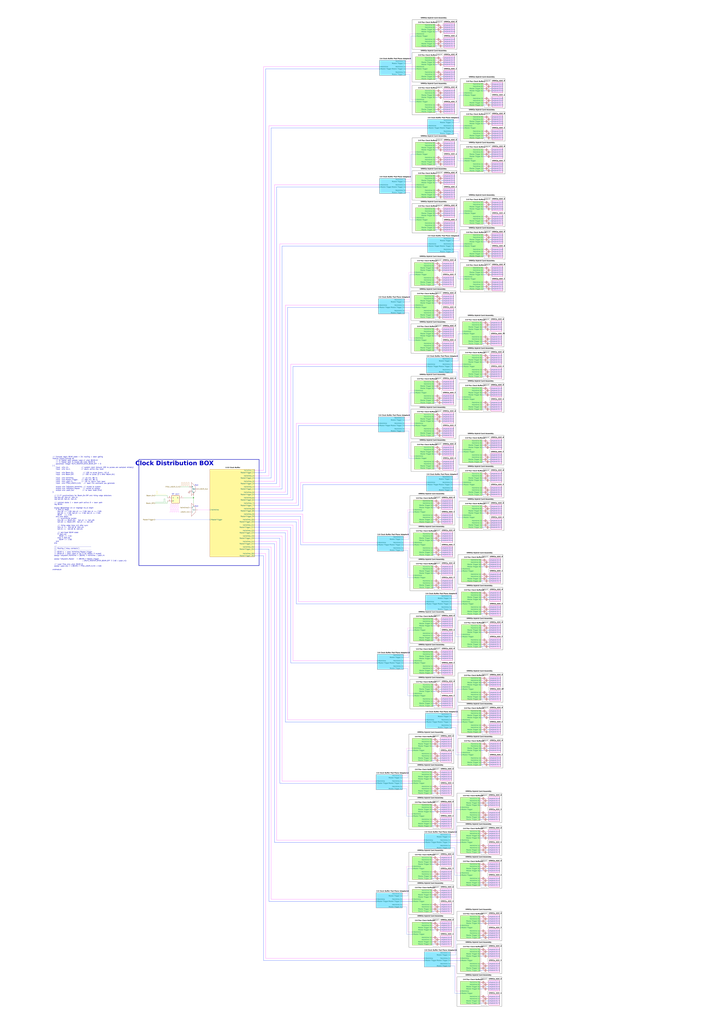
<source format=kicad_sch>
(kicad_sch (version 20250114) (generator "eeschema") (generator_version "9.0")
  (paper "A0" portrait)
  (title_block (title "Signal Distribution in HYDRA TPC") (date "2025-09-05"))
  (rectangle (start 504.19 789.94) (end 511.81 821.69) (stroke (width 0.127) (type dash) (color 0 0 0 1)))
  (rectangle (start 533.4 444.5) (end 585.47 478.79) (stroke (width 0) (color 0 0 0 1)))
  (rectangle (start 474.98 1065.53) (end 527.05 1099.82) (stroke (width 0) (color 0 0 0 1)))
  (rectangle (start 506.73 24.13) (end 514.35 55.88) (stroke (width 0.127) (type dash) (color 0 0 0 1)))
  (rectangle (start 558.8 1097.28) (end 566.42 1129.03) (stroke (width 0.127) (type dash) (color 0 0 0 1)))
  (rectangle (start 560.07 820.42) (end 567.69 852.17) (stroke (width 0.127) (type dash) (color 0 0 0 1)))
  (rectangle (start 562.61 92.71) (end 570.23 124.46) (stroke (width 0.127) (type dash) (color 0 0 0 1)))
  (rectangle (start 530.86 1096.01) (end 582.93 1130.3) (stroke (width 0) (color 0 0 0 1)))
  (rectangle (start 478.79 22.86) (end 530.86 57.15) (stroke (width 0) (color 0 0 0 1)))
  (rectangle (start 532.13 781.05) (end 584.2 815.34) (stroke (width 0) (color 0 0 0 1)))
  (rectangle (start 502.92 853.44) (end 510.54 885.19) (stroke (width 0.127) (type dash) (color 0 0 0 1)))
  (rectangle (start 506.73 199.39) (end 514.35 231.14) (stroke (width 0.127) (type dash) (color 0 0 0 1)))
  (rectangle (start 534.67 266.7) (end 586.74 300.99) (stroke (width 0) (color 0 0 0 1)))
  (rectangle (start 533.4 505.46) (end 585.47 539.75) (stroke (width 0) (color 0 0 0 1)))
  (rectangle (start 504.19 576.58) (end 511.81 608.33) (stroke (width 0.127) (type dash) (color 0 0 0 1)))
  (rectangle (start 476.25 651.51) (end 528.32 685.8) (stroke (width 0) (color 0 0 0 1)))
  (rectangle (start 477.52 474.98) (end 529.59 509.27) (stroke (width 0) (color 0 0 0 1)))
  (rectangle (start 561.34 582.93) (end 568.96 614.68) (stroke (width 0.127) (type dash) (color 0 0 0 1)))
  (rectangle (start 532.13 681.99) (end 584.2 716.28) (stroke (width 0) (color 0 0 0 1)))
  (rectangle (start 562.61 130.81) (end 570.23 162.56) (stroke (width 0.127) (type dash) (color 0 0 0 1)))
  (rectangle (start 478.79 60.96) (end 530.86 95.25) (stroke (width 0) (color 0 0 0 1)))
  (rectangle (start 561.34 544.83) (end 568.96 576.58) (stroke (width 0.127) (type dash) (color 0 0 0 1)))
  (rectangle (start 505.46 476.25) (end 513.08 508) (stroke (width 0.127) (type dash) (color 0 0 0 1)))
  (rectangle (start 532.13 720.09) (end 584.2 754.38) (stroke (width 0) (color 0 0 0 1)))
  (rectangle (start 478.79 160.02) (end 530.86 194.31) (stroke (width 0) (color 0 0 0 1)))
  (rectangle (start 533.4 581.66) (end 585.47 615.95) (stroke (width 0) (color 0 0 0 1)))
  (rectangle (start 534.67 167.64) (end 586.74 201.93) (stroke (width 0) (color 0 0 0 1)))
  (rectangle (start 504.19 751.84) (end 511.81 783.59) (stroke (width 0.127) (type dash) (color 0 0 0 1)))
  (rectangle (start 476.25 575.31) (end 528.32 609.6) (stroke (width 0) (color 0 0 0 1)))
  (rectangle (start 558.8 960.12) (end 566.42 991.87) (stroke (width 0.127) (type dash) (color 0 0 0 1)))
  (rectangle (start 558.8 998.22) (end 566.42 1029.97) (stroke (width 0.127) (type dash) (color 0 0 0 1)))
  (rectangle (start 560.07 683.26) (end 567.69 715.01) (stroke (width 0.127) (type dash) (color 0 0 0 1)))
  (rectangle (start 530.86 1134.11) (end 582.93 1168.4) (stroke (width 0) (color 0 0 0 1)))
  (rectangle (start 533.4 543.56) (end 585.47 577.85) (stroke (width 0) (color 0 0 0 1)))
  (rectangle (start 502.92 990.6) (end 510.54 1022.35) (stroke (width 0.127) (type dash) (color 0 0 0 1)))
  (rectangle (start 502.92 1028.7) (end 510.54 1060.45) (stroke (width 0.127) (type dash) (color 0 0 0 1)))
  (rectangle (start 561.34 369.57) (end 568.96 401.32) (stroke (width 0.127) (type dash) (color 0 0 0 1)))
  (rectangle (start 505.46 438.15) (end 513.08 469.9) (stroke (width 0.127) (type dash) (color 0 0 0 1)))
  (rectangle (start 476.25 788.67) (end 528.32 822.96) (stroke (width 0) (color 0 0 0 1)))
  (rectangle (start 532.13 819.15) (end 584.2 853.44) (stroke (width 0) (color 0 0 0 1)))
  (rectangle (start 562.61 168.91) (end 570.23 200.66) (stroke (width 0.127) (type dash) (color 0 0 0 1)))
  (rectangle (start 530.86 996.95) (end 582.93 1031.24) (stroke (width 0) (color 0 0 0 1)))
  (rectangle (start 476.25 712.47) (end 528.32 746.76) (stroke (width 0) (color 0 0 0 1)))
  (rectangle (start 558.8 1135.38) (end 566.42 1167.13) (stroke (width 0.127) (type dash) (color 0 0 0 1)))
  (rectangle (start 561.34 445.77) (end 568.96 477.52) (stroke (width 0.127) (type dash) (color 0 0 0 1)))
  (rectangle (start 533.4 406.4) (end 585.47 440.69) (stroke (width 0) (color 0 0 0 1)))
  (rectangle (start 478.79 99.06) (end 530.86 133.35) (stroke (width 0) (color 0 0 0 1)))
  (rectangle (start 534.67 228.6) (end 586.74 262.89) (stroke (width 0) (color 0 0 0 1)))
  (rectangle (start 562.61 267.97) (end 570.23 299.72) (stroke (width 0.127) (type dash) (color 0 0 0 1)))
  (rectangle (start 474.98 852.17) (end 527.05 886.46) (stroke (width 0) (color 0 0 0 1)))
  (rectangle (start 506.73 100.33) (end 514.35 132.08) (stroke (width 0.127) (type dash) (color 0 0 0 1)))
  (rectangle (start 505.46 514.35) (end 513.08 546.1) (stroke (width 0.127) (type dash) (color 0 0 0 1)))
  (rectangle (start 474.98 1027.43) (end 527.05 1061.72) (stroke (width 0) (color 0 0 0 1)))
  (rectangle (start 505.46 300.99) (end 513.08 332.74) (stroke (width 0.127) (type dash) (color 0 0 0 1)))
  (rectangle (start 474.98 989.33) (end 527.05 1023.62) (stroke (width 0) (color 0 0 0 1)))
  (rectangle (start 477.52 299.72) (end 529.59 334.01) (stroke (width 0) (color 0 0 0 1)))
  (rectangle (start 502.92 1066.8) (end 510.54 1098.55) (stroke (width 0.127) (type dash) (color 0 0 0 1)))
  (rectangle (start 561.34 407.67) (end 568.96 439.42) (stroke (width 0.127) (type dash) (color 0 0 0 1)))
  (rectangle (start 562.61 306.07) (end 570.23 337.82) (stroke (width 0.127) (type dash) (color 0 0 0 1)))
  (rectangle (start 532.13 643.89) (end 584.2 678.18) (stroke (width 0) (color 0 0 0 1)))
  (rectangle (start 506.73 237.49) (end 514.35 269.24) (stroke (width 0.127) (type dash) (color 0 0 0 1)))
  (rectangle (start 534.67 304.8) (end 586.74 339.09) (stroke (width 0) (color 0 0 0 1)))
  (rectangle (start 502.92 929.64) (end 510.54 961.39) (stroke (width 0.127) (type dash) (color 0 0 0 1)))
  (rectangle (start 534.67 129.54) (end 586.74 163.83) (stroke (width 0) (color 0 0 0 1)))
  (rectangle (start 478.79 198.12) (end 530.86 232.41) (stroke (width 0) (color 0 0 0 1)))
  (rectangle (start 562.61 229.87) (end 570.23 261.62) (stroke (width 0.127) (type dash) (color 0 0 0 1)))
  (rectangle (start 477.52 375.92) (end 529.59 410.21) (stroke (width 0) (color 0 0 0 1)))
  (rectangle (start 560.07 645.16) (end 567.69 676.91) (stroke (width 0.127) (type dash) (color 0 0 0 1)))
  (rectangle (start 478.79 236.22) (end 530.86 270.51) (stroke (width 0) (color 0 0 0 1)))
  (rectangle (start 533.4 368.3) (end 585.47 402.59) (stroke (width 0) (color 0 0 0 1)))
  (rectangle (start 504.19 652.78) (end 511.81 684.53) (stroke (width 0.127) (type dash) (color 0 0 0 1)))
  (rectangle (start 560.07 721.36) (end 567.69 753.11) (stroke (width 0.127) (type dash) (color 0 0 0 1)))
  (rectangle (start 506.73 62.23) (end 514.35 93.98) (stroke (width 0.127) (type dash) (color 0 0 0 1)))
  (rectangle (start 502.92 891.54) (end 510.54 923.29) (stroke (width 0.127) (type dash) (color 0 0 0 1)))
  (rectangle (start 504.19 713.74) (end 511.81 745.49) (stroke (width 0.127) (type dash) (color 0 0 0 1)))
  (rectangle (start 532.13 857.25) (end 584.2 891.54) (stroke (width 0) (color 0 0 0 1)))
  (rectangle (start 504.19 614.68) (end 511.81 646.43) (stroke (width 0.127) (type dash) (color 0 0 0 1)))
  (rectangle (start 561.34 506.73) (end 568.96 538.48) (stroke (width 0.127) (type dash) (color 0 0 0 1)))
  (rectangle (start 474.98 928.37) (end 527.05 962.66) (stroke (width 0) (color 0 0 0 1)))
  (rectangle (start 534.67 91.44) (end 586.74 125.73) (stroke (width 0) (color 0 0 0 1)))
  (rectangle (start 558.8 1059.18) (end 566.42 1090.93) (stroke (width 0.127) (type dash) (color 0 0 0 1)))
  (rectangle (start 477.52 337.82) (end 529.59 372.11) (stroke (width 0) (color 0 0 0 1)))
  (rectangle (start 560.07 782.32) (end 567.69 814.07) (stroke (width 0.127) (type dash) (color 0 0 0 1)))
  (rectangle (start 558.8 922.02) (end 566.42 953.77) (stroke (width 0.127) (type dash) (color 0 0 0 1)))
  (rectangle (start 477.52 513.08) (end 529.59 547.37) (stroke (width 0) (color 0 0 0 1)))
  (rectangle (start 530.86 958.85) (end 582.93 993.14) (stroke (width 0) (color 0 0 0 1)))
  (rectangle (start 476.25 750.57) (end 528.32 784.86) (stroke (width 0) (color 0 0 0 1)))
  (rectangle (start 474.98 890.27) (end 527.05 924.56) (stroke (width 0) (color 0 0 0 1)))
  (rectangle (start 477.52 436.88) (end 529.59 471.17) (stroke (width 0) (color 0 0 0 1)))
  (rectangle (start 560.07 858.52) (end 567.69 890.27) (stroke (width 0.127) (type dash) (color 0 0 0 1)))
  (rectangle (start 476.25 613.41) (end 528.32 647.7) (stroke (width 0) (color 0 0 0 1)))
  (rectangle (start 161.29 533.4) (end 300.99 656.59) (stroke (width 0.508)))
  (rectangle (start 505.46 377.19) (end 513.08 408.94) (stroke (width 0.127) (type dash) (color 0 0 0 1)))
  (rectangle (start 505.46 339.09) (end 513.08 370.84) (stroke (width 0.127) (type dash) (color 0 0 0 1)))
  (rectangle (start 530.86 920.75) (end 582.93 955.04) (stroke (width 0) (color 0 0 0 1)))
  (rectangle (start 506.73 161.29) (end 514.35 193.04) (stroke (width 0.127) (type dash) (color 0 0 0 1)))
  (rectangle (start 530.86 1057.91) (end 582.93 1092.2) (stroke (width 0) (color 0 0 0 1)))
  (text "500 fF" (at 563.88 647.192 0) (effects (font (size 1.27 1.27))))
  (text "VMM3a Hybrid Card Assembly" (at 502.412 473.456 0) (effects (font (size 1.27 1.27) (bold yes))))
  (text "VMM3a Hybrid Card Assembly" (at 557.022 642.366 0) (effects (font (size 1.27 1.27) (bold yes))))
  (text "500 fF" (at 563.88 784.352 0) (effects (font (size 1.27 1.27))))
  (text "500 fF" (at 566.42 94.742 0) (effects (font (size 1.27 1.27))))
  (text "VMM3a Hybrid Card Assembly" (at 499.872 926.846 0) (effects (font (size 1.27 1.27) (bold yes))))
  (text "VMM3a Hybrid Card Assembly" (at 558.292 442.976 0) (effects (font (size 1.27 1.27) (bold yes))))
  (text "VMM3a Hybrid Card Assembly" (at 559.562 89.916 0) (effects (font (size 1.27 1.27) (bold yes))))
  (text "VMM3a Hybrid Card Assembly" (at 501.142 710.946 0) (effects (font (size 1.27 1.27) (bold yes))))
  (text "500 fF" (at 562.61 962.152 0) (effects (font (size 1.27 1.27))))
  (text "500 fF" (at 506.73 1030.732 0) (effects (font (size 1.27 1.27))))
  (text "500 fF" (at 563.88 685.292 0) (effects (font (size 1.27 1.27))))
  (text "500 fF" (at 508 791.972 0) (effects (font (size 1.27 1.27))))
  (text "500 fF" (at 509.27 440.182 0) (effects (font (size 1.27 1.27))))
  (text "500 fF" (at 506.73 893.572 0) (effects (font (size 1.27 1.27))))
  (text "500 fF" (at 563.88 822.452 0) (effects (font (size 1.27 1.27))))
  (text "500 fF" (at 566.42 308.102 0) (effects (font (size 1.27 1.27))))
  (text "500 fF" (at 565.15 409.702 0) (effects (font (size 1.27 1.27))))
  (text "500 fF" (at 509.27 379.222 0) (effects (font (size 1.27 1.27))))
  (text "VMM3a Hybrid Card Assembly" (at 559.562 227.076 0) (effects (font (size 1.27 1.27) (bold yes))))
  (text "VMM3a Hybrid Card Assembly" (at 501.142 787.146 0) (effects (font (size 1.27 1.27) (bold yes))))
  (text "VMM3a Hybrid Card Assembly" (at 558.292 580.136 0) (effects (font (size 1.27 1.27) (bold yes))))
  (text "VMM3a Hybrid Card Assembly" (at 559.562 265.176 0) (effects (font (size 1.27 1.27) (bold yes))))
  (text "500 fF" (at 562.61 1099.312 0) (effects (font (size 1.27 1.27))))
  (text "VMM3a Hybrid Card Assembly" (at 555.752 1094.486 0) (effects (font (size 1.27 1.27) (bold yes))))
  (text "500 fF" (at 565.15 447.802 0) (effects (font (size 1.27 1.27))))
  (text "500 fF" (at 508 715.772 0) (effects (font (size 1.27 1.27))))
  (text "VMM3a Hybrid Card Assembly" (at 502.412 298.196 0) (effects (font (size 1.27 1.27) (bold yes))))
  (text "VMM3a Hybrid Card Assembly" (at 501.142 649.986 0) (effects (font (size 1.27 1.27) (bold yes))))
  (text "SR Latch" (at 203.962 573.786 0) (effects (font (size 1.27 1.27))))
  (text "VMM3a Hybrid Card Assembly" (at 555.752 957.326 0) (effects (font (size 1.27 1.27) (bold yes))))
  (text "500 fF" (at 508 654.812 0) (effects (font (size 1.27 1.27))))
  (text "VMM3a Hybrid Card Assembly" (at 558.292 404.876 0) (effects (font (size 1.27 1.27) (bold yes))))
  (text "500 fF" (at 562.61 1137.412 0) (effects (font (size 1.27 1.27))))
  (text "VMM3a Hybrid Card Assembly" (at 557.022 680.466 0) (effects (font (size 1.27 1.27) (bold yes))))
  (text "500 fF" (at 506.73 855.472 0) (effects (font (size 1.27 1.27))))
  (text "// Concept logic: BEAM state + 2:1 routing + laser gating\nmodule Hydra_Concept #(\n    // 0: Master path passes Laser_In when BEAM=0\n    // 1: Master path is muted (0) when BEAM=0\n    parameter integer MUTE_MASTER_WHEN_BEAM_OFF = 0\n) (\n    input  wire clk,               // system clock (ensure 100 ns pulses are sampled reliably)\n    input  wire rst_n,             // async active-low reset\n\n    input  wire Beam_On,           // 100 ns pulse (every ~10 s)\n    input  wire Beam_Off,          // 100 ns pulse (3 s after Beam_On)\n\n    input  wire Heimtime,          // 15 kHz, 80 ns\n    input  wire Master_Trigger,    // 200 kHz, 80 ns\n    input  wire Laser_In,          // ~20 Hz return from laser\n    input  wire FPGA_LASER_CLKD,   // laser fire command you generate\n\n    output wire ToSystem_Heimtime, // routed to system\n    output wire ToSystem_Master,   // routed to system\n    output wire Laser_Out          // to laser head (fire)\n);\n\n  // 2-FF synchronizers for Beam_On/Off and rising-edge detectors\n  reg bon_s0, bon_s1, bon_re;\n  reg bof_s0, bof_s1, bof_re;\n\n  // Latched state: 1 = beam path active; 0 = laser path\n  reg BEAM;\n\n  always @(posedge clk or negedge rst_n) begin\n    if (!rst_n) begin\n      bon_s0 <= 1'b0; bon_s1 <= 1'b0; bon_re <= 1'b0;\n      bof_s0 <= 1'b0; bof_s1 <= 1'b0; bof_re <= 1'b0;\n      BEAM   <= 1'b0;\n    end else begin\n      // synchronize pulses\n      bon_s0 <= Beam_On;   bon_s1 <= bon_s0;\n      bof_s0 <= Beam_Off;  bof_s1 <= bof_s0;\n\n      // rising-edge (one clk) after sync\n      bon_re <=  bon_s0 & ~bon_s1;\n      bof_re <=  bof_s0 & ~bof_s1;\n\n      // set/reset BEAM state\n      if (bon_re)\n        BEAM <= 1'b1;\n      else if (bof_re)\n        BEAM <= 1'b0;\n    end\n  end\n\n  // -------------------------\n  // Routing (\"relay contacts\")\n  // -------------------------\n  // BEAM=1 → pass Heimtime/Master_Trigger\n  // BEAM=0 → pass Laser_In (or 0 for Master if muted)\n  assign ToSystem_Heimtime = (BEAM) ? Heimtime : Laser_In;\n\n  assign ToSystem_Master   = (BEAM) ? Master_Trigger\n                                    : (MUTE_MASTER_WHEN_BEAM_OFF ? 1'b0 : Laser_In);\n\n  // Laser fires only when BEAM=0\n  assign Laser_Out = (~BEAM) ? FPGA_LASER_CLKD : 1'b0;\n\nendmodule\n" (at 60.96 595.884 0) (effects (font (size 1.27 1.27)) (justify left)))
  (text "500 fF" (at 565.15 584.962 0) (effects (font (size 1.27 1.27))))
  (text "500 fF" (at 509.27 341.122 0) (effects (font (size 1.27 1.27))))
  (text "VMM3a Hybrid Card Assembly" (at 557.022 779.526 0) (effects (font (size 1.27 1.27) (bold yes))))
  (text "VMM3a Hybrid Card Assembly" (at 499.872 1064.006 0) (effects (font (size 1.27 1.27) (bold yes))))
  (text "500 fF" (at 563.88 860.552 0) (effects (font (size 1.27 1.27))))
  (text "VMM3a Hybrid Card Assembly" (at 499.872 888.746 0) (effects (font (size 1.27 1.27) (bold yes))))
  (text "MUX" (at 228.346 587.756 0) (effects (font (size 1.27 1.27))))
  (text "VMM3a Hybrid Card Assembly" (at 499.872 1025.906 0) (effects (font (size 1.27 1.27) (bold yes))))
  (text "VMM3a Hybrid Card Assembly" (at 559.562 166.116 0) (effects (font (size 1.27 1.27) (bold yes))))
  (text "VMM3a Hybrid Card Assembly" (at 502.412 374.396 0) (effects (font (size 1.27 1.27) (bold yes))))
  (text "500 fF" (at 510.54 64.262 0) (effects (font (size 1.27 1.27))))
  (text "500 fF" (at 565.15 546.862 0) (effects (font (size 1.27 1.27))))
  (text "VMM3a Hybrid Card Assembly" (at 502.412 435.356 0) (effects (font (size 1.27 1.27) (bold yes))))
  (text "VMM3a Hybrid Card Assembly" (at 502.412 511.556 0) (effects (font (size 1.27 1.27) (bold yes))))
  (text "500 fF" (at 562.61 1000.252 0) (effects (font (size 1.27 1.27))))
  (text "VMM3a Hybrid Card Assembly" (at 558.292 503.936 0) (effects (font (size 1.27 1.27) (bold yes))))
  (text "VMM3a Hybrid Card Assembly" (at 503.682 196.596 0) (effects (font (size 1.27 1.27) (bold yes))))
  (text "VMM3a Hybrid Card Assembly" (at 499.872 850.646 0) (effects (font (size 1.27 1.27) (bold yes))))
  (text "VMM3a Hybrid Card Assembly" (at 502.412 336.296 0) (effects (font (size 1.27 1.27) (bold yes))))
  (text "VMM3a Hybrid Card Assembly" (at 555.752 919.226 0) (effects (font (size 1.27 1.27) (bold yes))))
  (text "VMM3a Hybrid Card Assembly" (at 555.752 1132.586 0) (effects (font (size 1.27 1.27) (bold yes))))
  (text "500 fF" (at 508 578.612 0) (effects (font (size 1.27 1.27))))
  (text "500 fF" (at 508 616.712 0) (effects (font (size 1.27 1.27))))
  (text "500 fF" (at 508 753.872 0) (effects (font (size 1.27 1.27))))
  (text "VMM3a Hybrid Card Assembly" (at 501.142 573.786 0) (effects (font (size 1.27 1.27) (bold yes))))
  (text "VMM3a Hybrid Card Assembly" (at 501.142 749.046 0) (effects (font (size 1.27 1.27) (bold yes))))
  (text "VMM3a Hybrid Card Assembly" (at 503.682 21.336 0) (effects (font (size 1.27 1.27) (bold yes))))
  (text "VMM3a Hybrid Card Assembly" (at 559.562 303.276 0) (effects (font (size 1.27 1.27) (bold yes))))
  (text "500 fF" (at 510.54 26.162 0) (effects (font (size 1.27 1.27))))
  (text "VMM3a Hybrid Card Assembly" (at 558.292 542.036 0) (effects (font (size 1.27 1.27) (bold yes))))
  (text "500 fF" (at 510.54 102.362 0) (effects (font (size 1.27 1.27))))
  (text "500 fF" (at 566.42 132.842 0) (effects (font (size 1.27 1.27))))
  (text "500 fF" (at 562.61 924.052 0) (effects (font (size 1.27 1.27))))
  (text "500 fF" (at 509.27 303.022 0) (effects (font (size 1.27 1.27))))
  (text "500 fF" (at 506.73 931.672 0) (effects (font (size 1.27 1.27))))
  (text "500 fF" (at 509.27 478.282 0) (effects (font (size 1.27 1.27))))
  (text "500 fF" (at 506.73 992.632 0) (effects (font (size 1.27 1.27))))
  (text "VMM3a Hybrid Card Assembly" (at 503.682 158.496 0) (effects (font (size 1.27 1.27) (bold yes))))
  (text "VMM3a Hybrid Card Assembly" (at 501.142 611.886 0) (effects (font (size 1.27 1.27) (bold yes))))
  (text "500 fF" (at 510.54 163.322 0) (effects (font (size 1.27 1.27))))
  (text "VMM3a Hybrid Card Assembly" (at 503.682 234.696 0) (effects (font (size 1.27 1.27) (bold yes))))
  (text "500 fF" (at 506.73 1068.832 0) (effects (font (size 1.27 1.27))))
  (text "VMM3a Hybrid Card Assembly" (at 557.022 718.566 0) (effects (font (size 1.27 1.27) (bold yes))))
  (text "VMM3a Hybrid Card Assembly" (at 557.022 855.726 0) (effects (font (size 1.27 1.27) (bold yes))))
  (text "MUX" (at 228.346 563.372 0) (effects (font (size 1.27 1.27))))
  (text "500 fF" (at 562.61 1061.212 0) (effects (font (size 1.27 1.27))))
  (text "500 fF" (at 565.15 371.602 0) (effects (font (size 1.27 1.27))))
  (text "500 fF" (at 566.42 170.942 0) (effects (font (size 1.27 1.27))))
  (text "VMM3a Hybrid Card Assembly" (at 499.872 987.806 0) (effects (font (size 1.27 1.27) (bold yes))))
  (text "VMM3a Hybrid Card Assembly" (at 503.682 97.536 0) (effects (font (size 1.27 1.27) (bold yes))))
  (text "Clock Distribution BOX" (at 202.692 539.496 0) (effects (font (size 5.08 5.08) (bold yes))))
  (text "500 fF" (at 510.54 239.522 0) (effects (font (size 1.27 1.27))))
  (text "500 fF" (at 566.42 270.002 0) (effects (font (size 1.27 1.27))))
  (text "VMM3a Hybrid Card Assembly" (at 559.562 128.016 0) (effects (font (size 1.27 1.27) (bold yes))))
  (text "500 fF" (at 509.27 516.382 0) (effects (font (size 1.27 1.27))))
  (text "VMM3a Hybrid Card Assembly" (at 558.292 366.776 0) (effects (font (size 1.27 1.27) (bold yes))))
  (text "VMM3a Hybrid Card Assembly" (at 503.682 59.436 0) (effects (font (size 1.27 1.27) (bold yes))))
  (text "500 fF" (at 566.42 231.902 0) (effects (font (size 1.27 1.27))))
  (text "500 fF" (at 510.54 201.422 0) (effects (font (size 1.27 1.27))))
  (text "VMM3a Hybrid Card Assembly" (at 555.752 1056.386 0) (effects (font (size 1.27 1.27) (bold yes))))
  (text "500 fF" (at 563.88 723.392 0) (effects (font (size 1.27 1.27))))
  (text "VMM3a Hybrid Card Assembly" (at 557.022 817.626 0) (effects (font (size 1.27 1.27) (bold yes))))
  (text "VMM3a Hybrid Card Assembly" (at 555.752 995.426 0) (effects (font (size 1.27 1.27) (bold yes))))
  (text "500 fF" (at 565.15 508.762 0) (effects (font (size 1.27 1.27))))
  (junction (at 224.79 577.85))
  (wire (pts (xy 565.15 868.68) (xy 568.96 868.68)) (stroke (width 0.254) (color 43 87 255 1)))
  (wire (pts (xy 557.53 1159.51) (xy 561.34 1159.51)) (stroke (width 0.254) (color 255 92 254 1)))
  (wire (pts (xy 511.81 67.31) (xy 515.62 67.31)) (stroke (width 0.254) (color 255 92 254 1)))
  (wire (pts (xy 514.35 185.42) (xy 515.62 185.42)) (stroke (width 0.254) (color 255 92 254 1)))
  (wire (pts (xy 561.34 251.46) (xy 562.61 251.46)) (stroke (width 0.254) (color 255 92 254 1)))
  (wire (pts (xy 340.36 425.45) (xy 495.3 425.45)) (stroke (width 0.254) (color 43 87 255 1)))
  (wire (pts (xy 557.53 1143) (xy 561.34 1143)) (stroke (width 0.254) (color 255 92 254 1)))
  (wire (pts (xy 510.54 398.78) (xy 514.35 398.78)) (stroke (width 0.254) (color 255 92 254 1)))
  (wire (pts (xy 558.8 690.88) (xy 562.61 690.88)) (stroke (width 0.254) (color 255 92 254 1)))
  (wire (pts (xy 505.46 124.46) (xy 509.27 124.46)) (stroke (width 0.254) (color 255 92 254 1)))
  (wire (pts (xy 525.78 419.1) (xy 532.13 419.1)) (stroke (width 0) (color 43 87 255 1)))
  (wire (pts (xy 502.92 802.64) (xy 506.73 802.64)) (stroke (width 0.254) (color 43 87 255 1)))
  (wire (pts (xy 567.69 734.06) (xy 568.96 734.06)) (stroke (width 0.254) (color 43 87 255 1)))
  (wire (pts (xy 560.07 588.01) (xy 561.34 588.01)) (stroke (width 0.254) (color 255 92 254 1)))
  (wire (pts (xy 532.13 524.51) (xy 537.21 524.51)) (stroke (width 0) (color 43 87 255 1)))
  (wire (pts (xy 566.42 1164.59) (xy 567.69 1164.59)) (stroke (width 0.254) (color 43 87 255 1)))
  (wire (pts (xy 530.86 704.85) (xy 530.86 736.6)) (stroke (width 0) (color 255 92 254 1)))
  (wire (pts (xy 558.8 887.73) (xy 562.61 887.73)) (stroke (width 0.254) (color 43 87 255 1)))
  (wire (pts (xy 565.15 792.48) (xy 568.96 792.48)) (stroke (width 0.254) (color 43 87 255 1)))
  (wire (pts (xy 501.65 1033.78) (xy 502.92 1033.78)) (stroke (width 0.254) (color 255 92 254 1)))
  (wire (pts (xy 473.71 1040.13) (xy 473.71 1008.38)) (stroke (width 0) (color 43 87 255 1)))
  (wire (pts (xy 523.24 971.55) (xy 529.59 971.55)) (stroke (width 0) (color 43 87 255 1)))
  (wire (pts (xy 560.07 458.47) (xy 563.88 458.47)) (stroke (width 0.254) (color 43 87 255 1)))
  (wire (pts (xy 182.88 574.04) (xy 193.04 574.04)) (stroke (width 0) (color 255 245 72 1)))
  (wire (pts (xy 566.42 972.82) (xy 567.69 972.82)) (stroke (width 0.254) (color 43 87 255 1)))
  (wire (pts (xy 229.87 591.82) (xy 243.84 591.82)) (stroke (width 0) (color 255 92 254 1)))
  (wire (pts (xy 524.51 694.69) (xy 530.86 694.69)) (stroke (width 0) (color 43 87 255 1)))
  (wire (pts (xy 502.92 816.61) (xy 504.19 816.61)) (stroke (width 0.254) (color 43 87 255 1)))
  (wire (pts (xy 514.35 207.01) (xy 515.62 207.01)) (stroke (width 0.254) (color 255 92 254 1)))
  (wire (pts (xy 502.92 662.94) (xy 504.19 662.94)) (stroke (width 0.254) (color 43 87 255 1)))
  (wire (pts (xy 504.19 382.27) (xy 505.46 382.27)) (stroke (width 0.254) (color 255 92 254 1)))
  (wire (pts (xy 514.35 223.52) (xy 515.62 223.52)) (stroke (width 0.254) (color 255 92 254 1)))
  (wire (pts (xy 203.2 585.47) (xy 204.47 585.47)) (stroke (width 0) (color 255 92 254 1)))
  (wire (pts (xy 568.96 393.7) (xy 570.23 393.7)) (stroke (width 0.254) (color 255 92 254 1)))
  (wire (pts (xy 337.82 769.62) (xy 337.82 612.14)) (stroke (width 0.254) (color 43 87 255 1)))
  (wire (pts (xy 561.34 181.61) (xy 565.15 181.61)) (stroke (width 0.254) (color 43 87 255 1)))
  (wire (pts (xy 567.69 294.64) (xy 571.5 294.64)) (stroke (width 0.254) (color 43 87 255 1)))
  (wire (pts (xy 561.34 154.94) (xy 565.15 154.94)) (stroke (width 0.254) (color 255 92 254 1)))
  (wire (pts (xy 469.9 363.22) (xy 474.98 363.22)) (stroke (width 0) (color 43 87 255 1)))
  (wire (pts (xy 476.25 318.77) (xy 481.33 318.77)) (stroke (width 0) (color 43 87 255 1)))
  (wire (pts (xy 566.42 1143) (xy 567.69 1143)) (stroke (width 0.254) (color 255 92 254 1)))
  (wire (pts (xy 513.08 325.12) (xy 514.35 325.12)) (stroke (width 0.254) (color 255 92 254 1)))
  (wire (pts (xy 504.19 462.28) (xy 508 462.28)) (stroke (width 0.254) (color 255 92 254 1)))
  (wire (pts (xy 560.07 374.65) (xy 561.34 374.65)) (stroke (width 0.254) (color 255 92 254 1)))
  (wire (pts (xy 502.92 778.51) (xy 504.19 778.51)) (stroke (width 0.254) (color 43 87 255 1)))
  (wire (pts (xy 471.17 73.66) (xy 477.52 73.66)) (stroke (width 0) (color 43 87 255 1)))
  (wire (pts (xy 508 901.7) (xy 511.81 901.7)) (stroke (width 0.254) (color 43 87 255 1)))
  (wire (pts (xy 502.92 775.97) (xy 506.73 775.97)) (stroke (width 0.254) (color 255 92 254 1)))
  (wire (pts (xy 561.34 273.05) (xy 562.61 273.05)) (stroke (width 0.254) (color 255 92 254 1)))
  (wire (pts (xy 349.25 632.46) (xy 349.25 599.44)) (stroke (width 0.254) (color 43 87 255 1)))
  (wire (pts (xy 318.77 977.9) (xy 318.77 631.19)) (stroke (width 0.254) (color 43 87 255 1)))
  (wire (pts (xy 308.61 80.01) (xy 440.69 80.01)) (stroke (width 0.254) (color 43 87 255 1)))
  (wire (pts (xy 467.36 1050.29) (xy 473.71 1050.29)) (stroke (width 0) (color 255 92 254 1)))
  (wire (pts (xy 501.65 1041.4) (xy 505.46 1041.4)) (stroke (width 0.254) (color 43 87 255 1)))
  (wire (pts (xy 318.77 558.8) (xy 295.91 558.8)) (stroke (width 0.254) (color 255 92 254 1)))
  (wire (pts (xy 567.69 114.3) (xy 571.5 114.3)) (stroke (width 0.254) (color 255 92 254 1)))
  (wire (pts (xy 567.69 190.5) (xy 571.5 190.5)) (stroke (width 0.254) (color 255 92 254 1)))
  (wire (pts (xy 321.31 217.17) (xy 321.31 561.34)) (stroke (width 0.254) (color 43 87 255 1)))
  (wire (pts (xy 508 1000.76) (xy 511.81 1000.76)) (stroke (width 0.254) (color 43 87 255 1)))
  (wire (pts (xy 527.05 152.4) (xy 533.4 152.4)) (stroke (width 0) (color 255 92 254 1)))
  (wire (pts (xy 509.27 723.9) (xy 513.08 723.9)) (stroke (width 0.254) (color 43 87 255 1)))
  (wire (pts (xy 568.96 377.19) (xy 570.23 377.19)) (stroke (width 0.254) (color 255 92 254 1)))
  (wire (pts (xy 502.92 603.25) (xy 504.19 603.25)) (stroke (width 0.254) (color 43 87 255 1)))
  (wire (pts (xy 182.88 570.23) (xy 182.88 574.04)) (stroke (width 0) (color 255 245 72 1)))
  (wire (pts (xy 467.36 913.13) (xy 473.71 913.13)) (stroke (width 0) (color 255 92 254 1)))
  (wire (pts (xy 501.65 958.85) (xy 505.46 958.85)) (stroke (width 0.254) (color 43 87 255 1)))
  (wire (pts (xy 511.81 775.97) (xy 513.08 775.97)) (stroke (width 0.254) (color 255 92 254 1)))
  (wire (pts (xy 558.8 674.37) (xy 562.61 674.37)) (stroke (width 0.254) (color 43 87 255 1)))
  (wire (pts (xy 525.78 556.26) (xy 532.13 556.26)) (stroke (width 0) (color 43 87 255 1)))
  (wire (pts (xy 529.59 1108.71) (xy 529.59 1076.96)) (stroke (width 0) (color 43 87 255 1)))
  (wire (pts (xy 480.06 591.82) (xy 473.71 591.82)) (stroke (width 0) (color 255 92 254 1)))
  (wire (pts (xy 312.42 1046.48) (xy 312.42 637.54)) (stroke (width 0.254) (color 43 87 255 1)))
  (wire (pts (xy 351.79 562.61) (xy 495.3 562.61)) (stroke (width 0.254) (color 43 87 255 1)))
  (wire (pts (xy 331.47 354.33) (xy 439.42 354.33)) (stroke (width 0.254) (color 255 92 254 1)))
  (wire (pts (xy 527.05 279.4) (xy 533.4 279.4)) (stroke (width 0) (color 43 87 255 1)))
  (wire (pts (xy 502.92 589.28) (xy 506.73 589.28)) (stroke (width 0.254) (color 43 87 255 1)))
  (wire (pts (xy 511.81 166.37) (xy 515.62 166.37)) (stroke (width 0.254) (color 255 92 254 1)))
  (wire (pts (xy 513.08 406.4) (xy 514.35 406.4)) (stroke (width 0.254) (color 43 87 255 1)))
  (wire (pts (xy 566.42 549.91) (xy 570.23 549.91)) (stroke (width 0.254) (color 255 92 254 1)))
  (wire (pts (xy 557.53 1164.59) (xy 561.34 1164.59)) (stroke (width 0.254) (color 43 87 255 1)))
  (wire (pts (xy 514.35 74.93) (xy 515.62 74.93)) (stroke (width 0.254) (color 43 87 255 1)))
  (wire (pts (xy 510.54 882.65) (xy 511.81 882.65)) (stroke (width 0.254) (color 43 87 255 1)))
  (wire (pts (xy 558.8 707.39) (xy 562.61 707.39)) (stroke (width 0.254) (color 255 92 254 1)))
  (wire (pts (xy 510.54 942.34) (xy 511.81 942.34)) (stroke (width 0.254) (color 43 87 255 1)))
  (wire (pts (xy 180.34 575.31) (xy 194.31 575.31)))
  (wire (pts (xy 557.53 981.71) (xy 558.8 981.71)) (stroke (width 0.254) (color 255 92 254 1)))
  (wire (pts (xy 504.19 502.92) (xy 505.46 502.92)) (stroke (width 0.254) (color 43 87 255 1)))
  (wire (pts (xy 561.34 140.97) (xy 562.61 140.97)) (stroke (width 0.254) (color 43 87 255 1)))
  (wire (pts (xy 533.4 321.31) (xy 538.48 321.31)) (stroke (width 0) (color 255 92 254 1)))
  (wire (pts (xy 314.96 148.59) (xy 314.96 554.99)) (stroke (width 0.254) (color 43 87 255 1)))
  (wire (pts (xy 529.59 876.3) (xy 535.94 876.3)) (stroke (width 0) (color 43 87 255 1)))
  (wire (pts (xy 560.07 379.73) (xy 561.34 379.73)) (stroke (width 0.254) (color 43 87 255 1)))
  (wire (pts (xy 468.63 626.11) (xy 474.98 626.11)) (stroke (width 0) (color 43 87 255 1)))
  (wire (pts (xy 473.71 1008.38) (xy 478.79 1008.38)) (stroke (width 0) (color 43 87 255 1)))
  (wire (pts (xy 568.96 469.9) (xy 570.23 469.9)) (stroke (width 0.254) (color 255 92 254 1)))
  (wire (pts (xy 514.35 36.83) (xy 515.62 36.83)) (stroke (width 0.254) (color 43 87 255 1)))
  (wire (pts (xy 566.42 554.99) (xy 570.23 554.99)) (stroke (width 0.254) (color 43 87 255 1)))
  (wire (pts (xy 477.52 41.91) (xy 482.6 41.91)) (stroke (width 0) (color 43 87 255 1)))
  (wire (pts (xy 477.52 83.82) (xy 477.52 115.57)) (stroke (width 0) (color 255 92 254 1)))
  (wire (pts (xy 219.71 563.88) (xy 220.98 563.88)) (stroke (width 0) (color 202 123 45 1)))
  (wire (pts (xy 505.46 48.26) (xy 509.27 48.26)) (stroke (width 0.254) (color 255 92 254 1)))
  (wire (pts (xy 560.07 519.43) (xy 563.88 519.43)) (stroke (width 0.254) (color 43 87 255 1)))
  (wire (pts (xy 532.13 323.85) (xy 538.48 323.85)) (stroke (width 0) (color 43 87 255 1)))
  (wire (pts (xy 558.8 704.85) (xy 560.07 704.85)) (stroke (width 0.254) (color 255 92 254 1)))
  (wire (pts (xy 473.71 1082.04) (xy 478.79 1082.04)) (stroke (width 0) (color 255 92 254 1)))
  (wire (pts (xy 502.92 742.95) (xy 506.73 742.95)) (stroke (width 0.254) (color 43 87 255 1)))
  (wire (pts (xy 567.69 833.12) (xy 568.96 833.12)) (stroke (width 0.254) (color 43 87 255 1)))
  (wire (pts (xy 469.9 350.52) (xy 476.25 350.52)) (stroke (width 0) (color 43 87 255 1)))
  (wire (pts (xy 180.34 574.04) (xy 181.61 574.04)) (stroke (width 0) (color 255 245 72 1)))
  (wire (pts (xy 190.5 579.12) (xy 190.5 582.93)) (stroke (width 0) (color 25 168 53 1)))
  (wire (pts (xy 349.25 560.07) (xy 349.25 590.55)) (stroke (width 0.254) (color 255 92 254 1)))
  (wire (pts (xy 532.13 186.69) (xy 538.48 186.69)) (stroke (width 0) (color 43 87 255 1)))
  (wire (pts (xy 530.86 463.55) (xy 537.21 463.55)) (stroke (width 0) (color 43 87 255 1)))
  (wire (pts (xy 567.69 173.99) (xy 571.5 173.99)) (stroke (width 0.254) (color 255 92 254 1)))
  (wire (pts (xy 509.27 641.35) (xy 513.08 641.35)) (stroke (width 0.254) (color 43 87 255 1)))
  (wire (pts (xy 474.98 773.43) (xy 474.98 805.18)) (stroke (width 0) (color 255 92 254 1)))
  (wire (pts (xy 524.51 692.15) (xy 529.59 692.15)) (stroke (width 0) (color 255 92 254 1)))
  (wire (pts (xy 523.24 1118.87) (xy 529.59 1118.87)) (stroke (width 0) (color 255 92 254 1)))
  (wire (pts (xy 566.42 946.15) (xy 567.69 946.15)) (stroke (width 0.254) (color 255 92 254 1)))
  (wire (pts (xy 561.34 102.87) (xy 562.61 102.87)) (stroke (width 0.254) (color 43 87 255 1)))
  (wire (pts (xy 469.9 485.14) (xy 474.98 485.14)) (stroke (width 0) (color 255 92 254 1)))
  (wire (pts (xy 510.54 877.57) (xy 511.81 877.57)) (stroke (width 0.254) (color 255 92 254 1)))
  (wire (pts (xy 501.65 956.31) (xy 502.92 956.31)) (stroke (width 0.254) (color 43 87 255 1)))
  (wire (pts (xy 560.07 511.81) (xy 561.34 511.81)) (stroke (width 0.254) (color 255 92 254 1)))
  (wire (pts (xy 558.8 844.55) (xy 562.61 844.55)) (stroke (width 0.254) (color 255 92 254 1)))
  (wire (pts (xy 508 1071.88) (xy 511.81 1071.88)) (stroke (width 0.254) (color 255 92 254 1)))
  (wire (pts (xy 180.34 584.2) (xy 194.31 584.2)))
  (wire (pts (xy 504.19 325.12) (xy 508 325.12)) (stroke (width 0.254) (color 255 92 254 1)))
  (wire (pts (xy 314.96 554.99) (xy 295.91 554.99)) (stroke (width 0.254) (color 43 87 255 1)))
  (wire (pts (xy 558.8 669.29) (xy 562.61 669.29)) (stroke (width 0.254) (color 255 92 254 1)))
  (wire (pts (xy 505.46 264.16) (xy 506.73 264.16)) (stroke (width 0.254) (color 43 87 255 1)))
  (wire (pts (xy 502.92 665.48) (xy 506.73 665.48)) (stroke (width 0.254) (color 43 87 255 1)))
  (wire (pts (xy 561.34 114.3) (xy 562.61 114.3)) (stroke (width 0.254) (color 255 92 254 1)))
  (wire (pts (xy 509.27 740.41) (xy 513.08 740.41)) (stroke (width 0.254) (color 43 87 255 1)))
  (wire (pts (xy 504.19 344.17) (xy 505.46 344.17)) (stroke (width 0.254) (color 255 92 254 1)))
  (wire (pts (xy 504.19 448.31) (xy 505.46 448.31)) (stroke (width 0.254) (color 43 87 255 1)))
  (wire (pts (xy 567.69 745.49) (xy 568.96 745.49)) (stroke (width 0.254) (color 255 92 254 1)))
  (wire (pts (xy 568.96 612.14) (xy 570.23 612.14)) (stroke (width 0.254) (color 43 87 255 1)))
  (wire (pts (xy 511.81 72.39) (xy 515.62 72.39)) (stroke (width 0.254) (color 43 87 255 1)))
  (wire (pts (xy 474.98 805.18) (xy 480.06 805.18)) (stroke (width 0) (color 255 92 254 1)))
  (wire (pts (xy 565.15 726.44) (xy 568.96 726.44)) (stroke (width 0.254) (color 255 92 254 1)))
  (wire (pts (xy 535.94 797.56) (xy 529.59 797.56)) (stroke (width 0) (color 255 92 254 1)))
  (wire (pts (xy 567.69 316.23) (xy 571.5 316.23)) (stroke (width 0.254) (color 43 87 255 1)))
  (wire (pts (xy 566.42 417.83) (xy 570.23 417.83)) (stroke (width 0.254) (color 43 87 255 1)))
  (wire (pts (xy 561.34 143.51) (xy 565.15 143.51)) (stroke (width 0.254) (color 43 87 255 1)))
  (wire (pts (xy 567.69 866.14) (xy 568.96 866.14)) (stroke (width 0.254) (color 255 92 254 1)))
  (wire (pts (xy 476.25 86.36) (xy 476.25 118.11)) (stroke (width 0) (color 43 87 255 1)))
  (wire (pts (xy 530.86 831.85) (xy 530.86 800.1)) (stroke (width 0) (color 43 87 255 1)))
  (wire (pts (xy 505.46 261.62) (xy 509.27 261.62)) (stroke (width 0.254) (color 255 92 254 1)))
  (wire (pts (xy 508 939.8) (xy 511.81 939.8)) (stroke (width 0.254) (color 43 87 255 1)))
  (wire (pts (xy 509.27 662.94) (xy 513.08 662.94)) (stroke (width 0.254) (color 43 87 255 1)))
  (wire (pts (xy 504.19 483.87) (xy 508 483.87)) (stroke (width 0.254) (color 255 92 254 1)))
  (wire (pts (xy 566.42 533.4) (xy 570.23 533.4)) (stroke (width 0.254) (color 43 87 255 1)))
  (wire (pts (xy 565.15 742.95) (xy 568.96 742.95)) (stroke (width 0.254) (color 255 92 254 1)))
  (wire (pts (xy 511.81 600.71) (xy 513.08 600.71)) (stroke (width 0.254) (color 255 92 254 1)))
  (wire (pts (xy 504.19 406.4) (xy 508 406.4)) (stroke (width 0.254) (color 43 87 255 1)))
  (wire (pts (xy 563.88 1162.05) (xy 567.69 1162.05)) (stroke (width 0.254) (color 43 87 255 1)))
  (wire (pts (xy 509.27 718.82) (xy 513.08 718.82)) (stroke (width 0.254) (color 255 92 254 1)))
  (wire (pts (xy 567.69 140.97) (xy 571.5 140.97)) (stroke (width 0.254) (color 43 87 255 1)))
  (wire (pts (xy 314.96 1043.94) (xy 314.96 635)) (stroke (width 0.254) (color 255 92 254 1)))
  (wire (pts (xy 513.08 543.56) (xy 514.35 543.56)) (stroke (width 0.254) (color 43 87 255 1)))
  (wire (pts (xy 560.07 609.6) (xy 561.34 609.6)) (stroke (width 0.254) (color 43 87 255 1)))
  (wire (pts (xy 212.09 560.07) (xy 212.09 563.88)) (stroke (width 0) (color 202 123 45 1)))
  (wire (pts (xy 558.8 742.95) (xy 560.07 742.95)) (stroke (width 0.254) (color 255 92 254 1)))
  (wire (pts (xy 205.74 590.55) (xy 207.01 590.55)) (stroke (width 0) (color 255 92 254 1)))
  (wire (pts (xy 532.13 292.1) (xy 532.13 323.85)) (stroke (width 0) (color 43 87 255 1)))
  (wire (pts (xy 558.8 745.49) (xy 562.61 745.49)) (stroke (width 0.254) (color 255 92 254 1)))
  (wire (pts (xy 560.07 554.99) (xy 561.34 554.99)) (stroke (width 0.254) (color 43 87 255 1)))
  (wire (pts (xy 349.25 590.55) (xy 295.91 590.55)) (stroke (width 0.254) (color 255 92 254 1)))
  (wire (pts (xy 201.93 585.47) (xy 201.93 589.28)) (stroke (width 0) (color 255 92 254 1)))
  (wire (pts (xy 535.94 660.4) (xy 529.59 660.4)) (stroke (width 0) (color 255 92 254 1)))
  (wire (pts (xy 502.92 627.38) (xy 506.73 627.38)) (stroke (width 0.254) (color 43 87 255 1)))
  (wire (pts (xy 508 1088.39) (xy 511.81 1088.39)) (stroke (width 0.254) (color 255 92 254 1)))
  (wire (pts (xy 529.59 981.71) (xy 529.59 1013.46)) (stroke (width 0) (color 255 92 254 1)))
  (wire (pts (xy 468.63 773.43) (xy 474.98 773.43)) (stroke (width 0) (color 255 92 254 1)))
  (wire (pts (xy 468.63 636.27) (xy 474.98 636.27)) (stroke (width 0) (color 255 92 254 1)))
  (wire (pts (xy 558.8 731.52) (xy 560.07 731.52)) (stroke (width 0.254) (color 43 87 255 1)))
  (wire (pts (xy 510.54 387.35) (xy 514.35 387.35)) (stroke (width 0.254) (color 43 87 255 1)))
  (wire (pts (xy 502.92 800.1) (xy 504.19 800.1)) (stroke (width 0.254) (color 43 87 255 1)))
  (wire (pts (xy 504.19 488.95) (xy 508 488.95)) (stroke (width 0.254) (color 43 87 255 1)))
  (wire (pts (xy 469.9 487.68) (xy 476.25 487.68)) (stroke (width 0) (color 43 87 255 1)))
  (wire (pts (xy 557.53 1080.77) (xy 558.8 1080.77)) (stroke (width 0.254) (color 255 92 254 1)))
  (wire (pts (xy 504.19 481.33) (xy 505.46 481.33)) (stroke (width 0.254) (color 255 92 254 1)))
  (wire (pts (xy 514.35 53.34) (xy 515.62 53.34)) (stroke (width 0.254) (color 43 87 255 1)))
  (wire (pts (xy 563.88 1019.81) (xy 567.69 1019.81)) (stroke (width 0.254) (color 255 92 254 1)))
  (wire (pts (xy 504.19 401.32) (xy 508 401.32)) (stroke (width 0.254) (color 255 92 254 1)))
  (wire (pts (xy 567.69 179.07) (xy 571.5 179.07)) (stroke (width 0.254) (color 43 87 255 1)))
  (wire (pts (xy 314.96 635) (xy 295.91 635)) (stroke (width 0.254) (color 255 92 254 1)))
  (wire (pts (xy 566.42 1104.9) (xy 567.69 1104.9)) (stroke (width 0.254) (color 255 92 254 1)))
  (wire (pts (xy 509.27 756.92) (xy 513.08 756.92)) (stroke (width 0.254) (color 255 92 254 1)))
  (wire (pts (xy 566.42 1088.39) (xy 567.69 1088.39)) (stroke (width 0.254) (color 43 87 255 1)))
  (wire (pts (xy 502.92 636.27) (xy 504.19 636.27)) (stroke (width 0.254) (color 255 92 254 1)))
  (wire (pts (xy 505.46 247.65) (xy 506.73 247.65)) (stroke (width 0.254) (color 43 87 255 1)))
  (wire (pts (xy 476.25 392.43) (xy 481.33 392.43)) (stroke (width 0) (color 255 92 254 1)))
  (wire (pts (xy 474.98 594.36) (xy 480.06 594.36)) (stroke (width 0) (color 43 87 255 1)))
  (wire (pts (xy 481.33 453.39) (xy 474.98 453.39)) (stroke (width 0) (color 255 92 254 1)))
  (wire (pts (xy 561.34 240.03) (xy 562.61 240.03)) (stroke (width 0.254) (color 43 87 255 1)))
  (wire (pts (xy 502.92 723.9) (xy 504.19 723.9)) (stroke (width 0.254) (color 43 87 255 1)))
  (wire (pts (xy 558.8 666.75) (xy 560.07 666.75)) (stroke (width 0.254) (color 255 92 254 1)))
  (wire (pts (xy 561.34 190.5) (xy 562.61 190.5)) (stroke (width 0.254) (color 255 92 254 1)))
  (wire (pts (xy 511.81 726.44) (xy 513.08 726.44)) (stroke (width 0.254) (color 43 87 255 1)))
  (wire (pts (xy 501.65 939.8) (xy 502.92 939.8)) (stroke (width 0.254) (color 43 87 255 1)))
  (wire (pts (xy 471.17 220.98) (xy 477.52 220.98)) (stroke (width 0) (color 255 92 254 1)))
  (wire (pts (xy 482.6 176.53) (xy 476.25 176.53)) (stroke (width 0) (color 255 92 254 1)))
  (wire (pts (xy 505.46 105.41) (xy 506.73 105.41)) (stroke (width 0.254) (color 255 92 254 1)))
  (wire (pts (xy 565.15 693.42) (xy 568.96 693.42)) (stroke (width 0.254) (color 43 87 255 1)))
  (wire (pts (xy 467.36 902.97) (xy 473.71 902.97)) (stroke (width 0) (color 43 87 255 1)))
  (wire (pts (xy 501.65 1090.93) (xy 505.46 1090.93)) (stroke (width 0.254) (color 255 92 254 1)))
  (wire (pts (xy 331.47 571.5) (xy 295.91 571.5)) (stroke (width 0.254) (color 255 92 254 1)))
  (wire (pts (xy 557.53 1066.8) (xy 561.34 1066.8)) (stroke (width 0.254) (color 255 92 254 1)))
  (wire (pts (xy 473.71 871.22) (xy 478.79 871.22)) (stroke (width 0) (color 43 87 255 1)))
  (wire (pts (xy 511.81 638.81) (xy 513.08 638.81)) (stroke (width 0.254) (color 255 92 254 1)))
  (wire (pts (xy 509.27 811.53) (xy 513.08 811.53)) (stroke (width 0.254) (color 255 92 254 1)))
  (wire (pts (xy 501.65 880.11) (xy 502.92 880.11)) (stroke (width 0.254) (color 43 87 255 1)))
  (wire (pts (xy 567.69 289.56) (xy 571.5 289.56)) (stroke (width 0.254) (color 255 92 254 1)))
  (wire (pts (xy 560.07 574.04) (xy 563.88 574.04)) (stroke (width 0.254) (color 43 87 255 1)))
  (wire (pts (xy 565.15 830.58) (xy 568.96 830.58)) (stroke (width 0.254) (color 43 87 255 1)))
  (wire (pts (xy 558.8 808.99) (xy 560.07 808.99)) (stroke (width 0.254) (color 43 87 255 1)))
  (wire (pts (xy 561.34 242.57) (xy 565.15 242.57)) (stroke (width 0.254) (color 43 87 255 1)))
  (wire (pts (xy 566.42 1071.88) (xy 567.69 1071.88)) (stroke (width 0.254) (color 43 87 255 1)))
  (wire (pts (xy 557.53 1118.87) (xy 558.8 1118.87)) (stroke (width 0.254) (color 255 92 254 1)))
  (wire (pts (xy 467.36 915.67) (xy 472.44 915.67)) (stroke (width 0) (color 43 87 255 1)))
  (wire (pts (xy 327.66 567.69) (xy 295.91 567.69)) (stroke (width 0.254) (color 43 87 255 1)))
  (wire (pts (xy 565.15 880.11) (xy 568.96 880.11)) (stroke (width 0.254) (color 255 92 254 1)))
  (wire (pts (xy 568.96 398.78) (xy 570.23 398.78)) (stroke (width 0.254) (color 43 87 255 1)))
  (wire (pts (xy 351.79 593.09) (xy 295.91 593.09)) (stroke (width 0.254) (color 43 87 255 1)))
  (wire (pts (xy 565.15 847.09) (xy 568.96 847.09)) (stroke (width 0.254) (color 43 87 255 1)))
  (wire (pts (xy 560.07 455.93) (xy 561.34 455.93)) (stroke (width 0.254) (color 43 87 255 1)))
  (wire (pts (xy 210.82 563.88) (xy 210.82 560.07)) (stroke (width 0) (color 202 123 45 1)))
  (wire (pts (xy 567.69 311.15) (xy 571.5 311.15)) (stroke (width 0.254) (color 255 92 254 1)))
  (wire (pts (xy 505.46 212.09) (xy 509.27 212.09)) (stroke (width 0.254) (color 43 87 255 1)))
  (wire (pts (xy 567.69 332.74) (xy 571.5 332.74)) (stroke (width 0.254) (color 43 87 255 1)))
  (wire (pts (xy 568.96 519.43) (xy 570.23 519.43)) (stroke (width 0.254) (color 43 87 255 1)))
  (wire (pts (xy 218.44 563.88) (xy 218.44 560.07)) (stroke (width 0) (color 202 123 45 1)))
  (wire (pts (xy 513.08 445.77) (xy 514.35 445.77)) (stroke (width 0.254) (color 255 92 254 1)))
  (wire (pts (xy 325.12 909.32) (xy 436.88 909.32)) (stroke (width 0.254) (color 43 87 255 1)))
  (wire (pts (xy 513.08 500.38) (xy 514.35 500.38)) (stroke (width 0.254) (color 255 92 254 1)))
  (wire (pts (xy 568.96 607.06) (xy 570.23 607.06)) (stroke (width 0.254) (color 255 92 254 1)))
  (wire (pts (xy 337.82 422.91) (xy 337.82 577.85)) (stroke (width 0.254) (color 255 92 254 1)))
  (wire (pts (xy 502.92 586.74) (xy 504.19 586.74)) (stroke (width 0.254) (color 43 87 255 1)))
  (wire (pts (xy 511.81 764.54) (xy 513.08 764.54)) (stroke (width 0.254) (color 43 87 255 1)))
  (wire (pts (xy 501.65 1057.91) (xy 505.46 1057.91)) (stroke (width 0.254) (color 43 87 255 1)))
  (wire (pts (xy 510.54 403.86) (xy 514.35 403.86)) (stroke (width 0.254) (color 43 87 255 1)))
  (wire (pts (xy 567.69 690.88) (xy 568.96 690.88)) (stroke (width 0.254) (color 255 92 254 1)))
  (wire (pts (xy 560.07 514.35) (xy 563.88 514.35)) (stroke (width 0.254) (color 255 92 254 1)))
  (wire (pts (xy 560.07 530.86) (xy 563.88 530.86)) (stroke (width 0.254) (color 255 92 254 1)))
  (wire (pts (xy 505.46 50.8) (xy 506.73 50.8)) (stroke (width 0.254) (color 43 87 255 1)))
  (wire (pts (xy 508 880.11) (xy 511.81 880.11)) (stroke (width 0.254) (color 43 87 255 1)))
  (wire (pts (xy 505.46 121.92) (xy 506.73 121.92)) (stroke (width 0.254) (color 255 92 254 1)))
  (wire (pts (xy 533.4 142.24) (xy 533.4 110.49)) (stroke (width 0) (color 43 87 255 1)))
  (wire (pts (xy 560.07 382.27) (xy 563.88 382.27)) (stroke (width 0.254) (color 43 87 255 1)))
  (wire (pts (xy 473.71 913.13) (xy 473.71 944.88)) (stroke (width 0) (color 255 92 254 1)))
  (wire (pts (xy 501.65 1036.32) (xy 505.46 1036.32)) (stroke (width 0.254) (color 255 92 254 1)))
  (wire (pts (xy 476.25 497.84) (xy 476.25 529.59)) (stroke (width 0) (color 255 92 254 1)))
  (wire (pts (xy 501.65 1038.86) (xy 502.92 1038.86)) (stroke (width 0.254) (color 43 87 255 1)))
  (wire (pts (xy 511.81 676.91) (xy 513.08 676.91)) (stroke (width 0.254) (color 255 92 254 1)))
  (wire (pts (xy 560.07 516.89) (xy 561.34 516.89)) (stroke (width 0.254) (color 43 87 255 1)))
  (wire (pts (xy 504.19 387.35) (xy 505.46 387.35)) (stroke (width 0.254) (color 43 87 255 1)))
  (wire (pts (xy 199.39 585.47) (xy 199.39 589.28)) (stroke (width 0) (color 255 92 254 1)))
  (wire (pts (xy 505.46 259.08) (xy 506.73 259.08)) (stroke (width 0.254) (color 255 92 254 1)))
  (wire (pts (xy 340.36 767.08) (xy 438.15 767.08)) (stroke (width 0.254) (color 255 92 254 1)))
  (wire (pts (xy 561.34 152.4) (xy 562.61 152.4)) (stroke (width 0.254) (color 255 92 254 1)))
  (wire (pts (xy 505.46 110.49) (xy 506.73 110.49)) (stroke (width 0.254) (color 43 87 255 1)))
  (wire (pts (xy 560.07 436.88) (xy 563.88 436.88)) (stroke (width 0.254) (color 43 87 255 1)))
  (wire (pts (xy 567.69 256.54) (xy 571.5 256.54)) (stroke (width 0.254) (color 43 87 255 1)))
  (wire (pts (xy 514.35 250.19) (xy 515.62 250.19)) (stroke (width 0.254) (color 43 87 255 1)))
  (wire (pts (xy 532.13 419.1) (xy 532.13 387.35)) (stroke (width 0) (color 43 87 255 1)))
  (wire (pts (xy 570.23 116.84) (xy 571.5 116.84)) (stroke (width 0.254) (color 255 92 254 1)))
  (wire (pts (xy 563.88 1064.26) (xy 567.69 1064.26)) (stroke (width 0.254) (color 255 92 254 1)))
  (wire (pts (xy 508 934.72) (xy 511.81 934.72)) (stroke (width 0.254) (color 255 92 254 1)))
  (wire (pts (xy 567.69 811.53) (xy 568.96 811.53)) (stroke (width 0.254) (color 43 87 255 1)))
  (wire (pts (xy 558.8 806.45) (xy 562.61 806.45)) (stroke (width 0.254) (color 255 92 254 1)))
  (wire (pts (xy 567.69 97.79) (xy 571.5 97.79)) (stroke (width 0.254) (color 255 92 254 1)))
  (wire (pts (xy 523.24 984.25) (xy 528.32 984.25)) (stroke (width 0) (color 43 87 255 1)))
  (wire (pts (xy 565.15 650.24) (xy 568.96 650.24)) (stroke (width 0.254) (color 255 92 254 1)))
  (wire (pts (xy 321.31 975.36) (xy 321.31 628.65)) (stroke (width 0.254) (color 255 92 254 1)))
  (wire (pts (xy 476.25 39.37) (xy 476.25 71.12)) (stroke (width 0) (color 255 92 254 1)))
  (wire (pts (xy 513.08 351.79) (xy 514.35 351.79)) (stroke (width 0.254) (color 43 87 255 1)))
  (wire (pts (xy 203.2 594.36) (xy 203.2 590.55)) (stroke (width 0) (color 255 92 254 1)))
  (wire (pts (xy 501.65 899.16) (xy 505.46 899.16)) (stroke (width 0.254) (color 255 92 254 1)))
  (wire (pts (xy 469.9 500.38) (xy 474.98 500.38)) (stroke (width 0) (color 43 87 255 1)))
  (wire (pts (xy 501.65 934.72) (xy 502.92 934.72)) (stroke (width 0.254) (color 255 92 254 1)))
  (wire (pts (xy 501.65 904.24) (xy 505.46 904.24)) (stroke (width 0.254) (color 43 87 255 1)))
  (wire (pts (xy 510.54 360.68) (xy 514.35 360.68)) (stroke (width 0.254) (color 255 92 254 1)))
  (wire (pts (xy 504.19 365.76) (xy 505.46 365.76)) (stroke (width 0.254) (color 43 87 255 1)))
  (wire (pts (xy 502.92 718.82) (xy 504.19 718.82)) (stroke (width 0.254) (color 255 92 254 1)))
  (wire (pts (xy 325.12 909.32) (xy 325.12 624.84)) (stroke (width 0.254) (color 43 87 255 1)))
  (wire (pts (xy 476.25 350.52) (xy 476.25 318.77)) (stroke (width 0) (color 43 87 255 1)))
  (wire (pts (xy 514.35 48.26) (xy 515.62 48.26)) (stroke (width 0.254) (color 255 92 254 1)))
  (wire (pts (xy 502.92 598.17) (xy 504.19 598.17)) (stroke (width 0.254) (color 255 92 254 1)))
  (wire (pts (xy 510.54 344.17) (xy 514.35 344.17)) (stroke (width 0.254) (color 255 92 254 1)))
  (wire (pts (xy 513.08 488.95) (xy 514.35 488.95)) (stroke (width 0.254) (color 43 87 255 1)))
  (wire (pts (xy 561.34 119.38) (xy 562.61 119.38)) (stroke (width 0.254) (color 43 87 255 1)))
  (wire (pts (xy 565.15 731.52) (xy 568.96 731.52)) (stroke (width 0.254) (color 43 87 255 1)))
  (wire (pts (xy 477.52 252.73) (xy 482.6 252.73)) (stroke (width 0) (color 255 92 254 1)))
  (wire (pts (xy 525.78 568.96) (xy 530.86 568.96)) (stroke (width 0) (color 43 87 255 1)))
  (wire (pts (xy 337.82 612.14) (xy 295.91 612.14)) (stroke (width 0.254) (color 43 87 255 1)))
  (wire (pts (xy 508 951.23) (xy 511.81 951.23)) (stroke (width 0.254) (color 255 92 254 1)))
  (wire (pts (xy 502.92 814.07) (xy 506.73 814.07)) (stroke (width 0.254) (color 255 92 254 1)))
  (wire (pts (xy 566.42 391.16) (xy 570.23 391.16)) (stroke (width 0.254) (color 255 92 254 1)))
  (wire (pts (xy 469.9 494.03) (xy 481.33 494.03)) (stroke (width 0.254) (color 43 87 255 1)))
  (wire (pts (xy 501.65 920.75) (xy 505.46 920.75)) (stroke (width 0.254) (color 43 87 255 1)))
  (wire (pts (xy 533.4 247.65) (xy 538.48 247.65)) (stroke (width 0) (color 43 87 255 1)))
  (wire (pts (xy 561.34 313.69) (xy 565.15 313.69)) (stroke (width 0.254) (color 255 92 254 1)))
  (wire (pts (xy 510.54 443.23) (xy 514.35 443.23)) (stroke (width 0.254) (color 255 92 254 1)))
  (wire (pts (xy 501.65 918.21) (xy 502.92 918.21)) (stroke (width 0.254) (color 43 87 255 1)))
  (wire (pts (xy 473.71 902.97) (xy 473.71 871.22)) (stroke (width 0) (color 43 87 255 1)))
  (wire (pts (xy 502.92 721.36) (xy 506.73 721.36)) (stroke (width 0.254) (color 255 92 254 1)))
  (wire (pts (xy 502.92 600.71) (xy 506.73 600.71)) (stroke (width 0.254) (color 255 92 254 1)))
  (wire (pts (xy 563.88 932.18) (xy 567.69 932.18)) (stroke (width 0.254) (color 43 87 255 1)))
  (wire (pts (xy 570.23 335.28) (xy 571.5 335.28)) (stroke (width 0.254) (color 43 87 255 1)))
  (wire (pts (xy 523.24 1108.71) (xy 529.59 1108.71)) (stroke (width 0) (color 43 87 255 1)))
  (wire (pts (xy 346.71 698.5) (xy 494.03 698.5)) (stroke (width 0.254) (color 255 92 254 1)))
  (wire (pts (xy 568.96 535.94) (xy 570.23 535.94)) (stroke (width 0.254) (color 43 87 255 1)))
  (wire (pts (xy 473.71 728.98) (xy 473.71 760.73)) (stroke (width 0) (color 255 92 254 1)))
  (wire (pts (xy 511.81 88.9) (xy 515.62 88.9)) (stroke (width 0.254) (color 43 87 255 1)))
  (wire (pts (xy 557.53 1022.35) (xy 561.34 1022.35)) (stroke (width 0.254) (color 255 92 254 1)))
  (wire (pts (xy 205.74 585.47) (xy 207.01 585.47)) (stroke (width 0) (color 255 92 254 1)))
  (wire (pts (xy 566.42 588.01) (xy 570.23 588.01)) (stroke (width 0.254) (color 255 92 254 1)))
  (wire (pts (xy 561.34 256.54) (xy 562.61 256.54)) (stroke (width 0.254) (color 43 87 255 1)))
  (wire (pts (xy 527.05 285.75) (xy 538.48 285.75)) (stroke (width 0.254) (color 43 87 255 1)))
  (wire (pts (xy 525.78 425.45) (xy 537.21 425.45)) (stroke (width 0.254) (color 43 87 255 1)))
  (wire (pts (xy 523.24 1115.06) (xy 534.67 1115.06)) (stroke (width 0.254) (color 43 87 255 1)))
  (wire (pts (xy 505.46 45.72) (xy 506.73 45.72)) (stroke (width 0.254) (color 255 92 254 1)))
  (wire (pts (xy 560.07 552.45) (xy 563.88 552.45)) (stroke (width 0.254) (color 255 92 254 1)))
  (wire (pts (xy 565.15 671.83) (xy 568.96 671.83)) (stroke (width 0.254) (color 43 87 255 1)))
  (wire (pts (xy 504.19 349.25) (xy 505.46 349.25)) (stroke (width 0.254) (color 43 87 255 1)))
  (wire (pts (xy 472.44 1052.83) (xy 472.44 1084.58)) (stroke (width 0) (color 43 87 255 1)))
  (wire (pts (xy 306.07 645.16) (xy 295.91 645.16)) (stroke (width 0.254) (color 43 87 255 1)))
  (wire (pts (xy 567.69 657.86) (xy 568.96 657.86)) (stroke (width 0.254) (color 43 87 255 1)))
  (wire (pts (xy 204.47 589.28) (xy 205.74 589.28)) (stroke (width 0) (color 255 92 254 1)))
  (wire (pts (xy 511.81 83.82) (xy 515.62 83.82)) (stroke (width 0.254) (color 255 92 254 1)))
  (wire (pts (xy 502.92 624.84) (xy 504.19 624.84)) (stroke (width 0.254) (color 43 87 255 1)))
  (wire (pts (xy 561.34 135.89) (xy 562.61 135.89)) (stroke (width 0.254) (color 255 92 254 1)))
  (wire (pts (xy 501.65 913.13) (xy 502.92 913.13)) (stroke (width 0.254) (color 255 92 254 1)))
  (wire (pts (xy 508 863.6) (xy 511.81 863.6)) (stroke (width 0.254) (color 43 87 255 1)))
  (wire (pts (xy 558.8 650.24) (xy 560.07 650.24)) (stroke (width 0.254) (color 255 92 254 1)))
  (wire (pts (xy 504.19 311.15) (xy 505.46 311.15)) (stroke (width 0.254) (color 43 87 255 1)))
  (wire (pts (xy 190.5 579.12) (xy 191.77 579.12)) (stroke (width 0) (color 25 168 53 1)))
  (wire (pts (xy 467.36 1052.83) (xy 472.44 1052.83)) (stroke (width 0) (color 43 87 255 1)))
  (wire (pts (xy 508 1076.96) (xy 511.81 1076.96)) (stroke (width 0.254) (color 43 87 255 1)))
  (wire (pts (xy 530.86 431.8) (xy 530.86 463.55)) (stroke (width 0) (color 43 87 255 1)))
  (wire (pts (xy 308.61 80.01) (xy 308.61 548.64)) (stroke (width 0.254) (color 43 87 255 1)))
  (wire (pts (xy 468.63 769.62) (xy 480.06 769.62)) (stroke (width 0.254) (color 43 87 255 1)))
  (wire (pts (xy 344.17 701.04) (xy 494.03 701.04)) (stroke (width 0.254) (color 43 87 255 1)))
  (wire (pts (xy 471.17 77.47) (xy 482.6 77.47)) (stroke (width 0.254) (color 255 92 254 1)))
  (wire (pts (xy 511.81 802.64) (xy 513.08 802.64)) (stroke (width 0.254) (color 43 87 255 1)))
  (wire (pts (xy 504.19 497.84) (xy 505.46 497.84)) (stroke (width 0.254) (color 255 92 254 1)))
  (wire (pts (xy 560.07 595.63) (xy 563.88 595.63)) (stroke (width 0.254) (color 43 87 255 1)))
  (wire (pts (xy 511.81 187.96) (xy 515.62 187.96)) (stroke (width 0.254) (color 43 87 255 1)))
  (wire (pts (xy 212.09 563.88) (xy 213.36 563.88)) (stroke (width 0) (color 202 123 45 1)))
  (wire (pts (xy 525.78 566.42) (xy 532.13 566.42)) (stroke (width 0) (color 255 92 254 1)))
  (wire (pts (xy 504.19 521.97) (xy 508 521.97)) (stroke (width 0.254) (color 255 92 254 1)))
  (wire (pts (xy 502.92 660.4) (xy 506.73 660.4)) (stroke (width 0.254) (color 255 92 254 1)))
  (wire (pts (xy 474.98 363.22) (xy 474.98 394.97)) (stroke (width 0) (color 43 87 255 1)))
  (wire (pts (xy 502.92 622.3) (xy 506.73 622.3)) (stroke (width 0.254) (color 255 92 254 1)))
  (wire (pts (xy 560.07 398.78) (xy 563.88 398.78)) (stroke (width 0.254) (color 43 87 255 1)))
  (wire (pts (xy 504.19 308.61) (xy 508 308.61)) (stroke (width 0.254) (color 255 92 254 1)))
  (wire (pts (xy 530.86 873.76) (xy 535.94 873.76)) (stroke (width 0) (color 255 92 254 1)))
  (wire (pts (xy 502.92 679.45) (xy 504.19 679.45)) (stroke (width 0.254) (color 43 87 255 1)))
  (wire (pts (xy 504.19 486.41) (xy 505.46 486.41)) (stroke (width 0.254) (color 43 87 255 1)))
  (wire (pts (xy 511.81 643.89) (xy 513.08 643.89)) (stroke (width 0.254) (color 43 87 255 1)))
  (wire (pts (xy 504.19 459.74) (xy 505.46 459.74)) (stroke (width 0.254) (color 255 92 254 1)))
  (wire (pts (xy 533.4 110.49) (xy 538.48 110.49)) (stroke (width 0) (color 43 87 255 1)))
  (wire (pts (xy 505.46 204.47) (xy 506.73 204.47)) (stroke (width 0.254) (color 255 92 254 1)))
  (wire (pts (xy 524.51 707.39) (xy 529.59 707.39)) (stroke (width 0) (color 43 87 255 1)))
  (wire (pts (xy 529.59 971.55) (xy 529.59 939.8)) (stroke (width 0) (color 43 87 255 1)))
  (wire (pts (xy 501.65 1003.3) (xy 505.46 1003.3)) (stroke (width 0.254) (color 43 87 255 1)))
  (wire (pts (xy 561.34 297.18) (xy 565.15 297.18)) (stroke (width 0.254) (color 43 87 255 1)))
  (wire (pts (xy 530.86 662.94) (xy 535.94 662.94)) (stroke (width 0) (color 43 87 255 1)))
  (wire (pts (xy 504.19 445.77) (xy 508 445.77)) (stroke (width 0.254) (color 255 92 254 1)))
  (wire (pts (xy 532.13 461.01) (xy 537.21 461.01)) (stroke (width 0) (color 255 92 254 1)))
  (wire (pts (xy 504.19 527.05) (xy 508 527.05)) (stroke (width 0.254) (color 43 87 255 1)))
  (wire (pts (xy 558.8 748.03) (xy 560.07 748.03)) (stroke (width 0.254) (color 43 87 255 1)))
  (wire (pts (xy 558.8 792.48) (xy 560.07 792.48)) (stroke (width 0.254) (color 43 87 255 1)))
  (wire (pts (xy 510.54 1014.73) (xy 511.81 1014.73)) (stroke (width 0.254) (color 255 92 254 1)))
  (wire (pts (xy 471.17 208.28) (xy 476.25 208.28)) (stroke (width 0) (color 255 92 254 1)))
  (wire (pts (xy 505.46 245.11) (xy 509.27 245.11)) (stroke (width 0.254) (color 255 92 254 1)))
  (wire (pts (xy 200.66 589.28) (xy 200.66 585.47)) (stroke (width 0) (color 255 92 254 1)))
  (wire (pts (xy 560.07 566.42) (xy 561.34 566.42)) (stroke (width 0.254) (color 255 92 254 1)))
  (wire (pts (xy 505.46 173.99) (xy 509.27 173.99)) (stroke (width 0.254) (color 43 87 255 1)))
  (wire (pts (xy 567.69 234.95) (xy 571.5 234.95)) (stroke (width 0.254) (color 255 92 254 1)))
  (wire (pts (xy 565.15 748.03) (xy 568.96 748.03)) (stroke (width 0.254) (color 43 87 255 1)))
  (wire (pts (xy 557.53 965.2) (xy 558.8 965.2)) (stroke (width 0.254) (color 255 92 254 1)))
  (wire (pts (xy 530.86 600.71) (xy 537.21 600.71)) (stroke (width 0) (color 43 87 255 1)))
  (wire (pts (xy 471.17 80.01) (xy 482.6 80.01)) (stroke (width 0.254) (color 43 87 255 1)))
  (wire (pts (xy 561.34 311.15) (xy 562.61 311.15)) (stroke (width 0.254) (color 255 92 254 1)))
  (wire (pts (xy 561.34 198.12) (xy 565.15 198.12)) (stroke (width 0.254) (color 43 87 255 1)))
  (wire (pts (xy 200.66 594.36) (xy 200.66 590.55)) (stroke (width 0) (color 255 92 254 1)))
  (wire (pts (xy 567.69 251.46) (xy 571.5 251.46)) (stroke (width 0.254) (color 255 92 254 1)))
  (wire (pts (xy 502.92 584.2) (xy 506.73 584.2)) (stroke (width 0.254) (color 255 92 254 1)))
  (wire (pts (xy 529.59 739.14) (xy 535.94 739.14)) (stroke (width 0) (color 43 87 255 1)))
  (wire (pts (xy 346.71 698.5) (xy 346.71 603.25)) (stroke (width 0.254) (color 255 92 254 1)))
  (wire (pts (xy 510.54 1090.93) (xy 511.81 1090.93)) (stroke (width 0.254) (color 255 92 254 1)))
  (wire (pts (xy 560.07 528.32) (xy 561.34 528.32)) (stroke (width 0.254) (color 255 92 254 1)))
  (wire (pts (xy 509.27 598.17) (xy 513.08 598.17)) (stroke (width 0.254) (color 255 92 254 1)))
  (wire (pts (xy 511.81 660.4) (xy 513.08 660.4)) (stroke (width 0.254) (color 255 92 254 1)))
  (wire (pts (xy 557.53 1027.43) (xy 561.34 1027.43)) (stroke (width 0.254) (color 43 87 255 1)))
  (wire (pts (xy 501.65 863.6) (xy 502.92 863.6)) (stroke (width 0.254) (color 43 87 255 1)))
  (wire (pts (xy 473.71 1050.29) (xy 473.71 1082.04)) (stroke (width 0) (color 255 92 254 1)))
  (wire (pts (xy 505.46 223.52) (xy 509.27 223.52)) (stroke (width 0.254) (color 255 92 254 1)))
  (wire (pts (xy 510.54 382.27) (xy 514.35 382.27)) (stroke (width 0.254) (color 255 92 254 1)))
  (wire (pts (xy 525.78 416.56) (xy 530.86 416.56)) (stroke (width 0) (color 255 92 254 1)))
  (wire (pts (xy 467.36 900.43) (xy 472.44 900.43)) (stroke (width 0) (color 255 92 254 1)))
  (wire (pts (xy 194.31 575.31) (xy 194.31 577.85)))
  (wire (pts (xy 217.17 560.07) (xy 217.17 563.88)) (stroke (width 0) (color 202 123 45 1)))
  (wire (pts (xy 504.19 384.81) (xy 508 384.81)) (stroke (width 0.254) (color 255 92 254 1)))
  (wire (pts (xy 567.69 750.57) (xy 568.96 750.57)) (stroke (width 0.254) (color 43 87 255 1)))
  (wire (pts (xy 508 1033.78) (xy 511.81 1033.78)) (stroke (width 0.254) (color 255 92 254 1)))
  (wire (pts (xy 501.65 1093.47) (xy 502.92 1093.47)) (stroke (width 0.254) (color 43 87 255 1)))
  (wire (pts (xy 566.42 1109.98) (xy 567.69 1109.98)) (stroke (width 0.254) (color 43 87 255 1)))
  (wire (pts (xy 501.65 1050.29) (xy 502.92 1050.29)) (stroke (width 0.254) (color 255 92 254 1)))
  (wire (pts (xy 563.88 986.79) (xy 567.69 986.79)) (stroke (width 0.254) (color 43 87 255 1)))
  (wire (pts (xy 472.44 1084.58) (xy 478.79 1084.58)) (stroke (width 0) (color 43 87 255 1)))
  (wire (pts (xy 566.42 434.34) (xy 570.23 434.34)) (stroke (width 0.254) (color 43 87 255 1)))
  (wire (pts (xy 510.54 524.51) (xy 514.35 524.51)) (stroke (width 0.254) (color 43 87 255 1)))
  (wire (pts (xy 509.27 773.43) (xy 513.08 773.43)) (stroke (width 0.254) (color 255 92 254 1)))
  (wire (pts (xy 568.96 474.98) (xy 570.23 474.98)) (stroke (width 0.254) (color 43 87 255 1)))
  (wire (pts (xy 511.81 622.3) (xy 513.08 622.3)) (stroke (width 0.254) (color 255 92 254 1)))
  (wire (pts (xy 504.19 500.38) (xy 508 500.38)) (stroke (width 0.254) (color 255 92 254 1)))
  (wire (pts (xy 511.81 29.21) (xy 515.62 29.21)) (stroke (width 0.254) (color 255 92 254 1)))
  (wire (pts (xy 565.15 688.34) (xy 568.96 688.34)) (stroke (width 0.254) (color 255 92 254 1)))
  (wire (pts (xy 509.27 657.86) (xy 513.08 657.86)) (stroke (width 0.254) (color 255 92 254 1)))
  (wire (pts (xy 566.42 593.09) (xy 570.23 593.09)) (stroke (width 0.254) (color 43 87 255 1)))
  (wire (pts (xy 469.9 360.68) (xy 476.25 360.68)) (stroke (width 0) (color 255 92 254 1)))
  (wire (pts (xy 513.08 346.71) (xy 514.35 346.71)) (stroke (width 0.254) (color 255 92 254 1)))
  (wire (pts (xy 196.85 589.28) (xy 198.12 589.28)) (stroke (width 0) (color 255 92 254 1)))
  (wire (pts (xy 511.81 204.47) (xy 515.62 204.47)) (stroke (width 0.254) (color 255 92 254 1)))
  (wire (pts (xy 532.13 154.94) (xy 532.13 186.69)) (stroke (width 0) (color 43 87 255 1)))
  (wire (pts (xy 566.42 929.64) (xy 567.69 929.64)) (stroke (width 0.254) (color 255 92 254 1)))
  (wire (pts (xy 563.88 927.1) (xy 567.69 927.1)) (stroke (width 0.254) (color 255 92 254 1)))
  (wire (pts (xy 557.53 1126.49) (xy 561.34 1126.49)) (stroke (width 0.254) (color 43 87 255 1)))
  (wire (pts (xy 509.27 581.66) (xy 513.08 581.66)) (stroke (width 0.254) (color 255 92 254 1)))
  (wire (pts (xy 510.54 861.06) (xy 511.81 861.06)) (stroke (width 0.254) (color 255 92 254 1)))
  (wire (pts (xy 308.61 548.64) (xy 295.91 548.64)) (stroke (width 0.254) (color 43 87 255 1)))
  (wire (pts (xy 505.46 67.31) (xy 506.73 67.31)) (stroke (width 0.254) (color 255 92 254 1)))
  (wire (pts (xy 501.65 1052.83) (xy 505.46 1052.83)) (stroke (width 0.254) (color 255 92 254 1)))
  (wire (pts (xy 566.42 1022.35) (xy 567.69 1022.35)) (stroke (width 0.254) (color 255 92 254 1)))
  (wire (pts (xy 566.42 374.65) (xy 570.23 374.65)) (stroke (width 0.254) (color 255 92 254 1)))
  (wire (pts (xy 511.81 247.65) (xy 515.62 247.65)) (stroke (width 0.254) (color 43 87 255 1)))
  (wire (pts (xy 510.54 365.76) (xy 514.35 365.76)) (stroke (width 0.254) (color 43 87 255 1)))
  (wire (pts (xy 504.19 535.94) (xy 505.46 535.94)) (stroke (width 0.254) (color 255 92 254 1)))
  (wire (pts (xy 467.36 1040.13) (xy 473.71 1040.13)) (stroke (width 0) (color 43 87 255 1)))
  (wire (pts (xy 561.34 105.41) (xy 565.15 105.41)) (stroke (width 0.254) (color 43 87 255 1)))
  (wire (pts (xy 566.42 528.32) (xy 570.23 528.32)) (stroke (width 0.254) (color 255 92 254 1)))
  (wire (pts (xy 502.92 756.92) (xy 504.19 756.92)) (stroke (width 0.254) (color 255 92 254 1)))
  (wire (pts (xy 508 1038.86) (xy 511.81 1038.86)) (stroke (width 0.254) (color 43 87 255 1)))
  (wire (pts (xy 510.54 915.67) (xy 511.81 915.67)) (stroke (width 0.254) (color 255 92 254 1)))
  (wire (pts (xy 560.07 467.36) (xy 561.34 467.36)) (stroke (width 0.254) (color 255 92 254 1)))
  (wire (pts (xy 199.39 589.28) (xy 200.66 589.28)) (stroke (width 0) (color 255 92 254 1)))
  (wire (pts (xy 557.53 1024.89) (xy 558.8 1024.89)) (stroke (width 0.254) (color 43 87 255 1)))
  (wire (pts (xy 477.52 210.82) (xy 477.52 179.07)) (stroke (width 0) (color 43 87 255 1)))
  (wire (pts (xy 344.17 491.49) (xy 344.17 584.2)) (stroke (width 0.254) (color 255 92 254 1)))
  (wire (pts (xy 560.07 393.7) (xy 563.88 393.7)) (stroke (width 0.254) (color 255 92 254 1)))
  (wire (pts (xy 501.65 1071.88) (xy 502.92 1071.88)) (stroke (width 0.254) (color 255 92 254 1)))
  (wire (pts (xy 558.8 863.6) (xy 560.07 863.6)) (stroke (width 0.254) (color 255 92 254 1)))
  (wire (pts (xy 558.8 847.09) (xy 560.07 847.09)) (stroke (width 0.254) (color 43 87 255 1)))
  (wire (pts (xy 505.46 91.44) (xy 509.27 91.44)) (stroke (width 0.254) (color 43 87 255 1)))
  (wire (pts (xy 504.19 450.85) (xy 508 450.85)) (stroke (width 0.254) (color 43 87 255 1)))
  (wire (pts (xy 557.53 934.72) (xy 561.34 934.72)) (stroke (width 0.254) (color 43 87 255 1)))
  (wire (pts (xy 511.81 209.55) (xy 515.62 209.55)) (stroke (width 0.254) (color 43 87 255 1)))
  (wire (pts (xy 530.86 800.1) (xy 535.94 800.1)) (stroke (width 0) (color 43 87 255 1)))
  (wire (pts (xy 471.17 83.82) (xy 477.52 83.82)) (stroke (width 0) (color 255 92 254 1)))
  (wire (pts (xy 325.12 283.21) (xy 496.57 283.21)) (stroke (width 0.254) (color 255 92 254 1)))
  (wire (pts (xy 501.65 1000.76) (xy 502.92 1000.76)) (stroke (width 0.254) (color 43 87 255 1)))
  (wire (pts (xy 505.46 88.9) (xy 506.73 88.9)) (stroke (width 0.254) (color 43 87 255 1)))
  (wire (pts (xy 473.71 807.72) (xy 480.06 807.72)) (stroke (width 0) (color 43 87 255 1)))
  (wire (pts (xy 558.8 849.63) (xy 562.61 849.63)) (stroke (width 0.254) (color 43 87 255 1)))
  (wire (pts (xy 318.77 214.63) (xy 318.77 558.8)) (stroke (width 0.254) (color 255 92 254 1)))
  (wire (pts (xy 514.35 91.44) (xy 515.62 91.44)) (stroke (width 0.254) (color 43 87 255 1)))
  (wire (pts (xy 523.24 1121.41) (xy 528.32 1121.41)) (stroke (width 0) (color 43 87 255 1)))
  (wire (pts (xy 567.69 119.38) (xy 571.5 119.38)) (stroke (width 0.254) (color 43 87 255 1)))
  (wire (pts (xy 181.61 570.23) (xy 182.88 570.23)) (stroke (width 0) (color 255 245 72 1)))
  (wire (pts (xy 209.55 563.88) (xy 210.82 563.88)) (stroke (width 0) (color 202 123 45 1)))
  (wire (pts (xy 511.81 742.95) (xy 513.08 742.95)) (stroke (width 0.254) (color 43 87 255 1)))
  (wire (pts (xy 511.81 220.98) (xy 515.62 220.98)) (stroke (width 0.254) (color 255 92 254 1)))
  (wire (pts (xy 344.17 584.2) (xy 295.91 584.2)) (stroke (width 0.254) (color 255 92 254 1)))
  (wire (pts (xy 327.66 906.78) (xy 327.66 622.3)) (stroke (width 0.254) (color 255 92 254 1)))
  (wire (pts (xy 504.19 519.43) (xy 505.46 519.43)) (stroke (width 0.254) (color 255 92 254 1)))
  (wire (pts (xy 561.34 195.58) (xy 562.61 195.58)) (stroke (width 0.254) (color 43 87 255 1)))
  (wire (pts (xy 346.71 494.03) (xy 346.71 586.74)) (stroke (width 0.254) (color 43 87 255 1)))
  (wire (pts (xy 557.53 1005.84) (xy 561.34 1005.84)) (stroke (width 0.254) (color 255 92 254 1)))
  (wire (pts (xy 334.01 835.66) (xy 334.01 615.95)) (stroke (width 0.254) (color 255 92 254 1)))
  (wire (pts (xy 567.69 871.22) (xy 568.96 871.22)) (stroke (width 0.254) (color 43 87 255 1)))
  (wire (pts (xy 513.08 313.69) (xy 514.35 313.69)) (stroke (width 0.254) (color 43 87 255 1)))
  (wire (pts (xy 528.32 1074.42) (xy 528.32 1106.17)) (stroke (width 0) (color 255 92 254 1)))
  (wire (pts (xy 524.51 704.85) (xy 530.86 704.85)) (stroke (width 0) (color 255 92 254 1)))
  (wire (pts (xy 566.42 379.73) (xy 570.23 379.73)) (stroke (width 0.254) (color 43 87 255 1)))
  (wire (pts (xy 538.48 107.95) (xy 532.13 107.95)) (stroke (width 0) (color 255 92 254 1)))
  (wire (pts (xy 566.42 455.93) (xy 570.23 455.93)) (stroke (width 0.254) (color 43 87 255 1)))
  (wire (pts (xy 561.34 234.95) (xy 562.61 234.95)) (stroke (width 0.254) (color 255 92 254 1)))
  (wire (pts (xy 570.23 313.69) (xy 571.5 313.69)) (stroke (width 0.254) (color 255 92 254 1)))
  (wire (pts (xy 306.07 546.1) (xy 295.91 546.1)) (stroke (width 0.254) (color 255 92 254 1)))
  (wire (pts (xy 567.69 152.4) (xy 571.5 152.4)) (stroke (width 0.254) (color 255 92 254 1)))
  (wire (pts (xy 566.42 1010.92) (xy 567.69 1010.92)) (stroke (width 0.254) (color 43 87 255 1)))
  (wire (pts (xy 351.79 629.92) (xy 438.15 629.92)) (stroke (width 0.254) (color 255 92 254 1)))
  (wire (pts (xy 513.08 483.87) (xy 514.35 483.87)) (stroke (width 0.254) (color 255 92 254 1)))
  (wire (pts (xy 505.46 127) (xy 506.73 127)) (stroke (width 0.254) (color 43 87 255 1)))
  (wire (pts (xy 501.65 915.67) (xy 505.46 915.67)) (stroke (width 0.254) (color 255 92 254 1)))
  (wire (pts (xy 563.88 1003.3) (xy 567.69 1003.3)) (stroke (width 0.254) (color 255 92 254 1)))
  (wire (pts (xy 509.27 636.27) (xy 513.08 636.27)) (stroke (width 0.254) (color 255 92 254 1)))
  (wire (pts (xy 312.42 552.45) (xy 295.91 552.45)) (stroke (width 0.254) (color 255 92 254 1)))
  (wire (pts (xy 505.46 72.39) (xy 506.73 72.39)) (stroke (width 0.254) (color 43 87 255 1)))
  (wire (pts (xy 570.23 193.04) (xy 571.5 193.04)) (stroke (width 0.254) (color 255 92 254 1)))
  (wire (pts (xy 510.54 904.24) (xy 511.81 904.24)) (stroke (width 0.254) (color 43 87 255 1)))
  (wire (pts (xy 538.48 245.11) (xy 532.13 245.11)) (stroke (width 0) (color 255 92 254 1)))
  (wire (pts (xy 476.25 529.59) (xy 481.33 529.59)) (stroke (width 0) (color 255 92 254 1)))
  (wire (pts (xy 346.71 586.74) (xy 295.91 586.74)) (stroke (width 0.254) (color 43 87 255 1)))
  (wire (pts (xy 318.77 214.63) (xy 440.69 214.63)) (stroke (width 0.254) (color 255 92 254 1)))
  (wire (pts (xy 532.13 556.26) (xy 532.13 524.51)) (stroke (width 0) (color 43 87 255 1)))
  (wire (pts (xy 530.86 736.6) (xy 535.94 736.6)) (stroke (width 0) (color 255 92 254 1)))
  (wire (pts (xy 210.82 560.07) (xy 212.09 560.07)) (stroke (width 0) (color 202 123 45 1)))
  (wire (pts (xy 215.9 563.88) (xy 215.9 560.07)) (stroke (width 0) (color 202 123 45 1)))
  (wire (pts (xy 511.81 50.8) (xy 515.62 50.8)) (stroke (width 0.254) (color 43 87 255 1)))
  (wire (pts (xy 557.53 1069.34) (xy 558.8 1069.34)) (stroke (width 0.254) (color 43 87 255 1)))
  (wire (pts (xy 502.92 762) (xy 504.19 762)) (stroke (width 0.254) (color 43 87 255 1)))
  (wire (pts (xy 501.65 896.62) (xy 502.92 896.62)) (stroke (width 0.254) (color 255 92 254 1)))
  (wire (pts (xy 501.65 995.68) (xy 502.92 995.68)) (stroke (width 0.254) (color 255 92 254 1)))
  (wire (pts (xy 501.65 1017.27) (xy 502.92 1017.27)) (stroke (width 0.254) (color 43 87 255 1)))
  (wire (pts (xy 529.59 1076.96) (xy 534.67 1076.96)) (stroke (width 0) (color 43 87 255 1)))
  (wire (pts (xy 513.08 538.48) (xy 514.35 538.48)) (stroke (width 0.254) (color 255 92 254 1)))
  (wire (pts (xy 527.05 276.86) (xy 532.13 276.86)) (stroke (width 0) (color 255 92 254 1)))
  (wire (pts (xy 509.27 735.33) (xy 513.08 735.33)) (stroke (width 0.254) (color 255 92 254 1)))
  (wire (pts (xy 565.15 803.91) (xy 568.96 803.91)) (stroke (width 0.254) (color 255 92 254 1)))
  (wire (pts (xy 502.92 781.05) (xy 506.73 781.05)) (stroke (width 0.254) (color 43 87 255 1)))
  (wire (pts (xy 557.53 1085.85) (xy 558.8 1085.85)) (stroke (width 0.254) (color 43 87 255 1)))
  (wire (pts (xy 567.69 273.05) (xy 571.5 273.05)) (stroke (width 0.254) (color 255 92 254 1)))
  (wire (pts (xy 504.19 541.02) (xy 505.46 541.02)) (stroke (width 0.254) (color 43 87 255 1)))
  (wire (pts (xy 205.74 594.36) (xy 205.74 590.55)) (stroke (width 0) (color 255 92 254 1)))
  (wire (pts (xy 560.07 568.96) (xy 563.88 568.96)) (stroke (width 0.254) (color 255 92 254 1)))
  (wire (pts (xy 558.8 868.68) (xy 560.07 868.68)) (stroke (width 0.254) (color 43 87 255 1)))
  (wire (pts (xy 502.92 811.53) (xy 504.19 811.53)) (stroke (width 0.254) (color 255 92 254 1)))
  (wire (pts (xy 501.65 1012.19) (xy 502.92 1012.19)) (stroke (width 0.254) (color 255 92 254 1)))
  (wire (pts (xy 203.2 590.55) (xy 204.47 590.55)) (stroke (width 0) (color 255 92 254 1)))
  (wire (pts (xy 501.65 1079.5) (xy 505.46 1079.5)) (stroke (width 0.254) (color 43 87 255 1)))
  (wire (pts (xy 511.81 127) (xy 515.62 127)) (stroke (width 0.254) (color 43 87 255 1)))
  (wire (pts (xy 560.07 431.8) (xy 563.88 431.8)) (stroke (width 0.254) (color 255 92 254 1)))
  (wire (pts (xy 471.17 214.63) (xy 482.6 214.63)) (stroke (width 0.254) (color 255 92 254 1)))
  (wire (pts (xy 557.53 984.25) (xy 561.34 984.25)) (stroke (width 0.254) (color 255 92 254 1)))
  (wire (pts (xy 530.86 384.81) (xy 530.86 416.56)) (stroke (width 0) (color 255 92 254 1)))
  (wire (pts (xy 476.25 118.11) (xy 482.6 118.11)) (stroke (width 0) (color 43 87 255 1)))
  (wire (pts (xy 468.63 632.46) (xy 480.06 632.46)) (stroke (width 0.254) (color 43 87 255 1)))
  (wire (pts (xy 557.53 1088.39) (xy 561.34 1088.39)) (stroke (width 0.254) (color 43 87 255 1)))
  (wire (pts (xy 514.35 124.46) (xy 515.62 124.46)) (stroke (width 0.254) (color 255 92 254 1)))
  (wire (pts (xy 471.17 217.17) (xy 482.6 217.17)) (stroke (width 0.254) (color 43 87 255 1)))
  (wire (pts (xy 349.25 599.44) (xy 295.91 599.44)) (stroke (width 0.254) (color 43 87 255 1)))
  (wire (pts (xy 558.8 787.4) (xy 560.07 787.4)) (stroke (width 0.254) (color 255 92 254 1)))
  (wire (pts (xy 508 1012.19) (xy 511.81 1012.19)) (stroke (width 0.254) (color 255 92 254 1)))
  (wire (pts (xy 523.24 1112.52) (xy 534.67 1112.52)) (stroke (width 0.254) (color 255 92 254 1)))
  (wire (pts (xy 568.96 382.27) (xy 570.23 382.27)) (stroke (width 0.254) (color 43 87 255 1)))
  (wire (pts (xy 501.65 901.7) (xy 502.92 901.7)) (stroke (width 0.254) (color 43 87 255 1)))
  (wire (pts (xy 511.81 759.46) (xy 513.08 759.46)) (stroke (width 0.254) (color 255 92 254 1)))
  (wire (pts (xy 561.34 318.77) (xy 565.15 318.77)) (stroke (width 0.254) (color 43 87 255 1)))
  (wire (pts (xy 566.42 571.5) (xy 570.23 571.5)) (stroke (width 0.254) (color 43 87 255 1)))
  (wire (pts (xy 191.77 579.12) (xy 191.77 582.93)) (stroke (width 0) (color 25 168 53 1)))
  (wire (pts (xy 567.69 806.45) (xy 568.96 806.45)) (stroke (width 0.254) (color 255 92 254 1)))
  (wire (pts (xy 568.96 420.37) (xy 570.23 420.37)) (stroke (width 0.254) (color 43 87 255 1)))
  (wire (pts (xy 349.25 560.07) (xy 495.3 560.07)) (stroke (width 0.254) (color 255 92 254 1)))
  (wire (pts (xy 530.86 521.97) (xy 530.86 553.72)) (stroke (width 0) (color 255 92 254 1)))
  (wire (pts (xy 565.15 787.4) (xy 568.96 787.4)) (stroke (width 0.254) (color 255 92 254 1)))
  (wire (pts (xy 567.69 695.96) (xy 568.96 695.96)) (stroke (width 0.254) (color 43 87 255 1)))
  (wire (pts (xy 565.15 825.5) (xy 568.96 825.5)) (stroke (width 0.254) (color 255 92 254 1)))
  (wire (pts (xy 351.79 596.9) (xy 295.91 596.9)) (stroke (width 0.254) (color 255 92 254 1)))
  (wire (pts (xy 510.54 1052.83) (xy 511.81 1052.83)) (stroke (width 0.254) (color 255 92 254 1)))
  (wire (pts (xy 474.98 731.52) (xy 480.06 731.52)) (stroke (width 0) (color 43 87 255 1)))
  (wire (pts (xy 528.32 984.25) (xy 528.32 1016)) (stroke (width 0) (color 43 87 255 1)))
  (wire (pts (xy 529.59 1150.62) (xy 534.67 1150.62)) (stroke (width 0) (color 255 92 254 1)))
  (wire (pts (xy 558.8 885.19) (xy 560.07 885.19)) (stroke (width 0.254) (color 43 87 255 1)))
  (wire (pts (xy 528.32 1153.16) (xy 534.67 1153.16)) (stroke (width 0) (color 43 87 255 1)))
  (wire (pts (xy 511.81 182.88) (xy 515.62 182.88)) (stroke (width 0.254) (color 255 92 254 1)))
  (wire (pts (xy 504.19 464.82) (xy 505.46 464.82)) (stroke (width 0.254) (color 43 87 255 1)))
  (wire (pts (xy 563.88 1145.54) (xy 567.69 1145.54)) (stroke (width 0.254) (color 43 87 255 1)))
  (wire (pts (xy 508 875.03) (xy 511.81 875.03)) (stroke (width 0.254) (color 255 92 254 1)))
  (wire (pts (xy 514.35 245.11) (xy 515.62 245.11)) (stroke (width 0.254) (color 255 92 254 1)))
  (wire (pts (xy 558.8 657.86) (xy 562.61 657.86)) (stroke (width 0.254) (color 43 87 255 1)))
  (wire (pts (xy 501.65 1076.96) (xy 502.92 1076.96)) (stroke (width 0.254) (color 43 87 255 1)))
  (wire (pts (xy 561.34 138.43) (xy 565.15 138.43)) (stroke (width 0.254) (color 255 92 254 1)))
  (wire (pts (xy 561.34 160.02) (xy 565.15 160.02)) (stroke (width 0.254) (color 43 87 255 1)))
  (wire (pts (xy 501.65 1088.39) (xy 502.92 1088.39)) (stroke (width 0.254) (color 255 92 254 1)))
  (wire (pts (xy 502.92 681.99) (xy 506.73 681.99)) (stroke (width 0.254) (color 43 87 255 1)))
  (wire (pts (xy 511.81 45.72) (xy 515.62 45.72)) (stroke (width 0.254) (color 255 92 254 1)))
  (wire (pts (xy 533.4 152.4) (xy 533.4 184.15)) (stroke (width 0) (color 255 92 254 1)))
  (wire (pts (xy 469.9 356.87) (xy 481.33 356.87)) (stroke (width 0.254) (color 43 87 255 1)))
  (wire (pts (xy 504.19 306.07) (xy 505.46 306.07)) (stroke (width 0.254) (color 255 92 254 1)))
  (wire (pts (xy 510.54 502.92) (xy 514.35 502.92)) (stroke (width 0.254) (color 43 87 255 1)))
  (wire (pts (xy 508 995.68) (xy 511.81 995.68)) (stroke (width 0.254) (color 255 92 254 1)))
  (wire (pts (xy 471.17 86.36) (xy 476.25 86.36)) (stroke (width 0) (color 43 87 255 1)))
  (wire (pts (xy 511.81 819.15) (xy 513.08 819.15)) (stroke (width 0.254) (color 43 87 255 1)))
  (wire (pts (xy 558.8 828.04) (xy 562.61 828.04)) (stroke (width 0.254) (color 255 92 254 1)))
  (wire (pts (xy 318.77 631.19) (xy 295.91 631.19)) (stroke (width 0.254) (color 43 87 255 1)))
  (wire (pts (xy 469.9 497.84) (xy 476.25 497.84)) (stroke (width 0) (color 255 92 254 1)))
  (wire (pts (xy 308.61 1112.52) (xy 492.76 1112.52)) (stroke (width 0.254) (color 255 92 254 1)))
  (wire (pts (xy 502.92 657.86) (xy 504.19 657.86)) (stroke (width 0.254) (color 255 92 254 1)))
  (wire (pts (xy 566.42 1027.43) (xy 567.69 1027.43)) (stroke (width 0.254) (color 43 87 255 1)))
  (wire (pts (xy 203.2 589.28) (xy 203.2 585.47)) (stroke (width 0) (color 255 92 254 1)))
  (wire (pts (xy 510.54 541.02) (xy 514.35 541.02)) (stroke (width 0.254) (color 43 87 255 1)))
  (wire (pts (xy 224.79 577.85) (xy 224.79 584.2)))
  (wire (pts (xy 472.44 915.67) (xy 472.44 947.42)) (stroke (width 0) (color 43 87 255 1)))
  (wire (pts (xy 505.46 266.7) (xy 509.27 266.7)) (stroke (width 0.254) (color 43 87 255 1)))
  (wire (pts (xy 473.71 638.81) (xy 473.71 670.56)) (stroke (width 0) (color 43 87 255 1)))
  (wire (pts (xy 566.42 1148.08) (xy 567.69 1148.08)) (stroke (width 0.254) (color 43 87 255 1)))
  (wire (pts (xy 508 1093.47) (xy 511.81 1093.47)) (stroke (width 0.254) (color 43 87 255 1)))
  (wire (pts (xy 325.12 565.15) (xy 295.91 565.15)) (stroke (width 0.254) (color 255 92 254 1)))
  (wire (pts (xy 510.54 486.41) (xy 514.35 486.41)) (stroke (width 0.254) (color 43 87 255 1)))
  (wire (pts (xy 510.54 937.26) (xy 511.81 937.26)) (stroke (width 0.254) (color 255 92 254 1)))
  (wire (pts (xy 501.65 998.22) (xy 505.46 998.22)) (stroke (width 0.254) (color 255 92 254 1)))
  (wire (pts (xy 537.21 384.81) (xy 530.86 384.81)) (stroke (width 0) (color 255 92 254 1)))
  (wire (pts (xy 474.98 500.38) (xy 474.98 532.13)) (stroke (width 0) (color 43 87 255 1)))
  (wire (pts (xy 568.96 590.55) (xy 570.23 590.55)) (stroke (width 0.254) (color 255 92 254 1)))
  (wire (pts (xy 568.96 530.86) (xy 570.23 530.86)) (stroke (width 0.254) (color 255 92 254 1)))
  (wire (pts (xy 505.46 226.06) (xy 506.73 226.06)) (stroke (width 0.254) (color 43 87 255 1)))
  (wire (pts (xy 561.34 173.99) (xy 562.61 173.99)) (stroke (width 0.254) (color 255 92 254 1)))
  (wire (pts (xy 306.07 1115.06) (xy 306.07 645.16)) (stroke (width 0.254) (color 43 87 255 1)))
  (wire (pts (xy 557.53 1010.92) (xy 561.34 1010.92)) (stroke (width 0.254) (color 43 87 255 1)))
  (wire (pts (xy 505.46 113.03) (xy 509.27 113.03)) (stroke (width 0.254) (color 43 87 255 1)))
  (wire (pts (xy 504.19 327.66) (xy 505.46 327.66)) (stroke (width 0.254) (color 43 87 255 1)))
  (wire (pts (xy 514.35 212.09) (xy 515.62 212.09)) (stroke (width 0.254) (color 43 87 255 1)))
  (wire (pts (xy 511.81 665.48) (xy 513.08 665.48)) (stroke (width 0.254) (color 43 87 255 1)))
  (wire (pts (xy 473.71 670.56) (xy 480.06 670.56)) (stroke (width 0) (color 43 87 255 1)))
  (wire (pts (xy 561.34 121.92) (xy 565.15 121.92)) (stroke (width 0.254) (color 43 87 255 1)))
  (wire (pts (xy 557.53 967.74) (xy 561.34 967.74)) (stroke (width 0.254) (color 255 92 254 1)))
  (wire (pts (xy 557.53 1145.54) (xy 558.8 1145.54)) (stroke (width 0.254) (color 43 87 255 1)))
  (wire (pts (xy 199.39 594.36) (xy 200.66 594.36)) (stroke (width 0) (color 255 92 254 1)))
  (wire (pts (xy 560.07 549.91) (xy 561.34 549.91)) (stroke (width 0.254) (color 255 92 254 1)))
  (wire (pts (xy 560.07 377.19) (xy 563.88 377.19)) (stroke (width 0.254) (color 255 92 254 1)))
  (wire (pts (xy 213.36 577.85) (xy 224.79 577.85)))
  (wire (pts (xy 468.63 763.27) (xy 474.98 763.27)) (stroke (width 0) (color 43 87 255 1)))
  (wire (pts (xy 344.17 605.79) (xy 295.91 605.79)) (stroke (width 0.254) (color 43 87 255 1)))
  (wire (pts (xy 204.47 590.55) (xy 204.47 594.36)) (stroke (width 0) (color 255 92 254 1)))
  (wire (pts (xy 566.42 450.85) (xy 570.23 450.85)) (stroke (width 0.254) (color 255 92 254 1)))
  (wire (pts (xy 511.81 121.92) (xy 515.62 121.92)) (stroke (width 0.254) (color 255 92 254 1)))
  (wire (pts (xy 180.34 582.93) (xy 190.5 582.93)) (stroke (width 0) (color 25 168 53 1)))
  (wire (pts (xy 476.25 176.53) (xy 476.25 208.28)) (stroke (width 0) (color 255 92 254 1)))
  (wire (pts (xy 514.35 228.6) (xy 515.62 228.6)) (stroke (width 0.254) (color 43 87 255 1)))
  (wire (pts (xy 513.08 450.85) (xy 514.35 450.85)) (stroke (width 0.254) (color 43 87 255 1)))
  (wire (pts (xy 566.42 1066.8) (xy 567.69 1066.8)) (stroke (width 0.254) (color 255 92 254 1)))
  (wire (pts (xy 469.9 354.33) (xy 481.33 354.33)) (stroke (width 0.254) (color 255 92 254 1)))
  (wire (pts (xy 529.59 1013.46) (xy 534.67 1013.46)) (stroke (width 0) (color 255 92 254 1)))
  (wire (pts (xy 504.19 330.2) (xy 508 330.2)) (stroke (width 0.254) (color 43 87 255 1)))
  (wire (pts (xy 525.78 429.26) (xy 532.13 429.26)) (stroke (width 0) (color 255 92 254 1)))
  (wire (pts (xy 565.15 885.19) (xy 568.96 885.19)) (stroke (width 0.254) (color 43 87 255 1)))
  (wire (pts (xy 477.52 73.66) (xy 477.52 41.91)) (stroke (width 0) (color 43 87 255 1)))
  (wire (pts (xy 513.08 527.05) (xy 514.35 527.05)) (stroke (width 0.254) (color 43 87 255 1)))
  (wire (pts (xy 204.47 585.47) (xy 204.47 589.28)) (stroke (width 0) (color 255 92 254 1)))
  (wire (pts (xy 566.42 516.89) (xy 570.23 516.89)) (stroke (width 0.254) (color 43 87 255 1)))
  (wire (pts (xy 504.19 524.51) (xy 505.46 524.51)) (stroke (width 0.254) (color 43 87 255 1)))
  (wire (pts (xy 504.19 313.69) (xy 508 313.69)) (stroke (width 0.254) (color 43 87 255 1)))
  (wire (pts (xy 476.25 255.27) (xy 482.6 255.27)) (stroke (width 0) (color 43 87 255 1)))
  (wire (pts (xy 560.07 450.85) (xy 561.34 450.85)) (stroke (width 0.254) (color 255 92 254 1)))
  (wire (pts (xy 198.12 594.36) (xy 198.12 590.55)) (stroke (width 0) (color 255 92 254 1)))
  (wire (pts (xy 510.54 535.94) (xy 514.35 535.94)) (stroke (width 0.254) (color 255 92 254 1)))
  (wire (pts (xy 534.67 1074.42) (xy 528.32 1074.42)) (stroke (width 0) (color 255 92 254 1)))
  (wire (pts (xy 331.47 618.49) (xy 295.91 618.49)) (stroke (width 0.254) (color 43 87 255 1)))
  (wire (pts (xy 504.19 505.46) (xy 508 505.46)) (stroke (width 0.254) (color 43 87 255 1)))
  (wire (pts (xy 561.34 97.79) (xy 562.61 97.79)) (stroke (width 0.254) (color 255 92 254 1)))
  (wire (pts (xy 501.65 1014.73) (xy 505.46 1014.73)) (stroke (width 0.254) (color 255 92 254 1)))
  (wire (pts (xy 565.15 842.01) (xy 568.96 842.01)) (stroke (width 0.254) (color 255 92 254 1)))
  (wire (pts (xy 312.42 1046.48) (xy 436.88 1046.48)) (stroke (width 0.254) (color 43 87 255 1)))
  (wire (pts (xy 557.53 970.28) (xy 558.8 970.28)) (stroke (width 0.254) (color 43 87 255 1)))
  (wire (pts (xy 469.9 491.49) (xy 481.33 491.49)) (stroke (width 0.254) (color 255 92 254 1)))
  (wire (pts (xy 561.34 327.66) (xy 562.61 327.66)) (stroke (width 0.254) (color 255 92 254 1)))
  (wire (pts (xy 501.65 1096.01) (xy 505.46 1096.01)) (stroke (width 0.254) (color 43 87 255 1)))
  (wire (pts (xy 334.01 615.95) (xy 295.91 615.95)) (stroke (width 0.254) (color 255 92 254 1)))
  (wire (pts (xy 312.42 146.05) (xy 312.42 552.45)) (stroke (width 0.254) (color 255 92 254 1)))
  (wire (pts (xy 201.93 589.28) (xy 203.2 589.28)) (stroke (width 0) (color 255 92 254 1)))
  (wire (pts (xy 557.53 1148.08) (xy 561.34 1148.08)) (stroke (width 0.254) (color 43 87 255 1)))
  (wire (pts (xy 527.05 154.94) (xy 532.13 154.94)) (stroke (width 0) (color 43 87 255 1)))
  (wire (pts (xy 508 913.13) (xy 511.81 913.13)) (stroke (width 0.254) (color 255 92 254 1)))
  (wire (pts (xy 514.35 107.95) (xy 515.62 107.95)) (stroke (width 0.254) (color 255 92 254 1)))
  (wire (pts (xy 509.27 778.51) (xy 513.08 778.51)) (stroke (width 0.254) (color 43 87 255 1)))
  (wire (pts (xy 505.46 53.34) (xy 509.27 53.34)) (stroke (width 0.254) (color 43 87 255 1)))
  (wire (pts (xy 565.15 863.6) (xy 568.96 863.6)) (stroke (width 0.254) (color 255 92 254 1)))
  (wire (pts (xy 509.27 619.76) (xy 513.08 619.76)) (stroke (width 0.254) (color 255 92 254 1)))
  (wire (pts (xy 511.81 589.28) (xy 513.08 589.28)) (stroke (width 0.254) (color 43 87 255 1)))
  (wire (pts (xy 194.31 581.66) (xy 194.31 584.2)))
  (wire (pts (xy 504.19 538.48) (xy 508 538.48)) (stroke (width 0.254) (color 255 92 254 1)))
  (wire (pts (xy 505.46 207.01) (xy 509.27 207.01)) (stroke (width 0.254) (color 255 92 254 1)))
  (wire (pts (xy 558.8 652.78) (xy 562.61 652.78)) (stroke (width 0.254) (color 255 92 254 1)))
  (wire (pts (xy 504.19 403.86) (xy 505.46 403.86)) (stroke (width 0.254) (color 43 87 255 1)))
  (wire (pts (xy 563.88 1080.77) (xy 567.69 1080.77)) (stroke (width 0.254) (color 255 92 254 1)))
  (wire (pts (xy 513.08 384.81) (xy 514.35 384.81)) (stroke (width 0.254) (color 255 92 254 1)))
  (wire (pts (xy 524.51 831.85) (xy 530.86 831.85)) (stroke (width 0) (color 43 87 255 1)))
  (wire (pts (xy 527.05 142.24) (xy 533.4 142.24)) (stroke (width 0) (color 43 87 255 1)))
  (wire (pts (xy 467.36 906.78) (xy 478.79 906.78)) (stroke (width 0.254) (color 255 92 254 1)))
  (wire (pts (xy 505.46 220.98) (xy 506.73 220.98)) (stroke (width 0.254) (color 255 92 254 1)))
  (wire (pts (xy 504.19 543.56) (xy 508 543.56)) (stroke (width 0.254) (color 43 87 255 1)))
  (wire (pts (xy 557.53 1109.98) (xy 561.34 1109.98)) (stroke (width 0.254) (color 43 87 255 1)))
  (wire (pts (xy 334.01 356.87) (xy 334.01 574.04)) (stroke (width 0.254) (color 43 87 255 1)))
  (wire (pts (xy 561.34 332.74) (xy 562.61 332.74)) (stroke (width 0.254) (color 43 87 255 1)))
  (wire (pts (xy 570.23 275.59) (xy 571.5 275.59)) (stroke (width 0.254) (color 255 92 254 1)))
  (wire (pts (xy 219.71 560.07) (xy 219.71 563.88)) (stroke (width 0) (color 202 123 45 1)))
  (wire (pts (xy 505.46 36.83) (xy 509.27 36.83)) (stroke (width 0.254) (color 43 87 255 1)))
  (wire (pts (xy 563.88 981.71) (xy 567.69 981.71)) (stroke (width 0.254) (color 255 92 254 1)))
  (wire (pts (xy 557.53 1003.3) (xy 558.8 1003.3)) (stroke (width 0.254) (color 255 92 254 1)))
  (wire (pts (xy 566.42 1083.31) (xy 567.69 1083.31)) (stroke (width 0.254) (color 255 92 254 1)))
  (wire (pts (xy 524.51 838.2) (xy 535.94 838.2)) (stroke (width 0.254) (color 43 87 255 1)))
  (wire (pts (xy 514.35 261.62) (xy 515.62 261.62)) (stroke (width 0.254) (color 255 92 254 1)))
  (wire (pts (xy 510.54 866.14) (xy 511.81 866.14)) (stroke (width 0.254) (color 43 87 255 1)))
  (wire (pts (xy 561.34 275.59) (xy 565.15 275.59)) (stroke (width 0.254) (color 255 92 254 1)))
  (wire (pts (xy 471.17 71.12) (xy 476.25 71.12)) (stroke (width 0) (color 255 92 254 1)))
  (wire (pts (xy 558.8 833.12) (xy 562.61 833.12)) (stroke (width 0.254) (color 43 87 255 1)))
  (wire (pts (xy 566.42 967.74) (xy 567.69 967.74)) (stroke (width 0.254) (color 255 92 254 1)))
  (wire (pts (xy 567.69 844.55) (xy 568.96 844.55)) (stroke (width 0.254) (color 255 92 254 1)))
  (wire (pts (xy 561.34 157.48) (xy 562.61 157.48)) (stroke (width 0.254) (color 43 87 255 1)))
  (wire (pts (xy 505.46 242.57) (xy 506.73 242.57)) (stroke (width 0.254) (color 255 92 254 1)))
  (wire (pts (xy 351.79 562.61) (xy 351.79 593.09)) (stroke (width 0.254) (color 43 87 255 1)))
  (wire (pts (xy 532.13 598.17) (xy 537.21 598.17)) (stroke (width 0) (color 255 92 254 1)))
  (wire (pts (xy 318.77 977.9) (xy 492.76 977.9)) (stroke (width 0.254) (color 43 87 255 1)))
  (wire (pts (xy 560.07 415.29) (xy 563.88 415.29)) (stroke (width 0.254) (color 255 92 254 1)))
  (wire (pts (xy 511.81 605.79) (xy 513.08 605.79)) (stroke (width 0.254) (color 43 87 255 1)))
  (wire (pts (xy 504.19 346.71) (xy 508 346.71)) (stroke (width 0.254) (color 255 92 254 1)))
  (wire (pts (xy 474.98 763.27) (xy 474.98 731.52)) (stroke (width 0) (color 43 87 255 1)))
  (wire (pts (xy 207.01 585.47) (xy 207.01 589.28)) (stroke (width 0) (color 255 92 254 1)))
  (wire (pts (xy 561.34 179.07) (xy 562.61 179.07)) (stroke (width 0.254) (color 43 87 255 1)))
  (wire (pts (xy 557.53 1064.26) (xy 558.8 1064.26)) (stroke (width 0.254) (color 255 92 254 1)))
  (wire (pts (xy 306.07 1115.06) (xy 492.76 1115.06)) (stroke (width 0.254) (color 43 87 255 1)))
  (wire (pts (xy 560.07 571.5) (xy 561.34 571.5)) (stroke (width 0.254) (color 43 87 255 1)))
  (wire (pts (xy 351.79 629.92) (xy 351.79 596.9)) (stroke (width 0.254) (color 255 92 254 1)))
  (wire (pts (xy 468.63 775.97) (xy 473.71 775.97)) (stroke (width 0) (color 43 87 255 1)))
  (wire (pts (xy 505.46 187.96) (xy 506.73 187.96)) (stroke (width 0.254) (color 43 87 255 1)))
  (wire (pts (xy 477.52 115.57) (xy 482.6 115.57)) (stroke (width 0) (color 255 92 254 1)))
  (wire (pts (xy 567.69 728.98) (xy 568.96 728.98)) (stroke (width 0.254) (color 255 92 254 1)))
  (wire (pts (xy 558.8 709.93) (xy 560.07 709.93)) (stroke (width 0.254) (color 43 87 255 1)))
  (wire (pts (xy 513.08 462.28) (xy 514.35 462.28)) (stroke (width 0.254) (color 255 92 254 1)))
  (wire (pts (xy 502.92 643.89) (xy 506.73 643.89)) (stroke (width 0.254) (color 43 87 255 1)))
  (wire (pts (xy 314.96 148.59) (xy 496.57 148.59)) (stroke (width 0.254) (color 43 87 255 1)))
  (wire (pts (xy 511.81 242.57) (xy 515.62 242.57)) (stroke (width 0.254) (color 255 92 254 1)))
  (wire (pts (xy 560.07 533.4) (xy 561.34 533.4)) (stroke (width 0.254) (color 43 87 255 1)))
  (wire (pts (xy 568.96 568.96) (xy 570.23 568.96)) (stroke (width 0.254) (color 255 92 254 1)))
  (wire (pts (xy 505.46 228.6) (xy 509.27 228.6)) (stroke (width 0.254) (color 43 87 255 1)))
  (wire (pts (xy 561.34 330.2) (xy 565.15 330.2)) (stroke (width 0.254) (color 255 92 254 1)))
  (wire (pts (xy 505.46 129.54) (xy 509.27 129.54)) (stroke (width 0.254) (color 43 87 255 1)))
  (wire (pts (xy 567.69 882.65) (xy 568.96 882.65)) (stroke (width 0.254) (color 255 92 254 1)))
  (wire (pts (xy 568.96 514.35) (xy 570.23 514.35)) (stroke (width 0.254) (color 255 92 254 1)))
  (wire (pts (xy 473.71 591.82) (xy 473.71 623.57)) (stroke (width 0) (color 255 92 254 1)))
  (wire (pts (xy 472.44 1005.84) (xy 472.44 1037.59)) (stroke (width 0) (color 255 92 254 1)))
  (wire (pts (xy 514.35 173.99) (xy 515.62 173.99)) (stroke (width 0.254) (color 43 87 255 1)))
  (wire (pts (xy 524.51 835.66) (xy 535.94 835.66)) (stroke (width 0.254) (color 255 92 254 1)))
  (wire (pts (xy 530.86 694.69) (xy 530.86 662.94)) (stroke (width 0) (color 43 87 255 1)))
  (wire (pts (xy 511.81 105.41) (xy 515.62 105.41)) (stroke (width 0.254) (color 255 92 254 1)))
  (wire (pts (xy 560.07 417.83) (xy 561.34 417.83)) (stroke (width 0.254) (color 43 87 255 1)))
  (wire (pts (xy 314.96 1043.94) (xy 436.88 1043.94)) (stroke (width 0.254) (color 255 92 254 1)))
  (wire (pts (xy 509.27 586.74) (xy 513.08 586.74)) (stroke (width 0.254) (color 43 87 255 1)))
  (wire (pts (xy 482.6 39.37) (xy 476.25 39.37)) (stroke (width 0) (color 255 92 254 1)))
  (wire (pts (xy 557.53 1071.88) (xy 561.34 1071.88)) (stroke (width 0.254) (color 43 87 255 1)))
  (wire (pts (xy 349.25 632.46) (xy 438.15 632.46)) (stroke (width 0.254) (color 43 87 255 1)))
  (wire (pts (xy 514.35 190.5) (xy 515.62 190.5)) (stroke (width 0.254) (color 43 87 255 1)))
  (wire (pts (xy 510.54 1079.5) (xy 511.81 1079.5)) (stroke (width 0.254) (color 43 87 255 1)))
  (wire (pts (xy 561.34 289.56) (xy 562.61 289.56)) (stroke (width 0.254) (color 255 92 254 1)))
  (wire (pts (xy 558.8 655.32) (xy 560.07 655.32)) (stroke (width 0.254) (color 43 87 255 1)))
  (wire (pts (xy 511.81 34.29) (xy 515.62 34.29)) (stroke (width 0.254) (color 43 87 255 1)))
  (wire (pts (xy 563.88 1069.34) (xy 567.69 1069.34)) (stroke (width 0.254) (color 43 87 255 1)))
  (wire (pts (xy 510.54 327.66) (xy 514.35 327.66)) (stroke (width 0.254) (color 43 87 255 1)))
  (wire (pts (xy 514.35 31.75) (xy 515.62 31.75)) (stroke (width 0.254) (color 255 92 254 1)))
  (wire (pts (xy 468.63 629.92) (xy 480.06 629.92)) (stroke (width 0.254) (color 255 92 254 1)))
  (wire (pts (xy 473.71 775.97) (xy 473.71 807.72)) (stroke (width 0) (color 43 87 255 1)))
  (wire (pts (xy 558.8 871.22) (xy 562.61 871.22)) (stroke (width 0.254) (color 43 87 255 1)))
  (wire (pts (xy 321.31 561.34) (xy 295.91 561.34)) (stroke (width 0.254) (color 43 87 255 1)))
  (wire (pts (xy 511.81 681.99) (xy 513.08 681.99)) (stroke (width 0.254) (color 43 87 255 1)))
  (wire (pts (xy 509.27 762) (xy 513.08 762)) (stroke (width 0.254) (color 43 87 255 1)))
  (wire (pts (xy 523.24 969.01) (xy 528.32 969.01)) (stroke (width 0) (color 255 92 254 1)))
  (wire (pts (xy 474.98 668.02) (xy 480.06 668.02)) (stroke (width 0) (color 255 92 254 1)))
  (wire (pts (xy 523.24 975.36) (xy 534.67 975.36)) (stroke (width 0.254) (color 255 92 254 1)))
  (wire (pts (xy 568.96 552.45) (xy 570.23 552.45)) (stroke (width 0.254) (color 255 92 254 1)))
  (wire (pts (xy 504.19 322.58) (xy 505.46 322.58)) (stroke (width 0.254) (color 255 92 254 1)))
  (wire (pts (xy 557.53 932.18) (xy 558.8 932.18)) (stroke (width 0.254) (color 43 87 255 1)))
  (wire (pts (xy 558.8 734.06) (xy 562.61 734.06)) (stroke (width 0.254) (color 43 87 255 1)))
  (wire (pts (xy 468.63 638.81) (xy 473.71 638.81)) (stroke (width 0) (color 43 87 255 1)))
  (wire (pts (xy 527.05 292.1) (xy 532.13 292.1)) (stroke (width 0) (color 43 87 255 1)))
  (wire (pts (xy 501.65 942.34) (xy 505.46 942.34)) (stroke (width 0.254) (color 43 87 255 1)))
  (wire (pts (xy 472.44 868.68) (xy 472.44 900.43)) (stroke (width 0) (color 255 92 254 1)))
  (wire (pts (xy 565.15 808.99) (xy 568.96 808.99)) (stroke (width 0.254) (color 43 87 255 1)))
  (wire (pts (xy 567.69 240.03) (xy 571.5 240.03)) (stroke (width 0.254) (color 43 87 255 1)))
  (wire (pts (xy 557.53 927.1) (xy 558.8 927.1)) (stroke (width 0.254) (color 255 92 254 1)))
  (wire (pts (xy 476.25 487.68) (xy 476.25 455.93)) (stroke (width 0) (color 43 87 255 1)))
  (wire (pts (xy 568.96 574.04) (xy 570.23 574.04)) (stroke (width 0.254) (color 43 87 255 1)))
  (wire (pts (xy 321.31 217.17) (xy 440.69 217.17)) (stroke (width 0.254) (color 43 87 255 1)))
  (wire (pts (xy 502.92 795.02) (xy 504.19 795.02)) (stroke (width 0.254) (color 255 92 254 1)))
  (wire (pts (xy 567.69 669.29) (xy 568.96 669.29)) (stroke (width 0.254) (color 255 92 254 1)))
  (wire (pts (xy 558.8 789.94) (xy 562.61 789.94)) (stroke (width 0.254) (color 255 92 254 1)))
  (wire (pts (xy 201.93 590.55) (xy 201.93 594.36)) (stroke (width 0) (color 255 92 254 1)))
  (wire (pts (xy 502.92 726.44) (xy 506.73 726.44)) (stroke (width 0.254) (color 43 87 255 1)))
  (wire (pts (xy 566.42 989.33) (xy 567.69 989.33)) (stroke (width 0.254) (color 43 87 255 1)))
  (wire (pts (xy 505.46 250.19) (xy 509.27 250.19)) (stroke (width 0.254) (color 43 87 255 1)))
  (wire (pts (xy 502.92 641.35) (xy 504.19 641.35)) (stroke (width 0.254) (color 43 87 255 1)))
  (wire (pts (xy 567.69 278.13) (xy 571.5 278.13)) (stroke (width 0.254) (color 43 87 255 1)))
  (wire (pts (xy 510.54 349.25) (xy 514.35 349.25)) (stroke (width 0.254) (color 43 87 255 1)))
  (wire (pts (xy 525.78 553.72) (xy 530.86 553.72)) (stroke (width 0) (color 255 92 254 1)))
  (wire (pts (xy 532.13 429.26) (xy 532.13 461.01)) (stroke (width 0) (color 255 92 254 1)))
  (wire (pts (xy 480.06 728.98) (xy 473.71 728.98)) (stroke (width 0) (color 255 92 254 1)))
  (wire (pts (xy 473.71 944.88) (xy 478.79 944.88)) (stroke (width 0) (color 255 92 254 1)))
  (wire (pts (xy 566.42 511.81) (xy 570.23 511.81)) (stroke (width 0.254) (color 255 92 254 1)))
  (wire (pts (xy 560.07 590.55) (xy 563.88 590.55)) (stroke (width 0.254) (color 255 92 254 1)))
  (wire (pts (xy 557.53 1156.97) (xy 558.8 1156.97)) (stroke (width 0.254) (color 255 92 254 1)))
  (wire (pts (xy 327.66 285.75) (xy 496.57 285.75)) (stroke (width 0.254) (color 43 87 255 1)))
  (wire (pts (xy 557.53 951.23) (xy 561.34 951.23)) (stroke (width 0.254) (color 43 87 255 1)))
  (wire (pts (xy 193.04 582.93) (xy 191.77 582.93)) (stroke (width 0) (color 25 168 53 1)))
  (wire (pts (xy 568.96 431.8) (xy 570.23 431.8)) (stroke (width 0.254) (color 255 92 254 1)))
  (wire (pts (xy 567.69 652.78) (xy 568.96 652.78)) (stroke (width 0.254) (color 255 92 254 1)))
  (wire (pts (xy 567.69 828.04) (xy 568.96 828.04)) (stroke (width 0.254) (color 255 92 254 1)))
  (wire (pts (xy 558.8 825.5) (xy 560.07 825.5)) (stroke (width 0.254) (color 255 92 254 1)))
  (wire (pts (xy 560.07 396.24) (xy 561.34 396.24)) (stroke (width 0.254) (color 43 87 255 1)))
  (wire (pts (xy 505.46 190.5) (xy 509.27 190.5)) (stroke (width 0.254) (color 43 87 255 1)))
  (wire (pts (xy 567.69 327.66) (xy 571.5 327.66)) (stroke (width 0.254) (color 255 92 254 1)))
  (wire (pts (xy 312.42 637.54) (xy 295.91 637.54)) (stroke (width 0.254) (color 43 87 255 1)))
  (wire (pts (xy 207.01 590.55) (xy 207.01 594.36)) (stroke (width 0) (color 255 92 254 1)))
  (wire (pts (xy 523.24 977.9) (xy 534.67 977.9)) (stroke (width 0.254) (color 43 87 255 1)))
  (wire (pts (xy 334.01 835.66) (xy 494.03 835.66)) (stroke (width 0.254) (color 255 92 254 1)))
  (wire (pts (xy 218.44 560.07) (xy 219.71 560.07)) (stroke (width 0) (color 202 123 45 1)))
  (wire (pts (xy 477.52 179.07) (xy 482.6 179.07)) (stroke (width 0) (color 43 87 255 1)))
  (wire (pts (xy 502.92 759.46) (xy 506.73 759.46)) (stroke (width 0.254) (color 255 92 254 1)))
  (wire (pts (xy 561.34 176.53) (xy 565.15 176.53)) (stroke (width 0.254) (color 255 92 254 1)))
  (wire (pts (xy 502.92 773.43) (xy 504.19 773.43)) (stroke (width 0.254) (color 255 92 254 1)))
  (wire (pts (xy 561.34 254) (xy 565.15 254)) (stroke (width 0.254) (color 255 92 254 1)))
  (wire (pts (xy 558.8 688.34) (xy 560.07 688.34)) (stroke (width 0.254) (color 255 92 254 1)))
  (wire (pts (xy 570.23 292.1) (xy 571.5 292.1)) (stroke (width 0.254) (color 255 92 254 1)))
  (wire (pts (xy 471.17 223.52) (xy 476.25 223.52)) (stroke (width 0) (color 43 87 255 1)))
  (wire (pts (xy 224.79 575.31) (xy 224.79 577.85)))
  (wire (pts (xy 514.35 168.91) (xy 515.62 168.91)) (stroke (width 0.254) (color 255 92 254 1)))
  (wire (pts (xy 563.88 1140.46) (xy 567.69 1140.46)) (stroke (width 0.254) (color 255 92 254 1)))
  (wire (pts (xy 557.53 1107.44) (xy 558.8 1107.44)) (stroke (width 0.254) (color 43 87 255 1)))
  (wire (pts (xy 557.53 1140.46) (xy 558.8 1140.46)) (stroke (width 0.254) (color 255 92 254 1)))
  (wire (pts (xy 567.69 712.47) (xy 568.96 712.47)) (stroke (width 0.254) (color 43 87 255 1)))
  (wire (pts (xy 558.8 695.96) (xy 562.61 695.96)) (stroke (width 0.254) (color 43 87 255 1)))
  (wire (pts (xy 529.59 1118.87) (xy 529.59 1150.62)) (stroke (width 0) (color 255 92 254 1)))
  (wire (pts (xy 511.81 721.36) (xy 513.08 721.36)) (stroke (width 0.254) (color 255 92 254 1)))
  (wire (pts (xy 217.17 563.88) (xy 218.44 563.88)) (stroke (width 0) (color 202 123 45 1)))
  (wire (pts (xy 181.61 574.04) (xy 181.61 570.23)) (stroke (width 0) (color 255 245 72 1)))
  (wire (pts (xy 334.01 574.04) (xy 295.91 574.04)) (stroke (width 0.254) (color 43 87 255 1)))
  (wire (pts (xy 467.36 909.32) (xy 478.79 909.32)) (stroke (width 0.254) (color 43 87 255 1)))
  (wire (pts (xy 198.12 589.28) (xy 198.12 585.47)) (stroke (width 0) (color 255 92 254 1)))
  (wire (pts (xy 563.88 965.2) (xy 567.69 965.2)) (stroke (width 0.254) (color 255 92 254 1)))
  (wire (pts (xy 325.12 624.84) (xy 295.91 624.84)) (stroke (width 0.254) (color 43 87 255 1)))
  (wire (pts (xy 513.08 521.97) (xy 514.35 521.97)) (stroke (width 0.254) (color 255 92 254 1)))
  (wire (pts (xy 570.23 297.18) (xy 571.5 297.18)) (stroke (width 0.254) (color 43 87 255 1)))
  (wire (pts (xy 511.81 797.56) (xy 513.08 797.56)) (stroke (width 0.254) (color 255 92 254 1)))
  (wire (pts (xy 557.53 1104.9) (xy 561.34 1104.9)) (stroke (width 0.254) (color 255 92 254 1)))
  (wire (pts (xy 478.79 1005.84) (xy 472.44 1005.84)) (stroke (width 0) (color 255 92 254 1)))
  (wire (pts (xy 560.07 607.06) (xy 563.88 607.06)) (stroke (width 0.254) (color 255 92 254 1)))
  (wire (pts (xy 334.01 356.87) (xy 439.42 356.87)) (stroke (width 0.254) (color 43 87 255 1)))
  (wire (pts (xy 510.54 899.16) (xy 511.81 899.16)) (stroke (width 0.254) (color 255 92 254 1)))
  (wire (pts (xy 570.23 198.12) (xy 571.5 198.12)) (stroke (width 0.254) (color 43 87 255 1)))
  (wire (pts (xy 532.13 566.42) (xy 532.13 598.17)) (stroke (width 0) (color 255 92 254 1)))
  (wire (pts (xy 502.92 676.91) (xy 506.73 676.91)) (stroke (width 0.254) (color 255 92 254 1)))
  (wire (pts (xy 525.78 431.8) (xy 530.86 431.8)) (stroke (width 0) (color 43 87 255 1)))
  (wire (pts (xy 510.54 464.82) (xy 514.35 464.82)) (stroke (width 0.254) (color 43 87 255 1)))
  (wire (pts (xy 523.24 1106.17) (xy 528.32 1106.17)) (stroke (width 0) (color 255 92 254 1)))
  (wire (pts (xy 476.25 223.52) (xy 476.25 255.27)) (stroke (width 0) (color 43 87 255 1)))
  (wire (pts (xy 566.42 412.75) (xy 570.23 412.75)) (stroke (width 0.254) (color 255 92 254 1)))
  (wire (pts (xy 501.65 858.52) (xy 502.92 858.52)) (stroke (width 0.254) (color 255 92 254 1)))
  (wire (pts (xy 570.23 318.77) (xy 571.5 318.77)) (stroke (width 0.254) (color 43 87 255 1)))
  (wire (pts (xy 504.19 351.79) (xy 508 351.79)) (stroke (width 0.254) (color 43 87 255 1)))
  (wire (pts (xy 525.78 422.91) (xy 537.21 422.91)) (stroke (width 0.254) (color 255 92 254 1)))
  (wire (pts (xy 501.65 1074.42) (xy 505.46 1074.42)) (stroke (width 0.254) (color 255 92 254 1)))
  (wire (pts (xy 340.36 580.39) (xy 295.91 580.39)) (stroke (width 0.254) (color 43 87 255 1)))
  (wire (pts (xy 563.88 1107.44) (xy 567.69 1107.44)) (stroke (width 0.254) (color 43 87 255 1)))
  (wire (pts (xy 502.92 737.87) (xy 506.73 737.87)) (stroke (width 0.254) (color 255 92 254 1)))
  (wire (pts (xy 502.92 674.37) (xy 504.19 674.37)) (stroke (width 0.254) (color 255 92 254 1)))
  (wire (pts (xy 557.53 1123.95) (xy 558.8 1123.95)) (stroke (width 0.254) (color 43 87 255 1)))
  (wire (pts (xy 560.07 593.09) (xy 561.34 593.09)) (stroke (width 0.254) (color 43 87 255 1)))
  (wire (pts (xy 201.93 594.36) (xy 203.2 594.36)) (stroke (width 0) (color 255 92 254 1)))
  (wire (pts (xy 476.25 360.68) (xy 476.25 392.43)) (stroke (width 0) (color 255 92 254 1)))
  (wire (pts (xy 505.46 166.37) (xy 506.73 166.37)) (stroke (width 0.254) (color 255 92 254 1)))
  (wire (pts (xy 566.42 604.52) (xy 570.23 604.52)) (stroke (width 0.254) (color 255 92 254 1)))
  (wire (pts (xy 337.82 422.91) (xy 495.3 422.91)) (stroke (width 0.254) (color 255 92 254 1)))
  (wire (pts (xy 312.42 146.05) (xy 496.57 146.05)) (stroke (width 0.254) (color 255 92 254 1)))
  (wire (pts (xy 570.23 160.02) (xy 571.5 160.02)) (stroke (width 0.254) (color 43 87 255 1)))
  (wire (pts (xy 566.42 467.36) (xy 570.23 467.36)) (stroke (width 0.254) (color 255 92 254 1)))
  (wire (pts (xy 467.36 1043.94) (xy 478.79 1043.94)) (stroke (width 0.254) (color 255 92 254 1)))
  (wire (pts (xy 502.92 819.15) (xy 506.73 819.15)) (stroke (width 0.254) (color 43 87 255 1)))
  (wire (pts (xy 528.32 1121.41) (xy 528.32 1153.16)) (stroke (width 0) (color 43 87 255 1)))
  (wire (pts (xy 566.42 609.6) (xy 570.23 609.6)) (stroke (width 0.254) (color 43 87 255 1)))
  (wire (pts (xy 513.08 401.32) (xy 514.35 401.32)) (stroke (width 0.254) (color 255 92 254 1)))
  (wire (pts (xy 566.42 1121.41) (xy 567.69 1121.41)) (stroke (width 0.254) (color 255 92 254 1)))
  (wire (pts (xy 561.34 100.33) (xy 565.15 100.33)) (stroke (width 0.254) (color 255 92 254 1)))
  (wire (pts (xy 530.86 842.01) (xy 530.86 873.76)) (stroke (width 0) (color 255 92 254 1)))
  (wire (pts (xy 557.53 1102.36) (xy 558.8 1102.36)) (stroke (width 0.254) (color 255 92 254 1)))
  (wire (pts (xy 570.23 259.08) (xy 571.5 259.08)) (stroke (width 0.254) (color 43 87 255 1)))
  (wire (pts (xy 528.32 1016) (xy 534.67 1016)) (stroke (width 0) (color 43 87 255 1)))
  (wire (pts (xy 321.31 628.65) (xy 295.91 628.65)) (stroke (width 0.254) (color 255 92 254 1)))
  (wire (pts (xy 504.19 360.68) (xy 505.46 360.68)) (stroke (width 0.254) (color 255 92 254 1)))
  (wire (pts (xy 565.15 709.93) (xy 568.96 709.93)) (stroke (width 0.254) (color 43 87 255 1)))
  (wire (pts (xy 204.47 594.36) (xy 205.74 594.36)) (stroke (width 0) (color 255 92 254 1)))
  (wire (pts (xy 566.42 1159.51) (xy 567.69 1159.51)) (stroke (width 0.254) (color 255 92 254 1)))
  (wire (pts (xy 532.13 107.95) (xy 532.13 139.7)) (stroke (width 0) (color 255 92 254 1)))
  (wire (pts (xy 510.54 481.33) (xy 514.35 481.33)) (stroke (width 0.254) (color 255 92 254 1)))
  (wire (pts (xy 508 918.21) (xy 511.81 918.21)) (stroke (width 0.254) (color 43 87 255 1)))
  (wire (pts (xy 505.46 86.36) (xy 509.27 86.36)) (stroke (width 0.254) (color 255 92 254 1)))
  (wire (pts (xy 561.34 316.23) (xy 562.61 316.23)) (stroke (width 0.254) (color 43 87 255 1)))
  (wire (pts (xy 566.42 951.23) (xy 567.69 951.23)) (stroke (width 0.254) (color 43 87 255 1)))
  (wire (pts (xy 308.61 1112.52) (xy 308.61 642.62)) (stroke (width 0.254) (color 255 92 254 1)))
  (wire (pts (xy 504.19 443.23) (xy 505.46 443.23)) (stroke (width 0.254) (color 255 92 254 1)))
  (wire (pts (xy 468.63 623.57) (xy 473.71 623.57)) (stroke (width 0) (color 255 92 254 1)))
  (wire (pts (xy 524.51 829.31) (xy 529.59 829.31)) (stroke (width 0) (color 255 92 254 1)))
  (wire (pts (xy 474.98 394.97) (xy 481.33 394.97)) (stroke (width 0) (color 43 87 255 1)))
  (wire (pts (xy 198.12 585.47) (xy 199.39 585.47)) (stroke (width 0) (color 255 92 254 1)))
  (wire (pts (xy 331.47 838.2) (xy 331.47 618.49)) (stroke (width 0.254) (color 43 87 255 1)))
  (wire (pts (xy 570.23 154.94) (xy 571.5 154.94)) (stroke (width 0.254) (color 255 92 254 1)))
  (wire (pts (xy 502.92 764.54) (xy 506.73 764.54)) (stroke (width 0.254) (color 43 87 255 1)))
  (wire (pts (xy 467.36 1037.59) (xy 472.44 1037.59)) (stroke (width 0) (color 255 92 254 1)))
  (wire (pts (xy 510.54 953.77) (xy 511.81 953.77)) (stroke (width 0.254) (color 255 92 254 1)))
  (wire (pts (xy 513.08 368.3) (xy 514.35 368.3)) (stroke (width 0.254) (color 43 87 255 1)))
  (wire (pts (xy 560.07 412.75) (xy 561.34 412.75)) (stroke (width 0.254) (color 255 92 254 1)))
  (wire (pts (xy 563.88 1123.95) (xy 567.69 1123.95)) (stroke (width 0.254) (color 43 87 255 1)))
  (wire (pts (xy 565.15 666.75) (xy 568.96 666.75)) (stroke (width 0.254) (color 255 92 254 1)))
  (wire (pts (xy 510.54 1036.32) (xy 511.81 1036.32)) (stroke (width 0.254) (color 255 92 254 1)))
  (wire (pts (xy 501.65 861.06) (xy 505.46 861.06)) (stroke (width 0.254) (color 255 92 254 1)))
  (wire (pts (xy 529.59 660.4) (xy 529.59 692.15)) (stroke (width 0) (color 255 92 254 1)))
  (wire (pts (xy 561.34 237.49) (xy 565.15 237.49)) (stroke (width 0.254) (color 255 92 254 1)))
  (wire (pts (xy 511.81 584.2) (xy 513.08 584.2)) (stroke (width 0.254) (color 255 92 254 1)))
  (wire (pts (xy 510.54 459.74) (xy 514.35 459.74)) (stroke (width 0.254) (color 255 92 254 1)))
  (wire (pts (xy 501.65 1019.81) (xy 505.46 1019.81)) (stroke (width 0.254) (color 43 87 255 1)))
  (wire (pts (xy 306.07 77.47) (xy 440.69 77.47)) (stroke (width 0.254) (color 255 92 254 1)))
  (wire (pts (xy 511.81 627.38) (xy 513.08 627.38)) (stroke (width 0.254) (color 43 87 255 1)))
  (wire (pts (xy 567.69 789.94) (xy 568.96 789.94)) (stroke (width 0.254) (color 255 92 254 1)))
  (wire (pts (xy 529.59 797.56) (xy 529.59 829.31)) (stroke (width 0) (color 255 92 254 1)))
  (wire (pts (xy 481.33 316.23) (xy 474.98 316.23)) (stroke (width 0) (color 255 92 254 1)))
  (wire (pts (xy 509.27 624.84) (xy 513.08 624.84)) (stroke (width 0.254) (color 43 87 255 1)))
  (wire (pts (xy 527.05 289.56) (xy 533.4 289.56)) (stroke (width 0) (color 255 92 254 1)))
  (wire (pts (xy 474.98 316.23) (xy 474.98 347.98)) (stroke (width 0) (color 255 92 254 1)))
  (wire (pts (xy 478.79 868.68) (xy 472.44 868.68)) (stroke (width 0) (color 255 92 254 1)))
  (wire (pts (xy 558.8 750.57) (xy 562.61 750.57)) (stroke (width 0.254) (color 43 87 255 1)))
  (wire (pts (xy 474.98 636.27) (xy 474.98 668.02)) (stroke (width 0) (color 255 92 254 1)))
  (wire (pts (xy 561.34 335.28) (xy 565.15 335.28)) (stroke (width 0.254) (color 43 87 255 1)))
  (wire (pts (xy 510.54 311.15) (xy 514.35 311.15)) (stroke (width 0.254) (color 43 87 255 1)))
  (wire (pts (xy 346.71 603.25) (xy 295.91 603.25)) (stroke (width 0.254) (color 255 92 254 1)))
  (wire (pts (xy 558.8 880.11) (xy 560.07 880.11)) (stroke (width 0.254) (color 255 92 254 1)))
  (wire (pts (xy 215.9 560.07) (xy 217.17 560.07)) (stroke (width 0) (color 202 123 45 1)))
  (wire (pts (xy 561.34 259.08) (xy 565.15 259.08)) (stroke (width 0.254) (color 43 87 255 1)))
  (wire (pts (xy 524.51 701.04) (xy 535.94 701.04)) (stroke (width 0.254) (color 43 87 255 1)))
  (wire (pts (xy 505.46 29.21) (xy 506.73 29.21)) (stroke (width 0.254) (color 255 92 254 1)))
  (wire (pts (xy 563.88 948.69) (xy 567.69 948.69)) (stroke (width 0.254) (color 43 87 255 1)))
  (wire (pts (xy 200.66 585.47) (xy 201.93 585.47)) (stroke (width 0) (color 255 92 254 1)))
  (wire (pts (xy 534.67 937.26) (xy 528.32 937.26)) (stroke (width 0) (color 255 92 254 1)))
  (wire (pts (xy 198.12 590.55) (xy 199.39 590.55)) (stroke (width 0) (color 255 92 254 1)))
  (wire (pts (xy 566.42 984.25) (xy 567.69 984.25)) (stroke (width 0.254) (color 255 92 254 1)))
  (wire (pts (xy 570.23 143.51) (xy 571.5 143.51)) (stroke (width 0.254) (color 43 87 255 1)))
  (wire (pts (xy 560.07 557.53) (xy 563.88 557.53)) (stroke (width 0.254) (color 43 87 255 1)))
  (wire (pts (xy 557.53 1008.38) (xy 558.8 1008.38)) (stroke (width 0.254) (color 43 87 255 1)))
  (wire (pts (xy 560.07 429.26) (xy 561.34 429.26)) (stroke (width 0.254) (color 255 92 254 1)))
  (wire (pts (xy 510.54 1074.42) (xy 511.81 1074.42)) (stroke (width 0.254) (color 255 92 254 1)))
  (wire (pts (xy 563.88 1156.97) (xy 567.69 1156.97)) (stroke (width 0.254) (color 255 92 254 1)))
  (wire (pts (xy 566.42 566.42) (xy 570.23 566.42)) (stroke (width 0.254) (color 255 92 254 1)))
  (wire (pts (xy 513.08 389.89) (xy 514.35 389.89)) (stroke (width 0.254) (color 43 87 255 1)))
  (wire (pts (xy 563.88 1008.38) (xy 567.69 1008.38)) (stroke (width 0.254) (color 43 87 255 1)))
  (wire (pts (xy 508 858.52) (xy 511.81 858.52)) (stroke (width 0.254) (color 255 92 254 1)))
  (wire (pts (xy 558.8 830.58) (xy 560.07 830.58)) (stroke (width 0.254) (color 43 87 255 1)))
  (wire (pts (xy 505.46 83.82) (xy 506.73 83.82)) (stroke (width 0.254) (color 255 92 254 1)))
  (wire (pts (xy 510.54 1096.01) (xy 511.81 1096.01)) (stroke (width 0.254) (color 43 87 255 1)))
  (wire (pts (xy 560.07 604.52) (xy 561.34 604.52)) (stroke (width 0.254) (color 255 92 254 1)))
  (wire (pts (xy 508 896.62) (xy 511.81 896.62)) (stroke (width 0.254) (color 255 92 254 1)))
  (wire (pts (xy 472.44 947.42) (xy 478.79 947.42)) (stroke (width 0) (color 43 87 255 1)))
  (wire (pts (xy 570.23 330.2) (xy 571.5 330.2)) (stroke (width 0.254) (color 255 92 254 1)))
  (wire (pts (xy 561.34 116.84) (xy 565.15 116.84)) (stroke (width 0.254) (color 255 92 254 1)))
  (wire (pts (xy 510.54 998.22) (xy 511.81 998.22)) (stroke (width 0.254) (color 255 92 254 1)))
  (wire (pts (xy 560.07 612.14) (xy 563.88 612.14)) (stroke (width 0.254) (color 43 87 255 1)))
  (wire (pts (xy 196.85 594.36) (xy 198.12 594.36)) (stroke (width 0) (color 255 92 254 1)))
  (wire (pts (xy 557.53 1019.81) (xy 558.8 1019.81)) (stroke (width 0.254) (color 255 92 254 1)))
  (wire (pts (xy 563.88 1102.36) (xy 567.69 1102.36)) (stroke (width 0.254) (color 255 92 254 1)))
  (wire (pts (xy 306.07 77.47) (xy 306.07 546.1)) (stroke (width 0.254) (color 255 92 254 1)))
  (wire (pts (xy 570.23 254) (xy 571.5 254)) (stroke (width 0.254) (color 255 92 254 1)))
  (wire (pts (xy 207.01 594.36) (xy 208.28 594.36)) (stroke (width 0) (color 255 92 254 1)))
  (wire (pts (xy 524.51 844.55) (xy 529.59 844.55)) (stroke (width 0) (color 43 87 255 1)))
  (wire (pts (xy 505.46 74.93) (xy 509.27 74.93)) (stroke (width 0.254) (color 43 87 255 1)))
  (wire (pts (xy 560.07 391.16) (xy 561.34 391.16)) (stroke (width 0.254) (color 255 92 254 1)))
  (wire (pts (xy 321.31 975.36) (xy 492.76 975.36)) (stroke (width 0.254) (color 255 92 254 1)))
  (wire (pts (xy 327.66 622.3) (xy 295.91 622.3)) (stroke (width 0.254) (color 255 92 254 1)))
  (wire (pts (xy 337.82 577.85) (xy 295.91 577.85)) (stroke (width 0.254) (color 255 92 254 1)))
  (wire (pts (xy 567.69 674.37) (xy 568.96 674.37)) (stroke (width 0.254) (color 43 87 255 1)))
  (wire (pts (xy 209.55 565.15) (xy 219.71 565.15)))
  (wire (pts (xy 514.35 266.7) (xy 515.62 266.7)) (stroke (width 0.254) (color 43 87 255 1)))
  (wire (pts (xy 558.8 803.91) (xy 560.07 803.91)) (stroke (width 0.254) (color 255 92 254 1)))
  (wire (pts (xy 561.34 294.64) (xy 562.61 294.64)) (stroke (width 0.254) (color 43 87 255 1)))
  (wire (pts (xy 510.54 958.85) (xy 511.81 958.85)) (stroke (width 0.254) (color 43 87 255 1)))
  (wire (pts (xy 505.46 31.75) (xy 509.27 31.75)) (stroke (width 0.254) (color 255 92 254 1)))
  (wire (pts (xy 501.65 875.03) (xy 502.92 875.03)) (stroke (width 0.254) (color 255 92 254 1)))
  (wire (pts (xy 344.17 701.04) (xy 344.17 605.79)) (stroke (width 0.254) (color 43 87 255 1)))
  (wire (pts (xy 509.27 800.1) (xy 513.08 800.1)) (stroke (width 0.254) (color 43 87 255 1)))
  (wire (pts (xy 558.8 795.02) (xy 562.61 795.02)) (stroke (width 0.254) (color 43 87 255 1)))
  (wire (pts (xy 561.34 278.13) (xy 562.61 278.13)) (stroke (width 0.254) (color 43 87 255 1)))
  (wire (pts (xy 557.53 989.33) (xy 561.34 989.33)) (stroke (width 0.254) (color 43 87 255 1)))
  (wire (pts (xy 511.81 259.08) (xy 515.62 259.08)) (stroke (width 0.254) (color 255 92 254 1)))
  (wire (pts (xy 560.07 535.94) (xy 563.88 535.94)) (stroke (width 0.254) (color 43 87 255 1)))
  (wire (pts (xy 525.78 562.61) (xy 537.21 562.61)) (stroke (width 0.254) (color 43 87 255 1)))
  (wire (pts (xy 514.35 69.85) (xy 515.62 69.85)) (stroke (width 0.254) (color 255 92 254 1)))
  (wire (pts (xy 566.42 1005.84) (xy 567.69 1005.84)) (stroke (width 0.254) (color 255 92 254 1)))
  (wire (pts (xy 502.92 605.79) (xy 506.73 605.79)) (stroke (width 0.254) (color 43 87 255 1)))
  (wire (pts (xy 502.92 797.56) (xy 506.73 797.56)) (stroke (width 0.254) (color 255 92 254 1)))
  (wire (pts (xy 325.12 283.21) (xy 325.12 565.15)) (stroke (width 0.254) (color 255 92 254 1)))
  (wire (pts (xy 331.47 838.2) (xy 494.03 838.2)) (stroke (width 0.254) (color 43 87 255 1)))
  (wire (pts (xy 511.81 171.45) (xy 515.62 171.45)) (stroke (width 0.254) (color 43 87 255 1)))
  (wire (pts (xy 570.23 105.41) (xy 571.5 105.41)) (stroke (width 0.254) (color 43 87 255 1)))
  (wire (pts (xy 504.19 368.3) (xy 508 368.3)) (stroke (width 0.254) (color 43 87 255 1)))
  (wire (pts (xy 570.23 100.33) (xy 571.5 100.33)) (stroke (width 0.254) (color 255 92 254 1)))
  (wire (pts (xy 532.13 245.11) (xy 532.13 276.86)) (stroke (width 0) (color 255 92 254 1)))
  (wire (pts (xy 511.81 814.07) (xy 513.08 814.07)) (stroke (width 0.254) (color 255 92 254 1)))
  (wire (pts (xy 527.05 146.05) (xy 538.48 146.05)) (stroke (width 0.254) (color 255 92 254 1)))
  (wire (pts (xy 513.08 308.61) (xy 514.35 308.61)) (stroke (width 0.254) (color 255 92 254 1)))
  (wire (pts (xy 509.27 674.37) (xy 513.08 674.37)) (stroke (width 0.254) (color 255 92 254 1)))
  (wire (pts (xy 508 1017.27) (xy 511.81 1017.27)) (stroke (width 0.254) (color 43 87 255 1)))
  (wire (pts (xy 532.13 387.35) (xy 537.21 387.35)) (stroke (width 0) (color 43 87 255 1)))
  (wire (pts (xy 524.51 842.01) (xy 530.86 842.01)) (stroke (width 0) (color 255 92 254 1)))
  (wire (pts (xy 510.54 920.75) (xy 511.81 920.75)) (stroke (width 0.254) (color 43 87 255 1)))
  (wire (pts (xy 567.69 849.63) (xy 568.96 849.63)) (stroke (width 0.254) (color 43 87 255 1)))
  (wire (pts (xy 558.8 671.83) (xy 560.07 671.83)) (stroke (width 0.254) (color 43 87 255 1)))
  (wire (pts (xy 570.23 280.67) (xy 571.5 280.67)) (stroke (width 0.254) (color 43 87 255 1)))
  (wire (pts (xy 528.32 937.26) (xy 528.32 969.01)) (stroke (width 0) (color 255 92 254 1)))
  (wire (pts (xy 510.54 1019.81) (xy 511.81 1019.81)) (stroke (width 0.254) (color 43 87 255 1)))
  (wire (pts (xy 501.65 882.65) (xy 505.46 882.65)) (stroke (width 0.254) (color 43 87 255 1)))
  (wire (pts (xy 513.08 363.22) (xy 514.35 363.22)) (stroke (width 0.254) (color 255 92 254 1)))
  (wire (pts (xy 558.8 811.53) (xy 562.61 811.53)) (stroke (width 0.254) (color 43 87 255 1)))
  (wire (pts (xy 533.4 289.56) (xy 533.4 321.31)) (stroke (width 0) (color 255 92 254 1)))
  (wire (pts (xy 199.39 590.55) (xy 199.39 594.36)) (stroke (width 0) (color 255 92 254 1)))
  (wire (pts (xy 340.36 609.6) (xy 295.91 609.6)) (stroke (width 0.254) (color 255 92 254 1)))
  (wire (pts (xy 508 1055.37) (xy 511.81 1055.37)) (stroke (width 0.254) (color 43 87 255 1)))
  (wire (pts (xy 558.8 728.98) (xy 562.61 728.98)) (stroke (width 0.254) (color 255 92 254 1)))
  (wire (pts (xy 501.65 951.23) (xy 502.92 951.23)) (stroke (width 0.254) (color 255 92 254 1)))
  (wire (pts (xy 469.9 347.98) (xy 474.98 347.98)) (stroke (width 0) (color 255 92 254 1)))
  (wire (pts (xy 557.53 986.79) (xy 558.8 986.79)) (stroke (width 0.254) (color 43 87 255 1)))
  (wire (pts (xy 340.36 767.08) (xy 340.36 609.6)) (stroke (width 0.254) (color 255 92 254 1)))
  (wire (pts (xy 337.82 769.62) (xy 438.15 769.62)) (stroke (width 0.254) (color 43 87 255 1)))
  (wire (pts (xy 533.4 279.4) (xy 533.4 247.65)) (stroke (width 0) (color 43 87 255 1)))
  (wire (pts (xy 566.42 934.72) (xy 567.69 934.72)) (stroke (width 0.254) (color 43 87 255 1)))
  (wire (pts (xy 468.63 767.08) (xy 480.06 767.08)) (stroke (width 0.254) (color 255 92 254 1)))
  (wire (pts (xy 563.88 943.61) (xy 567.69 943.61)) (stroke (width 0.254) (color 255 92 254 1)))
  (wire (pts (xy 502.92 638.81) (xy 506.73 638.81)) (stroke (width 0.254) (color 255 92 254 1)))
  (wire (pts (xy 568.96 557.53) (xy 570.23 557.53)) (stroke (width 0.254) (color 43 87 255 1)))
  (wire (pts (xy 563.88 970.28) (xy 567.69 970.28)) (stroke (width 0.254) (color 43 87 255 1)))
  (wire (pts (xy 511.81 226.06) (xy 515.62 226.06)) (stroke (width 0.254) (color 43 87 255 1)))
  (wire (pts (xy 560.07 420.37) (xy 563.88 420.37)) (stroke (width 0.254) (color 43 87 255 1)))
  (wire (pts (xy 570.23 181.61) (xy 571.5 181.61)) (stroke (width 0.254) (color 43 87 255 1)))
  (wire (pts (xy 514.35 86.36) (xy 515.62 86.36)) (stroke (width 0.254) (color 255 92 254 1)))
  (wire (pts (xy 213.36 560.07) (xy 214.63 560.07)) (stroke (width 0) (color 202 123 45 1)))
  (wire (pts (xy 568.96 436.88) (xy 570.23 436.88)) (stroke (width 0.254) (color 43 87 255 1)))
  (wire (pts (xy 533.4 184.15) (xy 538.48 184.15)) (stroke (width 0) (color 255 92 254 1)))
  (wire (pts (xy 471.17 210.82) (xy 477.52 210.82)) (stroke (width 0) (color 43 87 255 1)))
  (wire (pts (xy 567.69 887.73) (xy 568.96 887.73)) (stroke (width 0.254) (color 43 87 255 1)))
  (wire (pts (xy 558.8 712.47) (xy 562.61 712.47)) (stroke (width 0.254) (color 43 87 255 1)))
  (wire (pts (xy 524.51 698.5) (xy 535.94 698.5)) (stroke (width 0.254) (color 255 92 254 1)))
  (wire (pts (xy 561.34 280.67) (xy 565.15 280.67)) (stroke (width 0.254) (color 43 87 255 1)))
  (wire (pts (xy 502.92 740.41) (xy 504.19 740.41)) (stroke (width 0.254) (color 43 87 255 1)))
  (wire (pts (xy 180.34 603.25) (xy 243.84 603.25)) (stroke (width 0) (color 43 87 255 1)))
  (wire (pts (xy 476.25 455.93) (xy 481.33 455.93)) (stroke (width 0) (color 43 87 255 1)))
  (wire (pts (xy 504.19 389.89) (xy 508 389.89)) (stroke (width 0.254) (color 43 87 255 1)))
  (wire (pts (xy 557.53 948.69) (xy 558.8 948.69)) (stroke (width 0.254) (color 43 87 255 1)))
  (wire (pts (xy 561.34 193.04) (xy 565.15 193.04)) (stroke (width 0.254) (color 255 92 254 1)))
  (wire (pts (xy 565.15 704.85) (xy 568.96 704.85)) (stroke (width 0.254) (color 255 92 254 1)))
  (wire (pts (xy 558.8 726.44) (xy 560.07 726.44)) (stroke (width 0.254) (color 255 92 254 1)))
  (wire (pts (xy 514.35 113.03) (xy 515.62 113.03)) (stroke (width 0.254) (color 43 87 255 1)))
  (wire (pts (xy 505.46 107.95) (xy 509.27 107.95)) (stroke (width 0.254) (color 255 92 254 1)))
  (wire (pts (xy 510.54 448.31) (xy 514.35 448.31)) (stroke (width 0.254) (color 43 87 255 1)))
  (wire (pts (xy 468.63 760.73) (xy 473.71 760.73)) (stroke (width 0) (color 255 92 254 1)))
  (wire (pts (xy 474.98 532.13) (xy 481.33 532.13)) (stroke (width 0) (color 43 87 255 1)))
  (wire (pts (xy 511.81 781.05) (xy 513.08 781.05)) (stroke (width 0.254) (color 43 87 255 1)))
  (wire (pts (xy 501.65 937.26) (xy 505.46 937.26)) (stroke (width 0.254) (color 255 92 254 1)))
  (wire (pts (xy 557.53 1162.05) (xy 558.8 1162.05)) (stroke (width 0.254) (color 43 87 255 1)))
  (wire (pts (xy 474.98 453.39) (xy 474.98 485.14)) (stroke (width 0) (color 255 92 254 1)))
  (wire (pts (xy 327.66 906.78) (xy 436.88 906.78)) (stroke (width 0.254) (color 255 92 254 1)))
  (wire (pts (xy 505.46 171.45) (xy 506.73 171.45)) (stroke (width 0.254) (color 43 87 255 1)))
  (wire (pts (xy 570.23 121.92) (xy 571.5 121.92)) (stroke (width 0.254) (color 43 87 255 1)))
  (wire (pts (xy 558.8 842.01) (xy 560.07 842.01)) (stroke (width 0.254) (color 255 92 254 1)))
  (wire (pts (xy 504.19 467.36) (xy 508 467.36)) (stroke (width 0.254) (color 43 87 255 1)))
  (wire (pts (xy 566.42 472.44) (xy 570.23 472.44)) (stroke (width 0.254) (color 43 87 255 1)))
  (wire (pts (xy 501.65 866.14) (xy 505.46 866.14)) (stroke (width 0.254) (color 43 87 255 1)))
  (wire (pts (xy 567.69 102.87) (xy 571.5 102.87)) (stroke (width 0.254) (color 43 87 255 1)))
  (wire (pts (xy 505.46 69.85) (xy 509.27 69.85)) (stroke (width 0.254) (color 255 92 254 1)))
  (wire (pts (xy 513.08 505.46) (xy 514.35 505.46)) (stroke (width 0.254) (color 43 87 255 1)))
  (wire (pts (xy 505.46 34.29) (xy 506.73 34.29)) (stroke (width 0.254) (color 43 87 255 1)))
  (wire (pts (xy 509.27 795.02) (xy 513.08 795.02)) (stroke (width 0.254) (color 255 92 254 1)))
  (wire (pts (xy 527.05 139.7) (xy 532.13 139.7)) (stroke (width 0) (color 255 92 254 1)))
  (wire (pts (xy 331.47 354.33) (xy 331.47 571.5)) (stroke (width 0.254) (color 255 92 254 1)))
  (wire (pts (xy 566.42 1126.49) (xy 567.69 1126.49)) (stroke (width 0.254) (color 43 87 255 1)))
  (wire (pts (xy 510.54 1041.4) (xy 511.81 1041.4)) (stroke (width 0.254) (color 43 87 255 1)))
  (wire (pts (xy 568.96 415.29) (xy 570.23 415.29)) (stroke (width 0.254) (color 255 92 254 1)))
  (wire (pts (xy 558.8 693.42) (xy 560.07 693.42)) (stroke (width 0.254) (color 43 87 255 1)))
  (wire (pts (xy 529.59 844.55) (xy 529.59 876.3)) (stroke (width 0) (color 43 87 255 1)))
  (wire (pts (xy 502.92 619.76) (xy 504.19 619.76)) (stroke (width 0.254) (color 255 92 254 1)))
  (wire (pts (xy 560.07 453.39) (xy 563.88 453.39)) (stroke (width 0.254) (color 255 92 254 1)))
  (wire (pts (xy 510.54 306.07) (xy 514.35 306.07)) (stroke (width 0.254) (color 255 92 254 1)))
  (wire (pts (xy 346.71 494.03) (xy 439.42 494.03)) (stroke (width 0.254) (color 43 87 255 1)))
  (wire (pts (xy 327.66 285.75) (xy 327.66 567.69)) (stroke (width 0.254) (color 43 87 255 1)))
  (wire (pts (xy 560.07 472.44) (xy 561.34 472.44)) (stroke (width 0.254) (color 43 87 255 1)))
  (wire (pts (xy 467.36 1046.48) (xy 478.79 1046.48)) (stroke (width 0.254) (color 43 87 255 1)))
  (wire (pts (xy 505.46 182.88) (xy 506.73 182.88)) (stroke (width 0.254) (color 255 92 254 1)))
  (wire (pts (xy 214.63 563.88) (xy 215.9 563.88)) (stroke (width 0) (color 202 123 45 1)))
  (wire (pts (xy 566.42 429.26) (xy 570.23 429.26)) (stroke (width 0.254) (color 255 92 254 1)))
  (wire (pts (xy 558.8 882.65) (xy 562.61 882.65)) (stroke (width 0.254) (color 255 92 254 1)))
  (wire (pts (xy 567.69 157.48) (xy 571.5 157.48)) (stroke (width 0.254) (color 43 87 255 1)))
  (wire (pts (xy 508 956.31) (xy 511.81 956.31)) (stroke (width 0.254) (color 43 87 255 1)))
  (wire (pts (xy 527.05 283.21) (xy 538.48 283.21)) (stroke (width 0.254) (color 255 92 254 1)))
  (wire (pts (xy 523.24 981.71) (xy 529.59 981.71)) (stroke (width 0) (color 255 92 254 1)))
  (wire (pts (xy 513.08 467.36) (xy 514.35 467.36)) (stroke (width 0.254) (color 43 87 255 1)))
  (wire (pts (xy 308.61 642.62) (xy 295.91 642.62)) (stroke (width 0.254) (color 255 92 254 1)))
  (wire (pts (xy 570.23 237.49) (xy 571.5 237.49)) (stroke (width 0.254) (color 255 92 254 1)))
  (wire (pts (xy 558.8 866.14) (xy 562.61 866.14)) (stroke (width 0.254) (color 255 92 254 1)))
  (wire (pts (xy 557.53 943.61) (xy 558.8 943.61)) (stroke (width 0.254) (color 255 92 254 1)))
  (wire (pts (xy 537.21 521.97) (xy 530.86 521.97)) (stroke (width 0) (color 255 92 254 1)))
  (wire (pts (xy 510.54 322.58) (xy 514.35 322.58)) (stroke (width 0.254) (color 255 92 254 1)))
  (wire (pts (xy 527.05 148.59) (xy 538.48 148.59)) (stroke (width 0.254) (color 43 87 255 1)))
  (wire (pts (xy 566.42 396.24) (xy 570.23 396.24)) (stroke (width 0.254) (color 43 87 255 1)))
  (wire (pts (xy 505.46 185.42) (xy 509.27 185.42)) (stroke (width 0.254) (color 255 92 254 1)))
  (wire (pts (xy 477.52 220.98) (xy 477.52 252.73)) (stroke (width 0) (color 255 92 254 1)))
  (wire (pts (xy 560.07 434.34) (xy 561.34 434.34)) (stroke (width 0.254) (color 43 87 255 1)))
  (wire (pts (xy 510.54 497.84) (xy 514.35 497.84)) (stroke (width 0.254) (color 255 92 254 1)))
  (wire (pts (xy 502.92 735.33) (xy 504.19 735.33)) (stroke (width 0.254) (color 255 92 254 1)))
  (wire (pts (xy 563.88 1085.85) (xy 567.69 1085.85)) (stroke (width 0.254) (color 43 87 255 1)))
  (wire (pts (xy 504.19 398.78) (xy 505.46 398.78)) (stroke (width 0.254) (color 255 92 254 1)))
  (wire (pts (xy 511.81 110.49) (xy 515.62 110.49)) (stroke (width 0.254) (color 43 87 255 1)))
  (wire (pts (xy 340.36 425.45) (xy 340.36 580.39)) (stroke (width 0.254) (color 43 87 255 1)))
  (wire (pts (xy 568.96 453.39) (xy 570.23 453.39)) (stroke (width 0.254) (color 255 92 254 1)))
  (wire (pts (xy 529.59 939.8) (xy 534.67 939.8)) (stroke (width 0) (color 43 87 255 1)))
  (wire (pts (xy 511.81 737.87) (xy 513.08 737.87)) (stroke (width 0.254) (color 255 92 254 1)))
  (wire (pts (xy 529.59 707.39) (xy 529.59 739.14)) (stroke (width 0) (color 43 87 255 1)))
  (wire (pts (xy 567.69 795.02) (xy 568.96 795.02)) (stroke (width 0.254) (color 43 87 255 1)))
  (wire (pts (xy 509.27 679.45) (xy 513.08 679.45)) (stroke (width 0.254) (color 43 87 255 1)))
  (wire (pts (xy 510.54 1003.3) (xy 511.81 1003.3)) (stroke (width 0.254) (color 43 87 255 1)))
  (wire (pts (xy 501.65 877.57) (xy 505.46 877.57)) (stroke (width 0.254) (color 255 92 254 1)))
  (wire (pts (xy 505.46 168.91) (xy 509.27 168.91)) (stroke (width 0.254) (color 255 92 254 1)))
  (wire (pts (xy 560.07 474.98) (xy 563.88 474.98)) (stroke (width 0.254) (color 43 87 255 1)))
  (wire (pts (xy 501.65 953.77) (xy 505.46 953.77)) (stroke (width 0.254) (color 255 92 254 1)))
  (wire (pts (xy 561.34 292.1) (xy 565.15 292.1)) (stroke (width 0.254) (color 255 92 254 1)))
  (wire (pts (xy 508 1050.29) (xy 511.81 1050.29)) (stroke (width 0.254) (color 255 92 254 1)))
  (wire (pts (xy 567.69 135.89) (xy 571.5 135.89)) (stroke (width 0.254) (color 255 92 254 1)))
  (wire (pts (xy 557.53 1083.31) (xy 561.34 1083.31)) (stroke (width 0.254) (color 255 92 254 1)))
  (wire (pts (xy 344.17 491.49) (xy 439.42 491.49)) (stroke (width 0.254) (color 255 92 254 1)))
  (wire (pts (xy 514.35 129.54) (xy 515.62 129.54)) (stroke (width 0.254) (color 43 87 255 1)))
  (wire (pts (xy 214.63 560.07) (xy 214.63 563.88)) (stroke (width 0) (color 202 123 45 1)))
  (wire (pts (xy 557.53 929.64) (xy 561.34 929.64)) (stroke (width 0.254) (color 255 92 254 1)))
  (wire (pts (xy 570.23 176.53) (xy 571.5 176.53)) (stroke (width 0.254) (color 255 92 254 1)))
  (wire (pts (xy 568.96 458.47) (xy 570.23 458.47)) (stroke (width 0.254) (color 43 87 255 1)))
  (wire (pts (xy 207.01 589.28) (xy 208.28 589.28)) (stroke (width 0) (color 255 92 254 1)))
  (wire (pts (xy 213.36 563.88) (xy 213.36 560.07)) (stroke (width 0) (color 202 123 45 1)))
  (wire (pts (xy 563.88 1024.89) (xy 567.69 1024.89)) (stroke (width 0.254) (color 43 87 255 1)))
  (wire (pts (xy 510.54 1057.91) (xy 511.81 1057.91)) (stroke (width 0.254) (color 43 87 255 1)))
  (wire (pts (xy 505.46 209.55) (xy 506.73 209.55)) (stroke (width 0.254) (color 43 87 255 1)))
  (wire (pts (xy 567.69 707.39) (xy 568.96 707.39)) (stroke (width 0.254) (color 255 92 254 1)))
  (wire (pts (xy 200.66 590.55) (xy 201.93 590.55)) (stroke (width 0) (color 255 92 254 1)))
  (wire (pts (xy 560.07 469.9) (xy 563.88 469.9)) (stroke (width 0.254) (color 255 92 254 1)))
  (wire (pts (xy 570.23 242.57) (xy 571.5 242.57)) (stroke (width 0.254) (color 43 87 255 1)))
  (wire (pts (xy 510.54 519.43) (xy 514.35 519.43)) (stroke (width 0.254) (color 255 92 254 1)))
  (wire (pts (xy 557.53 946.15) (xy 561.34 946.15)) (stroke (width 0.254) (color 255 92 254 1)))
  (wire (pts (xy 567.69 195.58) (xy 571.5 195.58)) (stroke (width 0.254) (color 43 87 255 1)))
  (wire (pts (xy 474.98 626.11) (xy 474.98 594.36)) (stroke (width 0) (color 43 87 255 1)))
  (wire (pts (xy 570.23 138.43) (xy 571.5 138.43)) (stroke (width 0.254) (color 255 92 254 1)))
  (wire (pts (xy 563.88 1118.87) (xy 567.69 1118.87)) (stroke (width 0.254) (color 255 92 254 1)))
  (wire (pts (xy 511.81 264.16) (xy 515.62 264.16)) (stroke (width 0.254) (color 43 87 255 1)))
  (wire (pts (xy 513.08 330.2) (xy 514.35 330.2)) (stroke (width 0.254) (color 43 87 255 1)))
  (wire (pts (xy 565.15 655.32) (xy 568.96 655.32)) (stroke (width 0.254) (color 43 87 255 1)))
  (wire (pts (xy 504.19 363.22) (xy 508 363.22)) (stroke (width 0.254) (color 255 92 254 1)))
  (wire (pts (xy 205.74 589.28) (xy 205.74 585.47)) (stroke (width 0) (color 255 92 254 1)))
  (wire (pts (xy 501.65 1055.37) (xy 502.92 1055.37)) (stroke (width 0.254) (color 43 87 255 1)))
  (wire (pts (xy 557.53 972.82) (xy 561.34 972.82)) (stroke (width 0.254) (color 43 87 255 1)))
  (wire (pts (xy 509.27 816.61) (xy 513.08 816.61)) (stroke (width 0.254) (color 43 87 255 1)))
  (wire (pts (xy 530.86 568.96) (xy 530.86 600.71)) (stroke (width 0) (color 43 87 255 1)))
  (wire (pts (xy 568.96 595.63) (xy 570.23 595.63)) (stroke (width 0.254) (color 43 87 255 1)))
  (wire (pts (xy 509.27 603.25) (xy 513.08 603.25)) (stroke (width 0.254) (color 43 87 255 1)))
  (wire (pts (xy 557.53 1121.41) (xy 561.34 1121.41)) (stroke (width 0.254) (color 255 92 254 1)))
  (wire (pts (xy 525.78 560.07) (xy 537.21 560.07)) (stroke (width 0.254) (color 255 92 254 1)))
  (wire (pts (xy 502.92 581.66) (xy 504.19 581.66)) (stroke (width 0.254) (color 255 92 254 1)))
  (hierarchical_label "MasterTrigger" (shape input) (at 180.34 603.25 180))
  (hierarchical_label "LASER_In" (shape input) (at 219.71 594.36 180))
  (hierarchical_label "LASER_Out" (shape output) (at 229.87 567.69 0))
  (hierarchical_label "Heimtime" (shape input) (at 219.71 589.28 180))
  (hierarchical_label "Beam_Off" (shape input) (at 180.34 584.2 180))
  (hierarchical_label "FPGA_LASER_CLK" (shape input) (at 209.55 565.15 180))
  (hierarchical_label "Beam_On" (shape input) (at 180.34 575.31 180))
  (symbol (lib_id "Device:C_Small") (at 566.42 474.98 90) (unit 1)
    (property "Reference" "C180" (effects (hide yes)))
    (property "Value" "500fF" (effects (hide yes)))
    (property "Description" "Unpolarized capacitor, small symbol" (effects (hide yes)))
  )
  (symbol (lib_id "Device:C_Small") (at 509.27 50.8 90) (unit 1)
    (property "Reference" "C12" (effects (hide yes)))
    (property "Value" "500fF" (effects (hide yes)))
    (property "Description" "Unpolarized capacitor, small symbol" (effects (hide yes)))
  )
  (symbol (lib_id "Device:C_Small") (at 563.88 1121.41 270) (mirror x) (unit 1)
    (property "Reference" "C355" (effects (hide yes)))
    (property "Value" "500fF" (effects (hide yes)))
    (property "Description" "Unpolarized capacitor, small symbol" (effects (hide yes)))
  )
  (symbol (lib_id "2to1MUX:2to1MUX") (at 222.25 591.82 0) (unit 1)
    (property "Reference" "U2" (effects (hide yes)))
  )
  (symbol (lib_id "Device:C_Small") (at 509.27 764.54 90) (unit 1)
    (property "Reference" "C282" (effects (hide yes)))
    (property "Value" "500fF" (effects (hide yes)))
    (property "Description" "Unpolarized capacitor, small symbol" (effects (hide yes)))
  )
  (symbol (lib_id "Device:C_Small") (at 561.34 1085.85 90) (unit 1)
    (property "Reference" "C304" (effects (hide yes)))
    (property "Value" "500fF" (effects (hide yes)))
    (property "Description" "Unpolarized capacitor, small symbol" (effects (hide yes)))
  )
  (symbol (lib_id "Device:C_Small") (at 561.34 1156.97 90) (unit 1)
    (property "Reference" "C311" (effects (hide yes)))
    (property "Value" "500fF" (effects (hide yes)))
    (property "Description" "Unpolarized capacitor, small symbol" (effects (hide yes)))
  )
  (symbol (lib_id "Device:C_Small") (at 563.88 1104.9 270) (mirror x) (unit 1)
    (property "Reference" "C353" (effects (hide yes)))
    (property "Value" "500fF" (effects (hide yes)))
    (property "Description" "Unpolarized capacitor, small symbol" (effects (hide yes)))
  )
  (symbol (lib_id "Device:C_Small") (at 511.81 36.83 90) (unit 1)
    (property "Reference" "C14" (effects (hide yes)))
    (property "Value" "500fF" (effects (hide yes)))
    (property "Description" "Unpolarized capacitor, small symbol" (effects (hide yes)))
  )
  (symbol (lib_id "Device:C_Small") (at 508 866.14 90) (unit 1)
    (property "Reference" "C242" (effects (hide yes)))
    (property "Value" "500fF" (effects (hide yes)))
    (property "Description" "Unpolarized capacitor, small symbol" (effects (hide yes)))
  )
  (symbol (lib_id "Device:C_Small") (at 510.54 445.77 270) (mirror x) (unit 1)
    (property "Reference" "C133" (effects (hide yes)))
    (property "Value" "500fF" (effects (hide yes)))
    (property "Description" "Unpolarized capacitor, small symbol" (effects (hide yes)))
  )
  (symbol (lib_id "Device:C_Small") (at 563.88 934.72 90) (unit 1)
    (property "Reference" "C338" (effects (hide yes)))
    (property "Value" "500fF" (effects (hide yes)))
    (property "Description" "Unpolarized capacitor, small symbol" (effects (hide yes)))
  )
  (symbol (lib_id "Device:C_Small") (at 567.69 181.61 90) (unit 1)
    (property "Reference" "C46" (effects (hide yes)))
    (property "Value" "500fF" (effects (hide yes)))
    (property "Description" "Unpolarized capacitor, small symbol" (effects (hide yes)))
  )
  (symbol (lib_id "Device:C_Small") (at 565.15 887.73 90) (unit 1)
    (property "Reference" "C384" (effects (hide yes)))
    (property "Value" "500fF" (effects (hide yes)))
    (property "Description" "Unpolarized capacitor, small symbol" (effects (hide yes)))
  )
  (symbol (lib_id "Device:C_Small") (at 511.81 129.54 90) (unit 1)
    (property "Reference" "C24" (effects (hide yes)))
    (property "Value" "500fF" (effects (hide yes)))
    (property "Description" "Unpolarized capacitor, small symbol" (effects (hide yes)))
  )
  (symbol (lib_id "Device:C_Small") (at 567.69 237.49 270) (mirror x) (unit 1)
    (property "Reference" "C85" (effects (hide yes)))
    (property "Value" "500fF" (effects (hide yes)))
    (property "Description" "Unpolarized capacitor, small symbol" (effects (hide yes)))
  )
  (symbol (lib_id "Device:C_Small") (at 509.27 88.9 90) (unit 1)
    (property "Reference" "C6" (effects (hide yes)))
    (property "Value" "500fF" (effects (hide yes)))
    (property "Description" "Unpolarized capacitor, small symbol" (effects (hide yes)))
  )
  (symbol (lib_id "Device:C_Small") (at 563.88 1126.49 90) (unit 1)
    (property "Reference" "C356" (effects (hide yes)))
    (property "Value" "500fF" (effects (hide yes)))
    (property "Description" "Unpolarized capacitor, small symbol" (effects (hide yes)))
  )
  (symbol (lib_id "Device:C_Small") (at 565.15 311.15 90) (unit 1)
    (property "Reference" "C81" (effects (hide yes)))
    (property "Value" "500fF" (effects (hide yes)))
    (property "Description" "Unpolarized capacitor, small symbol" (effects (hide yes)))
  )
  (symbol (lib_id "Device:C_Small") (at 566.42 530.86 270) (mirror x) (unit 1)
    (property "Reference" "C183" (effects (hide yes)))
    (property "Value" "500fF" (effects (hide yes)))
    (property "Description" "Unpolarized capacitor, small symbol" (effects (hide yes)))
  )
  (symbol (lib_id "Device:C_Small") (at 508 481.33 90) (unit 1)
    (property "Reference" "C113" (effects (hide yes)))
    (property "Value" "500fF" (effects (hide yes)))
    (property "Description" "Unpolarized capacitor, small symbol" (effects (hide yes)))
  )
  (symbol (lib_id "Device:C_Small") (at 565.15 114.3 90) (unit 1)
    (property "Reference" "C27" (effects (hide yes)))
    (property "Value" "500fF" (effects (hide yes)))
    (property "Description" "Unpolarized capacitor, small symbol" (effects (hide yes)))
  )
  (symbol (lib_id "Device:C_Small") (at 509.27 681.99 90) (unit 1)
    (property "Reference" "C276" (effects (hide yes)))
    (property "Value" "500fF" (effects (hide yes)))
    (property "Description" "Unpolarized capacitor, small symbol" (effects (hide yes)))
  )
  (symbol (lib_id "Device:C_Small") (at 505.46 995.68 90) (unit 1)
    (property "Reference" "C205" (effects (hide yes)))
    (property "Value" "500fF" (effects (hide yes)))
    (property "Description" "Unpolarized capacitor, small symbol" (effects (hide yes)))
  )
  (symbol (lib_id "Device:C_Small") (at 563.88 951.23 90) (unit 1)
    (property "Reference" "C340" (effects (hide yes)))
    (property "Value" "500fF" (effects (hide yes)))
    (property "Description" "Unpolarized capacitor, small symbol" (effects (hide yes)))
  )
  (symbol (lib_id "Device:C_Small") (at 509.27 797.56 270) (mirror x) (unit 1)
    (property "Reference" "C285" (effects (hide yes)))
    (property "Value" "500fF" (effects (hide yes)))
    (property "Description" "Unpolarized capacitor, small symbol" (effects (hide yes)))
  )
  (symbol (lib_id "Device:C_Small") (at 563.88 467.36 90) (unit 1)
    (property "Reference" "C155" (effects (hide yes)))
    (property "Value" "500fF" (effects (hide yes)))
    (property "Description" "Unpolarized capacitor, small symbol" (effects (hide yes)))
  )
  (symbol (lib_id "Device:C_Small") (at 505.46 858.52 90) (unit 1)
    (property "Reference" "C193" (effects (hide yes)))
    (property "Value" "500fF" (effects (hide yes)))
    (property "Description" "Unpolarized capacitor, small symbol" (effects (hide yes)))
  )
  (symbol (lib_id "Device:C_Small") (at 510.54 384.81 270) (mirror x) (unit 1)
    (property "Reference" "C129" (effects (hide yes)))
    (property "Value" "500fF" (effects (hide yes)))
    (property "Description" "Unpolarized capacitor, small symbol" (effects (hide yes)))
  )
  (symbol (lib_id "Device:C_Small") (at 563.88 1022.35 270) (mirror x) (unit 1)
    (property "Reference" "C347" (effects (hide yes)))
    (property "Value" "500fF" (effects (hide yes)))
    (property "Description" "Unpolarized capacitor, small symbol" (effects (hide yes)))
  )
  (symbol (lib_id "Device:C_Small") (at 509.27 775.97 270) (mirror x) (unit 1)
    (property "Reference" "C283" (effects (hide yes)))
    (property "Value" "500fF" (effects (hide yes)))
    (property "Description" "Unpolarized capacitor, small symbol" (effects (hide yes)))
  )
  (symbol (lib_id "Device:C_Small") (at 563.88 511.81 90) (unit 1)
    (property "Reference" "C157" (effects (hide yes)))
    (property "Value" "500fF" (effects (hide yes)))
    (property "Description" "Unpolarized capacitor, small symbol" (effects (hide yes)))
  )
  (symbol (lib_id "Device:C_Small") (at 565.15 240.03 90) (unit 1)
    (property "Reference" "C74" (effects (hide yes)))
    (property "Value" "500fF" (effects (hide yes)))
    (property "Description" "Unpolarized capacitor, small symbol" (effects (hide yes)))
  )
  (symbol (lib_id "Device:C_Small") (at 509.27 127 90) (unit 1)
    (property "Reference" "C20" (effects (hide yes)))
    (property "Value" "500fF" (effects (hide yes)))
    (property "Description" "Unpolarized capacitor, small symbol" (effects (hide yes)))
  )
  (symbol (lib_id "Device:C_Small") (at 566.42 590.55 270) (mirror x) (unit 1)
    (property "Reference" "C189" (effects (hide yes)))
    (property "Value" "500fF" (effects (hide yes)))
    (property "Description" "Unpolarized capacitor, small symbol" (effects (hide yes)))
  )
  (symbol (lib_id "Device:C_Small") (at 509.27 589.28 90) (unit 1)
    (property "Reference" "C266" (effects (hide yes)))
    (property "Value" "500fF" (effects (hide yes)))
    (property "Description" "Unpolarized capacitor, small symbol" (effects (hide yes)))
  )
  (symbol (lib_id "Device:C_Small") (at 505.46 863.6 90) (unit 1)
    (property "Reference" "C194" (effects (hide yes)))
    (property "Value" "500fF" (effects (hide yes)))
    (property "Description" "Unpolarized capacitor, small symbol" (effects (hide yes)))
  )
  (symbol (lib_id "Device:C_Small") (at 565.15 190.5 90) (unit 1)
    (property "Reference" "C35" (effects (hide yes)))
    (property "Value" "500fF" (effects (hide yes)))
    (property "Description" "Unpolarized capacitor, small symbol" (effects (hide yes)))
  )
  (symbol (lib_id "Device:C_Small") (at 562.61 842.01 90) (unit 1)
    (property "Reference" "C331" (effects (hide yes)))
    (property "Value" "500fF" (effects (hide yes)))
    (property "Description" "Unpolarized capacitor, small symbol" (effects (hide yes)))
  )
  (symbol (lib_id "Device:C_Small") (at 565.15 866.14 270) (mirror x) (unit 1)
    (property "Reference" "C381" (effects (hide yes)))
    (property "Value" "500fF" (effects (hide yes)))
    (property "Description" "Unpolarized capacitor, small symbol" (effects (hide yes)))
  )
  (symbol (lib_id "Device:C_Small") (at 562.61 787.4 90) (unit 1)
    (property "Reference" "C325" (effects (hide yes)))
    (property "Value" "500fF" (effects (hide yes)))
    (property "Description" "Unpolarized capacitor, small symbol" (effects (hide yes)))
  )
  (symbol (lib_id "Device:C_Small") (at 566.42 607.06 270) (mirror x) (unit 1)
    (property "Reference" "C191" (effects (hide yes)))
    (property "Value" "500fF" (effects (hide yes)))
    (property "Description" "Unpolarized capacitor, small symbol" (effects (hide yes)))
  )
  (symbol (lib_id "Device:C_Small") (at 566.42 514.35 270) (mirror x) (unit 1)
    (property "Reference" "C181" (effects (hide yes)))
    (property "Value" "500fF" (effects (hide yes)))
    (property "Description" "Unpolarized capacitor, small symbol" (effects (hide yes)))
  )
  (symbol (lib_id "Device:C_Small") (at 509.27 819.15 90) (unit 1)
    (property "Reference" "C288" (effects (hide yes)))
    (property "Value" "500fF" (effects (hide yes)))
    (property "Description" "Unpolarized capacitor, small symbol" (effects (hide yes)))
  )
  (symbol (lib_id "Device:C_Small") (at 506.73 641.35 90) (unit 1)
    (property "Reference" "C224" (effects (hide yes)))
    (property "Value" "500fF" (effects (hide yes)))
    (property "Description" "Unpolarized capacitor, small symbol" (effects (hide yes)))
  )
  (symbol (lib_id "Device:C_Small") (at 563.88 434.34 90) (unit 1)
    (property "Reference" "C152" (effects (hide yes)))
    (property "Value" "500fF" (effects (hide yes)))
    (property "Description" "Unpolarized capacitor, small symbol" (effects (hide yes)))
  )
  (symbol (lib_id "Device:C_Small") (at 509.27 209.55 90) (unit 1)
    (property "Reference" "C54" (effects (hide yes)))
    (property "Value" "500fF" (effects (hide yes)))
    (property "Description" "Unpolarized capacitor, small symbol" (effects (hide yes)))
  )
  (symbol (lib_id "Device:C_Small") (at 563.88 1088.39 90) (unit 1)
    (property "Reference" "C352" (effects (hide yes)))
    (property "Value" "500fF" (effects (hide yes)))
    (property "Description" "Unpolarized capacitor, small symbol" (effects (hide yes)))
  )
  (symbol (lib_id "Device:C_Small") (at 509.27 187.96 90) (unit 1)
    (property "Reference" "C52" (effects (hide yes)))
    (property "Value" "500fF" (effects (hide yes)))
    (property "Description" "Unpolarized capacitor, small symbol" (effects (hide yes)))
  )
  (symbol (lib_id "Device:C_Small") (at 509.27 584.2 270) (mirror x) (unit 1)
    (property "Reference" "C265" (effects (hide yes)))
    (property "Value" "500fF" (effects (hide yes)))
    (property "Description" "Unpolarized capacitor, small symbol" (effects (hide yes)))
  )
  (symbol (lib_id "Device:C_Small") (at 506.73 778.51 90) (unit 1)
    (property "Reference" "C236" (effects (hide yes)))
    (property "Value" "500fF" (effects (hide yes)))
    (property "Description" "Unpolarized capacitor, small symbol" (effects (hide yes)))
  )
  (symbol (lib_id "Device:C_Small") (at 562.61 693.42 90) (unit 1)
    (property "Reference" "C318" (effects (hide yes)))
    (property "Value" "500fF" (effects (hide yes)))
    (property "Description" "Unpolarized capacitor, small symbol" (effects (hide yes)))
  )
  (symbol (lib_id "power:GND") (at 219.71 570.23 0) (unit 1)
    (property "Reference" "#PWR01" (effects (hide yes)))
    (property "Value" "GND" (effects (hide yes)))
    (property "Description" "Power symbol creates a global label with name \"GND\" , ground" (effects (hide yes)))
  )
  (symbol (lib_id "Device:C_Small") (at 508 327.66 90) (unit 1)
    (property "Reference" "C100" (effects (hide yes)))
    (property "Value" "500fF" (effects (hide yes)))
    (property "Description" "Unpolarized capacitor, small symbol" (effects (hide yes)))
  )
  (symbol (lib_id "Device:C_Small") (at 566.42 574.04 90) (unit 1)
    (property "Reference" "C188" (effects (hide yes)))
    (property "Value" "500fF" (effects (hide yes)))
    (property "Description" "Unpolarized capacitor, small symbol" (effects (hide yes)))
  )
  (symbol (lib_id "Device:C_Small") (at 510.54 368.3 90) (unit 1)
    (property "Reference" "C128" (effects (hide yes)))
    (property "Value" "500fF" (effects (hide yes)))
    (property "Description" "Unpolarized capacitor, small symbol" (effects (hide yes)))
  )
  (symbol (lib_id "Device:C_Small") (at 562.61 863.6 90) (unit 1)
    (property "Reference" "C333" (effects (hide yes)))
    (property "Value" "500fF" (effects (hide yes)))
    (property "Description" "Unpolarized capacitor, small symbol" (effects (hide yes)))
  )
  (symbol (lib_name "2to1MUX_1") (lib_id "2to1MUX:2to1MUX") (at 222.25 567.69 0) (mirror x) (unit 1)
    (property "Reference" "U3" (effects (hide yes)))
  )
  (symbol (lib_id "Device:C_Small") (at 511.81 212.09 90) (unit 1)
    (property "Reference" "C66" (effects (hide yes)))
    (property "Value" "500fF" (effects (hide yes)))
    (property "Description" "Unpolarized capacitor, small symbol" (effects (hide yes)))
  )
  (symbol (lib_id "Device:C_Small") (at 506.73 636.27 90) (unit 1)
    (property "Reference" "C223" (effects (hide yes)))
    (property "Value" "500fF" (effects (hide yes)))
    (property "Description" "Unpolarized capacitor, small symbol" (effects (hide yes)))
  )
  (symbol (lib_id "Device:C_Small") (at 561.34 1024.89 90) (unit 1)
    (property "Reference" "C300" (effects (hide yes)))
    (property "Value" "500fF" (effects (hide yes)))
    (property "Description" "Unpolarized capacitor, small symbol" (effects (hide yes)))
  )
  (symbol (lib_id "Device:C_Small") (at 562.61 847.09 90) (unit 1)
    (property "Reference" "C332" (effects (hide yes)))
    (property "Value" "500fF" (effects (hide yes)))
    (property "Description" "Unpolarized capacitor, small symbol" (effects (hide yes)))
  )
  (symbol (lib_id "Device:C_Small") (at 565.15 849.63 90) (unit 1)
    (property "Reference" "C380" (effects (hide yes)))
    (property "Value" "500fF" (effects (hide yes)))
    (property "Description" "Unpolarized capacitor, small symbol" (effects (hide yes)))
  )
  (symbol (lib_id "Device:C_Small") (at 511.81 69.85 270) (mirror x) (unit 1)
    (property "Reference" "C2" (effects (hide yes)))
    (property "Value" "500fF" (effects (hide yes)))
    (property "Description" "Unpolarized capacitor, small symbol" (effects (hide yes)))
  )
  (symbol (lib_id "Device:C_Small") (at 511.81 48.26 270) (mirror x) (unit 1)
    (property "Reference" "C15" (effects (hide yes)))
    (property "Value" "500fF" (effects (hide yes)))
    (property "Description" "Unpolarized capacitor, small symbol" (effects (hide yes)))
  )
  (symbol (lib_id "Device:C_Small") (at 566.42 469.9 270) (mirror x) (unit 1)
    (property "Reference" "C179" (effects (hide yes)))
    (property "Value" "500fF" (effects (hide yes)))
    (property "Description" "Unpolarized capacitor, small symbol" (effects (hide yes)))
  )
  (symbol (lib_id "Device:C_Small") (at 561.34 1008.38 90) (unit 1)
    (property "Reference" "C298" (effects (hide yes)))
    (property "Value" "500fF" (effects (hide yes)))
    (property "Description" "Unpolarized capacitor, small symbol" (effects (hide yes)))
  )
  (symbol (lib_id "Device:C_Small") (at 511.81 74.93 90) (unit 1)
    (property "Reference" "C4" (effects (hide yes)))
    (property "Value" "500fF" (effects (hide yes)))
    (property "Description" "Unpolarized capacitor, small symbol" (effects (hide yes)))
  )
  (symbol (lib_id "Device:C_Small") (at 509.27 638.81 270) (mirror x) (unit 1)
    (property "Reference" "C271" (effects (hide yes)))
    (property "Value" "500fF" (effects (hide yes)))
    (property "Description" "Unpolarized capacitor, small symbol" (effects (hide yes)))
  )
  (symbol (lib_id "Device:C_Small") (at 565.15 316.23 90) (unit 1)
    (property "Reference" "C82" (effects (hide yes)))
    (property "Value" "500fF" (effects (hide yes)))
    (property "Description" "Unpolarized capacitor, small symbol" (effects (hide yes)))
  )
  (symbol (lib_id "Device:C_Small") (at 506.73 619.76 90) (unit 1)
    (property "Reference" "C221" (effects (hide yes)))
    (property "Value" "500fF" (effects (hide yes)))
    (property "Description" "Unpolarized capacitor, small symbol" (effects (hide yes)))
  )
  (symbol (lib_id "Device:C_Small") (at 509.27 166.37 90) (unit 1)
    (property "Reference" "C49" (effects (hide yes)))
    (property "Value" "500fF" (effects (hide yes)))
    (property "Description" "Unpolarized capacitor, small symbol" (effects (hide yes)))
  )
  (symbol (lib_id "Device:C_Small") (at 562.61 726.44 90) (unit 1)
    (property "Reference" "C321" (effects (hide yes)))
    (property "Value" "500fF" (effects (hide yes)))
    (property "Description" "Unpolarized capacitor, small symbol" (effects (hide yes)))
  )
  (symbol (lib_id "Device:C_Small") (at 511.81 261.62 270) (mirror x) (unit 1)
    (property "Reference" "C71" (effects (hide yes)))
    (property "Value" "500fF" (effects (hide yes)))
    (property "Description" "Unpolarized capacitor, small symbol" (effects (hide yes)))
  )
  (symbol (lib_id "Device:C_Small") (at 509.27 600.71 270) (mirror x) (unit 1)
    (property "Reference" "C267" (effects (hide yes)))
    (property "Value" "500fF" (effects (hide yes)))
    (property "Description" "Unpolarized capacitor, small symbol" (effects (hide yes)))
  )
  (symbol (lib_id "Device:C_Small") (at 563.88 450.85 90) (unit 1)
    (property "Reference" "C153" (effects (hide yes)))
    (property "Value" "500fF" (effects (hide yes)))
    (property "Description" "Unpolarized capacitor, small symbol" (effects (hide yes)))
  )
  (symbol (lib_id "Device:C_Small") (at 565.15 882.65 270) (mirror x) (unit 1)
    (property "Reference" "C383" (effects (hide yes)))
    (property "Value" "500fF" (effects (hide yes)))
    (property "Description" "Unpolarized capacitor, small symbol" (effects (hide yes)))
  )
  (symbol (lib_id "Device:C_Small") (at 505.46 934.72 90) (unit 1)
    (property "Reference" "C201" (effects (hide yes)))
    (property "Value" "500fF" (effects (hide yes)))
    (property "Description" "Unpolarized capacitor, small symbol" (effects (hide yes)))
  )
  (symbol (lib_id "Device:C_Small") (at 567.69 116.84 270) (mirror x) (unit 1)
    (property "Reference" "C39" (effects (hide yes)))
    (property "Value" "500fF" (effects (hide yes)))
    (property "Description" "Unpolarized capacitor, small symbol" (effects (hide yes)))
  )
  (symbol (lib_id "Device:C_Small") (at 567.69 254 270) (mirror x) (unit 1)
    (property "Reference" "C87" (effects (hide yes)))
    (property "Value" "500fF" (effects (hide yes)))
    (property "Description" "Unpolarized capacitor, small symbol" (effects (hide yes)))
  )
  (symbol (lib_id "Device:C_Small") (at 509.27 105.41 90) (unit 1)
    (property "Reference" "C17" (effects (hide yes)))
    (property "Value" "500fF" (effects (hide yes)))
    (property "Description" "Unpolarized capacitor, small symbol" (effects (hide yes)))
  )
  (symbol (lib_id "Device:C_Small") (at 505.46 1038.86 90) (unit 1)
    (property "Reference" "C210" (effects (hide yes)))
    (property "Value" "500fF" (effects (hide yes)))
    (property "Description" "Unpolarized capacitor, small symbol" (effects (hide yes)))
  )
  (symbol (lib_id "Device:C_Small") (at 506.73 662.94 90) (unit 1)
    (property "Reference" "C226" (effects (hide yes)))
    (property "Value" "500fF" (effects (hide yes)))
    (property "Description" "Unpolarized capacitor, small symbol" (effects (hide yes)))
  )
  (symbol (lib_id "Device:C_Small") (at 508 464.82 90) (unit 1)
    (property "Reference" "C112" (effects (hide yes)))
    (property "Value" "500fF" (effects (hide yes)))
    (property "Description" "Unpolarized capacitor, small symbol" (effects (hide yes)))
  )
  (symbol (lib_id "Device:C_Small") (at 508 937.26 270) (mirror x) (unit 1)
    (property "Reference" "C249" (effects (hide yes)))
    (property "Value" "500fF" (effects (hide yes)))
    (property "Description" "Unpolarized capacitor, small symbol" (effects (hide yes)))
  )
  (symbol (lib_id "Device:C_Small") (at 508 322.58 90) (unit 1)
    (property "Reference" "C99" (effects (hide yes)))
    (property "Value" "500fF" (effects (hide yes)))
    (property "Description" "Unpolarized capacitor, small symbol" (effects (hide yes)))
  )
  (symbol (lib_id "Device:C_Small") (at 566.42 453.39 270) (mirror x) (unit 1)
    (property "Reference" "C177" (effects (hide yes)))
    (property "Value" "500fF" (effects (hide yes)))
    (property "Description" "Unpolarized capacitor, small symbol" (effects (hide yes)))
  )
  (symbol (lib_id "Device:C_Small") (at 508 365.76 90) (unit 1)
    (property "Reference" "C104" (effects (hide yes)))
    (property "Value" "500fF" (effects (hide yes)))
    (property "Description" "Unpolarized capacitor, small symbol" (effects (hide yes)))
  )
  (symbol (lib_id "Device:C_Small") (at 509.27 171.45 90) (unit 1)
    (property "Reference" "C50" (effects (hide yes)))
    (property "Value" "500fF" (effects (hide yes)))
    (property "Description" "Unpolarized capacitor, small symbol" (effects (hide yes)))
  )
  (symbol (lib_id "Device:C_Small") (at 563.88 391.16 90) (unit 1)
    (property "Reference" "C147" (effects (hide yes)))
    (property "Value" "500fF" (effects (hide yes)))
    (property "Description" "Unpolarized capacitor, small symbol" (effects (hide yes)))
  )
  (symbol (lib_id "Device:C_Small") (at 567.69 143.51 90) (unit 1)
    (property "Reference" "C42" (effects (hide yes)))
    (property "Value" "500fF" (effects (hide yes)))
    (property "Description" "Unpolarized capacitor, small symbol" (effects (hide yes)))
  )
  (symbol (lib_id "Device:C_Small") (at 511.81 266.7 90) (unit 1)
    (property "Reference" "C72" (effects (hide yes)))
    (property "Value" "500fF" (effects (hide yes)))
    (property "Description" "Unpolarized capacitor, small symbol" (effects (hide yes)))
  )
  (symbol (lib_id "Device:C_Small") (at 510.54 325.12 270) (mirror x) (unit 1)
    (property "Reference" "C123" (effects (hide yes)))
    (property "Value" "500fF" (effects (hide yes)))
    (property "Description" "Unpolarized capacitor, small symbol" (effects (hide yes)))
  )
  (symbol (lib_id "Device:C_Small") (at 565.15 871.22 90) (unit 1)
    (property "Reference" "C382" (effects (hide yes)))
    (property "Value" "500fF" (effects (hide yes)))
    (property "Description" "Unpolarized capacitor, small symbol" (effects (hide yes)))
  )
  (symbol (lib_id "Device:C_Small") (at 567.69 280.67 90) (unit 1)
    (property "Reference" "C90" (effects (hide yes)))
    (property "Value" "500fF" (effects (hide yes)))
    (property "Description" "Unpolarized capacitor, small symbol" (effects (hide yes)))
  )
  (symbol (lib_id "Device:C_Small") (at 508 1052.83 270) (mirror x) (unit 1)
    (property "Reference" "C259" (effects (hide yes)))
    (property "Value" "500fF" (effects (hide yes)))
    (property "Description" "Unpolarized capacitor, small symbol" (effects (hide yes)))
  )
  (symbol (lib_id "Device:C_Small") (at 506.73 816.61 90) (unit 1)
    (property "Reference" "C240" (effects (hide yes)))
    (property "Value" "500fF" (effects (hide yes)))
    (property "Description" "Unpolarized capacitor, small symbol" (effects (hide yes)))
  )
  (symbol (lib_id "Device:C_Small") (at 510.54 450.85 90) (unit 1)
    (property "Reference" "C134" (effects (hide yes)))
    (property "Value" "500fF" (effects (hide yes)))
    (property "Description" "Unpolarized capacitor, small symbol" (effects (hide yes)))
  )
  (symbol (lib_id "Device:C_Small") (at 506.73 800.1 90) (unit 1)
    (property "Reference" "C238" (effects (hide yes)))
    (property "Value" "500fF" (effects (hide yes)))
    (property "Description" "Unpolarized capacitor, small symbol" (effects (hide yes)))
  )
  (symbol (lib_id "Device:C_Small") (at 509.27 226.06 90) (unit 1)
    (property "Reference" "C56" (effects (hide yes)))
    (property "Value" "500fF" (effects (hide yes)))
    (property "Description" "Unpolarized capacitor, small symbol" (effects (hide yes)))
  )
  (symbol (lib_id "Device:C_Small") (at 561.34 1102.36 90) (unit 1)
    (property "Reference" "C305" (effects (hide yes)))
    (property "Value" "500fF" (effects (hide yes)))
    (property "Description" "Unpolarized capacitor, small symbol" (effects (hide yes)))
  )
  (symbol (lib_id "Device:C_Small") (at 566.42 458.47 90) (unit 1)
    (property "Reference" "C178" (effects (hide yes)))
    (property "Value" "500fF" (effects (hide yes)))
    (property "Description" "Unpolarized capacitor, small symbol" (effects (hide yes)))
  )
  (symbol (lib_id "Device:C_Small") (at 510.54 483.87 270) (mirror x) (unit 1)
    (property "Reference" "C137" (effects (hide yes)))
    (property "Value" "500fF" (effects (hide yes)))
    (property "Description" "Unpolarized capacitor, small symbol" (effects (hide yes)))
  )
  (symbol (lib_id "Device:C_Small") (at 506.73 624.84 90) (unit 1)
    (property "Reference" "C222" (effects (hide yes)))
    (property "Value" "500fF" (effects (hide yes)))
    (property "Description" "Unpolarized capacitor, small symbol" (effects (hide yes)))
  )
  (symbol (lib_id "Device:C_Small") (at 565.15 669.29 270) (mirror x) (unit 1)
    (property "Reference" "C363" (effects (hide yes)))
    (property "Value" "500fF" (effects (hide yes)))
    (property "Description" "Unpolarized capacitor, small symbol" (effects (hide yes)))
  )
  (symbol (lib_id "Device:C_Small") (at 505.46 1000.76 90) (unit 1)
    (property "Reference" "C206" (effects (hide yes)))
    (property "Value" "500fF" (effects (hide yes)))
    (property "Description" "Unpolarized capacitor, small symbol" (effects (hide yes)))
  )
  (symbol (lib_id "Device:C_Small") (at 510.54 313.69 90) (unit 1)
    (property "Reference" "C122" (effects (hide yes)))
    (property "Value" "500fF" (effects (hide yes)))
    (property "Description" "Unpolarized capacitor, small symbol" (effects (hide yes)))
  )
  (symbol (lib_id "Device:C_Small") (at 511.81 168.91 270) (mirror x) (unit 1)
    (property "Reference" "C61" (effects (hide yes)))
    (property "Value" "500fF" (effects (hide yes)))
    (property "Description" "Unpolarized capacitor, small symbol" (effects (hide yes)))
  )
  (symbol (lib_id "Device:C_Small") (at 506.73 657.86 90) (unit 1)
    (property "Reference" "C225" (effects (hide yes)))
    (property "Value" "500fF" (effects (hide yes)))
    (property "Description" "Unpolarized capacitor, small symbol" (effects (hide yes)))
  )
  (symbol (lib_id "Device:C_Small") (at 508 344.17 90) (unit 1)
    (property "Reference" "C101" (effects (hide yes)))
    (property "Value" "500fF" (effects (hide yes)))
    (property "Description" "Unpolarized capacitor, small symbol" (effects (hide yes)))
  )
  (symbol (lib_id "Device:C_Small") (at 508 311.15 90) (unit 1)
    (property "Reference" "C98" (effects (hide yes)))
    (property "Value" "500fF" (effects (hide yes)))
    (property "Description" "Unpolarized capacitor, small symbol" (effects (hide yes)))
  )
  (symbol (lib_id "Device:C_Small") (at 565.15 734.06 90) (unit 1)
    (property "Reference" "C370" (effects (hide yes)))
    (property "Value" "500fF" (effects (hide yes)))
    (property "Description" "Unpolarized capacitor, small symbol" (effects (hide yes)))
  )
  (symbol (lib_id "Device:C_Small") (at 567.69 160.02 90) (unit 1)
    (property "Reference" "C44" (effects (hide yes)))
    (property "Value" "500fF" (effects (hide yes)))
    (property "Description" "Unpolarized capacitor, small symbol" (effects (hide yes)))
  )
  (symbol (lib_id "Device:C_Small") (at 561.34 948.69 90) (unit 1)
    (property "Reference" "C292" (effects (hide yes)))
    (property "Value" "500fF" (effects (hide yes)))
    (property "Description" "Unpolarized capacitor, small symbol" (effects (hide yes)))
  )
  (symbol (lib_id "Device:C_Small") (at 565.15 795.02 90) (unit 1)
    (property "Reference" "C374" (effects (hide yes)))
    (property "Value" "500fF" (effects (hide yes)))
    (property "Description" "Unpolarized capacitor, small symbol" (effects (hide yes)))
  )
  (symbol (lib_id "Device:C_Small") (at 509.27 660.4 270) (mirror x) (unit 1)
    (property "Reference" "C273" (effects (hide yes)))
    (property "Value" "500fF" (effects (hide yes)))
    (property "Description" "Unpolarized capacitor, small symbol" (effects (hide yes)))
  )
  (symbol (lib_id "Device:C_Small") (at 508 519.43 90) (unit 1)
    (property "Reference" "C117" (effects (hide yes)))
    (property "Value" "500fF" (effects (hide yes)))
    (property "Description" "Unpolarized capacitor, small symbol" (effects (hide yes)))
  )
  (symbol (lib_id "Device:C_Small") (at 506.73 795.02 90) (unit 1)
    (property "Reference" "C237" (effects (hide yes)))
    (property "Value" "500fF" (effects (hide yes)))
    (property "Description" "Unpolarized capacitor, small symbol" (effects (hide yes)))
  )
  (symbol (lib_id "Device:C_Small") (at 508 497.84 90) (unit 1)
    (property "Reference" "C115" (effects (hide yes)))
    (property "Value" "500fF" (effects (hide yes)))
    (property "Description" "Unpolarized capacitor, small symbol" (effects (hide yes)))
  )
  (symbol (lib_id "Device:C_Small") (at 511.81 107.95 270) (mirror x) (unit 1)
    (property "Reference" "C21" (effects (hide yes)))
    (property "Value" "500fF" (effects (hide yes)))
    (property "Description" "Unpolarized capacitor, small symbol" (effects (hide yes)))
  )
  (symbol (lib_id "Device:C_Small") (at 563.88 412.75 90) (unit 1)
    (property "Reference" "C149" (effects (hide yes)))
    (property "Value" "500fF" (effects (hide yes)))
    (property "Description" "Unpolarized capacitor, small symbol" (effects (hide yes)))
  )
  (symbol (lib_id "Device:C_Small") (at 565.15 152.4 90) (unit 1)
    (property "Reference" "C31" (effects (hide yes)))
    (property "Value" "500fF" (effects (hide yes)))
    (property "Description" "Unpolarized capacitor, small symbol" (effects (hide yes)))
  )
  (symbol (lib_id "Device:C_Small") (at 561.34 1162.05 90) (unit 1)
    (property "Reference" "C312" (effects (hide yes)))
    (property "Value" "500fF" (effects (hide yes)))
    (property "Description" "Unpolarized capacitor, small symbol" (effects (hide yes)))
  )
  (symbol (lib_id "Device:C_Small") (at 511.81 173.99 90) (unit 1)
    (property "Reference" "C62" (effects (hide yes)))
    (property "Value" "500fF" (effects (hide yes)))
    (property "Description" "Unpolarized capacitor, small symbol" (effects (hide yes)))
  )
  (symbol (lib_id "Device:C_Small") (at 567.69 154.94 270) (mirror x) (unit 1)
    (property "Reference" "C43" (effects (hide yes)))
    (property "Value" "500fF" (effects (hide yes)))
    (property "Description" "Unpolarized capacitor, small symbol" (effects (hide yes)))
  )
  (symbol (lib_id "Device:C_Small") (at 511.81 245.11 270) (mirror x) (unit 1)
    (property "Reference" "C69" (effects (hide yes)))
    (property "Value" "500fF" (effects (hide yes)))
    (property "Description" "Unpolarized capacitor, small symbol" (effects (hide yes)))
  )
  (symbol (lib_id "Device:C_Small") (at 508 1096.01 90) (unit 1)
    (property "Reference" "C264" (effects (hide yes)))
    (property "Value" "500fF" (effects (hide yes)))
    (property "Description" "Unpolarized capacitor, small symbol" (effects (hide yes)))
  )
  (symbol (lib_id "Device:C_Small") (at 506.73 581.66 90) (unit 1)
    (property "Reference" "C217" (effects (hide yes)))
    (property "Value" "500fF" (effects (hide yes)))
    (property "Description" "Unpolarized capacitor, small symbol" (effects (hide yes)))
  )
  (symbol (lib_id "Device:C_Small") (at 510.54 401.32 270) (mirror x) (unit 1)
    (property "Reference" "C131" (effects (hide yes)))
    (property "Value" "500fF" (effects (hide yes)))
    (property "Description" "Unpolarized capacitor, small symbol" (effects (hide yes)))
  )
  (symbol (lib_id "Device:C_Small") (at 508 403.86 90) (unit 1)
    (property "Reference" "C108" (effects (hide yes)))
    (property "Value" "500fF" (effects (hide yes)))
    (property "Description" "Unpolarized capacitor, small symbol" (effects (hide yes)))
  )
  (symbol (lib_id "Device:C_Small") (at 508 541.02 90) (unit 1)
    (property "Reference" "C120" (effects (hide yes)))
    (property "Value" "500fF" (effects (hide yes)))
    (property "Description" "Unpolarized capacitor, small symbol" (effects (hide yes)))
  )
  (symbol (lib_id "Device:C_Small") (at 565.15 327.66 90) (unit 1)
    (property "Reference" "C83" (effects (hide yes)))
    (property "Value" "500fF" (effects (hide yes)))
    (property "Description" "Unpolarized capacitor, small symbol" (effects (hide yes)))
  )
  (symbol (lib_id "Device:C_Small") (at 505.46 913.13 90) (unit 1)
    (property "Reference" "C199" (effects (hide yes)))
    (property "Value" "500fF" (effects (hide yes)))
    (property "Description" "Unpolarized capacitor, small symbol" (effects (hide yes)))
  )
  (symbol (lib_id "Device:C_Small") (at 562.61 688.34 90) (unit 1)
    (property "Reference" "C317" (effects (hide yes)))
    (property "Value" "500fF" (effects (hide yes)))
    (property "Description" "Unpolarized capacitor, small symbol" (effects (hide yes)))
  )
  (symbol (lib_id "Device:C_Small") (at 565.15 828.04 270) (mirror x) (unit 1)
    (property "Reference" "C377" (effects (hide yes)))
    (property "Value" "500fF" (effects (hide yes)))
    (property "Description" "Unpolarized capacitor, small symbol" (effects (hide yes)))
  )
  (symbol (lib_id "Device:C_Small") (at 561.34 927.1 90) (unit 1)
    (property "Reference" "C289" (effects (hide yes)))
    (property "Value" "500fF" (effects (hide yes)))
    (property "Description" "Unpolarized capacitor, small symbol" (effects (hide yes)))
  )
  (symbol (lib_id "Device:C_Small") (at 509.27 72.39 90) (unit 1)
    (property "Reference" "C3" (effects (hide yes)))
    (property "Value" "500fF" (effects (hide yes)))
    (property "Description" "Unpolarized capacitor, small symbol" (effects (hide yes)))
  )
  (symbol (lib_id "Device:C_Small") (at 563.88 1148.08 90) (unit 1)
    (property "Reference" "C358" (effects (hide yes)))
    (property "Value" "500fF" (effects (hide yes)))
    (property "Description" "Unpolarized capacitor, small symbol" (effects (hide yes)))
  )
  (symbol (lib_id "Device:C_Small") (at 509.27 182.88 90) (unit 1)
    (property "Reference" "C51" (effects (hide yes)))
    (property "Value" "500fF" (effects (hide yes)))
    (property "Description" "Unpolarized capacitor, small symbol" (effects (hide yes)))
  )
  (symbol (lib_id "Device:C_Small") (at 508 904.24 90) (unit 1)
    (property "Reference" "C246" (effects (hide yes)))
    (property "Value" "500fF" (effects (hide yes)))
    (property "Description" "Unpolarized capacitor, small symbol" (effects (hide yes)))
  )
  (symbol (lib_id "Device:C_Small") (at 508 1057.91 90) (unit 1)
    (property "Reference" "C260" (effects (hide yes)))
    (property "Value" "500fF" (effects (hide yes)))
    (property "Description" "Unpolarized capacitor, small symbol" (effects (hide yes)))
  )
  (symbol (lib_id "Device:C_Small") (at 505.46 875.03 90) (unit 1)
    (property "Reference" "C195" (effects (hide yes)))
    (property "Value" "500fF" (effects (hide yes)))
    (property "Description" "Unpolarized capacitor, small symbol" (effects (hide yes)))
  )
  (symbol (lib_id "Device:C_Small") (at 510.54 389.89 90) (unit 1)
    (property "Reference" "C130" (effects (hide yes)))
    (property "Value" "500fF" (effects (hide yes)))
    (property "Description" "Unpolarized capacitor, small symbol" (effects (hide yes)))
  )
  (symbol (lib_id "Device:C_Small") (at 509.27 110.49 90) (unit 1)
    (property "Reference" "C18" (effects (hide yes)))
    (property "Value" "500fF" (effects (hide yes)))
    (property "Description" "Unpolarized capacitor, small symbol" (effects (hide yes)))
  )
  (symbol (lib_id "Device:C_Small") (at 508 953.77 270) (mirror x) (unit 1)
    (property "Reference" "C251" (effects (hide yes)))
    (property "Value" "500fF" (effects (hide yes)))
    (property "Description" "Unpolarized capacitor, small symbol" (effects (hide yes)))
  )
  (symbol (lib_id "Device:C_Small") (at 511.81 91.44 90) (unit 1)
    (property "Reference" "C8" (effects (hide yes)))
    (property "Value" "500fF" (effects (hide yes)))
    (property "Description" "Unpolarized capacitor, small symbol" (effects (hide yes)))
  )
  (symbol (lib_id "Device:C_Small") (at 565.15 102.87 90) (unit 1)
    (property "Reference" "C26" (effects (hide yes)))
    (property "Value" "500fF" (effects (hide yes)))
    (property "Description" "Unpolarized capacitor, small symbol" (effects (hide yes)))
  )
  (symbol (lib_id "Device:C_Small") (at 509.27 83.82 90) (unit 1)
    (property "Reference" "C5" (effects (hide yes)))
    (property "Value" "500fF" (effects (hide yes)))
    (property "Description" "Unpolarized capacitor, small symbol" (effects (hide yes)))
  )
  (symbol (lib_id "Device:C_Small") (at 509.27 264.16 90) (unit 1)
    (property "Reference" "C60" (effects (hide yes)))
    (property "Value" "500fF" (effects (hide yes)))
    (property "Description" "Unpolarized capacitor, small symbol" (effects (hide yes)))
  )
  (symbol (lib_id "Device:C_Small") (at 563.88 528.32 90) (unit 1)
    (property "Reference" "C159" (effects (hide yes)))
    (property "Value" "500fF" (effects (hide yes)))
    (property "Description" "Unpolarized capacitor, small symbol" (effects (hide yes)))
  )
  (symbol (lib_id "Device:C_Small") (at 563.88 1109.98 90) (unit 1)
    (property "Reference" "C354" (effects (hide yes)))
    (property "Value" "500fF" (effects (hide yes)))
    (property "Description" "Unpolarized capacitor, small symbol" (effects (hide yes)))
  )
  (symbol (lib_id "Device:C_Small") (at 563.88 1010.92 90) (unit 1)
    (property "Reference" "C346" (effects (hide yes)))
    (property "Value" "500fF" (effects (hide yes)))
    (property "Description" "Unpolarized capacitor, small symbol" (effects (hide yes)))
  )
  (symbol (lib_id "Device:C_Small") (at 508 535.94 90) (unit 1)
    (property "Reference" "C119" (effects (hide yes)))
    (property "Value" "500fF" (effects (hide yes)))
    (property "Description" "Unpolarized capacitor, small symbol" (effects (hide yes)))
  )
  (symbol (lib_id "Device:C_Small") (at 506.73 679.45 90) (unit 1)
    (property "Reference" "C228" (effects (hide yes)))
    (property "Value" "500fF" (effects (hide yes)))
    (property "Description" "Unpolarized capacitor, small symbol" (effects (hide yes)))
  )
  (symbol (lib_id "Device:C_Small") (at 565.15 844.55 270) (mirror x) (unit 1)
    (property "Reference" "C379" (effects (hide yes)))
    (property "Value" "500fF" (effects (hide yes)))
    (property "Description" "Unpolarized capacitor, small symbol" (effects (hide yes)))
  )
  (symbol (lib_id "Device:C_Small") (at 566.42 557.53 90) (unit 1)
    (property "Reference" "C186" (effects (hide yes)))
    (property "Value" "500fF" (effects (hide yes)))
    (property "Description" "Unpolarized capacitor, small symbol" (effects (hide yes)))
  )
  (symbol (lib_id "Device:C_Small") (at 510.54 346.71 270) (mirror x) (unit 1)
    (property "Reference" "C125" (effects (hide yes)))
    (property "Value" "500fF" (effects (hide yes)))
    (property "Description" "Unpolarized capacitor, small symbol" (effects (hide yes)))
  )
  (symbol (lib_id "Device:C_Small") (at 567.69 259.08 90) (unit 1)
    (property "Reference" "C88" (effects (hide yes)))
    (property "Value" "500fF" (effects (hide yes)))
    (property "Description" "Unpolarized capacitor, small symbol" (effects (hide yes)))
  )
  (symbol (lib_id "Device:C_Small") (at 505.46 1093.47 90) (unit 1)
    (property "Reference" "C216" (effects (hide yes)))
    (property "Value" "500fF" (effects (hide yes)))
    (property "Description" "Unpolarized capacitor, small symbol" (effects (hide yes)))
  )
  (symbol (lib_id "Device:C_Small") (at 566.42 552.45 270) (mirror x) (unit 1)
    (property "Reference" "C185" (effects (hide yes)))
    (property "Value" "500fF" (effects (hide yes)))
    (property "Description" "Unpolarized capacitor, small symbol" (effects (hide yes)))
  )
  (symbol (lib_id "Device:C_Small") (at 565.15 251.46 90) (unit 1)
    (property "Reference" "C75" (effects (hide yes)))
    (property "Value" "500fF" (effects (hide yes)))
    (property "Description" "Unpolarized capacitor, small symbol" (effects (hide yes)))
  )
  (symbol (lib_id "Device:C_Small") (at 565.15 806.45 270) (mirror x) (unit 1)
    (property "Reference" "C375" (effects (hide yes)))
    (property "Value" "500fF" (effects (hide yes)))
    (property "Description" "Unpolarized capacitor, small symbol" (effects (hide yes)))
  )
  (symbol (lib_id "Device:C_Small") (at 506.73 674.37 90) (unit 1)
    (property "Reference" "C227" (effects (hide yes)))
    (property "Value" "500fF" (effects (hide yes)))
    (property "Description" "Unpolarized capacitor, small symbol" (effects (hide yes)))
  )
  (symbol (lib_id "Device:C_Small") (at 510.54 467.36 90) (unit 1)
    (property "Reference" "C136" (effects (hide yes)))
    (property "Value" "500fF" (effects (hide yes)))
    (property "Description" "Unpolarized capacitor, small symbol" (effects (hide yes)))
  )
  (symbol (lib_id "Device:C_Small") (at 510.54 527.05 90) (unit 1)
    (property "Reference" "C142" (effects (hide yes)))
    (property "Value" "500fF" (effects (hide yes)))
    (property "Description" "Unpolarized capacitor, small symbol" (effects (hide yes)))
  )
  (symbol (lib_id "Device:C_Small") (at 566.42 420.37 90) (unit 1)
    (property "Reference" "C174" (effects (hide yes)))
    (property "Value" "500fF" (effects (hide yes)))
    (property "Description" "Unpolarized capacitor, small symbol" (effects (hide yes)))
  )
  (symbol (lib_id "Device:C_Small") (at 562.61 671.83 90) (unit 1)
    (property "Reference" "C316" (effects (hide yes)))
    (property "Value" "500fF" (effects (hide yes)))
    (property "Description" "Unpolarized capacitor, small symbol" (effects (hide yes)))
  )
  (symbol (lib_id "Device:C_Small") (at 506.73 718.82 90) (unit 1)
    (property "Reference" "C229" (effects (hide yes)))
    (property "Value" "500fF" (effects (hide yes)))
    (property "Description" "Unpolarized capacitor, small symbol" (effects (hide yes)))
  )
  (symbol (lib_id "Device:C_Small") (at 509.27 676.91 270) (mirror x) (unit 1)
    (property "Reference" "C275" (effects (hide yes)))
    (property "Value" "500fF" (effects (hide yes)))
    (property "Description" "Unpolarized capacitor, small symbol" (effects (hide yes)))
  )
  (symbol (lib_id "Device:C_Small") (at 508 899.16 270) (mirror x) (unit 1)
    (property "Reference" "C245" (effects (hide yes)))
    (property "Value" "500fF" (effects (hide yes)))
    (property "Description" "Unpolarized capacitor, small symbol" (effects (hide yes)))
  )
  (symbol (lib_id "Device:C_Small") (at 562.61 885.19 90) (unit 1)
    (property "Reference" "C336" (effects (hide yes)))
    (property "Value" "500fF" (effects (hide yes)))
    (property "Description" "Unpolarized capacitor, small symbol" (effects (hide yes)))
  )
  (symbol (lib_id "Device:C_Small") (at 567.69 176.53 270) (mirror x) (unit 1)
    (property "Reference" "C45" (effects (hide yes)))
    (property "Value" "500fF" (effects (hide yes)))
    (property "Description" "Unpolarized capacitor, small symbol" (effects (hide yes)))
  )
  (symbol (lib_id "Device:C_Small") (at 562.61 880.11 90) (unit 1)
    (property "Reference" "C335" (effects (hide yes)))
    (property "Value" "500fF" (effects (hide yes)))
    (property "Description" "Unpolarized capacitor, small symbol" (effects (hide yes)))
  )
  (symbol (lib_id "Device:C_Small") (at 561.34 970.28 90) (unit 1)
    (property "Reference" "C294" (effects (hide yes)))
    (property "Value" "500fF" (effects (hide yes)))
    (property "Description" "Unpolarized capacitor, small symbol" (effects (hide yes)))
  )
  (symbol (lib_id "Device:C_Small") (at 508 920.75 90) (unit 1)
    (property "Reference" "C248" (effects (hide yes)))
    (property "Value" "500fF" (effects (hide yes)))
    (property "Description" "Unpolarized capacitor, small symbol" (effects (hide yes)))
  )
  (symbol (lib_id "Device:C_Small") (at 567.69 198.12 90) (unit 1)
    (property "Reference" "C48" (effects (hide yes)))
    (property "Value" "500fF" (effects (hide yes)))
    (property "Description" "Unpolarized capacitor, small symbol" (effects (hide yes)))
  )
  (symbol (lib_id "Device:C_Small") (at 510.54 330.2 90) (unit 1)
    (property "Reference" "C124" (effects (hide yes)))
    (property "Value" "500fF" (effects (hide yes)))
    (property "Description" "Unpolarized capacitor, small symbol" (effects (hide yes)))
  )
  (symbol (lib_id "Device:C_Small") (at 508 942.34 90) (unit 1)
    (property "Reference" "C250" (effects (hide yes)))
    (property "Value" "500fF" (effects (hide yes)))
    (property "Description" "Unpolarized capacitor, small symbol" (effects (hide yes)))
  )
  (symbol (lib_id "Device:C_Small") (at 561.34 1003.3 90) (unit 1)
    (property "Reference" "C297" (effects (hide yes)))
    (property "Value" "500fF" (effects (hide yes)))
    (property "Description" "Unpolarized capacitor, small symbol" (effects (hide yes)))
  )
  (symbol (lib_id "Device:C_Small") (at 508 306.07 90) (unit 1)
    (property "Reference" "C97" (effects (hide yes)))
    (property "Value" "500fF" (effects (hide yes)))
    (property "Description" "Unpolarized capacitor, small symbol" (effects (hide yes)))
  )
  (symbol (lib_id "Device:C_Small") (at 563.88 588.01 90) (unit 1)
    (property "Reference" "C165" (effects (hide yes)))
    (property "Value" "500fF" (effects (hide yes)))
    (property "Description" "Unpolarized capacitor, small symbol" (effects (hide yes)))
  )
  (symbol (lib_id "Device:C_Small") (at 562.61 868.68 90) (unit 1)
    (property "Reference" "C334" (effects (hide yes)))
    (property "Value" "500fF" (effects (hide yes)))
    (property "Description" "Unpolarized capacitor, small symbol" (effects (hide yes)))
  )
  (symbol (lib_id "Device:C_Small") (at 509.27 204.47 90) (unit 1)
    (property "Reference" "C53" (effects (hide yes)))
    (property "Value" "500fF" (effects (hide yes)))
    (property "Description" "Unpolarized capacitor, small symbol" (effects (hide yes)))
  )
  (symbol (lib_id "Device:C_Small") (at 508 448.31 90) (unit 1)
    (property "Reference" "C110" (effects (hide yes)))
    (property "Value" "500fF" (effects (hide yes)))
    (property "Description" "Unpolarized capacitor, small symbol" (effects (hide yes)))
  )
  (symbol (lib_id "Device:C_Small") (at 510.54 543.56 90) (unit 1)
    (property "Reference" "C144" (effects (hide yes)))
    (property "Value" "500fF" (effects (hide yes)))
    (property "Description" "Unpolarized capacitor, small symbol" (effects (hide yes)))
  )
  (symbol (lib_id "Device:C_Small") (at 510.54 308.61 270) (mirror x) (unit 1)
    (property "Reference" "C121" (effects (hide yes)))
    (property "Value" "500fF" (effects (hide yes)))
    (property "Description" "Unpolarized capacitor, small symbol" (effects (hide yes)))
  )
  (symbol (lib_id "Device:C_Small") (at 565.15 140.97 90) (unit 1)
    (property "Reference" "C30" (effects (hide yes)))
    (property "Value" "500fF" (effects (hide yes)))
    (property "Description" "Unpolarized capacitor, small symbol" (effects (hide yes)))
  )
  (symbol (lib_id "Device:C_Small") (at 508 1003.3 90) (unit 1)
    (property "Reference" "C254" (effects (hide yes)))
    (property "Value" "500fF" (effects (hide yes)))
    (property "Description" "Unpolarized capacitor, small symbol" (effects (hide yes)))
  )
  (symbol (lib_id "Device:C_Small") (at 562.61 650.24 90) (unit 1)
    (property "Reference" "C313" (effects (hide yes)))
    (property "Value" "500fF" (effects (hide yes)))
    (property "Description" "Unpolarized capacitor, small symbol" (effects (hide yes)))
  )
  (symbol (lib_id "Device:C_Small") (at 508 1079.5 90) (unit 1)
    (property "Reference" "C262" (effects (hide yes)))
    (property "Value" "500fF" (effects (hide yes)))
    (property "Description" "Unpolarized capacitor, small symbol" (effects (hide yes)))
  )
  (symbol (lib_id "Device:C_Small") (at 563.88 571.5 90) (unit 1)
    (property "Reference" "C164" (effects (hide yes)))
    (property "Value" "500fF" (effects (hide yes)))
    (property "Description" "Unpolarized capacitor, small symbol" (effects (hide yes)))
  )
  (symbol (lib_id "Device:C_Small") (at 506.73 773.43 90) (unit 1)
    (property "Reference" "C235" (effects (hide yes)))
    (property "Value" "500fF" (effects (hide yes)))
    (property "Description" "Unpolarized capacitor, small symbol" (effects (hide yes)))
  )
  (symbol (lib_id "Device:C_Small") (at 565.15 234.95 90) (unit 1)
    (property "Reference" "C73" (effects (hide yes)))
    (property "Value" "500fF" (effects (hide yes)))
    (property "Description" "Unpolarized capacitor, small symbol" (effects (hide yes)))
  )
  (symbol (lib_id "Device:C_Small") (at 563.88 455.93 90) (unit 1)
    (property "Reference" "C154" (effects (hide yes)))
    (property "Value" "500fF" (effects (hide yes)))
    (property "Description" "Unpolarized capacitor, small symbol" (effects (hide yes)))
  )
  (symbol (lib_id "Device:C_Small") (at 566.42 519.43 90) (unit 1)
    (property "Reference" "C182" (effects (hide yes)))
    (property "Value" "500fF" (effects (hide yes)))
    (property "Description" "Unpolarized capacitor, small symbol" (effects (hide yes)))
  )
  (symbol (lib_id "Device:C_Small") (at 505.46 1033.78 90) (unit 1)
    (property "Reference" "C209" (effects (hide yes)))
    (property "Value" "500fF" (effects (hide yes)))
    (property "Description" "Unpolarized capacitor, small symbol" (effects (hide yes)))
  )
  (symbol (lib_id "Device:C_Small") (at 567.69 242.57 90) (unit 1)
    (property "Reference" "C86" (effects (hide yes)))
    (property "Value" "500fF" (effects (hide yes)))
    (property "Description" "Unpolarized capacitor, small symbol" (effects (hide yes)))
  )
  (symbol (lib_id "Device:C_Small") (at 561.34 1107.44 90) (unit 1)
    (property "Reference" "C306" (effects (hide yes)))
    (property "Value" "500fF" (effects (hide yes)))
    (property "Description" "Unpolarized capacitor, small symbol" (effects (hide yes)))
  )
  (symbol (lib_id "Device:C_Small") (at 565.15 652.78 270) (mirror x) (unit 1)
    (property "Reference" "C361" (effects (hide yes)))
    (property "Value" "500fF" (effects (hide yes)))
    (property "Description" "Unpolarized capacitor, small symbol" (effects (hide yes)))
  )
  (symbol (lib_id "Device:C_Small") (at 506.73 740.41 90) (unit 1)
    (property "Reference" "C232" (effects (hide yes)))
    (property "Value" "500fF" (effects (hide yes)))
    (property "Description" "Unpolarized capacitor, small symbol" (effects (hide yes)))
  )
  (symbol (lib_id "Device:C_Small") (at 511.81 207.01 270) (mirror x) (unit 1)
    (property "Reference" "C65" (effects (hide yes)))
    (property "Value" "500fF" (effects (hide yes)))
    (property "Description" "Unpolarized capacitor, small symbol" (effects (hide yes)))
  )
  (symbol (lib_id "Device:C_Small") (at 563.88 554.99 90) (unit 1)
    (property "Reference" "C162" (effects (hide yes)))
    (property "Value" "500fF" (effects (hide yes)))
    (property "Description" "Unpolarized capacitor, small symbol" (effects (hide yes)))
  )
  (symbol (lib_id "Device:C_Small") (at 511.81 113.03 90) (unit 1)
    (property "Reference" "C22" (effects (hide yes)))
    (property "Value" "500fF" (effects (hide yes)))
    (property "Description" "Unpolarized capacitor, small symbol" (effects (hide yes)))
  )
  (symbol (lib_id "Device:C_Small") (at 561.34 1064.26 90) (unit 1)
    (property "Reference" "C301" (effects (hide yes)))
    (property "Value" "500fF" (effects (hide yes)))
    (property "Description" "Unpolarized capacitor, small symbol" (effects (hide yes)))
  )
  (symbol (lib_id "Device:C_Small") (at 561.34 1145.54 90) (unit 1)
    (property "Reference" "C310" (effects (hide yes)))
    (property "Value" "500fF" (effects (hide yes)))
    (property "Description" "Unpolarized capacitor, small symbol" (effects (hide yes)))
  )
  (symbol (lib_id "Device:C_Small") (at 505.46 1088.39 90) (unit 1)
    (property "Reference" "C215" (effects (hide yes)))
    (property "Value" "500fF" (effects (hide yes)))
    (property "Description" "Unpolarized capacitor, small symbol" (effects (hide yes)))
  )
  (symbol (lib_id "Device:C_Small") (at 509.27 259.08 90) (unit 1)
    (property "Reference" "C59" (effects (hide yes)))
    (property "Value" "500fF" (effects (hide yes)))
    (property "Description" "Unpolarized capacitor, small symbol" (effects (hide yes)))
  )
  (symbol (lib_id "Device:C_Small") (at 511.81 86.36 270) (mirror x) (unit 1)
    (property "Reference" "C7" (effects (hide yes)))
    (property "Value" "500fF" (effects (hide yes)))
    (property "Description" "Unpolarized capacitor, small symbol" (effects (hide yes)))
  )
  (symbol (lib_id "Device:C_Small") (at 563.88 516.89 90) (unit 1)
    (property "Reference" "C158" (effects (hide yes)))
    (property "Value" "500fF" (effects (hide yes)))
    (property "Description" "Unpolarized capacitor, small symbol" (effects (hide yes)))
  )
  (symbol (lib_id "Device:C_Small") (at 509.27 742.95 90) (unit 1)
    (property "Reference" "C280" (effects (hide yes)))
    (property "Value" "500fF" (effects (hide yes)))
    (property "Description" "Unpolarized capacitor, small symbol" (effects (hide yes)))
  )
  (symbol (lib_id "Device:C_Small") (at 563.88 379.73 90) (unit 1)
    (property "Reference" "C146" (effects (hide yes)))
    (property "Value" "500fF" (effects (hide yes)))
    (property "Description" "Unpolarized capacitor, small symbol" (effects (hide yes)))
  )
  (symbol (lib_id "Device:C_Small") (at 567.69 292.1 270) (mirror x) (unit 1)
    (property "Reference" "C91" (effects (hide yes)))
    (property "Value" "500fF" (effects (hide yes)))
    (property "Description" "Unpolarized capacitor, small symbol" (effects (hide yes)))
  )
  (symbol (lib_id "Device:C_Small") (at 567.69 138.43 270) (mirror x) (unit 1)
    (property "Reference" "C41" (effects (hide yes)))
    (property "Value" "500fF" (effects (hide yes)))
    (property "Description" "Unpolarized capacitor, small symbol" (effects (hide yes)))
  )
  (symbol (lib_id "Device:C_Small") (at 565.15 695.96 90) (unit 1)
    (property "Reference" "C366" (effects (hide yes)))
    (property "Value" "500fF" (effects (hide yes)))
    (property "Description" "Unpolarized capacitor, small symbol" (effects (hide yes)))
  )
  (symbol (lib_id "Device:C_Small") (at 505.46 951.23 90) (unit 1)
    (property "Reference" "C203" (effects (hide yes)))
    (property "Value" "500fF" (effects (hide yes)))
    (property "Description" "Unpolarized capacitor, small symbol" (effects (hide yes)))
  )
  (symbol (lib_id "Device:C_Small") (at 510.54 351.79 90) (unit 1)
    (property "Reference" "C126" (effects (hide yes)))
    (property "Value" "500fF" (effects (hide yes)))
    (property "Description" "Unpolarized capacitor, small symbol" (effects (hide yes)))
  )
  (symbol (lib_id "Device:C_Small") (at 563.88 1066.8 270) (mirror x) (unit 1)
    (property "Reference" "C349" (effects (hide yes)))
    (property "Value" "500fF" (effects (hide yes)))
    (property "Description" "Unpolarized capacitor, small symbol" (effects (hide yes)))
  )
  (symbol (lib_id "Device:C_Small") (at 566.42 393.7 270) (mirror x) (unit 1)
    (property "Reference" "C171" (effects (hide yes)))
    (property "Value" "500fF" (effects (hide yes)))
    (property "Description" "Unpolarized capacitor, small symbol" (effects (hide yes)))
  )
  (symbol (lib_id "Device:C_Small") (at 565.15 657.86 90) (unit 1)
    (property "Reference" "C362" (effects (hide yes)))
    (property "Value" "500fF" (effects (hide yes)))
    (property "Description" "Unpolarized capacitor, small symbol" (effects (hide yes)))
  )
  (symbol (lib_id "Device:C_Small") (at 508 1014.73 270) (mirror x) (unit 1)
    (property "Reference" "C255" (effects (hide yes)))
    (property "Value" "500fF" (effects (hide yes)))
    (property "Description" "Unpolarized capacitor, small symbol" (effects (hide yes)))
  )
  (symbol (lib_id "Device:C_Small") (at 509.27 759.46 270) (mirror x) (unit 1)
    (property "Reference" "C281" (effects (hide yes)))
    (property "Value" "500fF" (effects (hide yes)))
    (property "Description" "Unpolarized capacitor, small symbol" (effects (hide yes)))
  )
  (symbol (lib_id "Device:C_Small") (at 506.73 586.74 90) (unit 1)
    (property "Reference" "C218" (effects (hide yes)))
    (property "Value" "500fF" (effects (hide yes)))
    (property "Description" "Unpolarized capacitor, small symbol" (effects (hide yes)))
  )
  (symbol (lib_id "Device:C_Small") (at 506.73 735.33 90) (unit 1)
    (property "Reference" "C231" (effects (hide yes)))
    (property "Value" "500fF" (effects (hide yes)))
    (property "Description" "Unpolarized capacitor, small symbol" (effects (hide yes)))
  )
  (symbol (lib_id "Device:C_Small") (at 563.88 472.44 90) (unit 1)
    (property "Reference" "C156" (effects (hide yes)))
    (property "Value" "500fF" (effects (hide yes)))
    (property "Description" "Unpolarized capacitor, small symbol" (effects (hide yes)))
  )
  (symbol (lib_id "Device:C_Small") (at 561.34 1080.77 90) (unit 1)
    (property "Reference" "C303" (effects (hide yes)))
    (property "Value" "500fF" (effects (hide yes)))
    (property "Description" "Unpolarized capacitor, small symbol" (effects (hide yes)))
  )
  (symbol (lib_id "Device:C_Small") (at 565.15 135.89 90) (unit 1)
    (property "Reference" "C29" (effects (hide yes)))
    (property "Value" "500fF" (effects (hide yes)))
    (property "Description" "Unpolarized capacitor, small symbol" (effects (hide yes)))
  )
  (symbol (lib_id "Device:C_Small") (at 508 1090.93 270) (mirror x) (unit 1)
    (property "Reference" "C263" (effects (hide yes)))
    (property "Value" "500fF" (effects (hide yes)))
    (property "Description" "Unpolarized capacitor, small symbol" (effects (hide yes)))
  )
  (symbol (lib_id "Device:C_Small") (at 565.15 789.94 270) (mirror x) (unit 1)
    (property "Reference" "C373" (effects (hide yes)))
    (property "Value" "500fF" (effects (hide yes)))
    (property "Description" "Unpolarized capacitor, small symbol" (effects (hide yes)))
  )
  (symbol (lib_id "Device:C_Small") (at 565.15 179.07 90) (unit 1)
    (property "Reference" "C34" (effects (hide yes)))
    (property "Value" "500fF" (effects (hide yes)))
    (property "Description" "Unpolarized capacitor, small symbol" (effects (hide yes)))
  )
  (symbol (lib_id "Device:C_Small") (at 508 882.65 90) (unit 1)
    (property "Reference" "C244" (effects (hide yes)))
    (property "Value" "500fF" (effects (hide yes)))
    (property "Description" "Unpolarized capacitor, small symbol" (effects (hide yes)))
  )
  (symbol (lib_id "Device:C_Small") (at 563.88 1071.88 90) (unit 1)
    (property "Reference" "C350" (effects (hide yes)))
    (property "Value" "500fF" (effects (hide yes)))
    (property "Description" "Unpolarized capacitor, small symbol" (effects (hide yes)))
  )
  (symbol (lib_id "Device:C_Small") (at 509.27 814.07 270) (mirror x) (unit 1)
    (property "Reference" "C287" (effects (hide yes)))
    (property "Value" "500fF" (effects (hide yes)))
    (property "Description" "Unpolarized capacitor, small symbol" (effects (hide yes)))
  )
  (symbol (lib_id "Device:C_Small") (at 566.42 398.78 90) (unit 1)
    (property "Reference" "C172" (effects (hide yes)))
    (property "Value" "500fF" (effects (hide yes)))
    (property "Description" "Unpolarized capacitor, small symbol" (effects (hide yes)))
  )
  (symbol (lib_id "Device:C_Small") (at 506.73 762 90) (unit 1)
    (property "Reference" "C234" (effects (hide yes)))
    (property "Value" "500fF" (effects (hide yes)))
    (property "Description" "Unpolarized capacitor, small symbol" (effects (hide yes)))
  )
  (symbol (lib_id "Device:C_Small") (at 563.88 609.6 90) (unit 1)
    (property "Reference" "C168" (effects (hide yes)))
    (property "Value" "500fF" (effects (hide yes)))
    (property "Description" "Unpolarized capacitor, small symbol" (effects (hide yes)))
  )
  (symbol (lib_id "Device:C_Small") (at 566.42 612.14 90) (unit 1)
    (property "Reference" "C192" (effects (hide yes)))
    (property "Value" "500fF" (effects (hide yes)))
    (property "Description" "Unpolarized capacitor, small symbol" (effects (hide yes)))
  )
  (symbol (lib_id "Device:C_Small") (at 562.61 709.93 90) (unit 1)
    (property "Reference" "C320" (effects (hide yes)))
    (property "Value" "500fF" (effects (hide yes)))
    (property "Description" "Unpolarized capacitor, small symbol" (effects (hide yes)))
  )
  (symbol (lib_id "Device:C_Small") (at 567.69 193.04 270) (mirror x) (unit 1)
    (property "Reference" "C47" (effects (hide yes)))
    (property "Value" "500fF" (effects (hide yes)))
    (property "Description" "Unpolarized capacitor, small symbol" (effects (hide yes)))
  )
  (symbol (lib_id "Device:C_Small") (at 505.46 918.21 90) (unit 1)
    (property "Reference" "C200" (effects (hide yes)))
    (property "Value" "500fF" (effects (hide yes)))
    (property "Description" "Unpolarized capacitor, small symbol" (effects (hide yes)))
  )
  (symbol (lib_id "Device:C_Small") (at 509.27 726.44 90) (unit 1)
    (property "Reference" "C278" (effects (hide yes)))
    (property "Value" "500fF" (effects (hide yes)))
    (property "Description" "Unpolarized capacitor, small symbol" (effects (hide yes)))
  )
  (symbol (lib_id "Device:C_Small") (at 567.69 297.18 90) (unit 1)
    (property "Reference" "C92" (effects (hide yes)))
    (property "Value" "500fF" (effects (hide yes)))
    (property "Description" "Unpolarized capacitor, small symbol" (effects (hide yes)))
  )
  (symbol (lib_id "Device:C_Small") (at 508 861.06 270) (mirror x) (unit 1)
    (property "Reference" "C241" (effects (hide yes)))
    (property "Value" "500fF" (effects (hide yes)))
    (property "Description" "Unpolarized capacitor, small symbol" (effects (hide yes)))
  )
  (symbol (lib_id "Device:C_Small") (at 563.88 946.15 270) (mirror x) (unit 1)
    (property "Reference" "C339" (effects (hide yes)))
    (property "Value" "500fF" (effects (hide yes)))
    (property "Description" "Unpolarized capacitor, small symbol" (effects (hide yes)))
  )
  (symbol (lib_id "Device:C_Small") (at 508 1036.32 270) (mirror x) (unit 1)
    (property "Reference" "C257" (effects (hide yes)))
    (property "Value" "500fF" (effects (hide yes)))
    (property "Description" "Unpolarized capacitor, small symbol" (effects (hide yes)))
  )
  (symbol (lib_id "Device:C_Small") (at 506.73 756.92 90) (unit 1)
    (property "Reference" "C233" (effects (hide yes)))
    (property "Value" "500fF" (effects (hide yes)))
    (property "Description" "Unpolarized capacitor, small symbol" (effects (hide yes)))
  )
  (symbol (lib_id "Device:C_Small") (at 562.61 808.99 90) (unit 1)
    (property "Reference" "C328" (effects (hide yes)))
    (property "Value" "500fF" (effects (hide yes)))
    (property "Description" "Unpolarized capacitor, small symbol" (effects (hide yes)))
  )
  (symbol (lib_id "Device:C_Small") (at 509.27 121.92 90) (unit 1)
    (property "Reference" "C19" (effects (hide yes)))
    (property "Value" "500fF" (effects (hide yes)))
    (property "Description" "Unpolarized capacitor, small symbol" (effects (hide yes)))
  )
  (symbol (lib_id "Device:C_Small") (at 561.34 1140.46 90) (unit 1)
    (property "Reference" "C309" (effects (hide yes)))
    (property "Value" "500fF" (effects (hide yes)))
    (property "Description" "Unpolarized capacitor, small symbol" (effects (hide yes)))
  )
  (symbol (lib_id "Device:C_Small") (at 509.27 45.72 90) (unit 1)
    (property "Reference" "C11" (effects (hide yes)))
    (property "Value" "500fF" (effects (hide yes)))
    (property "Description" "Unpolarized capacitor, small symbol" (effects (hide yes)))
  )
  (symbol (lib_id "Device:C_Small") (at 563.88 533.4 90) (unit 1)
    (property "Reference" "C160" (effects (hide yes)))
    (property "Value" "500fF" (effects (hide yes)))
    (property "Description" "Unpolarized capacitor, small symbol" (effects (hide yes)))
  )
  (symbol (lib_id "Device:C_Small") (at 511.81 31.75 270) (mirror x) (unit 1)
    (property "Reference" "C13" (effects (hide yes)))
    (property "Value" "500fF" (effects (hide yes)))
    (property "Description" "Unpolarized capacitor, small symbol" (effects (hide yes)))
  )
  (symbol (lib_id "Device:C_Small") (at 511.81 53.34 90) (unit 1)
    (property "Reference" "C16" (effects (hide yes)))
    (property "Value" "500fF" (effects (hide yes)))
    (property "Description" "Unpolarized capacitor, small symbol" (effects (hide yes)))
  )
  (symbol (lib_id "Device:C_Small") (at 506.73 603.25 90) (unit 1)
    (property "Reference" "C220" (effects (hide yes)))
    (property "Value" "500fF" (effects (hide yes)))
    (property "Description" "Unpolarized capacitor, small symbol" (effects (hide yes)))
  )
  (symbol (lib_id "Device:C_Small") (at 510.54 521.97 270) (mirror x) (unit 1)
    (property "Reference" "C141" (effects (hide yes)))
    (property "Value" "500fF" (effects (hide yes)))
    (property "Description" "Unpolarized capacitor, small symbol" (effects (hide yes)))
  )
  (symbol (lib_id "Device:C_Small") (at 511.81 250.19 90) (unit 1)
    (property "Reference" "C70" (effects (hide yes)))
    (property "Value" "500fF" (effects (hide yes)))
    (property "Description" "Unpolarized capacitor, small symbol" (effects (hide yes)))
  )
  (symbol (lib_id "Device:C_Small") (at 565.15 332.74 90) (unit 1)
    (property "Reference" "C84" (effects (hide yes)))
    (property "Value" "500fF" (effects (hide yes)))
    (property "Description" "Unpolarized capacitor, small symbol" (effects (hide yes)))
  )
  (symbol (lib_id "Device:C_Small") (at 561.34 943.61 90) (unit 1)
    (property "Reference" "C291" (effects (hide yes)))
    (property "Value" "500fF" (effects (hide yes)))
    (property "Description" "Unpolarized capacitor, small symbol" (effects (hide yes)))
  )
  (symbol (lib_id "Device:C_Small") (at 505.46 896.62 90) (unit 1)
    (property "Reference" "C197" (effects (hide yes)))
    (property "Value" "500fF" (effects (hide yes)))
    (property "Description" "Unpolarized capacitor, small symbol" (effects (hide yes)))
  )
  (symbol (lib_id "Device:C_Small") (at 506.73 598.17 90) (unit 1)
    (property "Reference" "C219" (effects (hide yes)))
    (property "Value" "500fF" (effects (hide yes)))
    (property "Description" "Unpolarized capacitor, small symbol" (effects (hide yes)))
  )
  (symbol (lib_id "Device:C_Small") (at 563.88 1164.59 90) (unit 1)
    (property "Reference" "C360" (effects (hide yes)))
    (property "Value" "500fF" (effects (hide yes)))
    (property "Description" "Unpolarized capacitor, small symbol" (effects (hide yes)))
  )
  (symbol (lib_id "Device:C_Small") (at 566.42 415.29 270) (mirror x) (unit 1)
    (property "Reference" "C173" (effects (hide yes)))
    (property "Value" "500fF" (effects (hide yes)))
    (property "Description" "Unpolarized capacitor, small symbol" (effects (hide yes)))
  )
  (symbol (lib_id "Device:C_Small") (at 505.46 1076.96 90) (unit 1)
    (property "Reference" "C214" (effects (hide yes)))
    (property "Value" "500fF" (effects (hide yes)))
    (property "Description" "Unpolarized capacitor, small symbol" (effects (hide yes)))
  )
  (symbol (lib_id "Device:C_Small") (at 565.15 745.49 270) (mirror x) (unit 1)
    (property "Reference" "C371" (effects (hide yes)))
    (property "Value" "500fF" (effects (hide yes)))
    (property "Description" "Unpolarized capacitor, small symbol" (effects (hide yes)))
  )
  (symbol (lib_id "Device:C_Small") (at 565.15 750.57 90) (unit 1)
    (property "Reference" "C372" (effects (hide yes)))
    (property "Value" "500fF" (effects (hide yes)))
    (property "Description" "Unpolarized capacitor, small symbol" (effects (hide yes)))
  )
  (symbol (lib_id "Device:C_Small") (at 561.34 981.71 90) (unit 1)
    (property "Reference" "C295" (effects (hide yes)))
    (property "Value" "500fF" (effects (hide yes)))
    (property "Description" "Unpolarized capacitor, small symbol" (effects (hide yes)))
  )
  (symbol (lib_id "Device:C_Small") (at 508 459.74 90) (unit 1)
    (property "Reference" "C111" (effects (hide yes)))
    (property "Value" "500fF" (effects (hide yes)))
    (property "Description" "Unpolarized capacitor, small symbol" (effects (hide yes)))
  )
  (symbol (lib_id "Device:C_Small") (at 505.46 956.31 90) (unit 1)
    (property "Reference" "C204" (effects (hide yes)))
    (property "Value" "500fF" (effects (hide yes)))
    (property "Description" "Unpolarized capacitor, small symbol" (effects (hide yes)))
  )
  (symbol (lib_id "Device:C_Small") (at 510.54 500.38 270) (mirror x) (unit 1)
    (property "Reference" "C139" (effects (hide yes)))
    (property "Value" "500fF" (effects (hide yes)))
    (property "Description" "Unpolarized capacitor, small symbol" (effects (hide yes)))
  )
  (symbol (lib_id "Device:C_Small") (at 562.61 666.75 90) (unit 1)
    (property "Reference" "C315" (effects (hide yes)))
    (property "Value" "500fF" (effects (hide yes)))
    (property "Description" "Unpolarized capacitor, small symbol" (effects (hide yes)))
  )
  (symbol (lib_id "Device:C_Small") (at 509.27 220.98 90) (unit 1)
    (property "Reference" "C55" (effects (hide yes)))
    (property "Value" "500fF" (effects (hide yes)))
    (property "Description" "Unpolarized capacitor, small symbol" (effects (hide yes)))
  )
  (symbol (lib_id "Device:C_Small") (at 566.42 568.96 270) (mirror x) (unit 1)
    (property "Reference" "C187" (effects (hide yes)))
    (property "Value" "500fF" (effects (hide yes)))
    (property "Description" "Unpolarized capacitor, small symbol" (effects (hide yes)))
  )
  (symbol (lib_id "Device:C_Small") (at 508 524.51 90) (unit 1)
    (property "Reference" "C118" (effects (hide yes)))
    (property "Value" "500fF" (effects (hide yes)))
    (property "Description" "Unpolarized capacitor, small symbol" (effects (hide yes)))
  )
  (symbol (lib_id "Device:C_Small") (at 505.46 939.8 90) (unit 1)
    (property "Reference" "C202" (effects (hide yes)))
    (property "Value" "500fF" (effects (hide yes)))
    (property "Description" "Unpolarized capacitor, small symbol" (effects (hide yes)))
  )
  (symbol (lib_id "Device:C_Small") (at 565.15 278.13 90) (unit 1)
    (property "Reference" "C78" (effects (hide yes)))
    (property "Value" "500fF" (effects (hide yes)))
    (property "Description" "Unpolarized capacitor, small symbol" (effects (hide yes)))
  )
  (symbol (lib_id "Device:C_Small") (at 505.46 1012.19 90) (unit 1)
    (property "Reference" "C207" (effects (hide yes)))
    (property "Value" "500fF" (effects (hide yes)))
    (property "Description" "Unpolarized capacitor, small symbol" (effects (hide yes)))
  )
  (symbol (lib_id "Device:C_Small") (at 562.61 742.95 90) (unit 1)
    (property "Reference" "C323" (effects (hide yes)))
    (property "Value" "500fF" (effects (hide yes)))
    (property "Description" "Unpolarized capacitor, small symbol" (effects (hide yes)))
  )
  (symbol (lib_id "Device:C_Small") (at 563.88 549.91 90) (unit 1)
    (property "Reference" "C161" (effects (hide yes)))
    (property "Value" "500fF" (effects (hide yes)))
    (property "Description" "Unpolarized capacitor, small symbol" (effects (hide yes)))
  )
  (symbol (lib_id "Device:C_Small") (at 508 1041.4 90) (unit 1)
    (property "Reference" "C258" (effects (hide yes)))
    (property "Value" "500fF" (effects (hide yes)))
    (property "Description" "Unpolarized capacitor, small symbol" (effects (hide yes)))
  )
  (symbol (lib_id "Device:C_Small") (at 567.69 121.92 90) (unit 1)
    (property "Reference" "C40" (effects (hide yes)))
    (property "Value" "500fF" (effects (hide yes)))
    (property "Description" "Unpolarized capacitor, small symbol" (effects (hide yes)))
  )
  (symbol (lib_id "Device:C_Small") (at 510.54 538.48 270) (mirror x) (unit 1)
    (property "Reference" "C143" (effects (hide yes)))
    (property "Value" "500fF" (effects (hide yes)))
    (property "Description" "Unpolarized capacitor, small symbol" (effects (hide yes)))
  )
  (symbol (lib_id "Device:C_Small") (at 509.27 802.64 90) (unit 1)
    (property "Reference" "C286" (effects (hide yes)))
    (property "Value" "500fF" (effects (hide yes)))
    (property "Description" "Unpolarized capacitor, small symbol" (effects (hide yes)))
  )
  (symbol (lib_id "Device:C_Small") (at 563.88 984.25 270) (mirror x) (unit 1)
    (property "Reference" "C343" (effects (hide yes)))
    (property "Value" "500fF" (effects (hide yes)))
    (property "Description" "Unpolarized capacitor, small symbol" (effects (hide yes)))
  )
  (symbol (lib_id "Device:C_Small") (at 563.88 1005.84 270) (mirror x) (unit 1)
    (property "Reference" "C345" (effects (hide yes)))
    (property "Value" "500fF" (effects (hide yes)))
    (property "Description" "Unpolarized capacitor, small symbol" (effects (hide yes)))
  )
  (symbol (lib_id "Device:C_Small") (at 505.46 1055.37 90) (unit 1)
    (property "Reference" "C212" (effects (hide yes)))
    (property "Value" "500fF" (effects (hide yes)))
    (property "Description" "Unpolarized capacitor, small symbol" (effects (hide yes)))
  )
  (symbol (lib_id "Device:C_Small") (at 509.27 781.05 90) (unit 1)
    (property "Reference" "C284" (effects (hide yes)))
    (property "Value" "500fF" (effects (hide yes)))
    (property "Description" "Unpolarized capacitor, small symbol" (effects (hide yes)))
  )
  (symbol (lib_id "Device:C_Small") (at 511.81 190.5 90) (unit 1)
    (property "Reference" "C64" (effects (hide yes)))
    (property "Value" "500fF" (effects (hide yes)))
    (property "Description" "Unpolarized capacitor, small symbol" (effects (hide yes)))
  )
  (symbol (lib_id "Device:C_Small") (at 509.27 737.87 270) (mirror x) (unit 1)
    (property "Reference" "C279" (effects (hide yes)))
    (property "Value" "500fF" (effects (hide yes)))
    (property "Description" "Unpolarized capacitor, small symbol" (effects (hide yes)))
  )
  (symbol (lib_id "Device:C_Small") (at 562.61 803.91 90) (unit 1)
    (property "Reference" "C327" (effects (hide yes)))
    (property "Value" "500fF" (effects (hide yes)))
    (property "Description" "Unpolarized capacitor, small symbol" (effects (hide yes)))
  )
  (symbol (lib_id "Device:C_Small") (at 508 398.78 90) (unit 1)
    (property "Reference" "C107" (effects (hide yes)))
    (property "Value" "500fF" (effects (hide yes)))
    (property "Description" "Unpolarized capacitor, small symbol" (effects (hide yes)))
  )
  (symbol (lib_id "Device:C_Small") (at 508 1019.81 90) (unit 1)
    (property "Reference" "C256" (effects (hide yes)))
    (property "Value" "500fF" (effects (hide yes)))
    (property "Description" "Unpolarized capacitor, small symbol" (effects (hide yes)))
  )
  (symbol (lib_id "Device:C_Small") (at 566.42 382.27 90) (unit 1)
    (property "Reference" "C170" (effects (hide yes)))
    (property "Value" "500fF" (effects (hide yes)))
    (property "Description" "Unpolarized capacitor, small symbol" (effects (hide yes)))
  )
  (symbol (lib_id "Device:C_Small") (at 567.69 100.33 270) (mirror x) (unit 1)
    (property "Reference" "C37" (effects (hide yes)))
    (property "Value" "500fF" (effects (hide yes)))
    (property "Description" "Unpolarized capacitor, small symbol" (effects (hide yes)))
  )
  (symbol (lib_id "Device:C_Small") (at 563.88 429.26 90) (unit 1)
    (property "Reference" "C151" (effects (hide yes)))
    (property "Value" "500fF" (effects (hide yes)))
    (property "Description" "Unpolarized capacitor, small symbol" (effects (hide yes)))
  )
  (symbol (lib_id "Device:C_Small") (at 563.88 374.65 90) (unit 1)
    (property "Reference" "C145" (effects (hide yes)))
    (property "Value" "500fF" (effects (hide yes)))
    (property "Description" "Unpolarized capacitor, small symbol" (effects (hide yes)))
  )
  (symbol (lib_id "Device:C_Small") (at 510.54 406.4 90) (unit 1)
    (property "Reference" "C132" (effects (hide yes)))
    (property "Value" "500fF" (effects (hide yes)))
    (property "Description" "Unpolarized capacitor, small symbol" (effects (hide yes)))
  )
  (symbol (lib_id "Device:C_Small") (at 567.69 313.69 270) (mirror x) (unit 1)
    (property "Reference" "C93" (effects (hide yes)))
    (property "Value" "500fF" (effects (hide yes)))
    (property "Description" "Unpolarized capacitor, small symbol" (effects (hide yes)))
  )
  (symbol (lib_id "Device:C_Small") (at 508 1074.42 270) (mirror x) (unit 1)
    (property "Reference" "C261" (effects (hide yes)))
    (property "Value" "500fF" (effects (hide yes)))
    (property "Description" "Unpolarized capacitor, small symbol" (effects (hide yes)))
  )
  (symbol (lib_id "Device:C_Small") (at 561.34 932.18 90) (unit 1)
    (property "Reference" "C290" (effects (hide yes)))
    (property "Value" "500fF" (effects (hide yes)))
    (property "Description" "Unpolarized capacitor, small symbol" (effects (hide yes)))
  )
  (symbol (lib_id "Device:C_Small") (at 509.27 643.89 90) (unit 1)
    (property "Reference" "C272" (effects (hide yes)))
    (property "Value" "500fF" (effects (hide yes)))
    (property "Description" "Unpolarized capacitor, small symbol" (effects (hide yes)))
  )
  (symbol (lib_id "Device:C_Small") (at 565.15 728.98 270) (mirror x) (unit 1)
    (property "Reference" "C369" (effects (hide yes)))
    (property "Value" "500fF" (effects (hide yes)))
    (property "Description" "Unpolarized capacitor, small symbol" (effects (hide yes)))
  )
  (symbol (lib_id "Device:C_Small") (at 508 486.41 90) (unit 1)
    (property "Reference" "C114" (effects (hide yes)))
    (property "Value" "500fF" (effects (hide yes)))
    (property "Description" "Unpolarized capacitor, small symbol" (effects (hide yes)))
  )
  (symbol (lib_id "Device:C_Small") (at 561.34 965.2 90) (unit 1)
    (property "Reference" "C293" (effects (hide yes)))
    (property "Value" "500fF" (effects (hide yes)))
    (property "Description" "Unpolarized capacitor, small symbol" (effects (hide yes)))
  )
  (symbol (lib_id "Device:C_Small") (at 509.27 242.57 90) (unit 1)
    (property "Reference" "C57" (effects (hide yes)))
    (property "Value" "500fF" (effects (hide yes)))
    (property "Description" "Unpolarized capacitor, small symbol" (effects (hide yes)))
  )
  (symbol (lib_id "Device:C_Small") (at 561.34 1069.34 90) (unit 1)
    (property "Reference" "C302" (effects (hide yes)))
    (property "Value" "500fF" (effects (hide yes)))
    (property "Description" "Unpolarized capacitor, small symbol" (effects (hide yes)))
  )
  (symbol (lib_id "Device:C_Small") (at 509.27 605.79 90) (unit 1)
    (property "Reference" "C268" (effects (hide yes)))
    (property "Value" "500fF" (effects (hide yes)))
    (property "Description" "Unpolarized capacitor, small symbol" (effects (hide yes)))
  )
  (symbol (lib_id "Device:C_Small") (at 510.54 363.22 270) (mirror x) (unit 1)
    (property "Reference" "C127" (effects (hide yes)))
    (property "Value" "500fF" (effects (hide yes)))
    (property "Description" "Unpolarized capacitor, small symbol" (effects (hide yes)))
  )
  (symbol (lib_id "Device:C_Small") (at 561.34 986.79 90) (unit 1)
    (property "Reference" "C296" (effects (hide yes)))
    (property "Value" "500fF" (effects (hide yes)))
    (property "Description" "Unpolarized capacitor, small symbol" (effects (hide yes)))
  )
  (symbol (lib_id "Device:C_Small") (at 565.15 289.56 90) (unit 1)
    (property "Reference" "C79" (effects (hide yes)))
    (property "Value" "500fF" (effects (hide yes)))
    (property "Description" "Unpolarized capacitor, small symbol" (effects (hide yes)))
  )
  (symbol (lib_id "Device:C_Small") (at 509.27 34.29 90) (unit 1)
    (property "Reference" "C10" (effects (hide yes)))
    (property "Value" "500fF" (effects (hide yes)))
    (property "Description" "Unpolarized capacitor, small symbol" (effects (hide yes)))
  )
  (symbol (lib_id "Device:C_Small") (at 566.42 535.94 90) (unit 1)
    (property "Reference" "C184" (effects (hide yes)))
    (property "Value" "500fF" (effects (hide yes)))
    (property "Description" "Unpolarized capacitor, small symbol" (effects (hide yes)))
  )
  (symbol (lib_id "Device:C_Small") (at 506.73 811.53 90) (unit 1)
    (property "Reference" "C239" (effects (hide yes)))
    (property "Value" "500fF" (effects (hide yes)))
    (property "Description" "Unpolarized capacitor, small symbol" (effects (hide yes)))
  )
  (symbol (lib_id "Device:C_Small") (at 563.88 989.33 90) (unit 1)
    (property "Reference" "C344" (effects (hide yes)))
    (property "Value" "500fF" (effects (hide yes)))
    (property "Description" "Unpolarized capacitor, small symbol" (effects (hide yes)))
  )
  (symbol (lib_id "Device:C_Small") (at 505.46 1071.88 90) (unit 1)
    (property "Reference" "C213" (effects (hide yes)))
    (property "Value" "500fF" (effects (hide yes)))
    (property "Description" "Unpolarized capacitor, small symbol" (effects (hide yes)))
  )
  (symbol (lib_id "Device:C_Small") (at 562.61 748.03 90) (unit 1)
    (property "Reference" "C324" (effects (hide yes)))
    (property "Value" "500fF" (effects (hide yes)))
    (property "Description" "Unpolarized capacitor, small symbol" (effects (hide yes)))
  )
  (symbol (lib_id "Device:C_Small") (at 508 958.85 90) (unit 1)
    (property "Reference" "C252" (effects (hide yes)))
    (property "Value" "500fF" (effects (hide yes)))
    (property "Description" "Unpolarized capacitor, small symbol" (effects (hide yes)))
  )
  (symbol (lib_id "Device:C_Small") (at 566.42 377.19 270) (mirror x) (unit 1)
    (property "Reference" "C169" (effects (hide yes)))
    (property "Value" "500fF" (effects (hide yes)))
    (property "Description" "Unpolarized capacitor, small symbol" (effects (hide yes)))
  )
  (symbol (lib_id "Device:C_Small") (at 509.27 67.31 90) (unit 1)
    (property "Reference" "C1" (effects (hide yes)))
    (property "Value" "500fF" (effects (hide yes)))
    (property "Description" "Unpolarized capacitor, small symbol" (effects (hide yes)))
  )
  (symbol (lib_id "Device:C_Small") (at 511.81 124.46 270) (mirror x) (unit 1)
    (property "Reference" "C23" (effects (hide yes)))
    (property "Value" "500fF" (effects (hide yes)))
    (property "Description" "Unpolarized capacitor, small symbol" (effects (hide yes)))
  )
  (symbol (lib_id "Device:C_Small") (at 561.34 1019.81 90) (unit 1)
    (property "Reference" "C299" (effects (hide yes)))
    (property "Value" "500fF" (effects (hide yes)))
    (property "Description" "Unpolarized capacitor, small symbol" (effects (hide yes)))
  )
  (symbol (lib_id "74xGxx:74LVC2G79") (at 207.01 582.93 0) (unit 1)
    (property "Reference" "U1" (effects (hide yes)))
    (property "Value" "74LVC2G79" (effects (hide yes)))
    (property "Datasheet" "http://www.ti.com/lit/sg/scyt129e/scyt129e.pdf" (effects (hide yes)))
    (property "Description" "Dual D Flip-Flop, Low-Voltage CMOS" (effects (hide yes)))
  )
  (symbol (lib_id "Device:C_Small") (at 563.88 1083.31 270) (mirror x) (unit 1)
    (property "Reference" "C351" (effects (hide yes)))
    (property "Value" "500fF" (effects (hide yes)))
    (property "Description" "Unpolarized capacitor, small symbol" (effects (hide yes)))
  )
  (symbol (lib_id "Device:C_Small") (at 563.88 604.52 90) (unit 1)
    (property "Reference" "C167" (effects (hide yes)))
    (property "Value" "500fF" (effects (hide yes)))
    (property "Description" "Unpolarized capacitor, small symbol" (effects (hide yes)))
  )
  (symbol (lib_id "Device:C_Small") (at 561.34 1123.95 90) (unit 1)
    (property "Reference" "C308" (effects (hide yes)))
    (property "Value" "500fF" (effects (hide yes)))
    (property "Description" "Unpolarized capacitor, small symbol" (effects (hide yes)))
  )
  (symbol (lib_id "Device:C_Small") (at 562.61 825.5 90) (unit 1)
    (property "Reference" "C329" (effects (hide yes)))
    (property "Value" "500fF" (effects (hide yes)))
    (property "Description" "Unpolarized capacitor, small symbol" (effects (hide yes)))
  )
  (symbol (lib_id "Device:C_Small") (at 562.61 655.32 90) (unit 1)
    (property "Reference" "C314" (effects (hide yes)))
    (property "Value" "500fF" (effects (hide yes)))
    (property "Description" "Unpolarized capacitor, small symbol" (effects (hide yes)))
  )
  (symbol (lib_id "Device:C_Small") (at 509.27 627.38 90) (unit 1)
    (property "Reference" "C270" (effects (hide yes)))
    (property "Value" "500fF" (effects (hide yes)))
    (property "Description" "Unpolarized capacitor, small symbol" (effects (hide yes)))
  )
  (symbol (lib_id "Device:C_Small") (at 563.88 566.42 90) (unit 1)
    (property "Reference" "C163" (effects (hide yes)))
    (property "Value" "500fF" (effects (hide yes)))
    (property "Description" "Unpolarized capacitor, small symbol" (effects (hide yes)))
  )
  (symbol (lib_id "Device:C_Small") (at 510.54 505.46 90) (unit 1)
    (property "Reference" "C140" (effects (hide yes)))
    (property "Value" "500fF" (effects (hide yes)))
    (property "Description" "Unpolarized capacitor, small symbol" (effects (hide yes)))
  )
  (symbol (lib_id "Device:C_Small") (at 565.15 173.99 90) (unit 1)
    (property "Reference" "C33" (effects (hide yes)))
    (property "Value" "500fF" (effects (hide yes)))
    (property "Description" "Unpolarized capacitor, small symbol" (effects (hide yes)))
  )
  (symbol (lib_id "Device:C_Small") (at 505.46 1017.27 90) (unit 1)
    (property "Reference" "C208" (effects (hide yes)))
    (property "Value" "500fF" (effects (hide yes)))
    (property "Description" "Unpolarized capacitor, small symbol" (effects (hide yes)))
  )
  (symbol (lib_id "Device:C_Small") (at 508 998.22 270) (mirror x) (unit 1)
    (property "Reference" "C253" (effects (hide yes)))
    (property "Value" "500fF" (effects (hide yes)))
    (property "Description" "Unpolarized capacitor, small symbol" (effects (hide yes)))
  )
  (symbol (lib_id "Device:C_Small") (at 567.69 330.2 270) (mirror x) (unit 1)
    (property "Reference" "C95" (effects (hide yes)))
    (property "Value" "500fF" (effects (hide yes)))
    (property "Description" "Unpolarized capacitor, small symbol" (effects (hide yes)))
  )
  (symbol (lib_id "Device:C_Small") (at 563.88 1143 270) (mirror x) (unit 1)
    (property "Reference" "C357" (effects (hide yes)))
    (property "Value" "500fF" (effects (hide yes)))
    (property "Description" "Unpolarized capacitor, small symbol" (effects (hide yes)))
  )
  (symbol (lib_id "Device:C_Small") (at 565.15 97.79 90) (unit 1)
    (property "Reference" "C25" (effects (hide yes)))
    (property "Value" "500fF" (effects (hide yes)))
    (property "Description" "Unpolarized capacitor, small symbol" (effects (hide yes)))
  )
  (symbol (lib_id "Device:C_Small") (at 561.34 1118.87 90) (unit 1)
    (property "Reference" "C307" (effects (hide yes)))
    (property "Value" "500fF" (effects (hide yes)))
    (property "Description" "Unpolarized capacitor, small symbol" (effects (hide yes)))
  )
  (symbol (lib_id "Device:C_Small") (at 563.88 396.24 90) (unit 1)
    (property "Reference" "C148" (effects (hide yes)))
    (property "Value" "500fF" (effects (hide yes)))
    (property "Description" "Unpolarized capacitor, small symbol" (effects (hide yes)))
  )
  (symbol (lib_id "Device:C_Small") (at 565.15 119.38 90) (unit 1)
    (property "Reference" "C28" (effects (hide yes)))
    (property "Value" "500fF" (effects (hide yes)))
    (property "Description" "Unpolarized capacitor, small symbol" (effects (hide yes)))
  )
  (symbol (lib_id "Device:C_Small") (at 565.15 195.58 90) (unit 1)
    (property "Reference" "C36" (effects (hide yes)))
    (property "Value" "500fF" (effects (hide yes)))
    (property "Description" "Unpolarized capacitor, small symbol" (effects (hide yes)))
  )
  (symbol (lib_id "Device:C_Small") (at 508 502.92 90) (unit 1)
    (property "Reference" "C116" (effects (hide yes)))
    (property "Value" "500fF" (effects (hide yes)))
    (property "Description" "Unpolarized capacitor, small symbol" (effects (hide yes)))
  )
  (symbol (lib_id "Device:C_Small") (at 566.42 595.63 90) (unit 1)
    (property "Reference" "C190" (effects (hide yes)))
    (property "Value" "500fF" (effects (hide yes)))
    (property "Description" "Unpolarized capacitor, small symbol" (effects (hide yes)))
  )
  (symbol (lib_id "Device:C_Small") (at 565.15 690.88 270) (mirror x) (unit 1)
    (property "Reference" "C365" (effects (hide yes)))
    (property "Value" "500fF" (effects (hide yes)))
    (property "Description" "Unpolarized capacitor, small symbol" (effects (hide yes)))
  )
  (symbol (lib_id "Device:C_Small") (at 565.15 256.54 90) (unit 1)
    (property "Reference" "C76" (effects (hide yes)))
    (property "Value" "500fF" (effects (hide yes)))
    (property "Description" "Unpolarized capacitor, small symbol" (effects (hide yes)))
  )
  (symbol (lib_id "Device:C_Small") (at 505.46 880.11 90) (unit 1)
    (property "Reference" "C196" (effects (hide yes)))
    (property "Value" "500fF" (effects (hide yes)))
    (property "Description" "Unpolarized capacitor, small symbol" (effects (hide yes)))
  )
  (symbol (lib_id "Device:C_Small") (at 508 387.35 90) (unit 1)
    (property "Reference" "C106" (effects (hide yes)))
    (property "Value" "500fF" (effects (hide yes)))
    (property "Description" "Unpolarized capacitor, small symbol" (effects (hide yes)))
  )
  (symbol (lib_id "Device:C_Small") (at 563.88 593.09 90) (unit 1)
    (property "Reference" "C166" (effects (hide yes)))
    (property "Value" "500fF" (effects (hide yes)))
    (property "Description" "Unpolarized capacitor, small symbol" (effects (hide yes)))
  )
  (symbol (lib_id "Device:C_Small") (at 510.54 462.28 270) (mirror x) (unit 1)
    (property "Reference" "C135" (effects (hide yes)))
    (property "Value" "500fF" (effects (hide yes)))
    (property "Description" "Unpolarized capacitor, small symbol" (effects (hide yes)))
  )
  (symbol (lib_id "Device:C_Small") (at 509.27 247.65 90) (unit 1)
    (property "Reference" "C58" (effects (hide yes)))
    (property "Value" "500fF" (effects (hide yes)))
    (property "Description" "Unpolarized capacitor, small symbol" (effects (hide yes)))
  )
  (symbol (lib_id "Device:C_Small") (at 563.88 417.83 90) (unit 1)
    (property "Reference" "C150" (effects (hide yes)))
    (property "Value" "500fF" (effects (hide yes)))
    (property "Description" "Unpolarized capacitor, small symbol" (effects (hide yes)))
  )
  (symbol (lib_id "Device:C_Small") (at 565.15 157.48 90) (unit 1)
    (property "Reference" "C32" (effects (hide yes)))
    (property "Value" "500fF" (effects (hide yes)))
    (property "Description" "Unpolarized capacitor, small symbol" (effects (hide yes)))
  )
  (symbol (lib_id "Device:C_Small") (at 567.69 318.77 90) (unit 1)
    (property "Reference" "C94" (effects (hide yes)))
    (property "Value" "500fF" (effects (hide yes)))
    (property "Description" "Unpolarized capacitor, small symbol" (effects (hide yes)))
  )
  (symbol (lib_id "Device:C_Small") (at 510.54 488.95 90) (unit 1)
    (property "Reference" "C138" (effects (hide yes)))
    (property "Value" "500fF" (effects (hide yes)))
    (property "Description" "Unpolarized capacitor, small symbol" (effects (hide yes)))
  )
  (symbol (lib_id "Device:C_Small") (at 562.61 704.85 90) (unit 1)
    (property "Reference" "C319" (effects (hide yes)))
    (property "Value" "500fF" (effects (hide yes)))
    (property "Description" "Unpolarized capacitor, small symbol" (effects (hide yes)))
  )
  (symbol (lib_id "Device:C_Small") (at 567.69 105.41 90) (unit 1)
    (property "Reference" "C38" (effects (hide yes)))
    (property "Value" "500fF" (effects (hide yes)))
    (property "Description" "Unpolarized capacitor, small symbol" (effects (hide yes)))
  )
  (symbol (lib_id "Device:C_Small") (at 511.81 223.52 270) (mirror x) (unit 1)
    (property "Reference" "C67" (effects (hide yes)))
    (property "Value" "500fF" (effects (hide yes)))
    (property "Description" "Unpolarized capacitor, small symbol" (effects (hide yes)))
  )
  (symbol (lib_id "Device:C_Small") (at 563.88 929.64 270) (mirror x) (unit 1)
    (property "Reference" "C337" (effects (hide yes)))
    (property "Value" "500fF" (effects (hide yes)))
    (property "Description" "Unpolarized capacitor, small symbol" (effects (hide yes)))
  )
  (symbol (lib_id "Device:C_Small") (at 566.42 431.8 270) (mirror x) (unit 1)
    (property "Reference" "C175" (effects (hide yes)))
    (property "Value" "500fF" (effects (hide yes)))
    (property "Description" "Unpolarized capacitor, small symbol" (effects (hide yes)))
  )
  (symbol (lib_id "Device:C_Small") (at 511.81 185.42 270) (mirror x) (unit 1)
    (property "Reference" "C63" (effects (hide yes)))
    (property "Value" "500fF" (effects (hide yes)))
    (property "Description" "Unpolarized capacitor, small symbol" (effects (hide yes)))
  )
  (symbol (lib_id "Device:C_Small") (at 509.27 622.3 270) (mirror x) (unit 1)
    (property "Reference" "C269" (effects (hide yes)))
    (property "Value" "500fF" (effects (hide yes)))
    (property "Description" "Unpolarized capacitor, small symbol" (effects (hide yes)))
  )
  (symbol (lib_id "Device:C_Small") (at 509.27 721.36 270) (mirror x) (unit 1)
    (property "Reference" "C277" (effects (hide yes)))
    (property "Value" "500fF" (effects (hide yes)))
    (property "Description" "Unpolarized capacitor, small symbol" (effects (hide yes)))
  )
  (symbol (lib_id "Device:C_Small") (at 562.61 830.58 90) (unit 1)
    (property "Reference" "C330" (effects (hide yes)))
    (property "Value" "500fF" (effects (hide yes)))
    (property "Description" "Unpolarized capacitor, small symbol" (effects (hide yes)))
  )
  (symbol (lib_id "Device:C_Small") (at 509.27 29.21 90) (unit 1)
    (property "Reference" "C9" (effects (hide yes)))
    (property "Value" "500fF" (effects (hide yes)))
    (property "Description" "Unpolarized capacitor, small symbol" (effects (hide yes)))
  )
  (symbol (lib_id "Device:C_Small") (at 565.15 833.12 90) (unit 1)
    (property "Reference" "C378" (effects (hide yes)))
    (property "Value" "500fF" (effects (hide yes)))
    (property "Description" "Unpolarized capacitor, small symbol" (effects (hide yes)))
  )
  (symbol (lib_id "Device:C_Small") (at 565.15 707.39 270) (mirror x) (unit 1)
    (property "Reference" "C367" (effects (hide yes)))
    (property "Value" "500fF" (effects (hide yes)))
    (property "Description" "Unpolarized capacitor, small symbol" (effects (hide yes)))
  )
  (symbol (lib_id "Device:C_Small") (at 565.15 674.37 90) (unit 1)
    (property "Reference" "C364" (effects (hide yes)))
    (property "Value" "500fF" (effects (hide yes)))
    (property "Description" "Unpolarized capacitor, small symbol" (effects (hide yes)))
  )
  (symbol (lib_id "Device:C_Small") (at 508 382.27 90) (unit 1)
    (property "Reference" "C105" (effects (hide yes)))
    (property "Value" "500fF" (effects (hide yes)))
    (property "Description" "Unpolarized capacitor, small symbol" (effects (hide yes)))
  )
  (symbol (lib_id "Device:C_Small") (at 508 915.67 270) (mirror x) (unit 1)
    (property "Reference" "C247" (effects (hide yes)))
    (property "Value" "500fF" (effects (hide yes)))
    (property "Description" "Unpolarized capacitor, small symbol" (effects (hide yes)))
  )
  (symbol (lib_id "Device:C_Small") (at 565.15 712.47 90) (unit 1)
    (property "Reference" "C368" (effects (hide yes)))
    (property "Value" "500fF" (effects (hide yes)))
    (property "Description" "Unpolarized capacitor, small symbol" (effects (hide yes)))
  )
  (symbol (lib_id "Device:C_Small") (at 563.88 1159.51 270) (mirror x) (unit 1)
    (property "Reference" "C359" (effects (hide yes)))
    (property "Value" "500fF" (effects (hide yes)))
    (property "Description" "Unpolarized capacitor, small symbol" (effects (hide yes)))
  )
  (symbol (lib_id "Device:C_Small") (at 562.61 792.48 90) (unit 1)
    (property "Reference" "C326" (effects (hide yes)))
    (property "Value" "500fF" (effects (hide yes)))
    (property "Description" "Unpolarized capacitor, small symbol" (effects (hide yes)))
  )
  (symbol (lib_id "Device:C_Small") (at 506.73 723.9 90) (unit 1)
    (property "Reference" "C230" (effects (hide yes)))
    (property "Value" "500fF" (effects (hide yes)))
    (property "Description" "Unpolarized capacitor, small symbol" (effects (hide yes)))
  )
  (symbol (lib_id "Device:C_Small") (at 563.88 1027.43 90) (unit 1)
    (property "Reference" "C348" (effects (hide yes)))
    (property "Value" "500fF" (effects (hide yes)))
    (property "Description" "Unpolarized capacitor, small symbol" (effects (hide yes)))
  )
  (symbol (lib_id "Device:C_Small") (at 505.46 901.7 90) (unit 1)
    (property "Reference" "C198" (effects (hide yes)))
    (property "Value" "500fF" (effects (hide yes)))
    (property "Description" "Unpolarized capacitor, small symbol" (effects (hide yes)))
  )
  (symbol (lib_id "Device:C_Small") (at 508 443.23 90) (unit 1)
    (property "Reference" "C109" (effects (hide yes)))
    (property "Value" "500fF" (effects (hide yes)))
    (property "Description" "Unpolarized capacitor, small symbol" (effects (hide yes)))
  )
  (symbol (lib_id "Device:C_Small") (at 509.27 665.48 90) (unit 1)
    (property "Reference" "C274" (effects (hide yes)))
    (property "Value" "500fF" (effects (hide yes)))
    (property "Description" "Unpolarized capacitor, small symbol" (effects (hide yes)))
  )
  (symbol (lib_id "Device:C_Small") (at 565.15 273.05 90) (unit 1)
    (property "Reference" "C77" (effects (hide yes)))
    (property "Value" "500fF" (effects (hide yes)))
    (property "Description" "Unpolarized capacitor, small symbol" (effects (hide yes)))
  )
  (symbol (lib_id "Device:C_Small") (at 563.88 967.74 270) (mirror x) (unit 1)
    (property "Reference" "C341" (effects (hide yes)))
    (property "Value" "500fF" (effects (hide yes)))
    (property "Description" "Unpolarized capacitor, small symbol" (effects (hide yes)))
  )
  (symbol (lib_id "Device:C_Small") (at 508 349.25 90) (unit 1)
    (property "Reference" "C102" (effects (hide yes)))
    (property "Value" "500fF" (effects (hide yes)))
    (property "Description" "Unpolarized capacitor, small symbol" (effects (hide yes)))
  )
  (symbol (lib_id "Device:C_Small") (at 567.69 335.28 90) (unit 1)
    (property "Reference" "C96" (effects (hide yes)))
    (property "Value" "500fF" (effects (hide yes)))
    (property "Description" "Unpolarized capacitor, small symbol" (effects (hide yes)))
  )
  (symbol (lib_id "Device:C_Small") (at 511.81 228.6 90) (unit 1)
    (property "Reference" "C68" (effects (hide yes)))
    (property "Value" "500fF" (effects (hide yes)))
    (property "Description" "Unpolarized capacitor, small symbol" (effects (hide yes)))
  )
  (symbol (lib_id "Device:C_Small") (at 567.69 275.59 270) (mirror x) (unit 1)
    (property "Reference" "C89" (effects (hide yes)))
    (property "Value" "500fF" (effects (hide yes)))
    (property "Description" "Unpolarized capacitor, small symbol" (effects (hide yes)))
  )
  (symbol (lib_id "Device:C_Small") (at 508 360.68 90) (unit 1)
    (property "Reference" "C103" (effects (hide yes)))
    (property "Value" "500fF" (effects (hide yes)))
    (property "Description" "Unpolarized capacitor, small symbol" (effects (hide yes)))
  )
  (symbol (lib_id "Device:C_Small") (at 508 877.57 270) (mirror x) (unit 1)
    (property "Reference" "C243" (effects (hide yes)))
    (property "Value" "500fF" (effects (hide yes)))
    (property "Description" "Unpolarized capacitor, small symbol" (effects (hide yes)))
  )
  (symbol (lib_id "Device:C_Small") (at 565.15 294.64 90) (unit 1)
    (property "Reference" "C80" (effects (hide yes)))
    (property "Value" "500fF" (effects (hide yes)))
    (property "Description" "Unpolarized capacitor, small symbol" (effects (hide yes)))
  )
  (symbol (lib_id "Device:C_Small") (at 562.61 731.52 90) (unit 1)
    (property "Reference" "C322" (effects (hide yes)))
    (property "Value" "500fF" (effects (hide yes)))
    (property "Description" "Unpolarized capacitor, small symbol" (effects (hide yes)))
  )
  (symbol (lib_id "Device:C_Small") (at 566.42 436.88 90) (unit 1)
    (property "Reference" "C176" (effects (hide yes)))
    (property "Value" "500fF" (effects (hide yes)))
    (property "Description" "Unpolarized capacitor, small symbol" (effects (hide yes)))
  )
  (symbol (lib_id "Device:C_Small") (at 565.15 811.53 90) (unit 1)
    (property "Reference" "C376" (effects (hide yes)))
    (property "Value" "500fF" (effects (hide yes)))
    (property "Description" "Unpolarized capacitor, small symbol" (effects (hide yes)))
  )
  (symbol (lib_id "Device:C_Small") (at 505.46 1050.29 90) (unit 1)
    (property "Reference" "C211" (effects (hide yes)))
    (property "Value" "500fF" (effects (hide yes)))
    (property "Description" "Unpolarized capacitor, small symbol" (effects (hide yes)))
  )
  (symbol (lib_id "Device:C_Small") (at 563.88 972.82 90) (unit 1)
    (property "Reference" "C342" (effects (hide yes)))
    (property "Value" "500fF" (effects (hide yes)))
    (property "Description" "Unpolarized capacitor, small symbol" (effects (hide yes)))
  )
  (sheet (at 535.94 862.33) (size 22.86 26.67) (stroke (width 0.1524)) (fill (color 180 255 153 1.0000))
    (property "Sheetname" "2:8 Flex Clock Buffer35" (at 538.988 861.06 0) (effects (font (bold yes)) (justify left bottom)))
    (property "Sheetfile" "2_8_clockbuffer.kicad_sch" (effects (hide yes)))
    (pin "Heimtime" input (at 535.94 873.76 180))
    (pin "Heimtime 0" output (at 558.8 863.6 0))
    (pin "Heimtime 1" output (at 558.8 880.11 0))
    (pin "Master Trigger" input (at 535.94 876.3 180))
    (pin "Master Trigger 0" output (at 558.8 868.68 0))
    (pin "Master Trigger 1" output (at 558.8 887.73 0))
    (pin "Heimtime 0" output (at 558.8 866.14 0))
    (pin "Heimtime 1" output (at 558.8 882.65 0))
    (pin "Master Trigger 0" output (at 558.8 871.22 0))
    (pin "Master Trigger 1" output (at 558.8 885.19 0))
  )
  (sheet (at 570.23 448.31) (size 12.7 12.7) (stroke (width 0.1524)) (fill (color 246 206 255 1.0000))
    (property "Sheetname" "VMM3a_ASIC_0" (at 570.23 447.5984 0) (effects (font (bold yes)) (justify left bottom)))
    (property "Sheetfile" "asic.kicad_sch" (effects (hide yes)))
    (pin "Hybrid Ch.55" input (at 570.23 450.85 180))
    (pin "Hybrid Ch.57" input (at 570.23 453.39 180))
    (pin "Hybrid Ch.61" input (at 570.23 455.93 180))
    (pin "Hybrid Ch.63" input (at 570.23 458.47 180))
  )
  (sheet (at 568.96 822.96) (size 12.7 12.7) (stroke (width 0.1524)) (fill (color 246 206 255 1.0000))
    (property "Sheetname" "VMM3a_ASIC_0" (at 568.96 822.2484 0) (effects (font (bold yes)) (justify left bottom)))
    (property "Sheetfile" "asic.kicad_sch" (effects (hide yes)))
    (pin "Hybrid Ch.55" input (at 568.96 825.5 180))
    (pin "Hybrid Ch.57" input (at 568.96 828.04 180))
    (pin "Hybrid Ch.61" input (at 568.96 830.58 180))
    (pin "Hybrid Ch.63" input (at 568.96 833.12 180))
  )
  (sheet (at 478.79 1032.51) (size 22.86 26.67) (stroke (width 0.1524)) (fill (color 180 255 153 1.0000))
    (property "Sheetname" "2:8 Flex Clock Buffer43" (at 481.838 1031.24 0) (effects (font (bold yes)) (justify left bottom)))
    (property "Sheetfile" "2_8_clockbuffer.kicad_sch" (effects (hide yes)))
    (pin "Heimtime" input (at 478.79 1043.94 180))
    (pin "Heimtime 0" output (at 501.65 1033.78 0))
    (pin "Heimtime 1" output (at 501.65 1050.29 0))
    (pin "Master Trigger" input (at 478.79 1046.48 180))
    (pin "Master Trigger 0" output (at 501.65 1038.86 0))
    (pin "Master Trigger 1" output (at 501.65 1057.91 0))
    (pin "Heimtime 0" output (at 501.65 1036.32 0))
    (pin "Heimtime 1" output (at 501.65 1052.83 0))
    (pin "Master Trigger 0" output (at 501.65 1041.4 0))
    (pin "Master Trigger 1" output (at 501.65 1055.37 0))
  )
  (sheet (at 535.94 648.97) (size 22.86 26.67) (stroke (width 0.1524)) (fill (color 180 255 153 1.0000))
    (property "Sheetname" "2:8 Flex Clock Buffer27" (at 538.988 647.7 0) (effects (font (bold yes)) (justify left bottom)))
    (property "Sheetfile" "2_8_clockbuffer.kicad_sch" (effects (hide yes)))
    (pin "Heimtime" input (at 535.94 660.4 180))
    (pin "Heimtime 0" output (at 558.8 650.24 0))
    (pin "Heimtime 1" output (at 558.8 666.75 0))
    (pin "Master Trigger" input (at 535.94 662.94 180))
    (pin "Master Trigger 0" output (at 558.8 655.32 0))
    (pin "Master Trigger 1" output (at 558.8 674.37 0))
    (pin "Heimtime 0" output (at 558.8 652.78 0))
    (pin "Heimtime 1" output (at 558.8 669.29 0))
    (pin "Master Trigger 0" output (at 558.8 657.86 0))
    (pin "Master Trigger 1" output (at 558.8 671.83 0))
  )
  (sheet (at 496.57 138.43) (size 30.48 17.78) (stroke (width 0.1524)) (fill (color 143 231 255 1.0000))
    (property "Sheetname" "2:6 Clock Buffer Pad Plane Adapter1" (at 496.824 137.414 0) (effects (font (bold yes)) (justify left bottom)))
    (property "Sheetfile" "1_3CB.kicad_sch" (effects (hide yes)))
    (pin "Heimtime" input (at 496.57 146.05 180))
    (pin "Heimtime 1" output (at 527.05 139.7 0))
    (pin "Heimtime 2" output (at 527.05 146.05 0))
    (pin "Heimtime 3" output (at 527.05 152.4 0))
    (pin "Master Trigger" input (at 496.57 148.59 180))
    (pin "Master Trigger 1" output (at 527.05 142.24 0))
    (pin "Master Trigger 2" output (at 527.05 148.59 0))
    (pin "Master Trigger 3" output (at 527.05 154.94 0))
  )
  (sheet (at 570.23 388.62) (size 12.7 12.7) (stroke (width 0.1524)) (fill (color 246 206 255 1.0000))
    (property "Sheetname" "VMM3a_ASIC_31" (at 570.23 387.9084 0) (effects (font (bold yes)) (justify left bottom)))
    (property "Sheetfile" "asic.kicad_sch" (effects (hide yes)))
    (pin "Hybrid Ch.65" input (at 570.23 391.16 180))
    (pin "Hybrid Ch.67" input (at 570.23 393.7 180))
    (pin "Hybrid Ch.71" input (at 570.23 396.24 180))
    (pin "Hybrid Ch.73" input (at 570.23 398.78 180))
  )
  (sheet (at 440.69 207.01) (size 30.48 17.78) (stroke (width 0.1524)) (fill (color 143 231 255 1.0000))
    (property "Sheetname" "2:6 Clock Buffer Pad Plane Adapter2" (at 440.944 205.994 0) (effects (font (bold yes)) (justify left bottom)))
    (property "Sheetfile" "1_3CB.kicad_sch" (effects (hide yes)))
    (pin "Heimtime" input (at 440.69 214.63 180))
    (pin "Heimtime 1" output (at 471.17 208.28 0))
    (pin "Heimtime 2" output (at 471.17 214.63 0))
    (pin "Heimtime 3" output (at 471.17 220.98 0))
    (pin "Master Trigger" input (at 440.69 217.17 180))
    (pin "Master Trigger 1" output (at 471.17 210.82 0))
    (pin "Master Trigger 2" output (at 471.17 217.17 0))
    (pin "Master Trigger 3" output (at 471.17 223.52 0))
  )
  (sheet (at 513.08 595.63) (size 12.7 12.7) (stroke (width 0.1524)) (fill (color 246 206 255 1.0000))
    (property "Sheetname" "VMM3a_ASIC_1" (at 513.08 594.9184 0) (effects (font (bold yes)) (justify left bottom)))
    (property "Sheetfile" "asic.kicad_sch" (effects (hide yes)))
    (pin "Hybrid Ch.65" input (at 513.08 598.17 180))
    (pin "Hybrid Ch.67" input (at 513.08 600.71 180))
    (pin "Hybrid Ch.71" input (at 513.08 603.25 180))
    (pin "Hybrid Ch.73" input (at 513.08 605.79 180))
  )
  (sheet (at 567.69 1000.76) (size 12.7 12.7) (stroke (width 0.1524)) (fill (color 246 206 255 1.0000))
    (property "Sheetname" "VMM3a_ASIC_0" (at 567.69 1000.0484 0) (effects (font (bold yes)) (justify left bottom)))
    (property "Sheetfile" "asic.kicad_sch" (effects (hide yes)))
    (pin "Hybrid Ch.55" input (at 567.69 1003.3 180))
    (pin "Hybrid Ch.57" input (at 567.69 1005.84 180))
    (pin "Hybrid Ch.61" input (at 567.69 1008.38 180))
    (pin "Hybrid Ch.63" input (at 567.69 1010.92 180))
  )
  (sheet (at 537.21 586.74) (size 22.86 26.67) (stroke (width 0.1524)) (fill (color 180 255 153 1.0000))
    (property "Sheetname" "2:8 Flex Clock Buffer23" (at 540.258 585.47 0) (effects (font (bold yes)) (justify left bottom)))
    (property "Sheetfile" "2_8_clockbuffer.kicad_sch" (effects (hide yes)))
    (pin "Heimtime" input (at 537.21 598.17 180))
    (pin "Heimtime 0" output (at 560.07 588.01 0))
    (pin "Heimtime 1" output (at 560.07 604.52 0))
    (pin "Master Trigger" input (at 537.21 600.71 180))
    (pin "Master Trigger 0" output (at 560.07 593.09 0))
    (pin "Master Trigger 1" output (at 560.07 612.14 0))
    (pin "Heimtime 0" output (at 560.07 590.55 0))
    (pin "Heimtime 1" output (at 560.07 607.06 0))
    (pin "Master Trigger 0" output (at 560.07 595.63 0))
    (pin "Master Trigger 1" output (at 560.07 609.6 0))
  )
  (sheet (at 480.06 717.55) (size 22.86 26.67) (stroke (width 0.1524)) (fill (color 180 255 153 1.0000))
    (property "Sheetname" "2:8 Flex Clock Buffer30" (at 483.108 716.28 0) (effects (font (bold yes)) (justify left bottom)))
    (property "Sheetfile" "2_8_clockbuffer.kicad_sch" (effects (hide yes)))
    (pin "Heimtime" input (at 480.06 728.98 180))
    (pin "Heimtime 0" output (at 502.92 718.82 0))
    (pin "Heimtime 1" output (at 502.92 735.33 0))
    (pin "Master Trigger" input (at 480.06 731.52 180))
    (pin "Master Trigger 0" output (at 502.92 723.9 0))
    (pin "Master Trigger 1" output (at 502.92 742.95 0))
    (pin "Heimtime 0" output (at 502.92 721.36 0))
    (pin "Heimtime 1" output (at 502.92 737.87 0))
    (pin "Master Trigger 0" output (at 502.92 726.44 0))
    (pin "Master Trigger 1" output (at 502.92 740.41 0))
  )
  (sheet (at 511.81 993.14) (size 12.7 12.7) (stroke (width 0.1524)) (fill (color 246 206 255 1.0000))
    (property "Sheetname" "VMM3a_ASIC_0" (at 511.81 992.4284 0) (effects (font (bold yes)) (justify left bottom)))
    (property "Sheetfile" "asic.kicad_sch" (effects (hide yes)))
    (pin "Hybrid Ch.55" input (at 511.81 995.68 180))
    (pin "Hybrid Ch.57" input (at 511.81 998.22 180))
    (pin "Hybrid Ch.61" input (at 511.81 1000.76 180))
    (pin "Hybrid Ch.63" input (at 511.81 1003.3 180))
  )
  (sheet (at 571.5 187.96) (size 12.7 12.7) (stroke (width 0.1524)) (fill (color 246 206 255 1.0000))
    (property "Sheetname" "VMM3a_ASIC_1" (at 571.5 187.2484 0) (effects (font (bold yes)) (justify left bottom)))
    (property "Sheetfile" "asic.kicad_sch" (effects (hide yes)))
    (pin "Hybrid Ch.65" input (at 571.5 190.5 180))
    (pin "Hybrid Ch.67" input (at 571.5 193.04 180))
    (pin "Hybrid Ch.71" input (at 571.5 195.58 180))
    (pin "Hybrid Ch.73" input (at 571.5 198.12 180))
  )
  (sheet (at 511.81 1031.24) (size 12.7 12.7) (stroke (width 0.1524)) (fill (color 246 206 255 1.0000))
    (property "Sheetname" "VMM3a_ASIC_0" (at 511.81 1030.5284 0) (effects (font (bold yes)) (justify left bottom)))
    (property "Sheetfile" "asic.kicad_sch" (effects (hide yes)))
    (pin "Hybrid Ch.55" input (at 511.81 1033.78 180))
    (pin "Hybrid Ch.57" input (at 511.81 1036.32 180))
    (pin "Hybrid Ch.61" input (at 511.81 1038.86 180))
    (pin "Hybrid Ch.63" input (at 511.81 1041.4 180))
  )
  (sheet (at 534.67 1062.99) (size 22.86 26.67) (stroke (width 0.1524)) (fill (color 180 255 153 1.0000))
    (property "Sheetname" "2:8 Flex Clock Buffer45" (at 537.718 1061.72 0) (effects (font (bold yes)) (justify left bottom)))
    (property "Sheetfile" "2_8_clockbuffer.kicad_sch" (effects (hide yes)))
    (pin "Heimtime" input (at 534.67 1074.42 180))
    (pin "Heimtime 0" output (at 557.53 1064.26 0))
    (pin "Heimtime 1" output (at 557.53 1080.77 0))
    (pin "Master Trigger" input (at 534.67 1076.96 180))
    (pin "Master Trigger 0" output (at 557.53 1069.34 0))
    (pin "Master Trigger 1" output (at 557.53 1088.39 0))
    (pin "Heimtime 0" output (at 557.53 1066.8 0))
    (pin "Heimtime 1" output (at 557.53 1083.31 0))
    (pin "Master Trigger 0" output (at 557.53 1071.88 0))
    (pin "Master Trigger 1" output (at 557.53 1085.85 0))
  )
  (sheet (at 568.96 664.21) (size 12.7 12.7) (stroke (width 0.1524)) (fill (color 246 206 255 1.0000))
    (property "Sheetname" "VMM3a_ASIC_1" (at 568.96 663.4984 0) (effects (font (bold yes)) (justify left bottom)))
    (property "Sheetfile" "asic.kicad_sch" (effects (hide yes)))
    (pin "Hybrid Ch.65" input (at 568.96 666.75 180))
    (pin "Hybrid Ch.67" input (at 568.96 669.29 180))
    (pin "Hybrid Ch.71" input (at 568.96 671.83 180))
    (pin "Hybrid Ch.73" input (at 568.96 674.37 180))
  )
  (sheet (at 538.48 172.72) (size 22.86 26.67) (stroke (width 0.1524)) (fill (color 180 255 153 1.0000))
    (property "Sheetname" "2:8 Flex Clock Buffer5" (at 541.528 171.45 0) (effects (font (bold yes)) (justify left bottom)))
    (property "Sheetfile" "2_8_clockbuffer.kicad_sch" (effects (hide yes)))
    (pin "Heimtime" input (at 538.48 184.15 180))
    (pin "Heimtime 0" output (at 561.34 173.99 0))
    (pin "Heimtime 1" output (at 561.34 190.5 0))
    (pin "Master Trigger" input (at 538.48 186.69 180))
    (pin "Master Trigger 0" output (at 561.34 179.07 0))
    (pin "Master Trigger 1" output (at 561.34 198.12 0))
    (pin "Heimtime 0" output (at 561.34 176.53 0))
    (pin "Heimtime 1" output (at 561.34 193.04 0))
    (pin "Master Trigger 0" output (at 561.34 181.61 0))
    (pin "Master Trigger 1" output (at 561.34 195.58 0))
  )
  (sheet (at 568.96 801.37) (size 12.7 12.7) (stroke (width 0.1524)) (fill (color 246 206 255 1.0000))
    (property "Sheetname" "VMM3a_ASIC_67" (at 568.96 800.6584 0) (effects (font (bold yes)) (justify left bottom)))
    (property "Sheetfile" "asic.kicad_sch" (effects (hide yes)))
    (pin "Hybrid Ch.65" input (at 568.96 803.91 180))
    (pin "Hybrid Ch.67" input (at 568.96 806.45 180))
    (pin "Hybrid Ch.71" input (at 568.96 808.99 180))
    (pin "Hybrid Ch.73" input (at 568.96 811.53 180))
  )
  (sheet (at 537.21 548.64) (size 22.86 26.67) (stroke (width 0.1524)) (fill (color 180 255 153 1.0000))
    (property "Sheetname" "2:8 Flex Clock Buffer22" (at 540.258 547.37 0) (effects (font (bold yes)) (justify left bottom)))
    (property "Sheetfile" "2_8_clockbuffer.kicad_sch" (effects (hide yes)))
    (pin "Heimtime" input (at 537.21 560.07 180))
    (pin "Heimtime 0" output (at 560.07 549.91 0))
    (pin "Heimtime 1" output (at 560.07 566.42 0))
    (pin "Master Trigger" input (at 537.21 562.61 180))
    (pin "Master Trigger 0" output (at 560.07 554.99 0))
    (pin "Master Trigger 1" output (at 560.07 574.04 0))
    (pin "Heimtime 0" output (at 560.07 552.45 0))
    (pin "Heimtime 1" output (at 560.07 568.96 0))
    (pin "Master Trigger 0" output (at 560.07 557.53 0))
    (pin "Master Trigger 1" output (at 560.07 571.5 0))
  )
  (sheet (at 481.33 342.9) (size 22.86 26.67) (stroke (width 0.1524)) (fill (color 180 255 153 1.0000))
    (property "Sheetname" "2:8 Flex Clock Buffer13" (at 484.378 341.63 0) (effects (font (bold yes)) (justify left bottom)))
    (property "Sheetfile" "2_8_clockbuffer.kicad_sch" (effects (hide yes)))
    (pin "Heimtime" input (at 481.33 354.33 180))
    (pin "Heimtime 0" output (at 504.19 344.17 0))
    (pin "Heimtime 1" output (at 504.19 360.68 0))
    (pin "Master Trigger" input (at 481.33 356.87 180))
    (pin "Master Trigger 0" output (at 504.19 349.25 0))
    (pin "Master Trigger 1" output (at 504.19 368.3 0))
    (pin "Heimtime 0" output (at 504.19 346.71 0))
    (pin "Heimtime 1" output (at 504.19 363.22 0))
    (pin "Master Trigger 0" output (at 504.19 351.79 0))
    (pin "Master Trigger 1" output (at 504.19 365.76 0))
  )
  (sheet (at 567.69 1137.92) (size 12.7 12.7) (stroke (width 0.1524)) (fill (color 246 206 255 1.0000))
    (property "Sheetname" "VMM3a_ASIC_0" (at 567.69 1137.2084 0) (effects (font (bold yes)) (justify left bottom)))
    (property "Sheetfile" "asic.kicad_sch" (effects (hide yes)))
    (pin "Hybrid Ch.55" input (at 567.69 1140.46 180))
    (pin "Hybrid Ch.57" input (at 567.69 1143 180))
    (pin "Hybrid Ch.61" input (at 567.69 1145.54 180))
    (pin "Hybrid Ch.63" input (at 567.69 1148.08 180))
  )
  (sheet (at 482.6 203.2) (size 22.86 26.67) (stroke (width 0.1524)) (fill (color 180 255 153 1.0000))
    (property "Sheetname" "2:8 Flex Clock Buffer7" (at 485.648 201.93 0) (effects (font (bold yes)) (justify left bottom)))
    (property "Sheetfile" "2_8_clockbuffer.kicad_sch" (effects (hide yes)))
    (pin "Heimtime" input (at 482.6 214.63 180))
    (pin "Heimtime 0" output (at 505.46 204.47 0))
    (pin "Heimtime 1" output (at 505.46 220.98 0))
    (pin "Master Trigger" input (at 482.6 217.17 180))
    (pin "Master Trigger 0" output (at 505.46 209.55 0))
    (pin "Master Trigger 1" output (at 505.46 228.6 0))
    (pin "Heimtime 0" output (at 505.46 207.01 0))
    (pin "Heimtime 1" output (at 505.46 223.52 0))
    (pin "Master Trigger 0" output (at 505.46 212.09 0))
    (pin "Master Trigger 1" output (at 505.46 226.06 0))
  )
  (sheet (at 567.69 941.07) (size 12.7 12.7) (stroke (width 0.1524)) (fill (color 246 206 255 1.0000))
    (property "Sheetname" "VMM3a_ASIC_1" (at 567.69 940.3584 0) (effects (font (bold yes)) (justify left bottom)))
    (property "Sheetfile" "asic.kicad_sch" (effects (hide yes)))
    (pin "Hybrid Ch.65" input (at 567.69 943.61 180))
    (pin "Hybrid Ch.67" input (at 567.69 946.15 180))
    (pin "Hybrid Ch.71" input (at 567.69 948.69 180))
    (pin "Hybrid Ch.73" input (at 567.69 951.23 180))
  )
  (sheet (at 494.03 690.88) (size 30.48 17.78) (stroke (width 0.1524)) (fill (color 143 231 255 1.0000))
    (property "Sheetname" "2:6 Clock Buffer Pad Plane Adapter9" (at 494.284 689.864 0) (effects (font (bold yes)) (justify left bottom)))
    (property "Sheetfile" "1_3CB.kicad_sch" (effects (hide yes)))
    (pin "Heimtime" input (at 494.03 698.5 180))
    (pin "Heimtime 1" output (at 524.51 692.15 0))
    (pin "Heimtime 2" output (at 524.51 698.5 0))
    (pin "Heimtime 3" output (at 524.51 704.85 0))
    (pin "Master Trigger" input (at 494.03 701.04 180))
    (pin "Master Trigger 1" output (at 524.51 694.69 0))
    (pin "Master Trigger 2" output (at 524.51 701.04 0))
    (pin "Master Trigger 3" output (at 524.51 707.39 0))
  )
  (sheet (at 515.62 64.77) (size 12.7 12.7) (stroke (width 0.1524)) (fill (color 246 206 255 1.0000))
    (property "Sheetname" "VMM3a_ASIC_0" (at 515.62 64.0584 0) (effects (font (bold yes)) (justify left bottom)))
    (property "Sheetfile" "asic.kicad_sch" (effects (hide yes)))
    (pin "Hybrid Ch.55" input (at 515.62 67.31 180))
    (pin "Hybrid Ch.57" input (at 515.62 69.85 180))
    (pin "Hybrid Ch.61" input (at 515.62 72.39 180))
    (pin "Hybrid Ch.63" input (at 515.62 74.93 180))
  )
  (sheet (at 514.35 303.53) (size 12.7 12.7) (stroke (width 0.1524)) (fill (color 246 206 255 1.0000))
    (property "Sheetname" "VMM3a_ASIC_0" (at 514.35 302.8184 0) (effects (font (bold yes)) (justify left bottom)))
    (property "Sheetfile" "asic.kicad_sch" (effects (hide yes)))
    (pin "Hybrid Ch.55" input (at 514.35 306.07 180))
    (pin "Hybrid Ch.57" input (at 514.35 308.61 180))
    (pin "Hybrid Ch.61" input (at 514.35 311.15 180))
    (pin "Hybrid Ch.63" input (at 514.35 313.69 180))
  )
  (sheet (at 514.35 320.04) (size 12.7 12.7) (stroke (width 0.1524)) (fill (color 246 206 255 1.0000))
    (property "Sheetname" "VMM3a_ASIC_1" (at 514.35 319.3284 0) (effects (font (bold yes)) (justify left bottom)))
    (property "Sheetfile" "asic.kicad_sch" (effects (hide yes)))
    (pin "Hybrid Ch.65" input (at 514.35 322.58 180))
    (pin "Hybrid Ch.67" input (at 514.35 325.12 180))
    (pin "Hybrid Ch.71" input (at 514.35 327.66 180))
    (pin "Hybrid Ch.73" input (at 514.35 330.2 180))
  )
  (sheet (at 571.5 149.86) (size 12.7 12.7) (stroke (width 0.1524)) (fill (color 246 206 255 1.0000))
    (property "Sheetname" "VMM3a_ASIC_1" (at 571.5 149.1484 0) (effects (font (bold yes)) (justify left bottom)))
    (property "Sheetfile" "asic.kicad_sch" (effects (hide yes)))
    (pin "Hybrid Ch.65" input (at 571.5 152.4 180))
    (pin "Hybrid Ch.67" input (at 571.5 154.94 180))
    (pin "Hybrid Ch.71" input (at 571.5 157.48 180))
    (pin "Hybrid Ch.73" input (at 571.5 160.02 180))
  )
  (sheet (at 511.81 894.08) (size 12.7 12.7) (stroke (width 0.1524)) (fill (color 246 206 255 1.0000))
    (property "Sheetname" "VMM3a_ASIC_0" (at 511.81 893.3684 0) (effects (font (bold yes)) (justify left bottom)))
    (property "Sheetfile" "asic.kicad_sch" (effects (hide yes)))
    (pin "Hybrid Ch.55" input (at 511.81 896.62 180))
    (pin "Hybrid Ch.57" input (at 511.81 899.16 180))
    (pin "Hybrid Ch.61" input (at 511.81 901.7 180))
    (pin "Hybrid Ch.63" input (at 511.81 904.24 180))
  )
  (sheet (at 570.23 563.88) (size 12.7 12.7) (stroke (width 0.1524)) (fill (color 246 206 255 1.0000))
    (property "Sheetname" "VMM3a_ASIC_1" (at 570.23 563.1684 0) (effects (font (bold yes)) (justify left bottom)))
    (property "Sheetfile" "asic.kicad_sch" (effects (hide yes)))
    (pin "Hybrid Ch.65" input (at 570.23 566.42 180))
    (pin "Hybrid Ch.67" input (at 570.23 568.96 180))
    (pin "Hybrid Ch.71" input (at 570.23 571.5 180))
    (pin "Hybrid Ch.73" input (at 570.23 574.04 180))
  )
  (sheet (at 515.62 43.18) (size 12.7 12.7) (stroke (width 0.1524)) (fill (color 246 206 255 1.0000))
    (property "Sheetname" "VMM3a_ASIC_1" (at 515.62 42.4684 0) (effects (font (bold yes)) (justify left bottom)))
    (property "Sheetfile" "asic.kicad_sch" (effects (hide yes)))
    (pin "Hybrid Ch.65" input (at 515.62 45.72 180))
    (pin "Hybrid Ch.67" input (at 515.62 48.26 180))
    (pin "Hybrid Ch.71" input (at 515.62 50.8 180))
    (pin "Hybrid Ch.73" input (at 515.62 53.34 180))
  )
  (sheet (at 568.96 877.57) (size 12.7 12.7) (stroke (width 0.1524)) (fill (color 246 206 255 1.0000))
    (property "Sheetname" "VMM3a_ASIC_1" (at 568.96 876.8584 0) (effects (font (bold yes)) (justify left bottom)))
    (property "Sheetfile" "asic.kicad_sch" (effects (hide yes)))
    (pin "Hybrid Ch.65" input (at 568.96 880.11 180))
    (pin "Hybrid Ch.67" input (at 568.96 882.65 180))
    (pin "Hybrid Ch.71" input (at 568.96 885.19 180))
    (pin "Hybrid Ch.73" input (at 568.96 887.73 180))
  )
  (sheet (at 511.81 1009.65) (size 12.7 12.7) (stroke (width 0.1524)) (fill (color 246 206 255 1.0000))
    (property "Sheetname" "VMM3a_ASIC_1" (at 511.81 1008.9384 0) (effects (font (bold yes)) (justify left bottom)))
    (property "Sheetfile" "asic.kicad_sch" (effects (hide yes)))
    (pin "Hybrid Ch.65" input (at 511.81 1012.19 180))
    (pin "Hybrid Ch.67" input (at 511.81 1014.73 180))
    (pin "Hybrid Ch.71" input (at 511.81 1017.27 180))
    (pin "Hybrid Ch.73" input (at 511.81 1019.81 180))
  )
  (sheet (at 571.5 232.41) (size 12.7 12.7) (stroke (width 0.1524)) (fill (color 246 206 255 1.0000))
    (property "Sheetname" "VMM3a_ASIC_0" (at 571.5 231.6984 0) (effects (font (bold yes)) (justify left bottom)))
    (property "Sheetfile" "asic.kicad_sch" (effects (hide yes)))
    (pin "Hybrid Ch.55" input (at 571.5 234.95 180))
    (pin "Hybrid Ch.57" input (at 571.5 237.49 180))
    (pin "Hybrid Ch.61" input (at 571.5 240.03 180))
    (pin "Hybrid Ch.63" input (at 571.5 242.57 180))
  )
  (sheet (at 478.79 895.35) (size 22.86 26.67) (stroke (width 0.1524)) (fill (color 180 255 153 1.0000))
    (property "Sheetname" "2:8 Flex Clock Buffer37" (at 481.838 894.08 0) (effects (font (bold yes)) (justify left bottom)))
    (property "Sheetfile" "2_8_clockbuffer.kicad_sch" (effects (hide yes)))
    (pin "Heimtime" input (at 478.79 906.78 180))
    (pin "Heimtime 0" output (at 501.65 896.62 0))
    (pin "Heimtime 1" output (at 501.65 913.13 0))
    (pin "Master Trigger" input (at 478.79 909.32 180))
    (pin "Master Trigger 0" output (at 501.65 901.7 0))
    (pin "Master Trigger 1" output (at 501.65 920.75 0))
    (pin "Heimtime 0" output (at 501.65 899.16 0))
    (pin "Heimtime 1" output (at 501.65 915.67 0))
    (pin "Master Trigger 0" output (at 501.65 904.24 0))
    (pin "Master Trigger 1" output (at 501.65 918.21 0))
  )
  (sheet (at 567.69 979.17) (size 12.7 12.7) (stroke (width 0.1524)) (fill (color 246 206 255 1.0000))
    (property "Sheetname" "VMM3a_ASIC_1" (at 567.69 978.4584 0) (effects (font (bold yes)) (justify left bottom)))
    (property "Sheetfile" "asic.kicad_sch" (effects (hide yes)))
    (pin "Hybrid Ch.65" input (at 567.69 981.71 180))
    (pin "Hybrid Ch.67" input (at 567.69 984.25 180))
    (pin "Hybrid Ch.71" input (at 567.69 986.79 180))
    (pin "Hybrid Ch.73" input (at 567.69 989.33 180))
  )
  (sheet (at 513.08 770.89) (size 12.7 12.7) (stroke (width 0.1524)) (fill (color 246 206 255 1.0000))
    (property "Sheetname" "VMM3a_ASIC_1" (at 513.08 770.1784 0) (effects (font (bold yes)) (justify left bottom)))
    (property "Sheetfile" "asic.kicad_sch" (effects (hide yes)))
    (pin "Hybrid Ch.65" input (at 513.08 773.43 180))
    (pin "Hybrid Ch.67" input (at 513.08 775.97 180))
    (pin "Hybrid Ch.71" input (at 513.08 778.51 180))
    (pin "Hybrid Ch.73" input (at 513.08 781.05 180))
  )
  (sheet (at 513.08 633.73) (size 12.7 12.7) (stroke (width 0.1524)) (fill (color 246 206 255 1.0000))
    (property "Sheetname" "VMM3a_ASIC_1" (at 513.08 633.0184 0) (effects (font (bold yes)) (justify left bottom)))
    (property "Sheetfile" "asic.kicad_sch" (effects (hide yes)))
    (pin "Hybrid Ch.65" input (at 513.08 636.27 180))
    (pin "Hybrid Ch.67" input (at 513.08 638.81 180))
    (pin "Hybrid Ch.71" input (at 513.08 641.35 180))
    (pin "Hybrid Ch.73" input (at 513.08 643.89 180))
  )
  (sheet (at 537.21 449.58) (size 22.86 26.67) (stroke (width 0.1524)) (fill (color 180 255 153 1.0000))
    (property "Sheetname" "2:8 Flex Clock Buffer17" (at 540.258 448.31 0) (effects (font (bold yes)) (justify left bottom)))
    (property "Sheetfile" "2_8_clockbuffer.kicad_sch" (effects (hide yes)))
    (pin "Heimtime" input (at 537.21 461.01 180))
    (pin "Heimtime 0" output (at 560.07 450.85 0))
    (pin "Heimtime 1" output (at 560.07 467.36 0))
    (pin "Master Trigger" input (at 537.21 463.55 180))
    (pin "Master Trigger 0" output (at 560.07 455.93 0))
    (pin "Master Trigger 1" output (at 560.07 474.98 0))
    (pin "Heimtime 0" output (at 560.07 453.39 0))
    (pin "Heimtime 1" output (at 560.07 469.9 0))
    (pin "Master Trigger 0" output (at 560.07 458.47 0))
    (pin "Master Trigger 1" output (at 560.07 472.44 0))
  )
  (sheet (at 571.5 325.12) (size 12.7 12.7) (stroke (width 0.1524)) (fill (color 246 206 255 1.0000))
    (property "Sheetname" "VMM3a_ASIC_1" (at 571.5 324.4084 0) (effects (font (bold yes)) (justify left bottom)))
    (property "Sheetfile" "asic.kicad_sch" (effects (hide yes)))
    (pin "Hybrid Ch.65" input (at 571.5 327.66 180))
    (pin "Hybrid Ch.67" input (at 571.5 330.2 180))
    (pin "Hybrid Ch.71" input (at 571.5 332.74 180))
    (pin "Hybrid Ch.73" input (at 571.5 335.28 180))
  )
  (sheet (at 513.08 732.79) (size 12.7 12.7) (stroke (width 0.1524)) (fill (color 246 206 255 1.0000))
    (property "Sheetname" "VMM3a_ASIC_1" (at 513.08 732.0784 0) (effects (font (bold yes)) (justify left bottom)))
    (property "Sheetfile" "asic.kicad_sch" (effects (hide yes)))
    (pin "Hybrid Ch.65" input (at 513.08 735.33 180))
    (pin "Hybrid Ch.67" input (at 513.08 737.87 180))
    (pin "Hybrid Ch.71" input (at 513.08 740.41 180))
    (pin "Hybrid Ch.73" input (at 513.08 742.95 180))
  )
  (sheet (at 570.23 525.78) (size 12.7 12.7) (stroke (width 0.1524)) (fill (color 246 206 255 1.0000))
    (property "Sheetname" "VMM3a_ASIC_1" (at 570.23 525.0684 0) (effects (font (bold yes)) (justify left bottom)))
    (property "Sheetfile" "asic.kicad_sch" (effects (hide yes)))
    (pin "Hybrid Ch.65" input (at 570.23 528.32 180))
    (pin "Hybrid Ch.67" input (at 570.23 530.86 180))
    (pin "Hybrid Ch.71" input (at 570.23 533.4 180))
    (pin "Hybrid Ch.73" input (at 570.23 535.94 180))
  )
  (sheet (at 480.06 618.49) (size 22.86 26.67) (stroke (width 0.1524)) (fill (color 180 255 153 1.0000))
    (property "Sheetname" "2:8 Flex Clock Buffer25" (at 483.108 617.22 0) (effects (font (bold yes)) (justify left bottom)))
    (property "Sheetfile" "2_8_clockbuffer.kicad_sch" (effects (hide yes)))
    (pin "Heimtime" input (at 480.06 629.92 180))
    (pin "Heimtime 0" output (at 502.92 619.76 0))
    (pin "Heimtime 1" output (at 502.92 636.27 0))
    (pin "Master Trigger" input (at 480.06 632.46 180))
    (pin "Master Trigger 0" output (at 502.92 624.84 0))
    (pin "Master Trigger 1" output (at 502.92 643.89 0))
    (pin "Heimtime 0" output (at 502.92 622.3 0))
    (pin "Heimtime 1" output (at 502.92 638.81 0))
    (pin "Master Trigger 0" output (at 502.92 627.38 0))
    (pin "Master Trigger 1" output (at 502.92 641.35 0))
  )
  (sheet (at 535.94 824.23) (size 22.86 26.67) (stroke (width 0.1524)) (fill (color 180 255 153 1.0000))
    (property "Sheetname" "2:8 Flex Clock Buffer34" (at 538.988 822.96 0) (effects (font (bold yes)) (justify left bottom)))
    (property "Sheetfile" "2_8_clockbuffer.kicad_sch" (effects (hide yes)))
    (pin "Heimtime" input (at 535.94 835.66 180))
    (pin "Heimtime 0" output (at 558.8 825.5 0))
    (pin "Heimtime 1" output (at 558.8 842.01 0))
    (pin "Master Trigger" input (at 535.94 838.2 180))
    (pin "Master Trigger 0" output (at 558.8 830.58 0))
    (pin "Master Trigger 1" output (at 558.8 849.63 0))
    (pin "Heimtime 0" output (at 558.8 828.04 0))
    (pin "Heimtime 1" output (at 558.8 844.55 0))
    (pin "Master Trigger 0" output (at 558.8 833.12 0))
    (pin "Master Trigger 1" output (at 558.8 847.09 0))
  )
  (sheet (at 495.3 552.45) (size 30.48 17.78) (stroke (width 0.1524)) (fill (color 143 231 255 1.0000))
    (property "Sheetname" "2:6 Clock Buffer Pad Plane Adapter7" (at 495.554 551.434 0) (effects (font (bold yes)) (justify left bottom)))
    (property "Sheetfile" "1_3CB.kicad_sch" (effects (hide yes)))
    (pin "Heimtime" input (at 495.3 560.07 180))
    (pin "Heimtime 1" output (at 525.78 553.72 0))
    (pin "Heimtime 2" output (at 525.78 560.07 0))
    (pin "Heimtime 3" output (at 525.78 566.42 0))
    (pin "Master Trigger" input (at 495.3 562.61 180))
    (pin "Master Trigger 1" output (at 525.78 556.26 0))
    (pin "Master Trigger 2" output (at 525.78 562.61 0))
    (pin "Master Trigger 3" output (at 525.78 568.96 0))
  )
  (sheet (at 482.6 66.04) (size 22.86 26.67) (stroke (width 0.1524)) (fill (color 180 255 153 1.0000))
    (property "Sheetname" "2:8 Flex Clock Buffer1" (at 485.648 64.77 0) (effects (font (bold yes)) (justify left bottom)))
    (property "Sheetfile" "2_8_clockbuffer.kicad_sch" (effects (hide yes)))
    (pin "Heimtime" input (at 482.6 77.47 180))
    (pin "Heimtime 0" output (at 505.46 67.31 0))
    (pin "Heimtime 1" output (at 505.46 83.82 0))
    (pin "Master Trigger" input (at 482.6 80.01 180))
    (pin "Master Trigger 0" output (at 505.46 72.39 0))
    (pin "Master Trigger 1" output (at 505.46 91.44 0))
    (pin "Heimtime 0" output (at 505.46 69.85 0))
    (pin "Heimtime 1" output (at 505.46 86.36 0))
    (pin "Master Trigger 0" output (at 505.46 74.93 0))
    (pin "Master Trigger 1" output (at 505.46 88.9 0))
  )
  (sheet (at 511.81 1085.85) (size 12.7 12.7) (stroke (width 0.1524)) (fill (color 246 206 255 1.0000))
    (property "Sheetname" "VMM3a_ASIC_1" (at 511.81 1085.1384 0) (effects (font (bold yes)) (justify left bottom)))
    (property "Sheetfile" "asic.kicad_sch" (effects (hide yes)))
    (pin "Hybrid Ch.65" input (at 511.81 1088.39 180))
    (pin "Hybrid Ch.67" input (at 511.81 1090.93 180))
    (pin "Hybrid Ch.71" input (at 511.81 1093.47 180))
    (pin "Hybrid Ch.73" input (at 511.81 1096.01 180))
  )
  (sheet (at 570.23 464.82) (size 12.7 12.7) (stroke (width 0.1524)) (fill (color 246 206 255 1.0000))
    (property "Sheetname" "VMM3a_ASIC_1" (at 570.23 464.1084 0) (effects (font (bold yes)) (justify left bottom)))
    (property "Sheetfile" "asic.kicad_sch" (effects (hide yes)))
    (pin "Hybrid Ch.65" input (at 570.23 467.36 180))
    (pin "Hybrid Ch.67" input (at 570.23 469.9 180))
    (pin "Hybrid Ch.71" input (at 570.23 472.44 180))
    (pin "Hybrid Ch.73" input (at 570.23 474.98 180))
  )
  (sheet (at 436.88 899.16) (size 30.48 17.78) (stroke (width 0.1524)) (fill (color 143 231 255 1.0000))
    (property "Sheetname" "2:6 Clock Buffer Pad Plane Adapter12" (at 437.134 898.144 0) (effects (font (bold yes)) (justify left bottom)))
    (property "Sheetfile" "1_3CB.kicad_sch" (effects (hide yes)))
    (pin "Heimtime" input (at 436.88 906.78 180))
    (pin "Heimtime 1" output (at 467.36 900.43 0))
    (pin "Heimtime 2" output (at 467.36 906.78 0))
    (pin "Heimtime 3" output (at 467.36 913.13 0))
    (pin "Master Trigger" input (at 436.88 909.32 180))
    (pin "Master Trigger 1" output (at 467.36 902.97 0))
    (pin "Master Trigger 2" output (at 467.36 909.32 0))
    (pin "Master Trigger 3" output (at 467.36 915.67 0))
  )
  (sheet (at 482.6 165.1) (size 22.86 26.67) (stroke (width 0.1524)) (fill (color 180 255 153 1.0000))
    (property "Sheetname" "2:8 Flex Clock Buffer6" (at 485.648 163.83 0) (effects (font (bold yes)) (justify left bottom)))
    (property "Sheetfile" "2_8_clockbuffer.kicad_sch" (effects (hide yes)))
    (pin "Heimtime" input (at 482.6 176.53 180))
    (pin "Heimtime 0" output (at 505.46 166.37 0))
    (pin "Heimtime 1" output (at 505.46 182.88 0))
    (pin "Master Trigger" input (at 482.6 179.07 180))
    (pin "Master Trigger 0" output (at 505.46 171.45 0))
    (pin "Master Trigger 1" output (at 505.46 190.5 0))
    (pin "Heimtime 0" output (at 505.46 168.91 0))
    (pin "Heimtime 1" output (at 505.46 185.42 0))
    (pin "Master Trigger 0" output (at 505.46 173.99 0))
    (pin "Master Trigger 1" output (at 505.46 187.96 0))
  )
  (sheet (at 571.5 111.76) (size 12.7 12.7) (stroke (width 0.1524)) (fill (color 246 206 255 1.0000))
    (property "Sheetname" "VMM3a_ASIC_1" (at 571.5 111.0484 0) (effects (font (bold yes)) (justify left bottom)))
    (property "Sheetfile" "asic.kicad_sch" (effects (hide yes)))
    (pin "Hybrid Ch.65" input (at 571.5 114.3 180))
    (pin "Hybrid Ch.67" input (at 571.5 116.84 180))
    (pin "Hybrid Ch.71" input (at 571.5 119.38 180))
    (pin "Hybrid Ch.73" input (at 571.5 121.92 180))
  )
  (sheet (at 537.21 510.54) (size 22.86 26.67) (stroke (width 0.1524)) (fill (color 180 255 153 1.0000))
    (property "Sheetname" "2:8 Flex Clock Buffer21" (at 540.258 509.27 0) (effects (font (bold yes)) (justify left bottom)))
    (property "Sheetfile" "2_8_clockbuffer.kicad_sch" (effects (hide yes)))
    (pin "Heimtime" input (at 537.21 521.97 180))
    (pin "Heimtime 0" output (at 560.07 511.81 0))
    (pin "Heimtime 1" output (at 560.07 528.32 0))
    (pin "Master Trigger" input (at 537.21 524.51 180))
    (pin "Master Trigger 0" output (at 560.07 516.89 0))
    (pin "Master Trigger 1" output (at 560.07 535.94 0))
    (pin "Heimtime 0" output (at 560.07 514.35 0))
    (pin "Heimtime 1" output (at 560.07 530.86 0))
    (pin "Master Trigger 0" output (at 560.07 519.43 0))
    (pin "Master Trigger 1" output (at 560.07 533.4 0))
  )
  (sheet (at 495.3 415.29) (size 30.48 17.78) (stroke (width 0.1524)) (fill (color 143 231 255 1.0000))
    (property "Sheetname" "2:6 Clock Buffer Pad Plane Adapter5" (at 495.554 414.274 0) (effects (font (bold yes)) (justify left bottom)))
    (property "Sheetfile" "1_3CB.kicad_sch" (effects (hide yes)))
    (pin "Heimtime" input (at 495.3 422.91 180))
    (pin "Heimtime 1" output (at 525.78 416.56 0))
    (pin "Heimtime 2" output (at 525.78 422.91 0))
    (pin "Heimtime 3" output (at 525.78 429.26 0))
    (pin "Master Trigger" input (at 495.3 425.45 180))
    (pin "Master Trigger 1" output (at 525.78 419.1 0))
    (pin "Master Trigger 2" output (at 525.78 425.45 0))
    (pin "Master Trigger 3" output (at 525.78 431.8 0))
  )
  (sheet (at 513.08 671.83) (size 12.7 12.7) (stroke (width 0.1524)) (fill (color 246 206 255 1.0000))
    (property "Sheetname" "VMM3a_ASIC_1" (at 513.08 671.1184 0) (effects (font (bold yes)) (justify left bottom)))
    (property "Sheetfile" "asic.kicad_sch" (effects (hide yes)))
    (pin "Hybrid Ch.65" input (at 513.08 674.37 180))
    (pin "Hybrid Ch.67" input (at 513.08 676.91 180))
    (pin "Hybrid Ch.71" input (at 513.08 679.45 180))
    (pin "Hybrid Ch.73" input (at 513.08 681.99 180))
  )
  (sheet (at 511.81 1047.75) (size 12.7 12.7) (stroke (width 0.1524)) (fill (color 246 206 255 1.0000))
    (property "Sheetname" "VMM3a_ASIC_1" (at 511.81 1047.0384 0) (effects (font (bold yes)) (justify left bottom)))
    (property "Sheetfile" "asic.kicad_sch" (effects (hide yes)))
    (pin "Hybrid Ch.65" input (at 511.81 1050.29 180))
    (pin "Hybrid Ch.67" input (at 511.81 1052.83 180))
    (pin "Hybrid Ch.71" input (at 511.81 1055.37 180))
    (pin "Hybrid Ch.73" input (at 511.81 1057.91 180))
  )
  (sheet (at 513.08 617.22) (size 12.7 12.7) (stroke (width 0.1524)) (fill (color 246 206 255 1.0000))
    (property "Sheetname" "VMM3a_ASIC_0" (at 513.08 616.5084 0) (effects (font (bold yes)) (justify left bottom)))
    (property "Sheetfile" "asic.kicad_sch" (effects (hide yes)))
    (pin "Hybrid Ch.55" input (at 513.08 619.76 180))
    (pin "Hybrid Ch.57" input (at 513.08 622.3 180))
    (pin "Hybrid Ch.61" input (at 513.08 624.84 180))
    (pin "Hybrid Ch.63" input (at 513.08 627.38 180))
  )
  (sheet (at 570.23 601.98) (size 12.7 12.7) (stroke (width 0.1524)) (fill (color 246 206 255 1.0000))
    (property "Sheetname" "VMM3a_ASIC_1" (at 570.23 601.2684 0) (effects (font (bold yes)) (justify left bottom)))
    (property "Sheetfile" "asic.kicad_sch" (effects (hide yes)))
    (pin "Hybrid Ch.65" input (at 570.23 604.52 180))
    (pin "Hybrid Ch.67" input (at 570.23 607.06 180))
    (pin "Hybrid Ch.71" input (at 570.23 609.6 180))
    (pin "Hybrid Ch.73" input (at 570.23 612.14 180))
  )
  (sheet (at 567.69 1078.23) (size 12.7 12.7) (stroke (width 0.1524)) (fill (color 246 206 255 1.0000))
    (property "Sheetname" "VMM3a_ASIC_1" (at 567.69 1077.5184 0) (effects (font (bold yes)) (justify left bottom)))
    (property "Sheetfile" "asic.kicad_sch" (effects (hide yes)))
    (pin "Hybrid Ch.65" input (at 567.69 1080.77 180))
    (pin "Hybrid Ch.67" input (at 567.69 1083.31 180))
    (pin "Hybrid Ch.71" input (at 567.69 1085.85 180))
    (pin "Hybrid Ch.73" input (at 567.69 1088.39 180))
  )
  (sheet (at 514.35 478.79) (size 12.7 12.7) (stroke (width 0.1524)) (fill (color 246 206 255 1.0000))
    (property "Sheetname" "VMM3a_ASIC_0" (at 514.35 478.0784 0) (effects (font (bold yes)) (justify left bottom)))
    (property "Sheetfile" "asic.kicad_sch" (effects (hide yes)))
    (pin "Hybrid Ch.55" input (at 514.35 481.33 180))
    (pin "Hybrid Ch.57" input (at 514.35 483.87 180))
    (pin "Hybrid Ch.61" input (at 514.35 486.41 180))
    (pin "Hybrid Ch.63" input (at 514.35 488.95 180))
  )
  (sheet (at 538.48 134.62) (size 22.86 26.67) (stroke (width 0.1524)) (fill (color 180 255 153 1.0000))
    (property "Sheetname" "2:8 Flex Clock Buffer4" (at 541.528 133.35 0) (effects (font (bold yes)) (justify left bottom)))
    (property "Sheetfile" "2_8_clockbuffer.kicad_sch" (effects (hide yes)))
    (pin "Heimtime" input (at 538.48 146.05 180))
    (pin "Heimtime 0" output (at 561.34 135.89 0))
    (pin "Heimtime 1" output (at 561.34 152.4 0))
    (pin "Master Trigger" input (at 538.48 148.59 180))
    (pin "Master Trigger 0" output (at 561.34 140.97 0))
    (pin "Master Trigger 1" output (at 561.34 160.02 0))
    (pin "Heimtime 0" output (at 561.34 138.43 0))
    (pin "Heimtime 1" output (at 561.34 154.94 0))
    (pin "Master Trigger 0" output (at 561.34 143.51 0))
    (pin "Master Trigger 1" output (at 561.34 157.48 0))
  )
  (sheet (at 568.96 784.86) (size 12.7 12.7) (stroke (width 0.1524)) (fill (color 246 206 255 1.0000))
    (property "Sheetname" "VMM3a_ASIC_0" (at 568.96 784.1484 0) (effects (font (bold yes)) (justify left bottom)))
    (property "Sheetfile" "asic.kicad_sch" (effects (hide yes)))
    (pin "Hybrid Ch.55" input (at 568.96 787.4 180))
    (pin "Hybrid Ch.57" input (at 568.96 789.94 180))
    (pin "Hybrid Ch.61" input (at 568.96 792.48 180))
    (pin "Hybrid Ch.63" input (at 568.96 795.02 180))
  )
  (sheet (at 515.62 26.67) (size 12.7 12.7) (stroke (width 0.1524)) (fill (color 246 206 255 1.0000))
    (property "Sheetname" "VMM3a_ASIC_0" (at 515.62 25.9584 0) (effects (font (bold yes)) (justify left bottom)))
    (property "Sheetfile" "asic.kicad_sch" (effects (hide yes)))
    (pin "Hybrid Ch.55" input (at 515.62 29.21 180))
    (pin "Hybrid Ch.57" input (at 515.62 31.75 180))
    (pin "Hybrid Ch.61" input (at 515.62 34.29 180))
    (pin "Hybrid Ch.63" input (at 515.62 36.83 180))
  )
  (sheet (at 481.33 381) (size 22.86 26.67) (stroke (width 0.1524)) (fill (color 180 255 153 1.0000))
    (property "Sheetname" "2:8 Flex Clock Buffer14" (at 484.378 379.73 0) (effects (font (bold yes)) (justify left bottom)))
    (property "Sheetfile" "2_8_clockbuffer.kicad_sch" (effects (hide yes)))
    (pin "Heimtime" input (at 481.33 392.43 180))
    (pin "Heimtime 0" output (at 504.19 382.27 0))
    (pin "Heimtime 1" output (at 504.19 398.78 0))
    (pin "Master Trigger" input (at 481.33 394.97 180))
    (pin "Master Trigger 0" output (at 504.19 387.35 0))
    (pin "Master Trigger 1" output (at 504.19 406.4 0))
    (pin "Heimtime 0" output (at 504.19 384.81 0))
    (pin "Heimtime 1" output (at 504.19 401.32 0))
    (pin "Master Trigger 0" output (at 504.19 389.89 0))
    (pin "Master Trigger 1" output (at 504.19 403.86 0))
  )
  (sheet (at 570.23 372.11) (size 12.7 12.7) (stroke (width 0.1524)) (fill (color 246 206 255 1.0000))
    (property "Sheetname" "VMM3a_ASIC_0" (at 570.23 371.3984 0) (effects (font (bold yes)) (justify left bottom)))
    (property "Sheetfile" "asic.kicad_sch" (effects (hide yes)))
    (pin "Hybrid Ch.55" input (at 570.23 374.65 180))
    (pin "Hybrid Ch.57" input (at 570.23 377.19 180))
    (pin "Hybrid Ch.61" input (at 570.23 379.73 180))
    (pin "Hybrid Ch.63" input (at 570.23 382.27 180))
  )
  (sheet (at 511.81 855.98) (size 12.7 12.7) (stroke (width 0.1524)) (fill (color 246 206 255 1.0000))
    (property "Sheetname" "VMM3a_ASIC_0" (at 511.81 855.2684 0) (effects (font (bold yes)) (justify left bottom)))
    (property "Sheetfile" "asic.kicad_sch" (effects (hide yes)))
    (pin "Hybrid Ch.55" input (at 511.81 858.52 180))
    (pin "Hybrid Ch.57" input (at 511.81 861.06 180))
    (pin "Hybrid Ch.61" input (at 511.81 863.6 180))
    (pin "Hybrid Ch.63" input (at 511.81 866.14 180))
  )
  (sheet (at 513.08 792.48) (size 12.7 12.7) (stroke (width 0.1524)) (fill (color 246 206 255 1.0000))
    (property "Sheetname" "VMM3a_ASIC_0" (at 513.08 791.7684 0) (effects (font (bold yes)) (justify left bottom)))
    (property "Sheetfile" "asic.kicad_sch" (effects (hide yes)))
    (pin "Hybrid Ch.55" input (at 513.08 795.02 180))
    (pin "Hybrid Ch.57" input (at 513.08 797.56 180))
    (pin "Hybrid Ch.61" input (at 513.08 800.1 180))
    (pin "Hybrid Ch.63" input (at 513.08 802.64 180))
  )
  (sheet (at 511.81 948.69) (size 12.7 12.7) (stroke (width 0.1524)) (fill (color 246 206 255 1.0000))
    (property "Sheetname" "VMM3a_ASIC_1" (at 511.81 947.9784 0) (effects (font (bold yes)) (justify left bottom)))
    (property "Sheetfile" "asic.kicad_sch" (effects (hide yes)))
    (pin "Hybrid Ch.65" input (at 511.81 951.23 180))
    (pin "Hybrid Ch.67" input (at 511.81 953.77 180))
    (pin "Hybrid Ch.71" input (at 511.81 956.31 180))
    (pin "Hybrid Ch.73" input (at 511.81 958.85 180))
  )
  (sheet (at 571.5 308.61) (size 12.7 12.7) (stroke (width 0.1524)) (fill (color 246 206 255 1.0000))
    (property "Sheetname" "VMM3a_ASIC_0" (at 571.5 307.8984 0) (effects (font (bold yes)) (justify left bottom)))
    (property "Sheetfile" "asic.kicad_sch" (effects (hide yes)))
    (pin "Hybrid Ch.55" input (at 571.5 311.15 180))
    (pin "Hybrid Ch.57" input (at 571.5 313.69 180))
    (pin "Hybrid Ch.61" input (at 571.5 316.23 180))
    (pin "Hybrid Ch.63" input (at 571.5 318.77 180))
  )
  (sheet (at 481.33 441.96) (size 22.86 26.67) (stroke (width 0.1524)) (fill (color 180 255 153 1.0000))
    (property "Sheetname" "2:8 Flex Clock Buffer18" (at 484.378 440.69 0) (effects (font (bold yes)) (justify left bottom)))
    (property "Sheetfile" "2_8_clockbuffer.kicad_sch" (effects (hide yes)))
    (pin "Heimtime" input (at 481.33 453.39 180))
    (pin "Heimtime 0" output (at 504.19 443.23 0))
    (pin "Heimtime 1" output (at 504.19 459.74 0))
    (pin "Master Trigger" input (at 481.33 455.93 180))
    (pin "Master Trigger 0" output (at 504.19 448.31 0))
    (pin "Master Trigger 1" output (at 504.19 467.36 0))
    (pin "Heimtime 0" output (at 504.19 445.77 0))
    (pin "Heimtime 1" output (at 504.19 462.28 0))
    (pin "Master Trigger 0" output (at 504.19 450.85 0))
    (pin "Master Trigger 1" output (at 504.19 464.82 0))
  )
  (sheet (at 567.69 924.56) (size 12.7 12.7) (stroke (width 0.1524)) (fill (color 246 206 255 1.0000))
    (property "Sheetname" "VMM3a_ASIC_0" (at 567.69 923.8484 0) (effects (font (bold yes)) (justify left bottom)))
    (property "Sheetfile" "asic.kicad_sch" (effects (hide yes)))
    (pin "Hybrid Ch.55" input (at 567.69 927.1 180))
    (pin "Hybrid Ch.57" input (at 567.69 929.64 180))
    (pin "Hybrid Ch.61" input (at 567.69 932.18 180))
    (pin "Hybrid Ch.63" input (at 567.69 934.72 180))
  )
  (sheet (at 438.15 622.3) (size 30.48 17.78) (stroke (width 0.1524)) (fill (color 143 231 255 1.0000))
    (property "Sheetname" "2:6 Clock Buffer Pad Plane Adapter8" (at 438.404 621.284 0) (effects (font (bold yes)) (justify left bottom)))
    (property "Sheetfile" "1_3CB.kicad_sch" (effects (hide yes)))
    (pin "Heimtime" input (at 438.15 629.92 180))
    (pin "Heimtime 1" output (at 468.63 623.57 0))
    (pin "Heimtime 2" output (at 468.63 629.92 0))
    (pin "Heimtime 3" output (at 468.63 636.27 0))
    (pin "Master Trigger" input (at 438.15 632.46 180))
    (pin "Master Trigger 1" output (at 468.63 626.11 0))
    (pin "Master Trigger 2" output (at 468.63 632.46 0))
    (pin "Master Trigger 3" output (at 468.63 638.81 0))
  )
  (sheet (at 482.6 27.94) (size 22.86 26.67) (stroke (width 0.1524)) (fill (color 180 255 153 1.0000))
    (property "Sheetname" "2:8 Flex Clock Buffer0" (at 485.648 26.67 0) (effects (font (bold yes)) (justify left bottom)))
    (property "Sheetfile" "2_8_clockbuffer.kicad_sch" (effects (hide yes)))
    (pin "Heimtime" input (at 482.6 39.37 180))
    (pin "Heimtime 0" output (at 505.46 29.21 0))
    (pin "Heimtime 1" output (at 505.46 45.72 0))
    (pin "Master Trigger" input (at 482.6 41.91 180))
    (pin "Master Trigger 0" output (at 505.46 34.29 0))
    (pin "Master Trigger 1" output (at 505.46 53.34 0))
    (pin "Heimtime 0" output (at 505.46 31.75 0))
    (pin "Heimtime 1" output (at 505.46 48.26 0))
    (pin "Master Trigger 0" output (at 505.46 36.83 0))
    (pin "Master Trigger 1" output (at 505.46 50.8 0))
  )
  (sheet (at 571.5 95.25) (size 12.7 12.7) (stroke (width 0.1524)) (fill (color 246 206 255 1.0000))
    (property "Sheetname" "VMM3a_ASIC_0" (at 571.5 94.5384 0) (effects (font (bold yes)) (justify left bottom)))
    (property "Sheetfile" "asic.kicad_sch" (effects (hide yes)))
    (pin "Hybrid Ch.55" input (at 571.5 97.79 180))
    (pin "Hybrid Ch.57" input (at 571.5 100.33 180))
    (pin "Hybrid Ch.61" input (at 571.5 102.87 180))
    (pin "Hybrid Ch.63" input (at 571.5 105.41 180))
  )
  (sheet (at 440.69 69.85) (size 30.48 17.78) (stroke (width 0.1524)) (fill (color 143 231 255 1.0000))
    (property "Sheetname" "2:6 Clock Buffer Pad Plane Adapter0" (at 440.944 68.834 0) (effects (font (bold yes)) (justify left bottom)))
    (property "Sheetfile" "1_3CB.kicad_sch" (effects (hide yes)))
    (pin "Heimtime" input (at 440.69 77.47 180))
    (pin "Heimtime 1" output (at 471.17 71.12 0))
    (pin "Heimtime 2" output (at 471.17 77.47 0))
    (pin "Heimtime 3" output (at 471.17 83.82 0))
    (pin "Master Trigger" input (at 440.69 80.01 180))
    (pin "Master Trigger 1" output (at 471.17 73.66 0))
    (pin "Master Trigger 2" output (at 471.17 80.01 0))
    (pin "Master Trigger 3" output (at 471.17 86.36 0))
  )
  (sheet (at 567.69 962.66) (size 12.7 12.7) (stroke (width 0.1524)) (fill (color 246 206 255 1.0000))
    (property "Sheetname" "VMM3a_ASIC_0" (at 567.69 961.9484 0) (effects (font (bold yes)) (justify left bottom)))
    (property "Sheetfile" "asic.kicad_sch" (effects (hide yes)))
    (pin "Hybrid Ch.55" input (at 567.69 965.2 180))
    (pin "Hybrid Ch.57" input (at 567.69 967.74 180))
    (pin "Hybrid Ch.61" input (at 567.69 970.28 180))
    (pin "Hybrid Ch.63" input (at 567.69 972.82 180))
  )
  (sheet (at 568.96 740.41) (size 12.7 12.7) (stroke (width 0.1524)) (fill (color 246 206 255 1.0000))
    (property "Sheetname" "VMM3a_ASIC_1" (at 568.96 739.6984 0) (effects (font (bold yes)) (justify left bottom)))
    (property "Sheetfile" "asic.kicad_sch" (effects (hide yes)))
    (pin "Hybrid Ch.65" input (at 568.96 742.95 180))
    (pin "Hybrid Ch.67" input (at 568.96 745.49 180))
    (pin "Hybrid Ch.71" input (at 568.96 748.03 180))
    (pin "Hybrid Ch.73" input (at 568.96 750.57 180))
  )
  (sheet (at 513.08 754.38) (size 12.7 12.7) (stroke (width 0.1524)) (fill (color 246 206 255 1.0000))
    (property "Sheetname" "VMM3a_ASIC_0" (at 513.08 753.6684 0) (effects (font (bold yes)) (justify left bottom)))
    (property "Sheetfile" "asic.kicad_sch" (effects (hide yes)))
    (pin "Hybrid Ch.55" input (at 513.08 756.92 180))
    (pin "Hybrid Ch.57" input (at 513.08 759.46 180))
    (pin "Hybrid Ch.61" input (at 513.08 762 180))
    (pin "Hybrid Ch.63" input (at 513.08 764.54 180))
  )
  (sheet (at 571.5 270.51) (size 12.7 12.7) (stroke (width 0.1524)) (fill (color 246 206 255 1.0000))
    (property "Sheetname" "VMM3a_ASIC_0" (at 571.5 269.7984 0) (effects (font (bold yes)) (justify left bottom)))
    (property "Sheetfile" "asic.kicad_sch" (effects (hide yes)))
    (pin "Hybrid Ch.55" input (at 571.5 273.05 180))
    (pin "Hybrid Ch.57" input (at 571.5 275.59 180))
    (pin "Hybrid Ch.61" input (at 571.5 278.13 180))
    (pin "Hybrid Ch.63" input (at 571.5 280.67 180))
  )
  (sheet (at 514.35 341.63) (size 12.7 12.7) (stroke (width 0.1524)) (fill (color 246 206 255 1.0000))
    (property "Sheetname" "VMM3a_ASIC_0" (at 514.35 340.9184 0) (effects (font (bold yes)) (justify left bottom)))
    (property "Sheetfile" "asic.kicad_sch" (effects (hide yes)))
    (pin "Hybrid Ch.55" input (at 514.35 344.17 180))
    (pin "Hybrid Ch.57" input (at 514.35 346.71 180))
    (pin "Hybrid Ch.61" input (at 514.35 349.25 180))
    (pin "Hybrid Ch.63" input (at 514.35 351.79 180))
  )
  (sheet (at 568.96 647.7) (size 12.7 12.7) (stroke (width 0.1524)) (fill (color 246 206 255 1.0000))
    (property "Sheetname" "VMM3a_ASIC_0" (at 568.96 646.9884 0) (effects (font (bold yes)) (justify left bottom)))
    (property "Sheetfile" "asic.kicad_sch" (effects (hide yes)))
    (pin "Hybrid Ch.55" input (at 568.96 650.24 180))
    (pin "Hybrid Ch.57" input (at 568.96 652.78 180))
    (pin "Hybrid Ch.61" input (at 568.96 655.32 180))
    (pin "Hybrid Ch.63" input (at 568.96 657.86 180))
  )
  (sheet (at 514.35 516.89) (size 12.7 12.7) (stroke (width 0.1524)) (fill (color 246 206 255 1.0000))
    (property "Sheetname" "VMM3a_ASIC_0" (at 514.35 516.1784 0) (effects (font (bold yes)) (justify left bottom)))
    (property "Sheetfile" "asic.kicad_sch" (effects (hide yes)))
    (pin "Hybrid Ch.55" input (at 514.35 519.43 180))
    (pin "Hybrid Ch.57" input (at 514.35 521.97 180))
    (pin "Hybrid Ch.61" input (at 514.35 524.51 180))
    (pin "Hybrid Ch.63" input (at 514.35 527.05 180))
  )
  (sheet (at 494.03 828.04) (size 30.48 17.78) (stroke (width 0.1524)) (fill (color 143 231 255 1.0000))
    (property "Sheetname" "2:6 Clock Buffer Pad Plane Adapter11" (at 494.284 827.024 0) (effects (font (bold yes)) (justify left bottom)))
    (property "Sheetfile" "1_3CB.kicad_sch" (effects (hide yes)))
    (pin "Heimtime" input (at 494.03 835.66 180))
    (pin "Heimtime 1" output (at 524.51 829.31 0))
    (pin "Heimtime 2" output (at 524.51 835.66 0))
    (pin "Heimtime 3" output (at 524.51 842.01 0))
    (pin "Master Trigger" input (at 494.03 838.2 180))
    (pin "Master Trigger 1" output (at 524.51 831.85 0))
    (pin "Master Trigger 2" output (at 524.51 838.2 0))
    (pin "Master Trigger 3" output (at 524.51 844.55 0))
  )
  (sheet (at 496.57 275.59) (size 30.48 17.78) (stroke (width 0.1524)) (fill (color 143 231 255 1.0000))
    (property "Sheetname" "2:6 Clock Buffer Pad Plane Adapter3" (at 496.824 274.574 0) (effects (font (bold yes)) (justify left bottom)))
    (property "Sheetfile" "1_3CB.kicad_sch" (effects (hide yes)))
    (pin "Heimtime" input (at 496.57 283.21 180))
    (pin "Heimtime 1" output (at 527.05 276.86 0))
    (pin "Heimtime 2" output (at 527.05 283.21 0))
    (pin "Heimtime 3" output (at 527.05 289.56 0))
    (pin "Master Trigger" input (at 496.57 285.75 180))
    (pin "Master Trigger 1" output (at 527.05 279.4 0))
    (pin "Master Trigger 2" output (at 527.05 285.75 0))
    (pin "Master Trigger 3" output (at 527.05 292.1 0))
  )
  (sheet (at 534.67 1101.09) (size 22.86 26.67) (stroke (width 0.1524)) (fill (color 180 255 153 1.0000))
    (property "Sheetname" "2:8 Flex Clock Buffer46" (at 537.718 1099.82 0) (effects (font (bold yes)) (justify left bottom)))
    (property "Sheetfile" "2_8_clockbuffer.kicad_sch" (effects (hide yes)))
    (pin "Heimtime" input (at 534.67 1112.52 180))
    (pin "Heimtime 0" output (at 557.53 1102.36 0))
    (pin "Heimtime 1" output (at 557.53 1118.87 0))
    (pin "Master Trigger" input (at 534.67 1115.06 180))
    (pin "Master Trigger 0" output (at 557.53 1107.44 0))
    (pin "Master Trigger 1" output (at 557.53 1126.49 0))
    (pin "Heimtime 0" output (at 557.53 1104.9 0))
    (pin "Heimtime 1" output (at 557.53 1121.41 0))
    (pin "Master Trigger 0" output (at 557.53 1109.98 0))
    (pin "Master Trigger 1" output (at 557.53 1123.95 0))
  )
  (sheet (at 515.62 256.54) (size 12.7 12.7) (stroke (width 0.1524)) (fill (color 246 206 255 1.0000))
    (property "Sheetname" "VMM3a_ASIC_1" (at 515.62 255.8284 0) (effects (font (bold yes)) (justify left bottom)))
    (property "Sheetfile" "asic.kicad_sch" (effects (hide yes)))
    (pin "Hybrid Ch.65" input (at 515.62 259.08 180))
    (pin "Hybrid Ch.67" input (at 515.62 261.62 180))
    (pin "Hybrid Ch.71" input (at 515.62 264.16 180))
    (pin "Hybrid Ch.73" input (at 515.62 266.7 180))
  )
  (sheet (at 570.23 509.27) (size 12.7 12.7) (stroke (width 0.1524)) (fill (color 246 206 255 1.0000))
    (property "Sheetname" "VMM3a_ASIC_0" (at 570.23 508.5584 0) (effects (font (bold yes)) (justify left bottom)))
    (property "Sheetfile" "asic.kicad_sch" (effects (hide yes)))
    (pin "Hybrid Ch.55" input (at 570.23 511.81 180))
    (pin "Hybrid Ch.57" input (at 570.23 514.35 180))
    (pin "Hybrid Ch.61" input (at 570.23 516.89 180))
    (pin "Hybrid Ch.63" input (at 570.23 519.43 180))
  )
  (sheet (at 568.96 685.8) (size 12.7 12.7) (stroke (width 0.1524)) (fill (color 246 206 255 1.0000))
    (property "Sheetname" "VMM3a_ASIC_0" (at 568.96 685.0884 0) (effects (font (bold yes)) (justify left bottom)))
    (property "Sheetfile" "asic.kicad_sch" (effects (hide yes)))
    (pin "Hybrid Ch.55" input (at 568.96 688.34 180))
    (pin "Hybrid Ch.57" input (at 568.96 690.88 180))
    (pin "Hybrid Ch.61" input (at 568.96 693.42 180))
    (pin "Hybrid Ch.63" input (at 568.96 695.96 180))
  )
  (sheet (at 570.23 585.47) (size 12.7 12.7) (stroke (width 0.1524)) (fill (color 246 206 255 1.0000))
    (property "Sheetname" "VMM3a_ASIC_0" (at 570.23 584.7584 0) (effects (font (bold yes)) (justify left bottom)))
    (property "Sheetfile" "asic.kicad_sch" (effects (hide yes)))
    (pin "Hybrid Ch.55" input (at 570.23 588.01 180))
    (pin "Hybrid Ch.57" input (at 570.23 590.55 180))
    (pin "Hybrid Ch.61" input (at 570.23 593.09 180))
    (pin "Hybrid Ch.63" input (at 570.23 595.63 180))
  )
  (sheet (at 515.62 163.83) (size 12.7 12.7) (stroke (width 0.1524)) (fill (color 246 206 255 1.0000))
    (property "Sheetname" "VMM3a_ASIC_0" (at 515.62 163.1184 0) (effects (font (bold yes)) (justify left bottom)))
    (property "Sheetfile" "asic.kicad_sch" (effects (hide yes)))
    (pin "Hybrid Ch.55" input (at 515.62 166.37 180))
    (pin "Hybrid Ch.57" input (at 515.62 168.91 180))
    (pin "Hybrid Ch.61" input (at 515.62 171.45 180))
    (pin "Hybrid Ch.63" input (at 515.62 173.99 180))
  )
  (sheet (at 436.88 1036.32) (size 30.48 17.78) (stroke (width 0.1524)) (fill (color 143 231 255 1.0000))
    (property "Sheetname" "2:6 Clock Buffer Pad Plane Adapter14" (at 437.134 1035.304 0) (effects (font (bold yes)) (justify left bottom)))
    (property "Sheetfile" "1_3CB.kicad_sch" (effects (hide yes)))
    (pin "Heimtime" input (at 436.88 1043.94 180))
    (pin "Heimtime 1" output (at 467.36 1037.59 0))
    (pin "Heimtime 2" output (at 467.36 1043.94 0))
    (pin "Heimtime 3" output (at 467.36 1050.29 0))
    (pin "Master Trigger" input (at 436.88 1046.48 180))
    (pin "Master Trigger 1" output (at 467.36 1040.13 0))
    (pin "Master Trigger 2" output (at 467.36 1046.48 0))
    (pin "Master Trigger 3" output (at 467.36 1052.83 0))
  )
  (sheet (at 439.42 346.71) (size 30.48 17.78) (stroke (width 0.1524)) (fill (color 143 231 255 1.0000))
    (property "Sheetname" "2:6 Clock Buffer Pad Plane Adapter4" (at 439.674 345.694 0) (effects (font (bold yes)) (justify left bottom)))
    (property "Sheetfile" "1_3CB.kicad_sch" (effects (hide yes)))
    (pin "Heimtime" input (at 439.42 354.33 180))
    (pin "Heimtime 1" output (at 469.9 347.98 0))
    (pin "Heimtime 2" output (at 469.9 354.33 0))
    (pin "Heimtime 3" output (at 469.9 360.68 0))
    (pin "Master Trigger" input (at 439.42 356.87 180))
    (pin "Master Trigger 1" output (at 469.9 350.52 0))
    (pin "Master Trigger 2" output (at 469.9 356.87 0))
    (pin "Master Trigger 3" output (at 469.9 363.22 0))
  )
  (sheet (at 243.84 544.83) (size 52.07 101.6) (stroke (width 0.1524)) (fill (color 255 248 157 1.0000))
    (property "Sheetname" "2:32 Clock Buffer" (at 261.874 543.56 0) (effects (font (bold yes)) (justify left bottom)))
    (property "Sheetfile" "FPGA_board.kicad_sch" (effects (hide yes)))
    (pin "Heimtime" input (at 243.84 591.82 180))
    (pin "Heimtime_1" output (at 295.91 546.1 0))
    (pin "Heimtime_2" output (at 295.91 552.45 0))
    (pin "Heimtime_3" output (at 295.91 558.8 0))
    (pin "Heimtime_4" output (at 295.91 565.15 0))
    (pin "Heimtime_5" output (at 295.91 571.5 0))
    (pin "Heimtime_6" output (at 295.91 577.85 0))
    (pin "Heimtime_7" output (at 295.91 584.2 0))
    (pin "Heimtime_8" output (at 295.91 590.55 0))
    (pin "Heimtime_9" output (at 295.91 596.9 0))
    (pin "Heimtime_10" output (at 295.91 603.25 0))
    (pin "Heimtime_11" output (at 295.91 609.6 0))
    (pin "Heimtime_12" output (at 295.91 615.95 0))
    (pin "Heimtime_13" output (at 295.91 622.3 0))
    (pin "Heimtime_14" output (at 295.91 628.65 0))
    (pin "Heimtime_15" output (at 295.91 635 0))
    (pin "Heimtime_16" output (at 295.91 642.62 0))
    (pin "MasterTrigger" input (at 243.84 603.25 180))
    (pin "MasterTrigger_1" output (at 295.91 548.64 0))
    (pin "MasterTrigger_2" output (at 295.91 554.99 0))
    (pin "MasterTrigger_3" output (at 295.91 561.34 0))
    (pin "MasterTrigger_4" output (at 295.91 567.69 0))
    (pin "MasterTrigger_5" output (at 295.91 574.04 0))
    (pin "MasterTrigger_6" output (at 295.91 580.39 0))
    (pin "MasterTrigger_7" output (at 295.91 586.74 0))
    (pin "MasterTrigger_8" output (at 295.91 593.09 0))
    (pin "MasterTrigger_9" output (at 295.91 599.44 0))
    (pin "MasterTrigger_10" output (at 295.91 605.79 0))
    (pin "MasterTrigger_11" output (at 295.91 612.14 0))
    (pin "MasterTrigger_12" output (at 295.91 618.49 0))
    (pin "MasterTrigger_13" output (at 295.91 624.84 0))
    (pin "MasterTrigger_14" output (at 295.91 631.19 0))
    (pin "MasterTrigger_15" output (at 295.91 637.54 0))
    (pin "MasterTrigger_16" output (at 295.91 645.16 0))
  )
  (sheet (at 534.67 963.93) (size 22.86 26.67) (stroke (width 0.1524)) (fill (color 180 255 153 1.0000))
    (property "Sheetname" "2:8 Flex Clock Buffer40" (at 537.718 962.66 0) (effects (font (bold yes)) (justify left bottom)))
    (property "Sheetfile" "2_8_clockbuffer.kicad_sch" (effects (hide yes)))
    (pin "Heimtime" input (at 534.67 975.36 180))
    (pin "Heimtime 0" output (at 557.53 965.2 0))
    (pin "Heimtime 1" output (at 557.53 981.71 0))
    (pin "Master Trigger" input (at 534.67 977.9 180))
    (pin "Master Trigger 0" output (at 557.53 970.28 0))
    (pin "Master Trigger 1" output (at 557.53 989.33 0))
    (pin "Heimtime 0" output (at 557.53 967.74 0))
    (pin "Heimtime 1" output (at 557.53 984.25 0))
    (pin "Master Trigger 0" output (at 557.53 972.82 0))
    (pin "Master Trigger 1" output (at 557.53 986.79 0))
  )
  (sheet (at 515.62 201.93) (size 12.7 12.7) (stroke (width 0.1524)) (fill (color 246 206 255 1.0000))
    (property "Sheetname" "VMM3a_ASIC_0" (at 515.62 201.2184 0) (effects (font (bold yes)) (justify left bottom)))
    (property "Sheetfile" "asic.kicad_sch" (effects (hide yes)))
    (pin "Hybrid Ch.55" input (at 515.62 204.47 180))
    (pin "Hybrid Ch.57" input (at 515.62 207.01 180))
    (pin "Hybrid Ch.61" input (at 515.62 209.55 180))
    (pin "Hybrid Ch.63" input (at 515.62 212.09 180))
  )
  (sheet (at 538.48 309.88) (size 22.86 26.67) (stroke (width 0.1524)) (fill (color 180 255 153 1.0000))
    (property "Sheetname" "2:8 Flex Clock Buffer11" (at 541.528 308.61 0) (effects (font (bold yes)) (justify left bottom)))
    (property "Sheetfile" "2_8_clockbuffer.kicad_sch" (effects (hide yes)))
    (pin "Heimtime" input (at 538.48 321.31 180))
    (pin "Heimtime 0" output (at 561.34 311.15 0))
    (pin "Heimtime 1" output (at 561.34 327.66 0))
    (pin "Master Trigger" input (at 538.48 323.85 180))
    (pin "Master Trigger 0" output (at 561.34 316.23 0))
    (pin "Master Trigger 1" output (at 561.34 335.28 0))
    (pin "Heimtime 0" output (at 561.34 313.69 0))
    (pin "Heimtime 1" output (at 561.34 330.2 0))
    (pin "Master Trigger 0" output (at 561.34 318.77 0))
    (pin "Master Trigger 1" output (at 561.34 332.74 0))
  )
  (sheet (at 571.5 133.35) (size 12.7 12.7) (stroke (width 0.1524)) (fill (color 246 206 255 1.0000))
    (property "Sheetname" "VMM3a_ASIC_0" (at 571.5 132.6384 0) (effects (font (bold yes)) (justify left bottom)))
    (property "Sheetfile" "asic.kicad_sch" (effects (hide yes)))
    (pin "Hybrid Ch.55" input (at 571.5 135.89 180))
    (pin "Hybrid Ch.57" input (at 571.5 138.43 180))
    (pin "Hybrid Ch.61" input (at 571.5 140.97 180))
    (pin "Hybrid Ch.63" input (at 571.5 143.51 180))
  )
  (sheet (at 568.96 861.06) (size 12.7 12.7) (stroke (width 0.1524)) (fill (color 246 206 255 1.0000))
    (property "Sheetname" "VMM3a_ASIC_0" (at 568.96 860.3484 0) (effects (font (bold yes)) (justify left bottom)))
    (property "Sheetfile" "asic.kicad_sch" (effects (hide yes)))
    (pin "Hybrid Ch.55" input (at 568.96 863.6 180))
    (pin "Hybrid Ch.57" input (at 568.96 866.14 180))
    (pin "Hybrid Ch.61" input (at 568.96 868.68 180))
    (pin "Hybrid Ch.63" input (at 568.96 871.22 180))
  )
  (sheet (at 513.08 655.32) (size 12.7 12.7) (stroke (width 0.1524)) (fill (color 246 206 255 1.0000))
    (property "Sheetname" "VMM3a_ASIC_0" (at 513.08 654.6084 0) (effects (font (bold yes)) (justify left bottom)))
    (property "Sheetfile" "asic.kicad_sch" (effects (hide yes)))
    (pin "Hybrid Ch.55" input (at 513.08 657.86 180))
    (pin "Hybrid Ch.57" input (at 513.08 660.4 180))
    (pin "Hybrid Ch.61" input (at 513.08 662.94 180))
    (pin "Hybrid Ch.63" input (at 513.08 665.48 180))
  )
  (sheet (at 515.62 180.34) (size 12.7 12.7) (stroke (width 0.1524)) (fill (color 246 206 255 1.0000))
    (property "Sheetname" "VMM3a_ASIC_1" (at 515.62 179.6284 0) (effects (font (bold yes)) (justify left bottom)))
    (property "Sheetfile" "asic.kicad_sch" (effects (hide yes)))
    (pin "Hybrid Ch.65" input (at 515.62 182.88 180))
    (pin "Hybrid Ch.67" input (at 515.62 185.42 180))
    (pin "Hybrid Ch.71" input (at 515.62 187.96 180))
    (pin "Hybrid Ch.73" input (at 515.62 190.5 180))
  )
  (sheet (at 514.35 440.69) (size 12.7 12.7) (stroke (width 0.1524)) (fill (color 246 206 255 1.0000))
    (property "Sheetname" "VMM3a_ASIC_0" (at 514.35 439.9784 0) (effects (font (bold yes)) (justify left bottom)))
    (property "Sheetfile" "asic.kicad_sch" (effects (hide yes)))
    (pin "Hybrid Ch.55" input (at 514.35 443.23 180))
    (pin "Hybrid Ch.57" input (at 514.35 445.77 180))
    (pin "Hybrid Ch.61" input (at 514.35 448.31 180))
    (pin "Hybrid Ch.63" input (at 514.35 450.85 180))
  )
  (sheet (at 567.69 1154.43) (size 12.7 12.7) (stroke (width 0.1524)) (fill (color 246 206 255 1.0000))
    (property "Sheetname" "VMM3a_ASIC_1" (at 567.69 1153.7184 0) (effects (font (bold yes)) (justify left bottom)))
    (property "Sheetfile" "asic.kicad_sch" (effects (hide yes)))
    (pin "Hybrid Ch.65" input (at 567.69 1156.97 180))
    (pin "Hybrid Ch.67" input (at 567.69 1159.51 180))
    (pin "Hybrid Ch.71" input (at 567.69 1162.05 180))
    (pin "Hybrid Ch.73" input (at 567.69 1164.59 180))
  )
  (sheet (at 480.06 755.65) (size 22.86 26.67) (stroke (width 0.1524)) (fill (color 180 255 153 1.0000))
    (property "Sheetname" "2:8 Flex Clock Buffer31" (at 483.108 754.38 0) (effects (font (bold yes)) (justify left bottom)))
    (property "Sheetfile" "2_8_clockbuffer.kicad_sch" (effects (hide yes)))
    (pin "Heimtime" input (at 480.06 767.08 180))
    (pin "Heimtime 0" output (at 502.92 756.92 0))
    (pin "Heimtime 1" output (at 502.92 773.43 0))
    (pin "Master Trigger" input (at 480.06 769.62 180))
    (pin "Master Trigger 0" output (at 502.92 762 0))
    (pin "Master Trigger 1" output (at 502.92 781.05 0))
    (pin "Heimtime 0" output (at 502.92 759.46 0))
    (pin "Heimtime 1" output (at 502.92 775.97 0))
    (pin "Master Trigger 0" output (at 502.92 764.54 0))
    (pin "Master Trigger 1" output (at 502.92 778.51 0))
  )
  (sheet (at 534.67 1139.19) (size 22.86 26.67) (stroke (width 0.1524)) (fill (color 180 255 153 1.0000))
    (property "Sheetname" "2:8 Flex Clock Buffer47" (at 537.718 1137.92 0) (effects (font (bold yes)) (justify left bottom)))
    (property "Sheetfile" "2_8_clockbuffer.kicad_sch" (effects (hide yes)))
    (pin "Heimtime" input (at 534.67 1150.62 180))
    (pin "Heimtime 0" output (at 557.53 1140.46 0))
    (pin "Heimtime 1" output (at 557.53 1156.97 0))
    (pin "Master Trigger" input (at 534.67 1153.16 180))
    (pin "Master Trigger 0" output (at 557.53 1145.54 0))
    (pin "Master Trigger 1" output (at 557.53 1164.59 0))
    (pin "Heimtime 0" output (at 557.53 1143 0))
    (pin "Heimtime 1" output (at 557.53 1159.51 0))
    (pin "Master Trigger 0" output (at 557.53 1148.08 0))
    (pin "Master Trigger 1" output (at 557.53 1162.05 0))
  )
  (sheet (at 515.62 81.28) (size 12.7 12.7) (stroke (width 0.1524)) (fill (color 246 206 255 1.0000))
    (property "Sheetname" "VMM3a_ASIC_1" (at 515.62 80.5684 0) (effects (font (bold yes)) (justify left bottom)))
    (property "Sheetfile" "asic.kicad_sch" (effects (hide yes)))
    (pin "Hybrid Ch.65" input (at 515.62 83.82 180))
    (pin "Hybrid Ch.67" input (at 515.62 86.36 180))
    (pin "Hybrid Ch.71" input (at 515.62 88.9 180))
    (pin "Hybrid Ch.73" input (at 515.62 91.44 180))
  )
  (sheet (at 537.21 373.38) (size 22.86 26.67) (stroke (width 0.1524)) (fill (color 180 255 153 1.0000))
    (property "Sheetname" "2:8 Flex Clock Buffer15" (at 540.258 372.11 0) (effects (font (bold yes)) (justify left bottom)))
    (property "Sheetfile" "2_8_clockbuffer.kicad_sch" (effects (hide yes)))
    (pin "Heimtime" input (at 537.21 384.81 180))
    (pin "Heimtime 0" output (at 560.07 374.65 0))
    (pin "Heimtime 1" output (at 560.07 391.16 0))
    (pin "Master Trigger" input (at 537.21 387.35 180))
    (pin "Master Trigger 0" output (at 560.07 379.73 0))
    (pin "Master Trigger 1" output (at 560.07 398.78 0))
    (pin "Heimtime 0" output (at 560.07 377.19 0))
    (pin "Heimtime 1" output (at 560.07 393.7 0))
    (pin "Master Trigger 0" output (at 560.07 382.27 0))
    (pin "Master Trigger 1" output (at 560.07 396.24 0))
  )
  (sheet (at 538.48 233.68) (size 22.86 26.67) (stroke (width 0.1524)) (fill (color 180 255 153 1.0000))
    (property "Sheetname" "2:8 Flex Clock Buffer9" (at 541.528 232.41 0) (effects (font (bold yes)) (justify left bottom)))
    (property "Sheetfile" "2_8_clockbuffer.kicad_sch" (effects (hide yes)))
    (pin "Heimtime" input (at 538.48 245.11 180))
    (pin "Heimtime 0" output (at 561.34 234.95 0))
    (pin "Heimtime 1" output (at 561.34 251.46 0))
    (pin "Master Trigger" input (at 538.48 247.65 180))
    (pin "Master Trigger 0" output (at 561.34 240.03 0))
    (pin "Master Trigger 1" output (at 561.34 259.08 0))
    (pin "Heimtime 0" output (at 561.34 237.49 0))
    (pin "Heimtime 1" output (at 561.34 254 0))
    (pin "Master Trigger 0" output (at 561.34 242.57 0))
    (pin "Master Trigger 1" output (at 561.34 256.54 0))
  )
  (sheet (at 511.81 932.18) (size 12.7 12.7) (stroke (width 0.1524)) (fill (color 246 206 255 1.0000))
    (property "Sheetname" "VMM3a_ASIC_0" (at 511.81 931.4684 0) (effects (font (bold yes)) (justify left bottom)))
    (property "Sheetfile" "asic.kicad_sch" (effects (hide yes)))
    (pin "Hybrid Ch.55" input (at 511.81 934.72 180))
    (pin "Hybrid Ch.57" input (at 511.81 937.26 180))
    (pin "Hybrid Ch.61" input (at 511.81 939.8 180))
    (pin "Hybrid Ch.63" input (at 511.81 942.34 180))
  )
  (sheet (at 571.5 171.45) (size 12.7 12.7) (stroke (width 0.1524)) (fill (color 246 206 255 1.0000))
    (property "Sheetname" "VMM3a_ASIC_0" (at 571.5 170.7384 0) (effects (font (bold yes)) (justify left bottom)))
    (property "Sheetfile" "asic.kicad_sch" (effects (hide yes)))
    (pin "Hybrid Ch.55" input (at 571.5 173.99 180))
    (pin "Hybrid Ch.57" input (at 571.5 176.53 180))
    (pin "Hybrid Ch.61" input (at 571.5 179.07 180))
    (pin "Hybrid Ch.63" input (at 571.5 181.61 180))
  )
  (sheet (at 571.5 248.92) (size 12.7 12.7) (stroke (width 0.1524)) (fill (color 246 206 255 1.0000))
    (property "Sheetname" "VMM3a_ASIC_1" (at 571.5 248.2084 0) (effects (font (bold yes)) (justify left bottom)))
    (property "Sheetfile" "asic.kicad_sch" (effects (hide yes)))
    (pin "Hybrid Ch.65" input (at 571.5 251.46 180))
    (pin "Hybrid Ch.67" input (at 571.5 254 180))
    (pin "Hybrid Ch.71" input (at 571.5 256.54 180))
    (pin "Hybrid Ch.73" input (at 571.5 259.08 180))
  )
  (sheet (at 481.33 304.8) (size 22.86 26.67) (stroke (width 0.1524)) (fill (color 180 255 153 1.0000))
    (property "Sheetname" "2:8 Flex Clock Buffer12" (at 484.378 303.53 0) (effects (font (bold yes)) (justify left bottom)))
    (property "Sheetfile" "2_8_clockbuffer.kicad_sch" (effects (hide yes)))
    (pin "Heimtime" input (at 481.33 316.23 180))
    (pin "Heimtime 0" output (at 504.19 306.07 0))
    (pin "Heimtime 1" output (at 504.19 322.58 0))
    (pin "Master Trigger" input (at 481.33 318.77 180))
    (pin "Master Trigger 0" output (at 504.19 311.15 0))
    (pin "Master Trigger 1" output (at 504.19 330.2 0))
    (pin "Heimtime 0" output (at 504.19 308.61 0))
    (pin "Heimtime 1" output (at 504.19 325.12 0))
    (pin "Master Trigger 0" output (at 504.19 313.69 0))
    (pin "Master Trigger 1" output (at 504.19 327.66 0))
  )
  (sheet (at 571.5 287.02) (size 12.7 12.7) (stroke (width 0.1524)) (fill (color 246 206 255 1.0000))
    (property "Sheetname" "VMM3a_ASIC_0" (at 571.5 286.3084 0) (effects (font (bold yes)) (justify left bottom)))
    (property "Sheetfile" "asic.kicad_sch" (effects (hide yes)))
    (pin "Hybrid Ch.65" input (at 571.5 289.56 180))
    (pin "Hybrid Ch.67" input (at 571.5 292.1 180))
    (pin "Hybrid Ch.71" input (at 571.5 294.64 180))
    (pin "Hybrid Ch.73" input (at 571.5 297.18 180))
  )
  (sheet (at 568.96 702.31) (size 12.7 12.7) (stroke (width 0.1524)) (fill (color 246 206 255 1.0000))
    (property "Sheetname" "VMM3a_ASIC_1" (at 568.96 701.5984 0) (effects (font (bold yes)) (justify left bottom)))
    (property "Sheetfile" "asic.kicad_sch" (effects (hide yes)))
    (pin "Hybrid Ch.65" input (at 568.96 704.85 180))
    (pin "Hybrid Ch.67" input (at 568.96 707.39 180))
    (pin "Hybrid Ch.71" input (at 568.96 709.93 180))
    (pin "Hybrid Ch.73" input (at 568.96 712.47 180))
  )
  (sheet (at 478.79 933.45) (size 22.86 26.67) (stroke (width 0.1524)) (fill (color 180 255 153 1.0000))
    (property "Sheetname" "2:8 Flex Clock Buffer38" (at 481.838 932.18 0) (effects (font (bold yes)) (justify left bottom)))
    (property "Sheetfile" "2_8_clockbuffer.kicad_sch" (effects (hide yes)))
    (pin "Heimtime" input (at 478.79 944.88 180))
    (pin "Heimtime 0" output (at 501.65 934.72 0))
    (pin "Heimtime 1" output (at 501.65 951.23 0))
    (pin "Master Trigger" input (at 478.79 947.42 180))
    (pin "Master Trigger 0" output (at 501.65 939.8 0))
    (pin "Master Trigger 1" output (at 501.65 958.85 0))
    (pin "Heimtime 0" output (at 501.65 937.26 0))
    (pin "Heimtime 1" output (at 501.65 953.77 0))
    (pin "Master Trigger 0" output (at 501.65 942.34 0))
    (pin "Master Trigger 1" output (at 501.65 956.31 0))
  )
  (sheet (at 481.33 480.06) (size 22.86 26.67) (stroke (width 0.1524)) (fill (color 180 255 153 1.0000))
    (property "Sheetname" "2:8 Flex Clock Buffer19" (at 484.378 478.79 0) (effects (font (bold yes)) (justify left bottom)))
    (property "Sheetfile" "2_8_clockbuffer.kicad_sch" (effects (hide yes)))
    (pin "Heimtime" input (at 481.33 491.49 180))
    (pin "Heimtime 0" output (at 504.19 481.33 0))
    (pin "Heimtime 1" output (at 504.19 497.84 0))
    (pin "Master Trigger" input (at 481.33 494.03 180))
    (pin "Master Trigger 0" output (at 504.19 486.41 0))
    (pin "Master Trigger 1" output (at 504.19 505.46 0))
    (pin "Heimtime 0" output (at 504.19 483.87 0))
    (pin "Heimtime 1" output (at 504.19 500.38 0))
    (pin "Master Trigger 0" output (at 504.19 488.95 0))
    (pin "Master Trigger 1" output (at 504.19 502.92 0))
  )
  (sheet (at 511.81 1069.34) (size 12.7 12.7) (stroke (width 0.1524)) (fill (color 246 206 255 1.0000))
    (property "Sheetname" "VMM3a_ASIC_0" (at 511.81 1068.6284 0) (effects (font (bold yes)) (justify left bottom)))
    (property "Sheetfile" "asic.kicad_sch" (effects (hide yes)))
    (pin "Hybrid Ch.55" input (at 511.81 1071.88 180))
    (pin "Hybrid Ch.57" input (at 511.81 1074.42 180))
    (pin "Hybrid Ch.61" input (at 511.81 1076.96 180))
    (pin "Hybrid Ch.63" input (at 511.81 1079.5 180))
  )
  (sheet (at 515.62 218.44) (size 12.7 12.7) (stroke (width 0.1524)) (fill (color 246 206 255 1.0000))
    (property "Sheetname" "VMM3a_ASIC_1" (at 515.62 217.7284 0) (effects (font (bold yes)) (justify left bottom)))
    (property "Sheetfile" "asic.kicad_sch" (effects (hide yes)))
    (pin "Hybrid Ch.65" input (at 515.62 220.98 180))
    (pin "Hybrid Ch.67" input (at 515.62 223.52 180))
    (pin "Hybrid Ch.71" input (at 515.62 226.06 180))
    (pin "Hybrid Ch.73" input (at 515.62 228.6 180))
  )
  (sheet (at 567.69 1061.72) (size 12.7 12.7) (stroke (width 0.1524)) (fill (color 246 206 255 1.0000))
    (property "Sheetname" "VMM3a_ASIC_0" (at 567.69 1061.0084 0) (effects (font (bold yes)) (justify left bottom)))
    (property "Sheetfile" "asic.kicad_sch" (effects (hide yes)))
    (pin "Hybrid Ch.55" input (at 567.69 1064.26 180))
    (pin "Hybrid Ch.57" input (at 567.69 1066.8 180))
    (pin "Hybrid Ch.61" input (at 567.69 1069.34 180))
    (pin "Hybrid Ch.63" input (at 567.69 1071.88 180))
  )
  (sheet (at 538.48 96.52) (size 22.86 26.67) (stroke (width 0.1524)) (fill (color 180 255 153 1.0000))
    (property "Sheetname" "2:8 Flex Clock Buffer3" (at 541.528 95.25 0) (effects (font (bold yes)) (justify left bottom)))
    (property "Sheetfile" "2_8_clockbuffer.kicad_sch" (effects (hide yes)))
    (pin "Heimtime" input (at 538.48 107.95 180))
    (pin "Heimtime 0" output (at 561.34 97.79 0))
    (pin "Heimtime 1" output (at 561.34 114.3 0))
    (pin "Master Trigger" input (at 538.48 110.49 180))
    (pin "Master Trigger 0" output (at 561.34 102.87 0))
    (pin "Master Trigger 1" output (at 561.34 121.92 0))
    (pin "Heimtime 0" output (at 561.34 100.33 0))
    (pin "Heimtime 1" output (at 561.34 116.84 0))
    (pin "Master Trigger 0" output (at 561.34 105.41 0))
    (pin "Master Trigger 1" output (at 561.34 119.38 0))
  )
  (sheet (at 514.35 457.2) (size 12.7 12.7) (stroke (width 0.1524)) (fill (color 246 206 255 1.0000))
    (property "Sheetname" "VMM3a_ASIC_1" (at 514.35 456.4884 0) (effects (font (bold yes)) (justify left bottom)))
    (property "Sheetfile" "asic.kicad_sch" (effects (hide yes)))
    (pin "Hybrid Ch.65" input (at 514.35 459.74 180))
    (pin "Hybrid Ch.67" input (at 514.35 462.28 180))
    (pin "Hybrid Ch.71" input (at 514.35 464.82 180))
    (pin "Hybrid Ch.73" input (at 514.35 467.36 180))
  )
  (sheet (at 492.76 1104.9) (size 30.48 17.78) (stroke (width 0.1524)) (fill (color 143 231 255 1.0000))
    (property "Sheetname" "2:6 Clock Buffer Pad Plane Adapter15" (at 493.014 1103.884 0) (effects (font (bold yes)) (justify left bottom)))
    (property "Sheetfile" "1_3CB.kicad_sch" (effects (hide yes)))
    (pin "Heimtime" input (at 492.76 1112.52 180))
    (pin "Heimtime 1" output (at 523.24 1106.17 0))
    (pin "Heimtime 2" output (at 523.24 1112.52 0))
    (pin "Heimtime 3" output (at 523.24 1118.87 0))
    (pin "Master Trigger" input (at 492.76 1115.06 180))
    (pin "Master Trigger 1" output (at 523.24 1108.71 0))
    (pin "Master Trigger 2" output (at 523.24 1115.06 0))
    (pin "Master Trigger 3" output (at 523.24 1121.41 0))
  )
  (sheet (at 511.81 910.59) (size 12.7 12.7) (stroke (width 0.1524)) (fill (color 246 206 255 1.0000))
    (property "Sheetname" "VMM3a_ASIC_1" (at 511.81 909.8784 0) (effects (font (bold yes)) (justify left bottom)))
    (property "Sheetfile" "asic.kicad_sch" (effects (hide yes)))
    (pin "Hybrid Ch.65" input (at 511.81 913.13 180))
    (pin "Hybrid Ch.67" input (at 511.81 915.67 180))
    (pin "Hybrid Ch.71" input (at 511.81 918.21 180))
    (pin "Hybrid Ch.73" input (at 511.81 920.75 180))
  )
  (sheet (at 480.06 793.75) (size 22.86 26.67) (stroke (width 0.1524)) (fill (color 180 255 153 1.0000))
    (property "Sheetname" "2:8 Flex Clock Buffer32" (at 483.108 792.48 0) (effects (font (bold yes)) (justify left bottom)))
    (property "Sheetfile" "2_8_clockbuffer.kicad_sch" (effects (hide yes)))
    (pin "Heimtime" input (at 480.06 805.18 180))
    (pin "Heimtime 0" output (at 502.92 795.02 0))
    (pin "Heimtime 1" output (at 502.92 811.53 0))
    (pin "Master Trigger" input (at 480.06 807.72 180))
    (pin "Master Trigger 0" output (at 502.92 800.1 0))
    (pin "Master Trigger 1" output (at 502.92 819.15 0))
    (pin "Heimtime 0" output (at 502.92 797.56 0))
    (pin "Heimtime 1" output (at 502.92 814.07 0))
    (pin "Master Trigger 0" output (at 502.92 802.64 0))
    (pin "Master Trigger 1" output (at 502.92 816.61 0))
  )
  (sheet (at 492.76 967.74) (size 30.48 17.78) (stroke (width 0.1524)) (fill (color 143 231 255 1.0000))
    (property "Sheetname" "2:6 Clock Buffer Pad Plane Adapter13" (at 493.014 966.724 0) (effects (font (bold yes)) (justify left bottom)))
    (property "Sheetfile" "1_3CB.kicad_sch" (effects (hide yes)))
    (pin "Heimtime" input (at 492.76 975.36 180))
    (pin "Heimtime 1" output (at 523.24 969.01 0))
    (pin "Heimtime 2" output (at 523.24 975.36 0))
    (pin "Heimtime 3" output (at 523.24 981.71 0))
    (pin "Master Trigger" input (at 492.76 977.9 180))
    (pin "Master Trigger 1" output (at 523.24 971.55 0))
    (pin "Master Trigger 2" output (at 523.24 977.9 0))
    (pin "Master Trigger 3" output (at 523.24 984.25 0))
  )
  (sheet (at 514.35 495.3) (size 12.7 12.7) (stroke (width 0.1524)) (fill (color 246 206 255 1.0000))
    (property "Sheetname" "VMM3a_ASIC_1" (at 514.35 494.5884 0) (effects (font (bold yes)) (justify left bottom)))
    (property "Sheetfile" "asic.kicad_sch" (effects (hide yes)))
    (pin "Hybrid Ch.65" input (at 514.35 497.84 180))
    (pin "Hybrid Ch.67" input (at 514.35 500.38 180))
    (pin "Hybrid Ch.71" input (at 514.35 502.92 180))
    (pin "Hybrid Ch.73" input (at 514.35 505.46 180))
  )
  (sheet (at 538.48 271.78) (size 22.86 26.67) (stroke (width 0.1524)) (fill (color 180 255 153 1.0000))
    (property "Sheetname" "2:8 Flex Clock Buffer10" (at 541.528 270.51 0) (effects (font (bold yes)) (justify left bottom)))
    (property "Sheetfile" "2_8_clockbuffer.kicad_sch" (effects (hide yes)))
    (pin "Heimtime" input (at 538.48 283.21 180))
    (pin "Heimtime 0" output (at 561.34 273.05 0))
    (pin "Heimtime 1" output (at 561.34 289.56 0))
    (pin "Master Trigger" input (at 538.48 285.75 180))
    (pin "Master Trigger 0" output (at 561.34 278.13 0))
    (pin "Master Trigger 1" output (at 561.34 297.18 0))
    (pin "Heimtime 0" output (at 561.34 275.59 0))
    (pin "Heimtime 1" output (at 561.34 292.1 0))
    (pin "Master Trigger 0" output (at 561.34 280.67 0))
    (pin "Master Trigger 1" output (at 561.34 294.64 0))
  )
  (sheet (at 480.06 656.59) (size 22.86 26.67) (stroke (width 0.1524)) (fill (color 180 255 153 1.0000))
    (property "Sheetname" "2:8 Flex Clock Buffer26" (at 483.108 655.32 0) (effects (font (bold yes)) (justify left bottom)))
    (property "Sheetfile" "2_8_clockbuffer.kicad_sch" (effects (hide yes)))
    (pin "Heimtime" input (at 480.06 668.02 180))
    (pin "Heimtime 0" output (at 502.92 657.86 0))
    (pin "Heimtime 1" output (at 502.92 674.37 0))
    (pin "Master Trigger" input (at 480.06 670.56 180))
    (pin "Master Trigger 0" output (at 502.92 662.94 0))
    (pin "Master Trigger 1" output (at 502.92 681.99 0))
    (pin "Heimtime 0" output (at 502.92 660.4 0))
    (pin "Heimtime 1" output (at 502.92 676.91 0))
    (pin "Master Trigger 0" output (at 502.92 665.48 0))
    (pin "Master Trigger 1" output (at 502.92 679.45 0))
  )
  (sheet (at 515.62 119.38) (size 12.7 12.7) (stroke (width 0.1524)) (fill (color 246 206 255 1.0000))
    (property "Sheetname" "VMM3a_ASIC_1" (at 515.62 118.6684 0) (effects (font (bold yes)) (justify left bottom)))
    (property "Sheetfile" "asic.kicad_sch" (effects (hide yes)))
    (pin "Hybrid Ch.65" input (at 515.62 121.92 180))
    (pin "Hybrid Ch.67" input (at 515.62 124.46 180))
    (pin "Hybrid Ch.71" input (at 515.62 127 180))
    (pin "Hybrid Ch.73" input (at 515.62 129.54 180))
  )
  (sheet (at 570.23 410.21) (size 12.7 12.7) (stroke (width 0.1524)) (fill (color 246 206 255 1.0000))
    (property "Sheetname" "VMM3a_ASIC_0" (at 570.23 409.4984 0) (effects (font (bold yes)) (justify left bottom)))
    (property "Sheetfile" "asic.kicad_sch" (effects (hide yes)))
    (pin "Hybrid Ch.55" input (at 570.23 412.75 180))
    (pin "Hybrid Ch.57" input (at 570.23 415.29 180))
    (pin "Hybrid Ch.61" input (at 570.23 417.83 180))
    (pin "Hybrid Ch.63" input (at 570.23 420.37 180))
  )
  (sheet (at 537.21 411.48) (size 22.86 26.67) (stroke (width 0.1524)) (fill (color 180 255 153 1.0000))
    (property "Sheetname" "2:8 Flex Clock Buffer16" (at 540.258 410.21 0) (effects (font (bold yes)) (justify left bottom)))
    (property "Sheetfile" "2_8_clockbuffer.kicad_sch" (effects (hide yes)))
    (pin "Heimtime" input (at 537.21 422.91 180))
    (pin "Heimtime 0" output (at 560.07 412.75 0))
    (pin "Heimtime 1" output (at 560.07 429.26 0))
    (pin "Master Trigger" input (at 537.21 425.45 180))
    (pin "Master Trigger 0" output (at 560.07 417.83 0))
    (pin "Master Trigger 1" output (at 560.07 436.88 0))
    (pin "Heimtime 0" output (at 560.07 415.29 0))
    (pin "Heimtime 1" output (at 560.07 431.8 0))
    (pin "Master Trigger 0" output (at 560.07 420.37 0))
    (pin "Master Trigger 1" output (at 560.07 434.34 0))
  )
  (sheet (at 481.33 518.16) (size 22.86 26.67) (stroke (width 0.1524)) (fill (color 180 255 153 1.0000))
    (property "Sheetname" "2:8 Flex Clock Buffer20" (at 484.378 516.89 0) (effects (font (bold yes)) (justify left bottom)))
    (property "Sheetfile" "2_8_clockbuffer.kicad_sch" (effects (hide yes)))
    (pin "Heimtime" input (at 481.33 529.59 180))
    (pin "Heimtime 0" output (at 504.19 519.43 0))
    (pin "Heimtime 1" output (at 504.19 535.94 0))
    (pin "Master Trigger" input (at 481.33 532.13 180))
    (pin "Master Trigger 0" output (at 504.19 524.51 0))
    (pin "Master Trigger 1" output (at 504.19 543.56 0))
    (pin "Heimtime 0" output (at 504.19 521.97 0))
    (pin "Heimtime 1" output (at 504.19 538.48 0))
    (pin "Master Trigger 0" output (at 504.19 527.05 0))
    (pin "Master Trigger 1" output (at 504.19 541.02 0))
  )
  (sheet (at 534.67 925.83) (size 22.86 26.67) (stroke (width 0.1524)) (fill (color 180 255 153 1.0000))
    (property "Sheetname" "2:8 Flex Clock Buffer39" (at 537.718 924.56 0) (effects (font (bold yes)) (justify left bottom)))
    (property "Sheetfile" "2_8_clockbuffer.kicad_sch" (effects (hide yes)))
    (pin "Heimtime" input (at 534.67 937.26 180))
    (pin "Heimtime 0" output (at 557.53 927.1 0))
    (pin "Heimtime 1" output (at 557.53 943.61 0))
    (pin "Master Trigger" input (at 534.67 939.8 180))
    (pin "Master Trigger 0" output (at 557.53 932.18 0))
    (pin "Master Trigger 1" output (at 557.53 951.23 0))
    (pin "Heimtime 0" output (at 557.53 929.64 0))
    (pin "Heimtime 1" output (at 557.53 946.15 0))
    (pin "Master Trigger 0" output (at 557.53 934.72 0))
    (pin "Master Trigger 1" output (at 557.53 948.69 0))
  )
  (sheet (at 567.69 1099.82) (size 12.7 12.7) (stroke (width 0.1524)) (fill (color 246 206 255 1.0000))
    (property "Sheetname" "VMM3a_ASIC_0" (at 567.69 1099.1084 0) (effects (font (bold yes)) (justify left bottom)))
    (property "Sheetfile" "asic.kicad_sch" (effects (hide yes)))
    (pin "Hybrid Ch.55" input (at 567.69 1102.36 180))
    (pin "Hybrid Ch.57" input (at 567.69 1104.9 180))
    (pin "Hybrid Ch.61" input (at 567.69 1107.44 180))
    (pin "Hybrid Ch.63" input (at 567.69 1109.98 180))
  )
  (sheet (at 478.79 1070.61) (size 22.86 26.67) (stroke (width 0.1524)) (fill (color 180 255 153 1.0000))
    (property "Sheetname" "2:8 Flex Clock Buffer44" (at 481.838 1069.34 0) (effects (font (bold yes)) (justify left bottom)))
    (property "Sheetfile" "2_8_clockbuffer.kicad_sch" (effects (hide yes)))
    (pin "Heimtime" input (at 478.79 1082.04 180))
    (pin "Heimtime 0" output (at 501.65 1071.88 0))
    (pin "Heimtime 1" output (at 501.65 1088.39 0))
    (pin "Master Trigger" input (at 478.79 1084.58 180))
    (pin "Master Trigger 0" output (at 501.65 1076.96 0))
    (pin "Master Trigger 1" output (at 501.65 1096.01 0))
    (pin "Heimtime 0" output (at 501.65 1074.42 0))
    (pin "Heimtime 1" output (at 501.65 1090.93 0))
    (pin "Master Trigger 0" output (at 501.65 1079.5 0))
    (pin "Master Trigger 1" output (at 501.65 1093.47 0))
  )
  (sheet (at 480.06 580.39) (size 22.86 26.67) (stroke (width 0.1524)) (fill (color 180 255 153 1.0000))
    (property "Sheetname" "2:8 Flex Clock Buffer24" (at 483.108 579.12 0) (effects (font (bold yes)) (justify left bottom)))
    (property "Sheetfile" "2_8_clockbuffer.kicad_sch" (effects (hide yes)))
    (pin "Heimtime" input (at 480.06 591.82 180))
    (pin "Heimtime 0" output (at 502.92 581.66 0))
    (pin "Heimtime 1" output (at 502.92 598.17 0))
    (pin "Master Trigger" input (at 480.06 594.36 180))
    (pin "Master Trigger 0" output (at 502.92 586.74 0))
    (pin "Master Trigger 1" output (at 502.92 605.79 0))
    (pin "Heimtime 0" output (at 502.92 584.2 0))
    (pin "Heimtime 1" output (at 502.92 600.71 0))
    (pin "Master Trigger 0" output (at 502.92 589.28 0))
    (pin "Master Trigger 1" output (at 502.92 603.25 0))
  )
  (sheet (at 513.08 579.12) (size 12.7 12.7) (stroke (width 0.1524)) (fill (color 246 206 255 1.0000))
    (property "Sheetname" "VMM3a_ASIC_0" (at 513.08 578.4084 0) (effects (font (bold yes)) (justify left bottom)))
    (property "Sheetfile" "asic.kicad_sch" (effects (hide yes)))
    (pin "Hybrid Ch.55" input (at 513.08 581.66 180))
    (pin "Hybrid Ch.57" input (at 513.08 584.2 180))
    (pin "Hybrid Ch.61" input (at 513.08 586.74 180))
    (pin "Hybrid Ch.63" input (at 513.08 589.28 180))
  )
  (sheet (at 567.69 1017.27) (size 12.7 12.7) (stroke (width 0.1524)) (fill (color 246 206 255 1.0000))
    (property "Sheetname" "VMM3a_ASIC_1" (at 567.69 1016.5584 0) (effects (font (bold yes)) (justify left bottom)))
    (property "Sheetfile" "asic.kicad_sch" (effects (hide yes)))
    (pin "Hybrid Ch.65" input (at 567.69 1019.81 180))
    (pin "Hybrid Ch.67" input (at 567.69 1022.35 180))
    (pin "Hybrid Ch.71" input (at 567.69 1024.89 180))
    (pin "Hybrid Ch.73" input (at 567.69 1027.43 180))
  )
  (sheet (at 439.42 483.87) (size 30.48 17.78) (stroke (width 0.1524)) (fill (color 143 231 255 1.0000))
    (property "Sheetname" "2:6 Clock Buffer Pad Plane Adapter6" (at 439.674 482.854 0) (effects (font (bold yes)) (justify left bottom)))
    (property "Sheetfile" "1_3CB.kicad_sch" (effects (hide yes)))
    (pin "Heimtime" input (at 439.42 491.49 180))
    (pin "Heimtime 1" output (at 469.9 485.14 0))
    (pin "Heimtime 2" output (at 469.9 491.49 0))
    (pin "Heimtime 3" output (at 469.9 497.84 0))
    (pin "Master Trigger" input (at 439.42 494.03 180))
    (pin "Master Trigger 1" output (at 469.9 487.68 0))
    (pin "Master Trigger 2" output (at 469.9 494.03 0))
    (pin "Master Trigger 3" output (at 469.9 500.38 0))
  )
  (sheet (at 514.35 379.73) (size 12.7 12.7) (stroke (width 0.1524)) (fill (color 246 206 255 1.0000))
    (property "Sheetname" "VMM3a_ASIC_0" (at 514.35 379.0184 0) (effects (font (bold yes)) (justify left bottom)))
    (property "Sheetfile" "asic.kicad_sch" (effects (hide yes)))
    (pin "Hybrid Ch.55" input (at 514.35 382.27 180))
    (pin "Hybrid Ch.57" input (at 514.35 384.81 180))
    (pin "Hybrid Ch.61" input (at 514.35 387.35 180))
    (pin "Hybrid Ch.63" input (at 514.35 389.89 180))
  )
  (sheet (at 513.08 716.28) (size 12.7 12.7) (stroke (width 0.1524)) (fill (color 246 206 255 1.0000))
    (property "Sheetname" "VMM3a_ASIC_0" (at 513.08 715.5684 0) (effects (font (bold yes)) (justify left bottom)))
    (property "Sheetfile" "asic.kicad_sch" (effects (hide yes)))
    (pin "Hybrid Ch.55" input (at 513.08 718.82 180))
    (pin "Hybrid Ch.57" input (at 513.08 721.36 180))
    (pin "Hybrid Ch.61" input (at 513.08 723.9 180))
    (pin "Hybrid Ch.63" input (at 513.08 726.44 180))
  )
  (sheet (at 482.6 104.14) (size 22.86 26.67) (stroke (width 0.1524)) (fill (color 180 255 153 1.0000))
    (property "Sheetname" "2:8 Flex Clock Buffer2" (at 485.648 102.87 0) (effects (font (bold yes)) (justify left bottom)))
    (property "Sheetfile" "2_8_clockbuffer.kicad_sch" (effects (hide yes)))
    (pin "Heimtime" input (at 482.6 115.57 180))
    (pin "Heimtime 0" output (at 505.46 105.41 0))
    (pin "Heimtime 1" output (at 505.46 121.92 0))
    (pin "Master Trigger" input (at 482.6 118.11 180))
    (pin "Master Trigger 0" output (at 505.46 110.49 0))
    (pin "Master Trigger 1" output (at 505.46 129.54 0))
    (pin "Heimtime 0" output (at 505.46 107.95 0))
    (pin "Heimtime 1" output (at 505.46 124.46 0))
    (pin "Master Trigger 0" output (at 505.46 113.03 0))
    (pin "Master Trigger 1" output (at 505.46 127 0))
  )
  (sheet (at 535.94 687.07) (size 22.86 26.67) (stroke (width 0.1524)) (fill (color 180 255 153 1.0000))
    (property "Sheetname" "2:8 Flex Clock Buffer28" (at 538.988 685.8 0) (effects (font (bold yes)) (justify left bottom)))
    (property "Sheetfile" "2_8_clockbuffer.kicad_sch" (effects (hide yes)))
    (pin "Heimtime" input (at 535.94 698.5 180))
    (pin "Heimtime 0" output (at 558.8 688.34 0))
    (pin "Heimtime 1" output (at 558.8 704.85 0))
    (pin "Master Trigger" input (at 535.94 701.04 180))
    (pin "Master Trigger 0" output (at 558.8 693.42 0))
    (pin "Master Trigger 1" output (at 558.8 712.47 0))
    (pin "Heimtime 0" output (at 558.8 690.88 0))
    (pin "Heimtime 1" output (at 558.8 707.39 0))
    (pin "Master Trigger 0" output (at 558.8 695.96 0))
    (pin "Master Trigger 1" output (at 558.8 709.93 0))
  )
  (sheet (at 570.23 547.37) (size 12.7 12.7) (stroke (width 0.1524)) (fill (color 246 206 255 1.0000))
    (property "Sheetname" "VMM3a_ASIC_0" (at 570.23 546.6584 0) (effects (font (bold yes)) (justify left bottom)))
    (property "Sheetfile" "asic.kicad_sch" (effects (hide yes)))
    (pin "Hybrid Ch.55" input (at 570.23 549.91 180))
    (pin "Hybrid Ch.57" input (at 570.23 552.45 180))
    (pin "Hybrid Ch.61" input (at 570.23 554.99 180))
    (pin "Hybrid Ch.63" input (at 570.23 557.53 180))
  )
  (sheet (at 514.35 396.24) (size 12.7 12.7) (stroke (width 0.1524)) (fill (color 246 206 255 1.0000))
    (property "Sheetname" "VMM3a_ASIC_1" (at 514.35 395.5284 0) (effects (font (bold yes)) (justify left bottom)))
    (property "Sheetfile" "asic.kicad_sch" (effects (hide yes)))
    (pin "Hybrid Ch.65" input (at 514.35 398.78 180))
    (pin "Hybrid Ch.67" input (at 514.35 401.32 180))
    (pin "Hybrid Ch.71" input (at 514.35 403.86 180))
    (pin "Hybrid Ch.73" input (at 514.35 406.4 180))
  )
  (sheet (at 513.08 808.99) (size 12.7 12.7) (stroke (width 0.1524)) (fill (color 246 206 255 1.0000))
    (property "Sheetname" "VMM3a_ASIC_1" (at 513.08 808.2784 0) (effects (font (bold yes)) (justify left bottom)))
    (property "Sheetfile" "asic.kicad_sch" (effects (hide yes)))
    (pin "Hybrid Ch.65" input (at 513.08 811.53 180))
    (pin "Hybrid Ch.67" input (at 513.08 814.07 180))
    (pin "Hybrid Ch.71" input (at 513.08 816.61 180))
    (pin "Hybrid Ch.73" input (at 513.08 819.15 180))
  )
  (sheet (at 535.94 786.13) (size 22.86 26.67) (stroke (width 0.1524)) (fill (color 180 255 153 1.0000))
    (property "Sheetname" "2:8 Flex Clock Buffer33" (at 538.988 784.86 0) (effects (font (bold yes)) (justify left bottom)))
    (property "Sheetfile" "2_8_clockbuffer.kicad_sch" (effects (hide yes)))
    (pin "Heimtime" input (at 535.94 797.56 180))
    (pin "Heimtime 0" output (at 558.8 787.4 0))
    (pin "Heimtime 1" output (at 558.8 803.91 0))
    (pin "Master Trigger" input (at 535.94 800.1 180))
    (pin "Master Trigger 0" output (at 558.8 792.48 0))
    (pin "Master Trigger 1" output (at 558.8 811.53 0))
    (pin "Heimtime 0" output (at 558.8 789.94 0))
    (pin "Heimtime 1" output (at 558.8 806.45 0))
    (pin "Master Trigger 0" output (at 558.8 795.02 0))
    (pin "Master Trigger 1" output (at 558.8 808.99 0))
  )
  (sheet (at 515.62 102.87) (size 12.7 12.7) (stroke (width 0.1524)) (fill (color 246 206 255 1.0000))
    (property "Sheetname" "VMM3a_ASIC_0" (at 515.62 102.1584 0) (effects (font (bold yes)) (justify left bottom)))
    (property "Sheetfile" "asic.kicad_sch" (effects (hide yes)))
    (pin "Hybrid Ch.55" input (at 515.62 105.41 180))
    (pin "Hybrid Ch.57" input (at 515.62 107.95 180))
    (pin "Hybrid Ch.61" input (at 515.62 110.49 180))
    (pin "Hybrid Ch.63" input (at 515.62 113.03 180))
  )
  (sheet (at 514.35 358.14) (size 12.7 12.7) (stroke (width 0.1524)) (fill (color 246 206 255 1.0000))
    (property "Sheetname" "VMM3a_ASIC_1" (at 514.35 357.4284 0) (effects (font (bold yes)) (justify left bottom)))
    (property "Sheetfile" "asic.kicad_sch" (effects (hide yes)))
    (pin "Hybrid Ch.65" input (at 514.35 360.68 180))
    (pin "Hybrid Ch.67" input (at 514.35 363.22 180))
    (pin "Hybrid Ch.71" input (at 514.35 365.76 180))
    (pin "Hybrid Ch.73" input (at 514.35 368.3 180))
  )
  (sheet (at 511.81 872.49) (size 12.7 12.7) (stroke (width 0.1524)) (fill (color 246 206 255 1.0000))
    (property "Sheetname" "VMM3a_ASIC_1" (at 511.81 871.7784 0) (effects (font (bold yes)) (justify left bottom)))
    (property "Sheetfile" "asic.kicad_sch" (effects (hide yes)))
    (pin "Hybrid Ch.65" input (at 511.81 875.03 180))
    (pin "Hybrid Ch.67" input (at 511.81 877.57 180))
    (pin "Hybrid Ch.71" input (at 511.81 880.11 180))
    (pin "Hybrid Ch.73" input (at 511.81 882.65 180))
  )
  (sheet (at 515.62 240.03) (size 12.7 12.7) (stroke (width 0.1524)) (fill (color 246 206 255 1.0000))
    (property "Sheetname" "VMM3a_ASIC_0" (at 515.62 239.3184 0) (effects (font (bold yes)) (justify left bottom)))
    (property "Sheetfile" "asic.kicad_sch" (effects (hide yes)))
    (pin "Hybrid Ch.55" input (at 515.62 242.57 180))
    (pin "Hybrid Ch.57" input (at 515.62 245.11 180))
    (pin "Hybrid Ch.61" input (at 515.62 247.65 180))
    (pin "Hybrid Ch.63" input (at 515.62 250.19 180))
  )
  (sheet (at 534.67 1002.03) (size 22.86 26.67) (stroke (width 0.1524)) (fill (color 180 255 153 1.0000))
    (property "Sheetname" "2:8 Flex Clock Buffer41" (at 537.718 1000.76 0) (effects (font (bold yes)) (justify left bottom)))
    (property "Sheetfile" "2_8_clockbuffer.kicad_sch" (effects (hide yes)))
    (pin "Heimtime" input (at 534.67 1013.46 180))
    (pin "Heimtime 0" output (at 557.53 1003.3 0))
    (pin "Heimtime 1" output (at 557.53 1019.81 0))
    (pin "Master Trigger" input (at 534.67 1016 180))
    (pin "Master Trigger 0" output (at 557.53 1008.38 0))
    (pin "Master Trigger 1" output (at 557.53 1027.43 0))
    (pin "Heimtime 0" output (at 557.53 1005.84 0))
    (pin "Heimtime 1" output (at 557.53 1022.35 0))
    (pin "Master Trigger 0" output (at 557.53 1010.92 0))
    (pin "Master Trigger 1" output (at 557.53 1024.89 0))
  )
  (sheet (at 535.94 725.17) (size 22.86 26.67) (stroke (width 0.1524)) (fill (color 180 255 153 1.0000))
    (property "Sheetname" "2:8 Flex Clock Buffer29" (at 538.988 723.9 0) (effects (font (bold yes)) (justify left bottom)))
    (property "Sheetfile" "2_8_clockbuffer.kicad_sch" (effects (hide yes)))
    (pin "Heimtime" input (at 535.94 736.6 180))
    (pin "Heimtime 0" output (at 558.8 726.44 0))
    (pin "Heimtime 1" output (at 558.8 742.95 0))
    (pin "Master Trigger" input (at 535.94 739.14 180))
    (pin "Master Trigger 0" output (at 558.8 731.52 0))
    (pin "Master Trigger 1" output (at 558.8 750.57 0))
    (pin "Heimtime 0" output (at 558.8 728.98 0))
    (pin "Heimtime 1" output (at 558.8 745.49 0))
    (pin "Master Trigger 0" output (at 558.8 734.06 0))
    (pin "Master Trigger 1" output (at 558.8 748.03 0))
  )
  (sheet (at 568.96 723.9) (size 12.7 12.7) (stroke (width 0.1524)) (fill (color 246 206 255 1.0000))
    (property "Sheetname" "VMM3a_ASIC_0" (at 568.96 723.1884 0) (effects (font (bold yes)) (justify left bottom)))
    (property "Sheetfile" "asic.kicad_sch" (effects (hide yes)))
    (pin "Hybrid Ch.55" input (at 568.96 726.44 180))
    (pin "Hybrid Ch.57" input (at 568.96 728.98 180))
    (pin "Hybrid Ch.61" input (at 568.96 731.52 180))
    (pin "Hybrid Ch.63" input (at 568.96 734.06 180))
  )
  (sheet (at 478.79 994.41) (size 22.86 26.67) (stroke (width 0.1524)) (fill (color 180 255 153 1.0000))
    (property "Sheetname" "2:8 Flex Clock Buffer42" (at 481.838 993.14 0) (effects (font (bold yes)) (justify left bottom)))
    (property "Sheetfile" "2_8_clockbuffer.kicad_sch" (effects (hide yes)))
    (pin "Heimtime" input (at 478.79 1005.84 180))
    (pin "Heimtime 0" output (at 501.65 995.68 0))
    (pin "Heimtime 1" output (at 501.65 1012.19 0))
    (pin "Master Trigger" input (at 478.79 1008.38 180))
    (pin "Master Trigger 0" output (at 501.65 1000.76 0))
    (pin "Master Trigger 1" output (at 501.65 1019.81 0))
    (pin "Heimtime 0" output (at 501.65 998.22 0))
    (pin "Heimtime 1" output (at 501.65 1014.73 0))
    (pin "Master Trigger 0" output (at 501.65 1003.3 0))
    (pin "Master Trigger 1" output (at 501.65 1017.27 0))
  )
  (sheet (at 567.69 1116.33) (size 12.7 12.7) (stroke (width 0.1524)) (fill (color 246 206 255 1.0000))
    (property "Sheetname" "VMM3a_ASIC_1" (at 567.69 1115.6184 0) (effects (font (bold yes)) (justify left bottom)))
    (property "Sheetfile" "asic.kicad_sch" (effects (hide yes)))
    (pin "Hybrid Ch.65" input (at 567.69 1118.87 180))
    (pin "Hybrid Ch.67" input (at 567.69 1121.41 180))
    (pin "Hybrid Ch.71" input (at 567.69 1123.95 180))
    (pin "Hybrid Ch.73" input (at 567.69 1126.49 180))
  )
  (sheet (at 482.6 241.3) (size 22.86 26.67) (stroke (width 0.1524)) (fill (color 180 255 153 1.0000))
    (property "Sheetname" "2:8 Flex Clock Buffer8" (at 485.648 240.03 0) (effects (font (bold yes)) (justify left bottom)))
    (property "Sheetfile" "2_8_clockbuffer.kicad_sch" (effects (hide yes)))
    (pin "Heimtime" input (at 482.6 252.73 180))
    (pin "Heimtime 0" output (at 505.46 242.57 0))
    (pin "Heimtime 1" output (at 505.46 259.08 0))
    (pin "Master Trigger" input (at 482.6 255.27 180))
    (pin "Master Trigger 0" output (at 505.46 247.65 0))
    (pin "Master Trigger 1" output (at 505.46 266.7 0))
    (pin "Heimtime 0" output (at 505.46 245.11 0))
    (pin "Heimtime 1" output (at 505.46 261.62 0))
    (pin "Master Trigger 0" output (at 505.46 250.19 0))
    (pin "Master Trigger 1" output (at 505.46 264.16 0))
  )
  (sheet (at 570.23 426.72) (size 12.7 12.7) (stroke (width 0.1524)) (fill (color 246 206 255 1.0000))
    (property "Sheetname" "VMM3a_ASIC_1" (at 570.23 426.0084 0) (effects (font (bold yes)) (justify left bottom)))
    (property "Sheetfile" "asic.kicad_sch" (effects (hide yes)))
    (pin "Hybrid Ch.65" input (at 570.23 429.26 180))
    (pin "Hybrid Ch.67" input (at 570.23 431.8 180))
    (pin "Hybrid Ch.71" input (at 570.23 434.34 180))
    (pin "Hybrid Ch.73" input (at 570.23 436.88 180))
  )
  (sheet (at 438.15 759.46) (size 30.48 17.78) (stroke (width 0.1524)) (fill (color 143 231 255 1.0000))
    (property "Sheetname" "2:6 Clock Buffer Pad Plane Adapter10" (at 438.404 758.444 0) (effects (font (bold yes)) (justify left bottom)))
    (property "Sheetfile" "1_3CB.kicad_sch" (effects (hide yes)))
    (pin "Heimtime" input (at 438.15 767.08 180))
    (pin "Heimtime 1" output (at 468.63 760.73 0))
    (pin "Heimtime 2" output (at 468.63 767.08 0))
    (pin "Heimtime 3" output (at 468.63 773.43 0))
    (pin "Master Trigger" input (at 438.15 769.62 180))
    (pin "Master Trigger 1" output (at 468.63 763.27 0))
    (pin "Master Trigger 2" output (at 468.63 769.62 0))
    (pin "Master Trigger 3" output (at 468.63 775.97 0))
  )
  (sheet (at 478.79 857.25) (size 22.86 26.67) (stroke (width 0.1524)) (fill (color 180 255 153 1.0000))
    (property "Sheetname" "2:8 Flex Clock Buffer36" (at 481.838 855.98 0) (effects (font (bold yes)) (justify left bottom)))
    (property "Sheetfile" "2_8_clockbuffer.kicad_sch" (effects (hide yes)))
    (pin "Heimtime" input (at 478.79 868.68 180))
    (pin "Heimtime 0" output (at 501.65 858.52 0))
    (pin "Heimtime 1" output (at 501.65 875.03 0))
    (pin "Master Trigger" input (at 478.79 871.22 180))
    (pin "Master Trigger 0" output (at 501.65 863.6 0))
    (pin "Master Trigger 1" output (at 501.65 882.65 0))
    (pin "Heimtime 0" output (at 501.65 861.06 0))
    (pin "Heimtime 1" output (at 501.65 877.57 0))
    (pin "Master Trigger 0" output (at 501.65 866.14 0))
    (pin "Master Trigger 1" output (at 501.65 880.11 0))
  )
  (sheet (at 568.96 839.47) (size 12.7 12.7) (stroke (width 0.1524)) (fill (color 246 206 255 1.0000))
    (property "Sheetname" "VMM3a_ASIC_1" (at 568.96 838.7584 0) (effects (font (bold yes)) (justify left bottom)))
    (property "Sheetfile" "asic.kicad_sch" (effects (hide yes)))
    (pin "Hybrid Ch.65" input (at 568.96 842.01 180))
    (pin "Hybrid Ch.67" input (at 568.96 844.55 180))
    (pin "Hybrid Ch.71" input (at 568.96 847.09 180))
    (pin "Hybrid Ch.73" input (at 568.96 849.63 180))
  )
  (sheet (at 514.35 533.4) (size 12.7 12.7) (stroke (width 0.1524)) (fill (color 246 206 255 1.0000))
    (property "Sheetname" "VMM3a_ASIC_1" (at 514.35 532.6884 0) (effects (font (bold yes)) (justify left bottom)))
    (property "Sheetfile" "asic.kicad_sch" (effects (hide yes)))
    (pin "Hybrid Ch.65" input (at 514.35 535.94 180))
    (pin "Hybrid Ch.67" input (at 514.35 538.48 180))
    (pin "Hybrid Ch.71" input (at 514.35 541.02 180))
    (pin "Hybrid Ch.73" input (at 514.35 543.56 180))
  )
)
</source>
